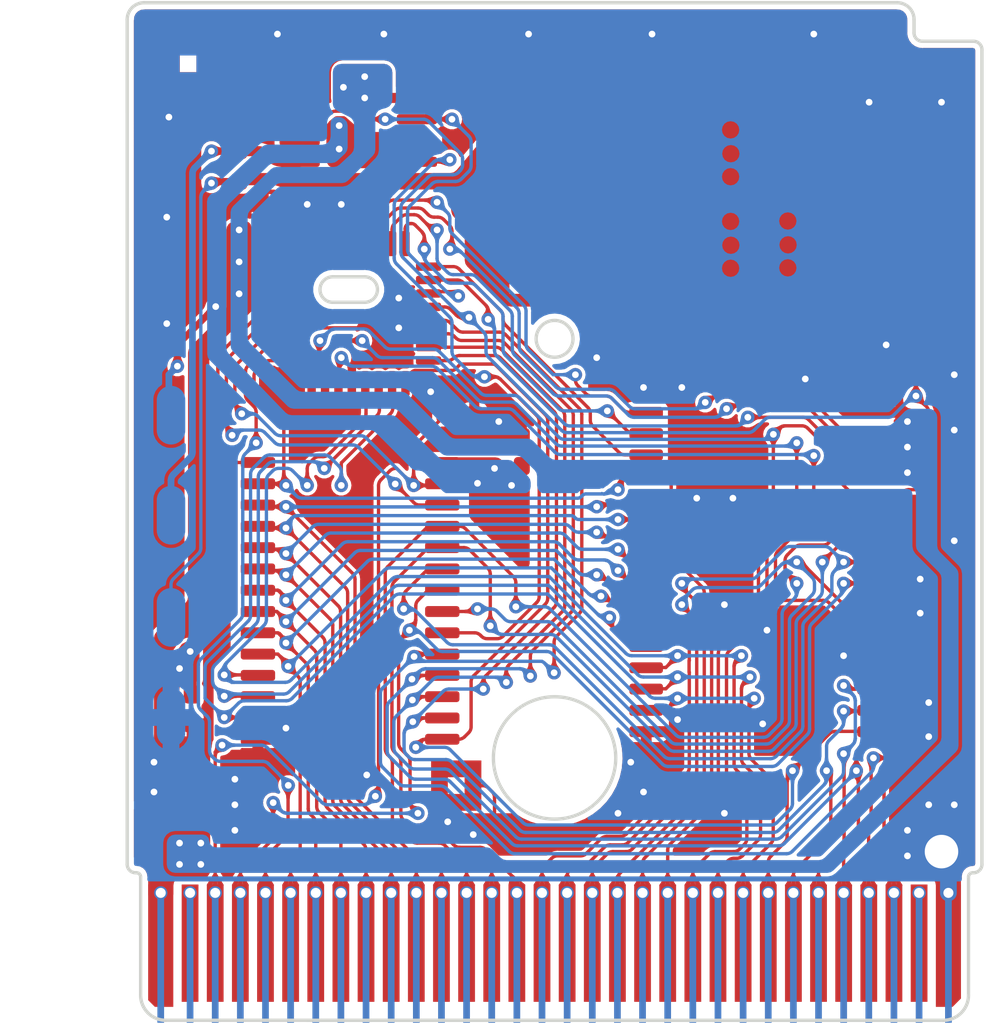
<source format=kicad_pcb>
(kicad_pcb (version 20211014) (generator pcbnew)
  (layers (0 "F.Cu" mixed) (31 "B.Cu" mixed) (34 "B.Paste" user) (35 "F.Paste" user) (36 "B.SilkS" user "B.Silkscreen") (37 "F.SilkS" user "F.Silkscreen") (38 "B.Mask" user) (39 "F.Mask" user) (44 "Edge.Cuts" user))
  (net 0 "")
  (net 1 "GND")
  (net 2 "VCC")
  (net 3 "Clock")
  (net 4 "Write")
  (net 5 "Read")
  (net 6 "CS")
  (net 7 "A00")
  (net 8 "A01")
  (net 9 "A02")
  (net 10 "A03")
  (net 11 "A04")
  (net 12 "A05")
  (net 13 "A06")
  (net 14 "A07")
  (net 15 "A08")
  (net 16 "A09")
  (net 17 "A10")
  (net 18 "A11")
  (net 19 "A12")
  (net 20 "A13")
  (net 21 "A14")
  (net 22 "A15")
  (net 23 "D0")
  (net 24 "D1")
  (net 25 "D2")
  (net 26 "D3")
  (net 27 "D4")
  (net 28 "D5")
  (net 29 "D6")
  (net 30 "D7")
  (net 31 "Reset")
  (net 32 "Audio")
  (net 33 "BT+")
  (net 34 "VOUT")
  (net 35 "VBATT")
  (net 36 "RAMCS")
  (net 37 "CS_EN")
  (net 38 "SA14")
  (net 39 "SA13")
  (net 40 "RA14")
  (net 41 "RA15")
  (net 42 "RA16")
  (net 43 "RA17")
  (net 44 "RA18")
  (net 45 "RA19")
  (footprint "Nintendo:GroundPad_Square_SMD_3mm" (layer "F.Cu") (at 159.258 103.251)
    (fp_text reference "G1" hide)
    (fp_text value "GroundPad_Square_SMD_3mm")
  )
  (footprint "Nintendo:R_0603_Pad_HandSolder" (layer "F.Cu") (at 146.304 66.294 90)
    (fp_text reference "R1")
    (fp_text value "1kΩ")
  )
  (footprint "Nintendo:C_0603_Pad_HandSolder" (layer "F.Cu") (at 163.173004 83.324771 90)
    (fp_text reference "C3")
    (fp_text value "0.1uF")
  )
  (footprint "Nintendo:SSOP-32_MROM" (layer "F.Cu") (at 177.392038 90.50772)
    (fp_text reference "U1")
    (fp_text value "SSOP-32_MROM")
  )
  (footprint "Nintendo:SO-8_SYSRST" (layer "F.Cu") (at 153.416 64.135)
    (fp_text reference "U4")
    (fp_text value "SO-8_SYSRST")
  )
  (footprint "Nintendo:SOIC-28_SRAM" (layer "F.Cu") (at 152.926447 92.231088)
    (fp_text reference "U3")
    (fp_text value "SOIC-28_SRAM")
  )
  (footprint "Connector_GameBoy:GameBoy_GamePak_CGB-002_P1.50mm_Edge" (layer "F.Cu") (at 165.127 117.25)
    (fp_text reference "U0" hide)
    (fp_text value "CartBus" hide)
  )
  (footprint "Nintendo:C_0603_Pad_HandSolder" (layer "F.Cu") (at 143.472151 98.679 90)
    (fp_text reference "C1")
    (fp_text value "0.1uF")
  )
  (footprint "Nintendo:C_0603_Pad_HandSolder" (layer "F.Cu") (at 186.682903 77.896408 90)
    (fp_text reference "C5")
    (fp_text value "0.1uF")
  )
  (footprint "Nintendo:LQFP-32_MBC" (layer "F.Cu") (at 153.426877 75.092593 90)
    (fp_text reference "U2")
    (fp_text value "LQFP-32_MBC")
  )
  (footprint "Nintendo:C_0603_Pad_HandSolder" (layer "F.Cu") (at 183.202972 77.796492 90)
    (fp_text reference "C2")
    (fp_text value "0.1uF")
  )
  (footprint "Nintendo:GroundPad_Square_SMD_3mm" (layer "F.Cu") (at 143.256 60.198)
    (fp_text reference "G2" hide)
    (fp_text value "GroundPad_Square_SMD_3mm")
  )
  (footprint "Nintendo:Batt_CR1616" (layer "F.Cu") (at 174.498 70.104)
    (fp_text reference "BATT1" hide)
    (fp_text value "Batt_CR1616")
  )
  (footprint "Nintendo:C_0603_Pad_HandSolder" (layer "F.Cu") (at 147.766624 69.596 90)
    (fp_text reference "C4")
    (fp_text value "0.1uF")
  )
  (footprint "Nintendo:C_0603_Pad_HandSolder" (layer "F.Cu") (at 159.475046 81.107552)
    (fp_text reference "C6")
    (fp_text value "0.1uF")
  )
  (footprint "Nintendo:TestPoint_3.5x1.7mm" (layer "B.Cu") (at 142.24 99.187 90)
    (fp_text reference "TP4")
    (fp_text value "TestPoint_3.5x1.7mm")
  )
  (footprint "Nintendo:TestPoint_3.5x1.7mm" (layer "B.Cu") (at 142.24 93.218 90)
    (fp_text reference "TP3")
    (fp_text value "TestPoint_3.5x1.7mm")
  )
  (footprint "Nintendo:TestPoint_3.5x1.7mm" (layer "B.Cu") (at 142.24 81.153 90)
    (fp_text reference "TP1")
    (fp_text value "TestPoint_3.5x1.7mm")
  )
  (footprint "Nintendo:TestPoint_3.5x1.7mm" (layer "B.Cu") (at 142.24 87.122 90)
    (fp_text reference "TP2")
    (fp_text value "TestPoint_3.5x1.7mm")
  )
  (gr_line (start 151.892 74.421999) (end 153.797 74.422) (layer "Edge.Cuts") (width 0.2))
  (gr_line (start 185.577 56.55) (end 140.626 56.55) (layer "Edge.Cuts") (width 0.2))
  (gr_arc (start 140.127 108.45) (mid 139.773447 108.303553) (end 139.627 107.95) (layer "Edge.Cuts") (width 0.2))
  (gr_arc (start 190.627 107.95) (mid 190.480553 108.303553) (end 190.127 108.45) (layer "Edge.Cuts") (width 0.2))
  (gr_arc (start 185.577 56.55) (mid 186.284107 56.842893) (end 186.577 57.55) (layer "Edge.Cuts") (width 0.2))
  (gr_arc (start 153.797 72.898) (mid 154.559 73.66) (end 153.797 74.422) (layer "Edge.Cuts") (width 0.2))
  (gr_arc (start 190.127 58.85) (mid 190.480553 58.996447) (end 190.627 59.35) (layer "Edge.Cuts") (width 0.2))
  (gr_line (start 140.427002 115.749998) (end 140.427 108.7) (layer "Edge.Cuts") (width 0.2))
  (gr_line (start 140.177 108.45) (end 140.127 108.45) (layer "Edge.Cuts") (width 0.2))
  (gr_line (start 141.927439 117.249559) (end 188.327441 117.250435) (layer "Edge.Cuts") (width 0.2))
  (gr_line (start 139.626 57.55) (end 139.627 107.95) (layer "Edge.Cuts") (width 0.2))
  (gr_arc (start 187.077 58.85) (mid 186.723447 58.703553) (end 186.577 58.35) (layer "Edge.Cuts") (width 0.2))
  (gr_line (start 153.797 72.898) (end 151.892 72.898001) (layer "Edge.Cuts") (width 0.2))
  (gr_line (start 189.827002 115.749998) (end 189.827 108.7) (layer "Edge.Cuts") (width 0.2))
  (gr_arc (start 141.927439 117.249559) (mid 140.866651 116.810529) (end 140.427002 115.749998) (layer "Edge.Cuts") (width 0.2))
  (gr_line (start 190.127 108.45) (end 190.077 108.45) (layer "Edge.Cuts") (width 0.2))
  (gr_circle (center 165.127 101.6) (end 168.777 101.6) (layer "Edge.Cuts") (width 0.2) (fill none))
  (gr_arc (start 189.827 108.7) (mid 189.900223 108.523223) (end 190.077 108.45) (layer "Edge.Cuts") (width 0.2))
  (gr_circle (center 165.127 76.6) (end 166.227 76.6) (layer "Edge.Cuts") (width 0.2) (fill none))
  (gr_arc (start 139.626 57.55) (mid 139.918893 56.842893) (end 140.626 56.55) (layer "Edge.Cuts") (width 0.2))
  (gr_arc (start 189.827002 115.749998) (mid 189.387972 116.810786) (end 188.327441 117.250435) (layer "Edge.Cuts") (width 0.2))
  (gr_line (start 186.577 57.55) (end 186.577 58.35) (layer "Edge.Cuts") (width 0.2))
  (gr_arc (start 151.892 74.421999) (mid 151.130001 73.66) (end 151.892 72.898001) (layer "Edge.Cuts") (width 0.2))
  (gr_line (start 190.127 58.85) (end 187.077 58.85) (layer "Edge.Cuts") (width 0.2))
  (gr_line (start 190.627 107.95) (end 190.627 59.35) (layer "Edge.Cuts") (width 0.2))
  (gr_arc (start 140.177 108.45) (mid 140.353777 108.523223) (end 140.427 108.7) (layer "Edge.Cuts") (width 0.2))
  (segment (start 161.798 81.534) (end 161.371552 81.107552) (width 0.4) (layer "F.Cu") (net 1))
  (segment (start 150.305406 78.047083) (end 150.305406 76.596701) (width 0.2) (layer "F.Cu") (net 1))
  (segment (start 149.987 78.613) (end 149.987 78.484188) (width 0.2) (layer "F.Cu") (net 1))
  (segment (start 161.397553 103.612553) (end 161.182446 103.397446) (width 0.2) (layer "F.Cu") (net 1))
  (segment (start 161.544 105.664) (end 161.544 103.966107) (width 0.2) (layer "F.Cu") (net 1))
  (segment (start 150.451852 76.243148) (end 150.602553 76.092447) (width 0.2) (layer "F.Cu") (net 1))
  (segment (start 161.036 106.172) (end 161.544 105.664) (width 0.2) (layer "F.Cu") (net 1))
  (segment (start 161.371552 81.107552) (end 160.337546 81.107552) (width 0.4) (layer "F.Cu") (net 1))
  (segment (start 154.305 75.946) (end 154.432 75.819) (width 0.2) (layer "F.Cu") (net 1))
  (segment (start 160.828893 103.251) (end 159.85802 103.251) (width 0.2) (layer "F.Cu") (net 1))
  (segment (start 160.274 106.172) (end 161.036 106.172) (width 0.2) (layer "F.Cu") (net 1))
  (segment (start 149.987 78.484188) (end 150.259968 78.21122) (width 0.2) (layer "F.Cu") (net 1))
  (segment (start 150.956107 75.946) (end 154.305 75.946) (width 0.2) (layer "F.Cu") (net 1))
  (via (at 170.434 79.502) (size 0.8) (drill 0.4) (layers "F.Cu" "B.Cu") (net 1))
  (via (at 163.576 58.42) (size 0.8) (drill 0.4) (layers "F.Cu" "B.Cu") (net 1))
  (via (at 182.372 95.504) (size 0.8) (drill 0.4) (layers "F.Cu" "B.Cu") (net 1))
  (via (at 177.546 99.568) (size 0.8) (drill 0.4) (layers "F.Cu" "B.Cu") (net 1))
  (via (at 155.829 74.168) (size 0.8) (drill 0.4) (layers "F.Cu" "B.Cu") (net 1))
  (via (at 188.214 107.188) (size 2.4) (drill 2) (layers "F.Cu" "B.Cu") (net 1))
  (via (at 175.768 86.106) (size 0.8) (drill 0.4) (layers "F.Cu" "B.Cu") (net 1))
  (via (at 142.748 96.266) (size 0.8) (drill 0.4) (layers "F.Cu" "B.Cu") (net 1))
  (via (at 161.798 81.534) (size 0.8) (drill 0.4) (layers "F.Cu" "B.Cu") (net 1))
  (via (at 186.944 90.932) (size 0.8) (drill 0.4) (layers "F.Cu" "B.Cu") (net 1))
  (via (at 175.26 104.902) (size 0.8) (drill 0.4) (layers "F.Cu" "B.Cu") (net 1))
  (via (at 150.368 68.58) (size 0.8) (drill 0.4) (layers "F.Cu" "B.Cu") (net 1))
  (via (at 160.274 106.172) (size 0.8) (drill 0.4) (layers "F.Cu" "B.Cu") (net 1))
  (via (at 154.94 58.42) (size 0.8) (drill 0.4) (layers "F.Cu" "B.Cu") (net 1))
  (via (at 173.609 86.106) (size 0.8) (drill 0.4) (layers "F.Cu" "B.Cu") (net 1))
  (via (at 184.912 76.962) (size 0.8) (drill 0.4) (layers "F.Cu" "B.Cu") (net 1))
  (via (at 157.734 79.756) (size 0.8) (drill 0.4) (layers "F.Cu" "B.Cu") (net 1))
  (via (at 187.452 98.298) (size 0.8) (drill 0.4) (layers "F.Cu" "B.Cu") (net 1))
  (via (at 180.086 78.994) (size 0.8) (drill 0.4) (layers "F.Cu" "B.Cu") (net 1))
  (via (at 143.383 95.25) (size 0.8) (drill 0.4) (layers "F.Cu" "B.Cu") (net 1))
  (via (at 177.8 93.98) (size 0.8) (drill 0.4) (layers "F.Cu" "B.Cu") (net 1))
  (via (at 168.91 104.902) (size 0.8) (drill 0.4) (layers "F.Cu" "B.Cu") (net 1))
  (via (at 172.466 99.314) (size 0.8) (drill 0.4) (layers "F.Cu" "B.Cu") (net 1))
  (via (at 188.976 104.394) (size 0.8) (drill 0.4) (layers "F.Cu" "B.Cu") (net 1))
  (via (at 152.4 68.58) (size 0.8) (drill 0.4) (layers "F.Cu" "B.Cu") (net 1))
  (via (at 188.976 78.74) (size 0.8) (drill 0.4) (layers "F.Cu" "B.Cu") (net 1))
  (via (at 146.05 102.87) (size 0.8) (drill 0.4) (layers "F.Cu" "B.Cu") (net 1))
  (via (at 188.976 88.646) (size 0.8) (drill 0.4) (layers "F.Cu" "B.Cu") (net 1))
  (via (at 153.918595 102.616) (size 0.8) (drill 0.4) (layers "F.Cu" "B.Cu") (net 1))
  (via (at 158.75 105.41) (size 0.8) (drill 0.4) (layers "F.Cu" "B.Cu") (net 1))
  (via (at 149.098 99.822) (size 0.8) (drill 0.4) (layers "F.Cu" "B.Cu") (net 1))
  (via (at 170.434 103.632) (size 0.8) (drill 0.4) (layers "F.Cu" "B.Cu") (net 1))
  (via (at 148.59 58.42) (size 0.8) (drill 0.4) (layers "F.Cu" "B.Cu") (net 1))
  (via (at 141.986 75.692) (size 0.8) (drill 0.4) (layers "F.Cu" "B.Cu") (net 1))
  (via (at 172.72 79.502) (size 0.8) (drill 0.4) (layers "F.Cu" "B.Cu") (net 1))
  (via (at 186.182 107.442) (size 0.8) (drill 0.4) (layers "F.Cu" "B.Cu") (net 1))
  (via (at 188.976 82.042) (size 0.8) (drill 0.4) (layers "F.Cu" "B.Cu") (net 1))
  (via (at 141.986 69.342) (size 0.8) (drill 0.4) (layers "F.Cu" "B.Cu") (net 1))
  (via (at 186.944 92.964) (size 0.8) (drill 0.4) (layers "F.Cu" "B.Cu") (net 1))
  (via (at 175.26 92.456) (size 0.8) (drill 0.4) (layers "F.Cu" "B.Cu") (net 1))
  (via (at 180.594 58.42) (size 0.8) (drill 0.4) (layers "F.Cu" "B.Cu") (net 1))
  (via (at 142.113 63.373) (size 0.8) (drill 0.4) (layers "F.Cu" "B.Cu") (net 1))
  (via (at 183.896 62.484) (size 0.8) (drill 0.4) (layers "F.Cu" "B.Cu") (net 1))
  (via (at 187.452 100.33) (size 0.8) (drill 0.4) (layers "F.Cu" "B.Cu") (net 1))
  (via (at 169.672 101.854) (size 0.8) (drill 0.4) (layers "F.Cu" "B.Cu") (net 1))
  (via (at 141.224 103.632) (size 0.8) (drill 0.4) (layers "F.Cu" "B.Cu") (net 1))
  (via (at 186.182 105.918) (size 0.8) (drill 0.4) (layers "F.Cu" "B.Cu") (net 1))
  (via (at 188.214 62.484) (size 0.8) (drill 0.4) (layers "F.Cu" "B.Cu") (net 1))
  (via (at 141.224 101.854) (size 0.8) (drill 0.4) (layers "F.Cu" "B.Cu") (net 1))
  (via (at 187.452 104.394) (size 0.8) (drill 0.4) (layers "F.Cu" "B.Cu") (net 1))
  (via (at 167.64 77.724) (size 0.8) (drill 0.4) (layers "F.Cu" "B.Cu") (net 1))
  (via (at 146.05 104.394) (size 0.8) (drill 0.4) (layers "F.Cu" "B.Cu") (net 1))
  (via (at 146.05 105.918) (size 0.8) (drill 0.4) (layers "F.Cu" "B.Cu") (net 1))
  (via (at 155.829 75.946) (size 0.8) (drill 0.4) (layers "F.Cu" "B.Cu") (net 1))
  (via (at 170.942 58.42) (size 0.8) (drill 0.4) (layers "F.Cu" "B.Cu") (net 1))
  (arc (start 150.305406 76.596701) (mid 150.343466 76.40536) (end 150.451852 76.243148) (width 0.2) (layer "F.Cu") (net 1))
  (arc (start 161.397553 103.612553) (mid 161.50594 103.774765) (end 161.544 103.966107) (width 0.2) (layer "F.Cu") (net 1))
  (arc (start 150.602553 76.092447) (mid 150.764765 75.98406) (end 150.956107 75.946) (width 0.2) (layer "F.Cu") (net 1))
  (arc (start 150.259968 78.21122) (mid 150.292773 78.131942) (end 150.305406 78.047083) (width 0.2) (layer "F.Cu") (net 1))
  (arc (start 161.182446 103.397446) (mid 161.020234 103.28906) (end 160.828893 103.251) (width 0.2) (layer "F.Cu") (net 1))
  (segment (start 188.627 109.65) (end 188.627 108.712) (width 1) (layer "B.Cu") (net 1))
  (segment (start 153.797 62.23) (end 156.538992 62.23) (width 0.6) (layer "F.Cu") (net 2))
  (via (at 152.527 61.595) (size 0.8) (drill 0.4) (layers "F.Cu" "B.Cu") (net 2))
  (via (at 146.304 70.104) (size 0.8) (drill 0.4) (layers "F.Cu" "B.Cu") (net 2))
  (via (at 146.304 72.009) (size 0.8) (drill 0.4) (layers "F.Cu" "B.Cu") (net 2))
  (via (at 142.748 106.68) (size 0.8) (drill 0.4) (layers "F.Cu" "B.Cu") (net 2))
  (via (at 186.182 83.058) (size 0.8) (drill 0.4) (layers "F.Cu" "B.Cu") (net 2))
  (via (at 153.797 60.96) (size 0.8) (drill 0.4) (layers "F.Cu" "B.Cu") (net 2))
  (via (at 186.182 84.582) (size 0.8) (drill 0.4) (layers "F.Cu" "B.Cu") (net 2))
  (via (at 144.018 107.95) (size 0.8) (drill 0.4) (layers "F.Cu" "B.Cu") (net 2))
  (via (at 153.797 62.23) (size 0.8) (drill 0.4) (layers "F.Cu" "B.Cu") (net 2))
  (via (at 142.748 107.95) (size 0.8) (drill 0.4) (layers "F.Cu" "B.Cu") (net 2))
  (via (at 186.182 81.534) (size 0.8) (drill 0.4) (layers "F.Cu" "B.Cu") (net 2))
  (via (at 146.304 73.914) (size 0.8) (drill 0.4) (layers "F.Cu" "B.Cu") (net 2))
  (via (at 144.018 106.68) (size 0.8) (drill 0.4) (layers "F.Cu" "B.Cu") (net 2))
  (segment (start 146.196447 78.085553) (end 147.835996 76.446004) (width 0.2) (layer "F.Cu") (net 4))
  (segment (start 156.718 85.344) (end 156.718 83.023006) (width 0.2) (layer "F.Cu") (net 4))
  (segment (start 146.05 80.310893) (end 146.05 78.439107) (width 0.2) (layer "F.Cu") (net 4))
  (segment (start 148.189549 76.299558) (end 149.30129 76.299558) (width 0.2) (layer "F.Cu") (net 4))
  (segment (start 144.877 101.249) (end 145.288 100.838) (width 0.2) (layer "F.Cu") (net 4))
  (segment (start 155.702 84.328) (end 155.655107 84.328) (width 0.2) (layer "F.Cu") (net 4))
  (segment (start 146.460343 80.928343) (end 146.196446 80.664446) (width 0.2) (layer "F.Cu") (net 4))
  (segment (start 156.718 85.344) (end 158.588592 85.344) (width 0.2) (layer "F.Cu") (net 4))
  (segment (start 146.460343 81.067618) (end 146.460343 80.928343) (width 0.2) (layer "F.Cu") (net 4))
  (segment (start 156.718 85.344) (end 155.702 84.328) (width 0.2) (layer "F.Cu") (net 4))
  (segment (start 144.877 109.65) (end 144.877 101.249) (width 0.2) (layer "F.Cu") (net 4))
  (segment (start 156.718 83.023006) (end 158.623 81.118006) (width 0.2) (layer "F.Cu") (net 4))
  (segment (start 154.623511 85.359596) (end 154.623511 103.423674) (width 0.2) (layer "F.Cu") (net 4))
  (segment (start 155.301553 84.474447) (end 154.769957 85.006043) (width 0.2) (layer "F.Cu") (net 4))
  (via (at 154.432 103.886) (size 0.8) (drill 0.4) (layers "F.Cu" "B.Cu") (net 4))
  (via (at 146.460343 81.067618) (size 0.8) (drill 0.4) (layers "F.Cu" "B.Cu") (net 4))
  (via (at 145.288 100.838) (size 0.8) (drill 0.4) (layers "F.Cu" "B.Cu") (net 4))
  (via (at 156.718 85.344) (size 0.8) (drill 0.4) (layers "F.Cu" "B.Cu") (net 4))
  (arc (start 155.301553 84.474447) (mid 155.463765 84.36606) (end 155.655107 84.328) (width 0.2) (layer "F.Cu") (net 4))
  (arc (start 154.623511 103.423674) (mid 154.573743 103.673874) (end 154.432 103.886) (width 0.2) (layer "F.Cu") (net 4))
  (arc (start 146.05 80.310893) (mid 146.08806 80.502234) (end 146.196446 80.664446) (width 0.2) (layer "F.Cu") (net 4))
  (arc (start 147.835996 76.446004) (mid 147.998208 76.337618) (end 148.189549 76.299558) (width 0.2) (layer "F.Cu") (net 4))
  (arc (start 146.196447 78.085553) (mid 146.08806 78.247765) (end 146.05 78.439107) (width 0.2) (layer "F.Cu") (net 4))
  (arc (start 154.623511 85.359596) (mid 154.661571 85.168255) (end 154.769957 85.006043) (width 0.2) (layer "F.Cu") (net 4))
  (segment (start 147.066675 81.067618) (end 146.460343 81.067618) (width 0.2) (layer "B.Cu") (net 4))
  (segment (start 154.432 103.886) (end 154.070446 104.247554) (width 0.2) (layer "B.Cu") (net 4))
  (segment (start 151.237553 104.247553) (end 147.974446 100.984446) (width 0.2) (layer "B.Cu") (net 4))
  (segment (start 156.718 85.344) (end 153.899527 82.525527) (width 0.2) (layer "B.Cu") (net 4))
  (segment (start 153.545974 82.379081) (end 148.792352 82.379081) (width 0.2) (layer "B.Cu") (net 4))
  (segment (start 147.620893 100.838) (end 145.288 100.838) (width 0.2) (layer "B.Cu") (net 4))
  (segment (start 153.716893 104.394) (end 151.591107 104.394) (width 0.2) (layer "B.Cu") (net 4))
  (segment (start 148.438798 82.232634) (end 147.420228 81.214064) (width 0.2) (layer "B.Cu") (net 4))
  (arc (start 153.899527 82.525527) (mid 153.737315 82.417141) (end 153.545974 82.379081) (width 0.2) (layer "B.Cu") (net 4))
  (arc (start 151.237553 104.247553) (mid 151.399765 104.35594) (end 151.591107 104.394) (width 0.2) (layer "B.Cu") (net 4))
  (arc (start 148.792352 82.379081) (mid 148.60101 82.341021) (end 148.438798 82.232634) (width 0.2) (layer "B.Cu") (net 4))
  (arc (start 147.974446 100.984446) (mid 147.812234 100.87606) (end 147.620893 100.838) (width 0.2) (layer "B.Cu") (net 4))
  (arc (start 154.070446 104.247554) (mid 153.908234 104.35594) (end 153.716893 104.394) (width 0.2) (layer "B.Cu") (net 4))
  (arc (start 147.066675 81.067618) (mid 147.258016 81.105678) (end 147.420228 81.214064) (width 0.2) (layer "B.Cu") (net 4))
  (segment (start 182.372 91.186) (end 184.007089 91.186) (width 0.2) (layer "F.Cu") (net 5))
  (segment (start 156.972 104.902) (end 156.650257 104.580257) (width 0.2) (layer "F.Cu") (net 5))
  (segment (start 148.336 104.267) (end 148.336 106.218893) (width 0.2) (layer "F.Cu") (net 5))
  (segment (start 155.968518 94.475482) (end 156.464 93.98) (width 0.2) (layer "F.Cu") (net 5))
  (segment (start 146.377 108.592107) (end 146.377 109.65) (width 0.2) (layer "F.Cu") (net 5))
  (segment (start 155.822071 100.724223) (end 155.822071 94.829036) (width 0.2) (layer "F.Cu") (net 5))
  (segment (start 156.357364 101.466623) (end 155.968517 101.077776) (width 0.2) (layer "F.Cu") (net 5))
  (segment (start 156.991447 92.182553) (end 157.580131 91.593869) (width 0.2) (layer "F.Cu") (net 5))
  (segment (start 156.845 93.391893) (end 156.845 92.536107) (width 0.2) (layer "F.Cu") (net 5))
  (segment (start 148.189553 106.572447) (end 146.523446 108.238554) (width 0.2) (layer "F.Cu") (net 5))
  (segment (start 156.464 93.98) (end 156.698554 93.745446) (width 0.2) (layer "F.Cu") (net 5))
  (segment (start 156.503811 104.226704) (end 156.503811 101.820177) (width 0.2) (layer "F.Cu") (net 5))
  (via (at 156.972 104.902) (size 0.8) (drill 0.4) (layers "F.Cu" "B.Cu") (net 5))
  (via (at 182.372 91.186) (size 0.8) (drill 0.4) (layers "F.Cu" "B.Cu") (net 5))
  (via (at 156.464 93.98) (size 0.8) (drill 0.4) (layers "F.Cu" "B.Cu") (net 5))
  (via (at 148.336 104.267) (size 0.8) (drill 0.4) (layers "F.Cu" "B.Cu") (net 5))
  (arc (start 148.336 106.218893) (mid 148.29794 106.410235) (end 148.189553 106.572447) (width 0.2) (layer "F.Cu") (net 5))
  (arc (start 156.845 92.536107) (mid 156.88306 92.344765) (end 156.991447 92.182553) (width 0.2) (layer "F.Cu") (net 5))
  (arc (start 156.698554 93.745446) (mid 156.80694 93.583234) (end 156.845 93.391893) (width 0.2) (layer "F.Cu") (net 5))
  (arc (start 146.377 108.592107) (mid 146.41506 108.400766) (end 146.523446 108.238554) (width 0.2) (layer "F.Cu") (net 5))
  (arc (start 155.822071 100.724223) (mid 155.860131 100.915564) (end 155.968517 101.077776) (width 0.2) (layer "F.Cu") (net 5))
  (arc (start 156.503811 101.820177) (mid 156.465751 101.628835) (end 156.357364 101.466623) (width 0.2) (layer "F.Cu") (net 5))
  (arc (start 156.503811 104.226704) (mid 156.541871 104.418045) (end 156.650257 104.580257) (width 0.2) (layer "F.Cu") (net 5))
  (arc (start 155.822071 94.829036) (mid 155.860131 94.637694) (end 155.968518 94.475482) (width 0.2) (layer "F.Cu") (net 5))
  (segment (start 180.486447 93.579553) (end 182.225554 91.840446) (width 0.2) (layer "B.Cu") (net 5))
  (segment (start 148.336 104.267) (end 148.824554 104.755554) (width 0.2) (layer "B.Cu") (net 5))
  (segment (start 149.178107 104.902) (end 156.972 104.902) (width 0.2) (layer "B.Cu") (net 5))
  (segment (start 158.449107 95.25) (end 164.638893 95.25) (width 0.2) (layer "B.Cu") (net 5))
  (segment (start 171.911107 102.108) (end 178.100893 102.108) (width 0.2) (layer "B.Cu") (net 5))
  (segment (start 178.454447 101.961553) (end 180.193554 100.222446) (width 0.2) (layer "B.Cu") (net 5))
  (segment (start 180.34 99.868893) (end 180.34 93.933107) (width 0.2) (layer "B.Cu") (net 5))
  (segment (start 156.464 93.98) (end 156.764893 93.98) (width 0.2) (layer "B.Cu") (net 5))
  (segment (start 164.992447 95.396447) (end 171.557554 101.961554) (width 0.2) (layer "B.Cu") (net 5))
  (segment (start 157.118447 94.126447) (end 158.095554 95.103554) (width 0.2) (layer "B.Cu") (net 5))
  (segment (start 182.372 91.486893) (end 182.372 91.186) (width 0.2) (layer "B.Cu") (net 5))
  (arc (start 178.100893 102.108) (mid 178.292235 102.06994) (end 178.454447 101.961553) (width 0.2) (layer "B.Cu") (net 5))
  (arc (start 180.486447 93.579553) (mid 180.37806 93.741765) (end 180.34 93.933107) (width 0.2) (layer "B.Cu") (net 5))
  (arc (start 156.764893 93.98) (mid 156.956235 94.01806) (end 157.118447 94.126447) (width 0.2) (layer "B.Cu") (net 5))
  (arc (start 158.449107 95.25) (mid 158.257766 95.21194) (end 158.095554 95.103554) (width 0.2) (layer "B.Cu") (net 5))
  (arc (start 180.193554 100.222446) (mid 180.30194 100.060234) (end 180.34 99.868893) (width 0.2) (layer "B.Cu") (net 5))
  (arc (start 171.911107 102.108) (mid 171.719766 102.06994) (end 171.557554 101.961554) (width 0.2) (layer "B.Cu") (net 5))
  (arc (start 148.824554 104.755554) (mid 148.986766 104.86394) (end 149.178107 104.902) (width 0.2) (layer "B.Cu") (net 5))
  (arc (start 182.225554 91.840446) (mid 182.33394 91.678234) (end 182.372 91.486893) (width 0.2) (layer "B.Cu") (net 5))
  (arc (start 164.638893 95.25) (mid 164.830235 95.28806) (end 164.992447 95.396447) (width 0.2) (layer "B.Cu") (net 5))
  (segment (start 146.685 79.929893) (end 146.685 78.566107) (width 0.2) (layer "F.Cu") (net 6))
  (segment (start 149.236669 103.235913) (end 149.225 103.247582) (width 0.2) (layer "F.Cu") (net 6))
  (segment (start 148.151549 77.099558) (end 149.30129 77.099558) (width 0.2) (layer "F.Cu") (net 6))
  (segment (start 146.831447 78.212553) (end 147.797996 77.246004) (width 0.2) (layer "F.Cu") (net 6))
  (segment (start 149.078553 106.318447) (end 148.023446 107.373554) (width 0.2) (layer "F.Cu") (net 6))
  (segment (start 149.225 103.247582) (end 149.225 105.964893) (width 0.2) (layer "F.Cu") (net 6))
  (segment (start 147.173553 80.625553) (end 146.831446 80.283446) (width 0.2) (layer "F.Cu") (net 6))
  (segment (start 147.32 82.804) (end 147.32 80.979107) (width 0.2) (layer "F.Cu") (net 6))
  (segment (start 147.877 107.727107) (end 147.877 109.65) (width 0.2) (layer "F.Cu") (net 6))
  (via (at 149.236669 103.235913) (size 0.8) (drill 0.4) (layers "F.Cu" "B.Cu") (net 6))
  (via (at 147.32 82.804) (size 0.8) (drill 0.4) (layers "F.Cu" "B.Cu") (net 6))
  (arc (start 146.685 78.566107) (mid 146.72306 78.374765) (end 146.831447 78.212553) (width 0.2) (layer "F.Cu") (net 6))
  (arc (start 148.151549 77.099558) (mid 147.960208 77.137618) (end 147.797996 77.246004) (width 0.2) (layer "F.Cu") (net 6))
  (arc (start 148.023446 107.373554) (mid 147.91506 107.535766) (end 147.877 107.727107) (width 0.2) (layer "F.Cu") (net 6))
  (arc (start 149.078553 106.318447) (mid 149.18694 106.156235) (end 149.225 105.964893) (width 0.2) (layer "F.Cu") (net 6))
  (arc (start 147.173553 80.625553) (mid 147.28194 80.787765) (end 147.32 80.979107) (width 0.2) (layer "F.Cu") (net 6))
  (arc (start 146.685 79.929893) (mid 146.72306 80.121234) (end 146.831446 80.283446) (width 0.2) (layer "F.Cu") (net 6))
  (segment (start 144.018928 95.700066) (end 146.374514 93.34448) (width 0.2) (layer "B.Cu") (net 6))
  (segment (start 144.838802 101.658802) (end 144.685149 101.505149) (width 0.2) (layer "B.Cu") (net 6))
  (segment (start 144.538703 101.151596) (end 144.538703 99.466901) (width 0.2) (layer "B.Cu") (net 6))
  (segment (start 144.392256 99.113347) (end 144.018927 98.740018) (width 0.2) (layer "B.Cu") (net 6))
  (segment (start 147.707092 101.805249) (end 145.192356 101.805249) (width 0.2) (layer "B.Cu") (net 6))
  (segment (start 149.236669 103.235913) (end 149.236669 103.127719) (width 0.2) (layer "B.Cu") (net 6))
  (segment (start 143.872481 98.386465) (end 143.872481 96.05362) (width 0.2) (layer "B.Cu") (net 6))
  (segment (start 146.52096 92.990927) (end 146.520961 83.810146) (width 0.2) (layer "B.Cu") (net 6))
  (segment (start 149.236669 103.127719) (end 148.060645 101.951695) (width 0.2) (layer "B.Cu") (net 6))
  (segment (start 146.667408 83.456592) (end 147.32 82.804) (width 0.2) (layer "B.Cu") (net 6))
  (arc (start 146.374514 93.34448) (mid 146.4829 93.182268) (end 146.52096 92.990927) (width 0.2) (layer "B.Cu") (net 6))
  (arc (start 144.538703 99.466901) (mid 144.500643 99.275559) (end 144.392256 99.113347) (width 0.2) (layer "B.Cu") (net 6))
  (arc (start 144.685149 101.505149) (mid 144.576763 101.342937) (end 144.538703 101.151596) (width 0.2) (layer "B.Cu") (net 6))
  (arc (start 144.018928 95.700066) (mid 143.910541 95.862278) (end 143.872481 96.05362) (width 0.2) (layer "B.Cu") (net 6))
  (arc (start 146.520961 83.810146) (mid 146.559021 83.618804) (end 146.667408 83.456592) (width 0.2) (layer "B.Cu") (net 6))
  (arc (start 147.707092 101.805249) (mid 147.898433 101.843309) (end 148.060645 101.951695) (width 0.2) (layer "B.Cu") (net 6))
  (arc (start 144.018927 98.740018) (mid 143.910541 98.577806) (end 143.872481 98.386465) (width 0.2) (layer "B.Cu") (net 6))
  (arc (start 144.838802 101.658802) (mid 145.001014 101.767189) (end 145.192356 101.805249) (width 0.2) (layer "B.Cu") (net 6))
  (segment (start 149.80034 107.62866) (end 149.523446 107.905554) (width 0.2) (layer "F.Cu") (net 7))
  (segment (start 149.225 96.139) (end 149.800341 96.714341) (width 0.2) (layer "F.Cu") (net 7))
  (segment (start 149.225 96.012) (end 148.616869 95.403869) (width 0.2) (layer "F.Cu") (net 7))
  (segment (start 168.402 93.218) (end 168.402 93.599) (width 0.2) (layer "F.Cu") (net 7))
  (segment (start 149.225 96.139) (end 149.225 96.012) (width 0.2) (layer "F.Cu") (net 7))
  (segment (start 149.946787 97.067894) (end 149.946787 107.275106) (width 0.2) (layer "F.Cu") (net 7))
  (segment (start 149.377 108.259107) (end 149.377 109.65) (width 0.2) (layer "F.Cu") (net 7))
  (segment (start 148.616869 95.403869) (end 147.258723 95.403869) (width 0.2) (layer "F.Cu") (net 7))
  (segment (start 168.402 93.599) (end 169.737791 94.934791) (width 0.2) (layer "F.Cu") (net 7))
  (via (at 168.402 93.218) (size 0.8) (drill 0.4) (layers "F.Cu" "B.Cu") (net 7))
  (via (at 149.225 96.139) (size 0.8) (drill 0.4) (layers "F.Cu" "B.Cu") (net 7))
  (arc (start 149.80034 107.62866) (mid 149.908727 107.466448) (end 149.946787 107.275106) (width 0.2) (layer "F.Cu") (net 7))
  (arc (start 149.800341 96.714341) (mid 149.908727 96.876553) (end 149.946787 97.067894) (width 0.2) (layer "F.Cu") (net 7))
  (arc (start 149.523446 107.905554) (mid 149.41506 108.067766) (end 149.377 108.259107) (width 0.2) (layer "F.Cu") (net 7))
  (segment (start 167.744894 93.071553) (end 164.935701 90.26236) (width 0.2) (layer "B.Cu") (net 7))
  (segment (start 154.955193 90.408807) (end 149.225 96.139) (width 0.2) (layer "B.Cu") (net 7))
  (segment (start 168.402 93.218) (end 168.098448 93.218) (width 0.2) (layer "B.Cu") (net 7))
  (segment (start 164.935701 90.26236) (end 155.308747 90.26236) (width 0.2) (layer "B.Cu") (net 7))
  (arc (start 154.955193 90.408807) (mid 155.117405 90.30042) (end 155.308747 90.26236) (width 0.2) (layer "B.Cu") (net 7))
  (arc (start 168.098448 93.218) (mid 167.907106 93.17994) (end 167.744894 93.071553) (width 0.2) (layer "B.Cu") (net 7))
  (segment (start 148.619088 94.136088) (end 147.126447 94.136088) (width 0.2) (layer "F.Cu") (net 8))
  (segment (start 149.098 94.615) (end 148.619088 94.136088) (width 0.2) (layer "F.Cu") (net 8))
  (segment (start 149.098 94.742) (end 150.281902 95.925902) (width 0.2) (layer "F.Cu") (net 8))
  (segment (start 150.574795 104.981795) (end 150.730554 105.137554) (width 0.2) (layer "F.Cu") (net 8))
  (segment (start 150.877 105.491107) (end 150.877 109.65) (width 0.2) (layer "F.Cu") (net 8))
  (segment (start 150.428348 96.279455) (end 150.428348 104.628241) (width 0.2) (layer "F.Cu") (net 8))
  (segment (start 168.148 91.948) (end 169.864791 93.664791) (width 0.2) (layer "F.Cu") (net 8))
  (segment (start 149.098 94.742) (end 149.098 94.615) (width 0.2) (layer "F.Cu") (net 8))
  (segment (start 167.894 91.948) (end 168.148 91.948) (width 0.2) (layer "F.Cu") (net 8))
  (via (at 167.894 91.948) (size 0.8) (drill 0.4) (layers "F.Cu" "B.Cu") (net 8))
  (via (at 149.098 94.742) (size 0.8) (drill 0.4) (layers "F.Cu" "B.Cu") (net 8))
  (arc (start 150.428348 104.628241) (mid 150.466408 104.819583) (end 150.574795 104.981795) (width 0.2) (layer "F.Cu") (net 8))
  (arc (start 150.730554 105.137554) (mid 150.83894 105.299766) (end 150.877 105.491107) (width 0.2) (layer "F.Cu") (net 8))
  (arc (start 150.428348 96.279455) (mid 150.390288 96.088114) (end 150.281902 95.925902) (width 0.2) (layer "F.Cu") (net 8))
  (segment (start 154.304292 89.742815) (end 165.1 89.742815) (width 0.2) (layer "B.Cu") (net 8))
  (segment (start 167.158738 91.801553) (end 165.1 89.742815) (width 0.2) (layer "B.Cu") (net 8))
  (segment (start 167.894 91.948) (end 167.512292 91.948) (width 0.2) (layer "B.Cu") (net 8))
  (segment (start 149.098 94.742) (end 153.950739 89.889261) (width 0.2) (layer "B.Cu") (net 8))
  (arc (start 167.512292 91.948) (mid 167.32095 91.90994) (end 167.158738 91.801553) (width 0.2) (layer "B.Cu") (net 8))
  (arc (start 154.304292 89.742815) (mid 154.112951 89.780875) (end 153.950739 89.889261) (width 0.2) (layer "B.Cu") (net 8))
  (segment (start 150.787242 95.161242) (end 149.098 93.472) (width 0.2) (layer "F.Cu") (net 9))
  (segment (start 149.098 93.472) (end 149.098 93.4085) (width 0.2) (layer "F.Cu") (net 9))
  (segment (start 152.230553 106.002553) (end 151.080135 104.852135) (width 0.2) (layer "F.Cu") (net 9))
  (segment (start 149.098 93.4085) (end 148.553369 92.863869) (width 0.2) (layer "F.Cu") (net 9))
  (segment (start 167.894 90.678) (end 169.464345 92.248345) (width 0.2) (layer "F.Cu") (net 9))
  (segment (start 148.553369 92.863869) (end 147.258723 92.863869) (width 0.2) (layer "F.Cu") (net 9))
  (segment (start 150.933689 104.498582) (end 150.933689 95.514796) (width 0.2) (layer "F.Cu") (net 9))
  (segment (start 152.377 109.65) (end 152.377 106.356107) (width 0.2) (layer "F.Cu") (net 9))
  (segment (start 167.64 90.678) (end 167.894 90.678) (width 0.2) (layer "F.Cu") (net 9))
  (via (at 167.64 90.678) (size 0.8) (drill 0.4) (layers "F.Cu" "B.Cu") (net 9))
  (via (at 149.098 93.472) (size 0.8) (drill 0.4) (layers "F.Cu" "B.Cu") (net 9))
  (arc (start 151.080135 104.852135) (mid 150.971749 104.689923) (end 150.933689 104.498582) (width 0.2) (layer "F.Cu") (net 9))
  (arc (start 152.230553 106.002553) (mid 152.33894 106.164765) (end 152.377 106.356107) (width 0.2) (layer "F.Cu") (net 9))
  (arc (start 169.464345 92.248345) (mid 169.626557 92.356731) (end 169.817898 92.394791) (width 0.2) (layer "F.Cu") (net 9))
  (arc (start 150.787242 95.161242) (mid 150.895629 95.323454) (end 150.933689 95.514796) (width 0.2) (layer "F.Cu") (net 9))
  (segment (start 166.535283 90.531553) (end 165.227 89.22327) (width 0.2) (layer "B.Cu") (net 9))
  (segment (start 165.227 89.22327) (end 153.553837 89.22327) (width 0.2) (layer "B.Cu") (net 9))
  (segment (start 167.64 90.678) (end 166.888837 90.678) (width 0.2) (layer "B.Cu") (net 9))
  (segment (start 153.200283 89.369717) (end 149.098 93.472) (width 0.2) (layer "B.Cu") (net 9))
  (arc (start 153.200283 89.369717) (mid 153.362495 89.26133) (end 153.553837 89.22327) (width 0.2) (layer "B.Cu") (net 9))
  (arc (start 166.535283 90.531553) (mid 166.697495 90.63994) (end 166.888837 90.678) (width 0.2) (layer "B.Cu") (net 9))
  (segment (start 168.91 90.424) (end 169.464345 90.978345) (width 0.2) (layer "F.Cu") (net 10))
  (segment (start 151.433085 104.235978) (end 151.433085 94.744192) (width 0.2) (layer "F.Cu") (net 10))
  (segment (start 151.286638 94.390638) (end 149.098 92.202) (width 0.2) (layer "F.Cu") (net 10))
  (segment (start 153.877 109.65) (end 153.877 107.094107) (width 0.2) (layer "F.Cu") (net 10))
  (segment (start 153.730553 106.740553) (end 151.579531 104.589531) (width 0.2) (layer "F.Cu") (net 10))
  (segment (start 148.616869 91.593869) (end 147.258723 91.593869) (width 0.2) (layer "F.Cu") (net 10))
  (segment (start 149.098 92.202) (end 149.098 92.075) (width 0.2) (layer "F.Cu") (net 10))
  (segment (start 149.098 92.075) (end 148.616869 91.593869) (width 0.2) (layer "F.Cu") (net 10))
  (via (at 168.91 90.424) (size 0.8) (drill 0.4) (layers "F.Cu" "B.Cu") (net 10))
  (via (at 149.098 92.202) (size 0.8) (drill 0.4) (layers "F.Cu" "B.Cu") (net 10))
  (arc (start 151.433085 104.235978) (mid 151.471145 104.427319) (end 151.579531 104.589531) (width 0.2) (layer "F.Cu") (net 10))
  (arc (start 153.877 107.094107) (mid 153.83894 106.902765) (end 153.730553 106.740553) (width 0.2) (layer "F.Cu") (net 10))
  (arc (start 169.464345 90.978345) (mid 169.626557 91.086731) (end 169.817898 91.124791) (width 0.2) (layer "F.Cu") (net 10))
  (arc (start 151.433085 94.744192) (mid 151.395025 94.55285) (end 151.286638 94.390638) (width 0.2) (layer "F.Cu") (net 10))
  (segment (start 152.449828 88.850172) (end 149.098 92.202) (width 0.2) (layer "B.Cu") (net 10))
  (segment (start 168.91 90.424) (end 168.421446 89.935446) (width 0.2) (layer "B.Cu") (net 10))
  (segment (start 168.067893 89.789) (end 166.564843 89.789) (width 0.2) (layer "B.Cu") (net 10))
  (segment (start 165.065354 88.703725) (end 152.803382 88.703725) (width 0.2) (layer "B.Cu") (net 10))
  (segment (start 166.211289 89.642553) (end 165.418907 88.850171) (width 0.2) (layer "B.Cu") (net 10))
  (arc (start 166.564843 89.789) (mid 166.373501 89.75094) (end 166.211289 89.642553) (width 0.2) (layer "B.Cu") (net 10))
  (arc (start 152.449828 88.850172) (mid 152.61204 88.741785) (end 152.803382 88.703725) (width 0.2) (layer "B.Cu") (net 10))
  (arc (start 165.418907 88.850171) (mid 165.256695 88.741785) (end 165.065354 88.703725) (width 0.2) (layer "B.Cu") (net 10))
  (arc (start 168.067893 89.789) (mid 168.259234 89.82706) (end 168.421446 89.935446) (width 0.2) (layer "B.Cu") (net 10))
  (segment (start 155.377 109.65) (end 155.377 108.029101) (width 0.2) (layer "F.Cu") (net 11))
  (segment (start 155.230553 107.675547) (end 152.038446 104.48344) (width 0.2) (layer "F.Cu") (net 11))
  (segment (start 151.892 104.129887) (end 151.892 93.679107) (width 0.2) (layer "F.Cu") (net 11))
  (segment (start 168.91 89.154) (end 169.482274 89.726274) (width 0.2) (layer "F.Cu") (net 11))
  (segment (start 149.098 90.678) (end 148.844 90.424) (width 0.2) (layer "F.Cu") (net 11))
  (segment (start 151.745553 93.325553) (end 149.098 90.678) (width 0.2) (layer "F.Cu") (net 11))
  (segment (start 148.844 90.424) (end 147.358854 90.424) (width 0.2) (layer "F.Cu") (net 11))
  (via (at 168.91 89.154) (size 0.8) (drill 0.4) (layers "F.Cu" "B.Cu") (net 11))
  (via (at 149.098 90.678) (size 0.8) (drill 0.4) (layers "F.Cu" "B.Cu") (net 11))
  (arc (start 155.377 108.029101) (mid 155.33894 107.837759) (end 155.230553 107.675547) (width 0.2) (layer "F.Cu") (net 11))
  (arc (start 169.482274 89.726274) (mid 169.644486 89.83466) (end 169.835827 89.87272) (width 0.2) (layer "F.Cu") (net 11))
  (arc (start 151.892 93.679107) (mid 151.85394 93.487765) (end 151.745553 93.325553) (width 0.2) (layer "F.Cu") (net 11))
  (arc (start 152.038446 104.48344) (mid 151.93006 104.321228) (end 151.892 104.129887) (width 0.2) (layer "F.Cu") (net 11))
  (segment (start 166.44905 89.007553) (end 165.772123 88.330626) (width 0.2) (layer "B.Cu") (net 11))
  (segment (start 165.41857 88.18418) (end 151.798927 88.18418) (width 0.2) (layer "B.Cu") (net 11))
  (segment (start 168.91 89.154) (end 166.802604 89.154) (width 0.2) (layer "B.Cu") (net 11))
  (segment (start 151.445373 88.330627) (end 149.098 90.678) (width 0.2) (layer "B.Cu") (net 11))
  (arc (start 151.798927 88.18418) (mid 151.607585 88.22224) (end 151.445373 88.330627) (width 0.2) (layer "B.Cu") (net 11))
  (arc (start 165.41857 88.18418) (mid 165.609911 88.22224) (end 165.772123 88.330626) (width 0.2) (layer "B.Cu") (net 11))
  (arc (start 166.44905 89.007553) (mid 166.611262 89.11594) (end 166.802604 89.154) (width 0.2) (layer "B.Cu") (net 11))
  (segment (start 155.923565 107.803553) (end 152.50698 104.386968) (width 0.2) (layer "F.Cu") (net 12))
  (segment (start 167.894 88.392) (end 170.381318 88.392) (width 0.2) (layer "F.Cu") (net 12))
  (segment (start 156.877 109.65) (end 156.877 108.316107) (width 0.2) (layer "F.Cu") (net 12))
  (segment (start 152.360534 104.033415) (end 152.360534 92.877641) (width 0.2) (layer "F.Cu") (net 12))
  (segment (start 156.730553 107.962553) (end 156.718 107.95) (width 0.2) (layer "F.Cu") (net 12))
  (segment (start 149.098 89.408) (end 148.844 89.154) (width 0.2) (layer "F.Cu") (net 12))
  (segment (start 148.844 89.154) (end 147.358854 89.154) (width 0.2) (layer "F.Cu") (net 12))
  (segment (start 152.214087 92.524087) (end 149.098 89.408) (width 0.2) (layer "F.Cu") (net 12))
  (segment (start 167.64 88.138) (end 167.894 88.392) (width 0.2) (layer "F.Cu") (net 12))
  (segment (start 156.718 107.95) (end 156.277119 107.95) (width 0.2) (layer "F.Cu") (net 12))
  (via (at 167.64 88.138) (size 0.8) (drill 0.4) (layers "F.Cu" "B.Cu") (net 12))
  (via (at 149.098 89.408) (size 0.8) (drill 0.4) (layers "F.Cu" "B.Cu") (net 12))
  (arc (start 152.360534 92.877641) (mid 152.322474 92.686299) (end 152.214087 92.524087) (width 0.2) (layer "F.Cu") (net 12))
  (arc (start 155.923565 107.803553) (mid 156.085777 107.91194) (end 156.277119 107.95) (width 0.2) (layer "F.Cu") (net 12))
  (arc (start 152.50698 104.386968) (mid 152.398594 104.224756) (end 152.360534 104.033415) (width 0.2) (layer "F.Cu") (net 12))
  (arc (start 156.877 108.316107) (mid 156.83894 108.124765) (end 156.730553 107.962553) (width 0.2) (layer "F.Cu") (net 12))
  (segment (start 149.098 89.408) (end 150.694919 87.811081) (width 0.2) (layer "B.Cu") (net 12))
  (segment (start 166.577107 88.138) (end 167.64 88.138) (width 0.2) (layer "B.Cu") (net 12))
  (segment (start 166.043082 87.811082) (end 166.223554 87.991554) (width 0.2) (layer "B.Cu") (net 12))
  (segment (start 151.048472 87.664635) (end 165.689528 87.664635) (width 0.2) (layer "B.Cu") (net 12))
  (arc (start 150.694919 87.811081) (mid 150.857131 87.702695) (end 151.048472 87.664635) (width 0.2) (layer "B.Cu") (net 12))
  (arc (start 166.223554 87.991554) (mid 166.385766 88.09994) (end 166.577107 88.138) (width 0.2) (layer "B.Cu") (net 12))
  (arc (start 166.043082 87.811082) (mid 165.88087 87.702695) (end 165.689528 87.664635) (width 0.2) (layer "B.Cu") (net 12))
  (segment (start 158.377 109.65) (end 158.377 108.546107) (width 0.2) (layer "F.Cu") (net 13))
  (segment (start 157.381373 107.55048) (end 156.442605 107.55048) (width 0.2) (layer "F.Cu") (net 13))
  (segment (start 158.230553 108.192553) (end 157.734926 107.696926) (width 0.2) (layer "F.Cu") (net 13))
  (segment (start 152.781 103.888875) (end 152.781 91.774107) (width 0.2) (layer "F.Cu") (net 13))
  (segment (start 152.634553 91.420553) (end 149.098 87.884) (width 0.2) (layer "F.Cu") (net 13))
  (segment (start 149.098 87.884) (end 147.358854 87.884) (width 0.2) (layer "F.Cu") (net 13))
  (segment (start 168.91 87.376) (end 170.548758 87.376) (width 0.2) (layer "F.Cu") (net 13))
  (segment (start 156.089051 107.404033) (end 152.927446 104.242428) (width 0.2) (layer "F.Cu") (net 13))
  (via (at 168.91 87.376) (size 0.8) (drill 0.4) (layers "F.Cu" "B.Cu") (net 13))
  (via (at 149.098 87.884) (size 0.8) (drill 0.4) (layers "F.Cu" "B.Cu") (net 13))
  (arc (start 152.781 91.774107) (mid 152.74294 91.582765) (end 152.634553 91.420553) (width 0.2) (layer "F.Cu") (net 13))
  (arc (start 158.377 108.546107) (mid 158.33894 108.354765) (end 158.230553 108.192553) (width 0.2) (layer "F.Cu") (net 13))
  (arc (start 156.442605 107.55048) (mid 156.251263 107.51242) (end 156.089051 107.404033) (width 0.2) (layer "F.Cu") (net 13))
  (arc (start 157.381373 107.55048) (mid 157.572714 107.58854) (end 157.734926 107.696926) (width 0.2) (layer "F.Cu") (net 13))
  (arc (start 152.781 103.888875) (mid 152.81906 104.080216) (end 152.927446 104.242428) (width 0.2) (layer "F.Cu") (net 13))
  (segment (start 166.575084 87.376) (end 168.91 87.376) (width 0.2) (layer "B.Cu") (net 13))
  (segment (start 149.098 87.884) (end 149.098 87.837107) (width 0.2) (layer "B.Cu") (net 13))
  (segment (start 149.244447 87.483553) (end 149.436464 87.291536) (width 0.2) (layer "B.Cu") (net 13))
  (segment (start 166.307778 87.232958) (end 166.362952 87.288132) (width 0.2) (layer "B.Cu") (net 13))
  (segment (start 149.790017 87.14509) (end 166.095646 87.14509) (width 0.2) (layer "B.Cu") (net 13))
  (arc (start 166.362952 87.288132) (mid 166.460279 87.353164) (end 166.575084 87.376) (width 0.2) (layer "B.Cu") (net 13))
  (arc (start 149.098 87.837107) (mid 149.13606 87.645765) (end 149.244447 87.483553) (width 0.2) (layer "B.Cu") (net 13))
  (arc (start 149.790017 87.14509) (mid 149.598676 87.18315) (end 149.436464 87.291536) (width 0.2) (layer "B.Cu") (net 13))
  (arc (start 166.307778 87.232958) (mid 166.210451 87.167926) (end 166.095646 87.14509) (width 0.2) (layer "B.Cu") (net 13))
  (segment (start 153.219095 103.698948) (end 153.219095 90.942202) (width 0.2) (layer "F.Cu") (net 14))
  (segment (start 169.437447 86.340553) (end 169.71528 86.06272) (width 0.2) (layer "F.Cu") (net 14))
  (segment (start 149.098 86.614) (end 147.358854 86.614) (width 0.2) (layer "F.Cu") (net 14))
  (segment (start 159.087932 107.733039) (end 158.740146 107.733039) (width 0.2) (layer "F.Cu") (net 14))
  (segment (start 153.072648 90.588648) (end 149.098 86.614) (width 0.2) (layer "F.Cu") (net 14))
  (segment (start 159.877 109.65) (end 159.877 108.522107) (width 0.2) (layer "F.Cu") (net 14))
  (segment (start 156.317553 107.004513) (end 153.365541 104.052501) (width 0.2) (layer "F.Cu") (net 14))
  (segment (start 157.743853 107.15096) (end 156.671107 107.15096) (width 0.2) (layer "F.Cu") (net 14))
  (segment (start 167.64 86.614) (end 167.767 86.487) (width 0.2) (layer "F.Cu") (net 14))
  (segment (start 158.386592 107.586592) (end 158.097406 107.297406) (width 0.2) (layer "F.Cu") (net 14))
  (segment (start 159.730553 108.168553) (end 159.441485 107.879485) (width 0.2) (layer "F.Cu") (net 14))
  (segment (start 167.767 86.487) (end 169.083893 86.487) (width 0.2) (layer "F.Cu") (net 14))
  (via (at 149.098 86.614) (size 0.8) (drill 0.4) (layers "F.Cu" "B.Cu") (net 14))
  (via (at 167.64 86.614) (size 0.8) (drill 0.4) (layers "F.Cu" "B.Cu") (net 14))
  (arc (start 156.317553 107.004513) (mid 156.479765 107.1129) (end 156.671107 107.15096) (width 0.2) (layer "F.Cu") (net 14))
  (arc (start 159.877 108.522107) (mid 159.83894 108.330765) (end 159.730553 108.168553) (width 0.2) (layer "F.Cu") (net 14))
  (arc (start 159.087932 107.733039) (mid 159.279273 107.771099) (end 159.441485 107.879485) (width 0.2) (layer "F.Cu") (net 14))
  (arc (start 157.743853 107.15096) (mid 157.935194 107.18902) (end 158.097406 107.297406) (width 0.2) (layer "F.Cu") (net 14))
  (arc (start 169.437447 86.340553) (mid 169.275235 86.44894) (end 169.083893 86.487) (width 0.2) (layer "F.Cu") (net 14))
  (arc (start 153.219095 103.698948) (mid 153.257155 103.890289) (end 153.365541 104.052501) (width 0.2) (layer "F.Cu") (net 14))
  (arc (start 158.740146 107.733039) (mid 158.548804 107.694979) (end 158.386592 107.586592) (width 0.2) (layer "F.Cu") (net 14))
  (arc (start 153.219095 90.942202) (mid 153.181035 90.75086) (end 153.072648 90.588648) (width 0.2) (layer "F.Cu") (net 14))
  (segment (start 149.098 86.625545) (end 167.64 86.625545) (width 0.2) (layer "B.Cu") (net 14))
  (segment (start 179.578 91.186) (end 179.024935 90.632935) (width 0.2) (layer "F.Cu") (net 15))
  (segment (start 183.148316 87.314791) (end 184.068298 87.314791) (width 0.2) (layer "F.Cu") (net 15))
  (segment (start 179.024936 89.479805) (end 179.458295 89.046446) (width 0.2) (layer "F.Cu") (net 15))
  (segment (start 161.377 108.498107) (end 161.377 109.65) (width 0.2) (layer "F.Cu") (net 15))
  (segment (start 155.169478 101.408749) (end 155.301554 101.540825) (width 0.2) (layer "F.Cu") (net 15))
  (segment (start 155.448 101.894378) (end 155.448 105.202893) (width 0.2) (layer "F.Cu") (net 15))
  (segment (start 159.29962 107.333519) (end 160.212413 107.33352) (width 0.2) (layer "F.Cu") (net 15))
  (segment (start 162.814 92.583) (end 162.814 91.139107) (width 0.2) (layer "F.Cu") (net 15))
  (segment (start 178.878489 90.279382) (end 178.878489 89.833359) (width 0.2) (layer "F.Cu") (net 15))
  (segment (start 179.811848 88.9) (end 181.148893 88.9) (width 0.2) (layer "F.Cu") (net 15))
  (segment (start 157.580131 87.783869) (end 155.169477 90.194523) (width 0.2) (layer "F.Cu") (net 15))
  (segment (start 162.667553 90.785553) (end 159.812315 87.930315) (width 0.2) (layer "F.Cu") (net 15))
  (segment (start 181.502447 88.753553) (end 182.794763 87.461237) (width 0.2) (layer "F.Cu") (net 15))
  (segment (start 159.458762 87.783869) (end 157.580131 87.783869) (width 0.2) (layer "F.Cu") (net 15))
  (segment (start 160.565967 107.479967) (end 161.230554 108.144554) (width 0.2) (layer "F.Cu") (net 15))
  (segment (start 155.023031 90.548076) (end 155.023031 101.055195) (width 0.2) (layer "F.Cu") (net 15))
  (segment (start 155.594447 105.556447) (end 156.571554 106.533554) (width 0.2) (layer "F.Cu") (net 15))
  (segment (start 156.925107 106.68) (end 158.231887 106.68) (width 0.2) (layer "F.Cu") (net 15))
  (segment (start 158.585441 106.826447) (end 158.946067 107.187073) (width 0.2) (layer "F.Cu") (net 15))
  (via (at 162.814 92.583) (size 0.8) (drill 0.4) (layers "F.Cu" "B.Cu") (net 15))
  (via (at 179.578 91.186) (size 0.8) (drill 0.4) (layers "F.Cu" "B.Cu") (net 15))
  (arc (start 155.448 101.894378) (mid 155.40994 101.703037) (end 155.301554 101.540825) (width 0.2) (layer "F.Cu") (net 15))
  (arc (start 162.667553 90.785553) (mid 162.77594 90.947765) (end 162.814 91.139107) (width 0.2) (layer "F.Cu") (net 15))
  (arc (start 179.024935 90.632935) (mid 178.916549 90.470723) (end 178.878489 90.279382) (width 0.2) (layer "F.Cu") (net 15))
  (arc (start 179.024936 89.479805) (mid 178.916549 89.642017) (end 178.878489 89.833359) (width 0.2) (layer "F.Cu") (net 15))
  (arc (start 155.023031 101.055195) (mid 155.061091 101.246537) (end 155.169478 101.408749) (width 0.2) (layer "F.Cu") (net 15))
  (arc (start 183.148316 87.314791) (mid 182.956975 87.352851) (end 182.794763 87.461237) (width 0.2) (layer "F.Cu") (net 15))
  (arc (start 155.448 105.202893) (mid 155.48606 105.394235) (end 155.594447 105.556447) (width 0.2) (layer "F.Cu") (net 15))
  (arc (start 160.565967 107.479967) (mid 160.403755 107.37158) (end 160.212413 107.33352) (width 0.2) (layer "F.Cu") (net 15))
  (arc (start 159.812315 87.930315) (mid 159.650103 87.821929) (end 159.458762 87.783869) (width 0.2) (layer "F.Cu") (net 15))
  (arc (start 156.925107 106.68) (mid 156.733766 106.64194) (end 156.571554 106.533554) (width 0.2) (layer "F.Cu") (net 15))
  (arc (start 155.023031 90.548076) (mid 155.061091 90.356735) (end 155.169477 90.194523) (width 0.2) (layer "F.Cu") (net 15))
  (arc (start 161.377 108.498107) (mid 161.33894 108.306766) (end 161.230554 108.144554) (width 0.2) (layer "F.Cu") (net 15))
  (arc (start 179.458295 89.046446) (mid 179.620507 88.93806) (end 179.811848 88.9) (width 0.2) (layer "F.Cu") (net 15))
  (arc (start 181.148893 88.9) (mid 181.340235 88.86194) (end 181.502447 88.753553) (width 0.2) (layer "F.Cu") (net 15))
  (arc (start 158.231887 106.68) (mid 158.423229 106.71806) (end 158.585441 106.826447) (width 0.2) (layer "F.Cu") (net 15))
  (arc (start 158.946067 107.187073) (mid 159.108279 107.295459) (end 159.29962 107.333519) (width 0.2) (layer "F.Cu") (net 15))
  (segment (start 177.929486 100.22649) (end 178.555542 99.600434) (width 0.2) (layer "B.Cu") (net 15))
  (segment (start 164.865447 92.729447) (end 172.362491 100.226491) (width 0.2) (layer "B.Cu") (net 15))
  (segment (start 178.701988 99.246881) (end 178.701988 93.031119) (width 0.2) (layer "B.Cu") (net 15))
  (segment (start 178.848435 92.677565) (end 179.431554 92.094446) (width 0.2) (layer "B.Cu") (net 15))
  (segment (start 172.716044 100.372937) (end 177.575932 100.372937) (width 0.2) (layer "B.Cu") (net 15))
  (segment (start 162.814 92.583) (end 164.511893 92.583) (width 0.2) (layer "B.Cu") (net 15))
  (segment (start 179.578 91.740893) (end 179.578 91.186) (width 0.2) (layer "B.Cu") (net 15))
  (arc (start 164.865447 92.729447) (mid 164.703235 92.62106) (end 164.511893 92.583) (width 0.2) (layer "B.Cu") (net 15))
  (arc (start 178.555542 99.600434) (mid 178.663928 99.438222) (end 178.701988 99.246881) (width 0.2) (layer "B.Cu") (net 15))
  (arc (start 179.431554 92.094446) (mid 179.53994 91.932234) (end 179.578 91.740893) (width 0.2) (layer "B.Cu") (net 15))
  (arc (start 178.701988 93.031119) (mid 178.740048 92.839777) (end 178.848435 92.677565) (width 0.2) (layer "B.Cu") (net 15))
  (arc (start 172.362491 100.226491) (mid 172.524703 100.334877) (end 172.716044 100.372937) (width 0.2) (layer "B.Cu") (net 15))
  (arc (start 177.929486 100.22649) (mid 177.767274 100.334877) (end 177.575932 100.372937) (width 0.2) (layer "B.Cu") (net 15))
  (segment (start 155.956 104.948893) (end 155.956 101.837372) (width 0.2) (layer "F.Cu") (net 16))
  (segment (start 155.809553 101.483818) (end 155.568997 101.243262) (width 0.2) (layer "F.Cu") (net 16))
  (segment (start 155.568998 91.077883) (end 157.593012 89.053869) (width 0.2) (layer "F.Cu") (net 16))
  (segment (start 161.29 90.631107) (end 161.29 93.726) (width 0.2) (layer "F.Cu") (net 16))
  (segment (start 181.102 89.916) (end 182.286763 88.731237) (width 0.2) (layer "F.Cu") (net 16))
  (segment (start 155.422551 100.889709) (end 155.422551 91.431437) (width 0.2) (layer "F.Cu") (net 16))
  (segment (start 160.066316 89.200316) (end 161.143554 90.277554) (width 0.2) (layer "F.Cu") (net 16))
  (segment (start 159.111552 106.787552) (end 158.750926 106.426926) (width 0.2) (layer "F.Cu") (net 16))
  (segment (start 162.877 109.65) (end 162.877 108.928271) (width 0.2) (layer "F.Cu") (net 16))
  (segment (start 157.593012 89.053869) (end 159.712762 89.053869) (width 0.2) (layer "F.Cu") (net 16))
  (segment (start 158.397373 106.28048) (end 157.287587 106.28048) (width 0.2) (layer "F.Cu") (net 16))
  (segment (start 160.675621 106.933999) (end 159.465106 106.933999) (width 0.2) (layer "F.Cu") (net 16))
  (segment (start 182.640316 88.584791) (end 184.068298 88.584791) (width 0.2) (layer "F.Cu") (net 16))
  (segment (start 162.877 108.928271) (end 161.029174 107.080445) (width 0.2) (layer "F.Cu") (net 16))
  (segment (start 156.934033 106.134033) (end 156.102446 105.302446) (width 0.2) (layer "F.Cu") (net 16))
  (via (at 161.29 93.726) (size 0.8) (drill 0.4) (layers "F.Cu" "B.Cu") (net 16))
  (via (at 181.102 89.916) (size 0.8) (drill 0.4) (layers "F.Cu" "B.Cu") (net 16))
  (arc (start 155.956 104.948893) (mid 155.99406 105.140234) (end 156.102446 105.302446) (width 0.2) (layer "F.Cu") (net 16))
  (arc (start 158.750926 106.426926) (mid 158.588714 106.31854) (end 158.397373 106.28048) (width 0.2) (layer "F.Cu") (net 16))
  (arc (start 155.956 101.837372) (mid 155.91794 101.64603) (end 155.809553 101.483818) (width 0.2) (layer "F.Cu") (net 16))
  (arc (start 159.111552 106.787552) (mid 159.273764 106.895939) (end 159.465106 106.933999) (width 0.2) (layer "F.Cu") (net 16))
  (arc (start 156.934033 106.134033) (mid 157.096245 106.24242) (end 157.287587 106.28048) (width 0.2) (layer "F.Cu") (net 16))
  (arc (start 155.568997 101.243262) (mid 155.460611 101.08105) (end 155.422551 100.889709) (width 0.2) (layer "F.Cu") (net 16))
  (arc (start 182.640316 88.584791) (mid 182.448975 88.622851) (end 182.286763 88.731237) (width 0.2) (layer "F.Cu") (net 16))
  (arc (start 161.29 90.631107) (mid 161.25194 90.439766) (end 161.143554 90.277554) (width 0.2) (layer "F.Cu") (net 16))
  (arc (start 159.712762 89.053869) (mid 159.904104 89.091929) (end 160.066316 89.200316) (width 0.2) (layer "F.Cu") (net 16))
  (arc (start 155.568998 91.077883) (mid 155.460611 91.240095) (end 155.422551 91.431437) (width 0.2) (layer "F.Cu") (net 16))
  (arc (start 160.675621 106.933999) (mid 160.866962 106.972059) (end 161.029174 107.080445) (width 0.2) (layer "F.Cu") (net 16))
  (segment (start 179.687409 93.248579) (end 180.955554 91.980434) (width 0.2) (layer "B.Cu") (net 16))
  (segment (start 179.540961 99.53792) (end 179.540962 93.602133) (width 0.2) (layer "B.Cu") (net 16))
  (segment (start 162.005107 94.234) (end 164.892893 94.234) (width 0.2) (layer "B.Cu") (net 16))
  (segment (start 172.279081 101.205974) (end 177.872907 101.205974) (width 0.2) (layer "B.Cu") (net 16))
  (segment (start 178.226461 101.059527) (end 179.394515 99.891473) (width 0.2) (layer "B.Cu") (net 16))
  (segment (start 181.102 91.626881) (end 181.102 89.916) (width 0.2) (layer "B.Cu") (net 16))
  (segment (start 165.246447 94.380447) (end 171.925528 101.059528) (width 0.2) (layer "B.Cu") (net 16))
  (segment (start 161.29 93.726) (end 161.651554 94.087554) (width 0.2) (layer "B.Cu") (net 16))
  (arc (start 179.540961 99.53792) (mid 179.502901 99.729261) (end 179.394515 99.891473) (width 0.2) (layer "B.Cu") (net 16))
  (arc (start 162.005107 94.234) (mid 161.813766 94.19594) (end 161.651554 94.087554) (width 0.2) (layer "B.Cu") (net 16))
  (arc (start 178.226461 101.059527) (mid 178.064249 101.167914) (end 177.872907 101.205974) (width 0.2) (layer "B.Cu") (net 16))
  (arc (start 165.246447 94.380447) (mid 165.084235 94.27206) (end 164.892893 94.234) (width 0.2) (layer "B.Cu") (net 16))
  (arc (start 180.955554 91.980434) (mid 181.06394 91.818222) (end 181.102 91.626881) (width 0.2) (layer "B.Cu") (net 16))
  (arc (start 172.279081 101.205974) (mid 172.08774 101.167914) (end 171.925528 101.059528) (width 0.2) (layer "B.Cu") (net 16))
  (arc (start 179.540962 93.602133) (mid 179.579022 93.410791) (end 179.687409 93.248579) (width 0.2) (layer "B.Cu") (net 16))
  (segment (start 182.517898 92.394791) (end 184.068298 92.394791) (width 0.2) (layer "F.Cu") (net 17))
  (segment (start 158.688723 92.863869) (end 160.374131 92.863869) (width 0.2) (layer "F.Cu") (net 17))
  (segment (start 167.024447 107.295553) (end 167.893074 106.426926) (width 0.2) (layer "F.Cu") (net 17))
  (segment (start 173.165511 102.173629) (end 173.165511 96.484252) (width 0.2) (layer "F.Cu") (net 17))
  (segment (start 160.374131 92.863869) (end 160.528 92.71) (width 0.2) (layer "F.Cu") (net 17))
  (segment (start 173.165511 96.484252) (end 173.152593 96.471334) (width 0.2) (layer "F.Cu") (net 17))
  (segment (start 179.978447 90.062447) (end 182.164345 92.248345) (width 0.2) (layer "F.Cu") (net 17))
  (segment (start 173.165511 95.793748) (end 173.165511 93.108618) (width 0.2) (layer "F.Cu") (net 17))
  (segment (start 169.412214 106.134033) (end 173.019065 102.527182) (width 0.2) (layer "F.Cu") (net 17))
  (segment (start 165.307107 107.442) (end 166.670893 107.442) (width 0.2) (layer "F.Cu") (net 17))
  (segment (start 164.523447 108.018553) (end 164.953554 107.588446) (width 0.2) (layer "F.Cu") (net 17))
  (segment (start 173.019064 92.755064) (end 172.72 92.456) (width 0.2) (layer "F.Cu") (net 17))
  (segment (start 179.578 89.916) (end 179.624893 89.916) (width 0.2) (layer "F.Cu") (net 17))
  (segment (start 168.246627 106.28048) (end 169.05866 106.28048) (width 0.2) (layer "F.Cu") (net 17))
  (segment (start 173.152593 96.471334) (end 173.152593 95.806666) (width 0.2) (layer "F.Cu") (net 17))
  (segment (start 164.377 109.65) (end 164.377 108.372107) (width 0.2) (layer "F.Cu") (net 17))
  (segment (start 173.152593 95.806666) (end 173.165511 95.793748) (width 0.2) (layer "F.Cu") (net 17))
  (via (at 160.528 92.71) (size 0.8) (drill 0.4) (layers "F.Cu" "B.Cu") (net 17))
  (via (at 172.72 92.456) (size 0.8) (drill 0.4) (layers "F.Cu" "B.Cu") (net 17))
  (via (at 179.578 89.916) (size 0.8) (drill 0.4) (layers "F.Cu" "B.Cu") (net 17))
  (arc (start 167.024447 107.295553) (mid 166.862235 107.40394) (end 166.670893 107.442) (width 0.2) (layer "F.Cu") (net 17))
  (arc (start 173.165511 93.108618) (mid 173.127451 92.917276) (end 173.019064 92.755064) (width 0.2) (layer "F.Cu") (net 17))
  (arc (start 165.307107 107.442) (mid 165.115766 107.48006) (end 164.953554 107.588446) (width 0.2) (layer "F.Cu") (net 17))
  (arc (start 173.165511 102.173629) (mid 173.127451 102.36497) (end 173.019065 102.527182) (width 0.2) (layer "F.Cu") (net 17))
  (arc (start 164.377 108.372107) (mid 164.41506 108.180765) (end 164.523447 108.018553) (width 0.2) (layer "F.Cu") (net 17))
  (arc (start 179.978447 90.062447) (mid 179.816235 89.95406) (end 179.624893 89.916) (width 0.2) (layer "F.Cu") (net 17))
  (arc (start 182.517898 92.394791) (mid 182.326557 92.356731) (end 182.164345 92.248345) (width 0.2) (layer "F.Cu") (net 17))
  (arc (start 169.412214 106.134033) (mid 169.250002 106.24242) (end 169.05866 106.28048) (width 0.2) (layer "F.Cu") (net 17))
  (arc (start 167.893074 106.426926) (mid 168.055286 106.31854) (end 168.246627 106.28048) (width 0.2) (layer "F.Cu") (net 17))
  (segment (start 160.528 92.71) (end 161.336893 92.71) (width 0.2) (layer "B.Cu") (net 17))
  (segment (start 180.635491 91.528384) (end 180.635491 91.180598) (width 0.2) (layer "B.Cu") (net 17))
  (segment (start 162.513107 93.472) (end 164.695899 93.472) (width 0.2) (layer "B.Cu") (net 17))
  (segment (start 172.41057 100.772457) (end 177.741418 100.772457) (width 0.2) (layer "B.Cu") (net 17))
  (segment (start 180.489044 90.827044) (end 179.578 89.916) (width 0.2) (layer "B.Cu") (net 17))
  (segment (start 177.084893 91.44) (end 173.689107 91.44) (width 0.2) (layer "B.Cu") (net 17))
  (segment (start 165.049453 93.618447) (end 172.057017 100.626011) (width 0.2) (layer "B.Cu") (net 17))
  (segment (start 179.578 89.916) (end 179.023107 89.916) (width 0.2) (layer "B.Cu") (net 17))
  (segment (start 161.690447 92.856447) (end 162.159554 93.325554) (width 0.2) (layer "B.Cu") (net 17))
  (segment (start 173.335553 91.586447) (end 172.866446 92.055554) (width 0.2) (layer "B.Cu") (net 17))
  (segment (start 172.72 92.409107) (end 172.72 92.456) (width 0.2) (layer "B.Cu") (net 17))
  (segment (start 179.141443 99.372432) (end 179.141443 93.436646) (width 0.2) (layer "B.Cu") (net 17))
  (segment (start 178.669553 90.062447) (end 177.438446 91.293554) (width 0.2) (layer "B.Cu") (net 17))
  (segment (start 178.094972 100.62601) (end 178.994997 99.725985) (width 0.2) (layer "B.Cu") (net 17))
  (segment (start 179.28789 93.083092) (end 180.489045 91.881937) (width 0.2) (layer "B.Cu") (net 17))
  (arc (start 179.023107 89.916) (mid 178.831765 89.95406) (end 178.669553 90.062447) (width 0.2) (layer "B.Cu") (net 17))
  (arc (start 177.741418 100.772457) (mid 177.93276 100.734397) (end 178.094972 100.62601) (width 0.2) (layer "B.Cu") (net 17))
  (arc (start 164.695899 93.472) (mid 164.887241 93.51006) (end 165.049453 93.618447) (width 0.2) (layer "B.Cu") (net 17))
  (arc (start 172.41057 100.772457) (mid 172.219229 100.734397) (end 172.057017 100.626011) (width 0.2) (layer "B.Cu") (net 17))
  (arc (start 180.635491 91.180598) (mid 180.597431 90.989256) (end 180.489044 90.827044) (width 0.2) (layer "B.Cu") (net 17))
  (arc (start 179.141443 99.372432) (mid 179.103383 99.563773) (end 178.994997 99.725985) (width 0.2) (layer "B.Cu") (net 17))
  (arc (start 179.141443 93.436646) (mid 179.179503 93.245304) (end 179.28789 93.083092) (width 0.2) (layer "B.Cu") (net 17))
  (arc (start 172.866446 92.055554) (mid 172.75806 92.217766) (end 172.72 92.409107) (width 0.2) (layer "B.Cu") (net 17))
  (arc (start 177.084893 91.44) (mid 177.276234 91.40194) (end 177.438446 91.293554) (width 0.2) (layer "B.Cu") (net 17))
  (arc (start 161.336893 92.71) (mid 161.528235 92.74806) (end 161.690447 92.856447) (width 0.2) (layer "B.Cu") (net 17))
  (arc (start 180.635491 91.528384) (mid 180.597431 91.719725) (end 180.489045 91.881937) (width 0.2) (layer "B.Cu") (net 17))
  (arc (start 162.513107 93.472) (mid 162.321766 93.43394) (end 162.159554 93.325554) (width 0.2) (layer "B.Cu") (net 17))
  (arc (start 173.689107 91.44) (mid 173.497765 91.47806) (end 173.335553 91.586447) (width 0.2) (layer "B.Cu") (net 17))
  (segment (start 173.609 92.536107) (end 173.609 102.346024) (width 0.2) (layer "F.Cu") (net 18))
  (segment (start 168.090066 106.934928) (end 167.22144 107.803554) (width 0.2) (layer "F.Cu") (net 18))
  (segment (start 172.866447 91.586447) (end 173.462554 92.182554) (width 0.2) (layer "F.Cu") (net 18))
  (segment (start 173.462553 102.699578) (end 169.520096 106.642035) (width 0.2) (layer "F.Cu") (net 18))
  (segment (start 165.877 108.650107) (end 165.877 109.65) (width 0.2) (layer "F.Cu") (net 18))
  (segment (start 156.268498 91.635502) (end 157.580131 90.323869) (width 0.2) (layer "F.Cu") (net 18))
  (segment (start 166.223553 108.096447) (end 166.023446 108.296554) (width 0.2) (layer "F.Cu") (net 18))
  (segment (start 156.122051 92.71) (end 156.122051 91.989056) (width 0.2) (layer "F.Cu") (net 18))
  (segment (start 166.867887 107.95) (end 166.577107 107.95) (width 0.2) (layer "F.Cu") (net 18))
  (segment (start 169.166543 106.788481) (end 168.44362 106.788481) (width 0.2) (layer "F.Cu") (net 18))
  (segment (start 182.372 89.916) (end 184.007089 89.916) (width 0.2) (layer "F.Cu") (net 18))
  (segment (start 172.72 91.186) (end 172.72 91.232893) (width 0.2) (layer "F.Cu") (net 18))
  (via (at 172.72 91.186) (size 0.8) (drill 0.4) (layers "F.Cu" "B.Cu") (net 18))
  (via (at 156.122051 92.71) (size 0.8) (drill 0.4) (layers "F.Cu" "B.Cu") (net 18))
  (via (at 182.372 89.916) (size 0.8) (drill 0.4) (layers "F.Cu" "B.Cu") (net 18))
  (arc (start 172.866447 91.586447) (mid 172.75806 91.424235) (end 172.72 91.232893) (width 0.2) (layer "F.Cu") (net 18))
  (arc (start 169.520096 106.642035) (mid 169.357884 106.750421) (end 169.166543 106.788481) (width 0.2) (layer "F.Cu") (net 18))
  (arc (start 167.22144 107.803554) (mid 167.059228 107.91194) (end 166.867887 107.95) (width 0.2) (layer "F.Cu") (net 18))
  (arc (start 165.877 108.650107) (mid 165.91506 108.458766) (end 166.023446 108.296554) (width 0.2) (layer "F.Cu") (net 18))
  (arc (start 156.268498 91.635502) (mid 156.160111 91.797714) (end 156.122051 91.989056) (width 0.2) (layer "F.Cu") (net 18))
  (arc (start 166.223553 108.096447) (mid 166.385765 107.98806) (end 166.577107 107.95) (width 0.2) (layer "F.Cu") (net 18))
  (arc (start 173.609 92.536107) (mid 173.57094 92.344766) (end 173.462554 92.182554) (width 0.2) (layer "F.Cu") (net 18))
  (arc (start 173.609 102.346024) (mid 173.57094 102.537366) (end 173.462553 102.699578) (width 0.2) (layer "F.Cu") (net 18))
  (arc (start 168.090066 106.934928) (mid 168.252278 106.826541) (end 168.44362 106.788481) (width 0.2) (layer "F.Cu") (net 18))
  (segment (start 178.351523 101.499471) (end 179.794035 100.056959) (width 0.2) (layer "B.Cu") (net 18))
  (segment (start 180.086928 93.414066) (end 181.526043 91.974951) (width 0.2) (layer "B.Cu") (net 18))
  (segment (start 179.191185 88.985922) (end 181.234815 88.985922) (width 0.2) (layer "B.Cu") (net 18))
  (segment (start 156.122051 92.71) (end 156.510893 92.71) (width 0.2) (layer "B.Cu") (net 18))
  (segment (start 165.157934 94.996928) (end 171.660478 101.499472) (width 0.2) (layer "B.Cu") (net 18))
  (segment (start 172.72 91.186) (end 172.974 90.932) (width 0.2) (layer "B.Cu") (net 18))
  (segment (start 179.940481 99.703406) (end 179.940481 93.76762) (width 0.2) (layer "B.Cu") (net 18))
  (segment (start 181.818936 90.469064) (end 182.372 89.916) (width 0.2) (layer "B.Cu") (net 18))
  (segment (start 156.864447 92.856447) (end 158.712034 94.704034) (width 0.2) (layer "B.Cu") (net 18))
  (segment (start 172.974 90.932) (end 176.830893 90.932) (width 0.2) (layer "B.Cu") (net 18))
  (segment (start 172.014031 101.645918) (end 177.997969 101.645918) (width 0.2) (layer "B.Cu") (net 18))
  (segment (start 181.672489 91.621398) (end 181.672489 90.822618) (width 0.2) (layer "B.Cu") (net 18))
  (segment (start 159.065587 94.85048) (end 164.80438 94.850481) (width 0.2) (layer "B.Cu") (net 18))
  (segment (start 177.184447 90.785553) (end 178.837632 89.132368) (width 0.2) (layer "B.Cu") (net 18))
  (segment (start 181.588369 89.132369) (end 182.372 89.916) (width 0.2) (layer "B.Cu") (net 18))
  (arc (start 181.234815 88.985922) (mid 181.426157 89.023982) (end 181.588369 89.132369) (width 0.2) (layer "B.Cu") (net 18))
  (arc (start 180.086928 93.414066) (mid 179.978541 93.576278) (end 179.940481 93.76762) (width 0.2) (layer "B.Cu") (net 18))
  (arc (start 181.818936 90.469064) (mid 181.710549 90.631276) (end 181.672489 90.822618) (width 0.2) (layer "B.Cu") (net 18))
  (arc (start 156.510893 92.71) (mid 156.702235 92.74806) (end 156.864447 92.856447) (width 0.2) (layer "B.Cu") (net 18))
  (arc (start 181.526043 91.974951) (mid 181.634429 91.812739) (end 181.672489 91.621398) (width 0.2) (layer "B.Cu") (net 18))
  (arc (start 165.157934 94.996928) (mid 164.995722 94.888541) (end 164.80438 94.850481) (width 0.2) (layer "B.Cu") (net 18))
  (arc (start 171.660478 101.499472) (mid 171.82269 101.607858) (end 172.014031 101.645918) (width 0.2) (layer "B.Cu") (net 18))
  (arc (start 179.191185 88.985922) (mid 178.999844 89.023982) (end 178.837632 89.132368) (width 0.2) (layer "B.Cu") (net 18))
  (arc (start 177.997969 101.645918) (mid 178.189311 101.607858) (end 178.351523 101.499471) (width 0.2) (layer "B.Cu") (net 18))
  (arc (start 179.940481 99.703406) (mid 179.902421 99.894747) (end 179.794035 100.056959) (width 0.2) (layer "B.Cu") (net 18))
  (arc (start 159.065587 94.85048) (mid 158.874246 94.81242) (end 158.712034 94.704034) (width 0.2) (layer "B.Cu") (net 18))
  (arc (start 176.830893 90.932) (mid 177.022235 90.89394) (end 177.184447 90.785553) (width 0.2) (layer "B.Cu") (net 18))
  (segment (start 148.113549 77.899558) (end 149.30129 77.899558) (width 0.2) (layer "F.Cu") (net 19))
  (segment (start 147.339447 78.466553) (end 147.759996 78.046004) (width 0.2) (layer "F.Cu") (net 19))
  (segment (start 169.395225 107.188) (end 168.609107 107.188) (width 0.2) (layer "F.Cu") (net 19))
  (segment (start 172.231447 89.708188) (end 173.912864 91.389605) (width 0.2) (layer "F.Cu") (net 19))
  (segment (start 167.377 108.420107) (end 167.377 109.65) (width 0.2) (layer "F.Cu") (net 19))
  (segment (start 168.91 85.598) (end 168.91 85.424107) (width 0.2) (layer "F.Cu") (net 19))
  (segment (start 173.912863 102.877469) (end 169.748778 107.041554) (width 0.2) (layer "F.Cu") (net 19))
  (segment (start 148.824553 81.562024) (end 147.339446 80.076917) (width 0.2) (layer "F.Cu") (net 19))
  (segment (start 174.05931 91.743158) (end 174.05931 102.523915) (width 0.2) (layer "F.Cu") (net 19))
  (segment (start 172.085 85.424107) (end 172.085 89.354634) (width 0.2) (layer "F.Cu") (net 19))
  (segment (start 147.193 79.723364) (end 147.193 78.820107) (width 0.2) (layer "F.Cu") (net 19))
  (segment (start 148.971 85.217) (end 149.098 85.344) (width 0.2) (layer "F.Cu") (net 19))
  (segment (start 148.997869 85.243869) (end 147.258723 85.243869) (width 0.2) (layer "F.Cu") (net 19))
  (segment (start 169.056447 85.070553) (end 169.205763 84.921237) (width 0.2) (layer "F.Cu") (net 19))
  (segment (start 168.255553 107.334447) (end 167.523446 108.066554) (width 0.2) (layer "F.Cu") (net 19))
  (segment (start 171.642791 84.774791) (end 171.938554 85.070554) (width 0.2) (layer "F.Cu") (net 19))
  (segment (start 169.559316 84.774791) (end 169.733209 84.774791) (width 0.2) (layer "F.Cu") (net 19))
  (segment (start 148.971 85.217) (end 148.971 81.915578) (width 0.2) (layer "F.Cu") (net 19))
  (segment (start 170.968298 84.774791) (end 171.642791 84.774791) (width 0.2) (layer "F.Cu") (net 19))
  (via (at 168.91 85.598) (size 0.8) (drill 0.4) (layers "F.Cu" "B.Cu") (net 19))
  (via (at 149.098 85.344) (size 0.8) (drill 0.4) (layers "F.Cu" "B.Cu") (net 19))
  (arc (start 167.377 108.420107) (mid 167.41506 108.228766) (end 167.523446 108.066554) (width 0.2) (layer "F.Cu") (net 19))
  (arc (start 169.559316 84.774791) (mid 169.367975 84.812851) (end 169.205763 84.921237) (width 0.2) (layer "F.Cu") (net 19))
  (arc (start 172.085 85.424107) (mid 172.04694 85.232766) (end 171.938554 85.070554) (width 0.2) (layer "F.Cu") (net 19))
  (arc (start 168.609107 107.188) (mid 168.417765 107.22606) (end 168.255553 107.334447) (width 0.2) (layer "F.Cu") (net 19))
  (arc (start 147.339447 78.466553) (mid 147.23106 78.628765) (end 147.193 78.820107) (width 0.2) (layer "F.Cu") (net 19))
  (arc (start 169.395225 107.188) (mid 169.586566 107.14994) (end 169.748778 107.041554) (width 0.2) (layer "F.Cu") (net 19))
  (arc (start 172.231447 89.708188) (mid 172.12306 89.545976) (end 172.085 89.354634) (width 0.2) (layer "F.Cu") (net 19))
  (arc (start 169.056447 85.070553) (mid 168.94806 85.232765) (end 168.91 85.424107) (width 0.2) (layer "F.Cu") (net 19))
  (arc (start 173.912864 91.389605) (mid 174.02125 91.551817) (end 174.05931 91.743158) (width 0.2) (layer "F.Cu") (net 19))
  (arc (start 147.339446 80.076917) (mid 147.23106 79.914705) (end 147.193 79.723364) (width 0.2) (layer "F.Cu") (net 19))
  (arc (start 148.824553 81.562024) (mid 148.93294 81.724236) (end 148.971 81.915578) (width 0.2) (layer "F.Cu") (net 19))
  (arc (start 148.113549 77.899558) (mid 147.922208 77.937618) (end 147.759996 78.046004) (width 0.2) (layer "F.Cu") (net 19))
  (arc (start 173.912863 102.877469) (mid 174.02125 102.715257) (end 174.05931 102.523915) (width 0.2) (layer "F.Cu") (net 19))
  (segment (start 149.098 85.344) (end 149.713554 85.959554) (width 0.2) (layer "B.Cu") (net 19))
  (segment (start 168.526264 85.598) (end 168.91 85.598) (width 0.2) (layer "B.Cu") (net 19))
  (segment (start 166.711868 86.018132) (end 166.790132 85.939868) (width 0.2) (layer "B.Cu") (net 19))
  (segment (start 150.067107 86.106) (end 166.499736 86.106) (width 0.2) (layer "B.Cu") (net 19))
  (segment (start 167.002264 85.852) (end 168.023736 85.852) (width 0.2) (layer "B.Cu") (net 19))
  (segment (start 168.235868 85.764132) (end 168.314132 85.685868) (width 0.2) (layer "B.Cu") (net 19))
  (arc (start 168.023736 85.852) (mid 168.138541 85.829164) (end 168.235868 85.764132) (width 0.2) (layer "B.Cu") (net 19))
  (arc (start 166.711868 86.018132) (mid 166.614541 86.083164) (end 166.499736 86.106) (width 0.2) (layer "B.Cu") (net 19))
  (arc (start 149.713554 85.959554) (mid 149.875766 86.06794) (end 150.067107 86.106) (width 0.2) (layer "B.Cu") (net 19))
  (arc (start 168.526264 85.598) (mid 168.411459 85.620836) (end 168.314132 85.685868) (width 0.2) (layer "B.Cu") (net 19))
  (arc (start 166.790132 85.939868) (mid 166.887459 85.874836) (end 167.002264 85.852) (width 0.2) (layer "B.Cu") (net 19))
  (segment (start 181.756447 84.728447) (end 182.926345 85.898345) (width 0.2) (layer "F.Cu") (net 20))
  (segment (start 181.61 83.519107) (end 181.61 84.374893) (width 0.2) (layer "F.Cu") (net 20))
  (segment (start 151.07677 76.76123) (end 151.07677 77.754129) (width 0.2) (layer "F.Cu") (net 20))
  (segment (start 174.351553 103.154811) (end 169.023446 108.482918) (width 0.2) (layer "F.Cu") (net 20))
  (segment (start 151.13 76.708) (end 151.07677 76.76123) (width 0.2) (layer "F.Cu") (net 20))
  (segment (start 183.279898 86.044791) (end 184.068298 86.044791) (width 0.2) (layer "F.Cu") (net 20))
  (segment (start 177.292 89.361107) (end 177.292 91.994893) (width 0.2) (layer "F.Cu") (net 20))
  (segment (start 178.034553 88.411447) (end 177.438446 89.007554) (width 0.2) (layer "F.Cu") (net 20))
  (segment (start 178.181 82.296) (end 178.542554 81.934446) (width 0.2) (layer "F.Cu") (net 20))
  (segment (start 177.145553 92.348447) (end 174.644446 94.849554) (width 0.2) (layer "F.Cu") (net 20))
  (segment (start 180.232447 81.934447) (end 181.463554 83.165554) (width 0.2) (layer "F.Cu") (net 20))
  (segment (start 150.749 78.496113) (end 150.749 79.201848) (width 0.2) (layer "F.Cu") (net 20))
  (segment (start 178.896107 81.788) (end 179.878893 81.788) (width 0.2) (layer "F.Cu") (net 20))
  (segment (start 174.498 95.203107) (end 174.498 102.801257) (width 0.2) (layer "F.Cu") (net 20))
  (segment (start 178.181 82.296) (end 178.181 88.057893) (width 0.2) (layer "F.Cu") (net 20))
  (segment (start 168.877 108.836471) (end 168.877 109.65) (width 0.2) (layer "F.Cu") (net 20))
  (segment (start 150.930323 78.107683) (end 150.895446 78.14256) (width 0.2) (layer "F.Cu") (net 20))
  (via (at 151.13 76.708) (size 0.8) (drill 0.4) (layers "F.Cu" "B.Cu") (net 20))
  (via (at 178.181 82.296) (size 0.8) (drill 0.4) (layers "F.Cu" "B.Cu") (net 20))
  (arc (start 177.292 91.994893) (mid 177.25394 92.186235) (end 177.145553 92.348447) (width 0.2) (layer "F.Cu") (net 20))
  (arc (start 177.292 89.361107) (mid 177.33006 89.169766) (end 177.438446 89.007554) (width 0.2) (layer "F.Cu") (net 20))
  (arc (start 178.181 88.057893) (mid 178.14294 88.249235) (end 178.034553 88.411447) (width 0.2) (layer "F.Cu") (net 20))
  (arc (start 174.498 95.203107) (mid 174.53606 95.011766) (end 174.644446 94.849554) (width 0.2) (layer "F.Cu") (net 20))
  (arc (start 150.749 78.496113) (mid 150.78706 78.304772) (end 150.895446 78.14256) (width 0.2) (layer "F.Cu") (net 20))
  (arc (start 150.930323 78.107683) (mid 151.03871 77.945471) (end 151.07677 77.754129) (width 0.2) (layer "F.Cu") (net 20))
  (arc (start 174.498 102.801257) (mid 174.45994 102.992599) (end 174.351553 103.154811) (width 0.2) (layer "F.Cu") (net 20))
  (arc (start 181.756447 84.728447) (mid 181.64806 84.566235) (end 181.61 84.374893) (width 0.2) (layer "F.Cu") (net 20))
  (arc (start 181.61 83.519107) (mid 181.57194 83.327766) (end 181.463554 83.165554) (width 0.2) (layer "F.Cu") (net 20))
  (arc (start 179.878893 81.788) (mid 180.070235 81.82606) (end 180.232447 81.934447) (width 0.2) (layer "F.Cu") (net 20))
  (arc (start 178.896107 81.788) (mid 178.704766 81.82606) (end 178.542554 81.934446) (width 0.2) (layer "F.Cu") (net 20))
  (arc (start 182.926345 85.898345) (mid 183.088557 86.006731) (end 183.279898 86.044791) (width 0.2) (layer "F.Cu") (net 20))
  (arc (start 168.877 108.836471) (mid 168.91506 108.64513) (end 169.023446 108.482918) (width 0.2) (layer "F.Cu") (net 20))
  (segment (start 161.06608 79.972961) (end 162.683866 79.972961) (width 0.2) (layer "B.Cu") (net 20))
  (segment (start 165.72111 82.595991) (end 177.881009 82.595991) (width 0.2) (layer "B.Cu") (net 20))
  (segment (start 151.13 76.708) (end 151.683065 76.154935) (width 0.2) (layer "B.Cu") (net 20))
  (segment (start 163.03742 80.119408) (end 165.367557 82.449545) (width 0.2) (layer "B.Cu") (net 20))
  (segment (start 155.350204 77.216) (end 157.894905 77.216) (width 0.2) (layer "B.Cu") (net 20))
  (segment (start 177.881009 82.595991) (end 178.181 82.296) (width 0.2) (layer "B.Cu") (net 20))
  (segment (start 152.036618 76.008489) (end 153.728479 76.008489) (width 0.2) (layer "B.Cu") (net 20))
  (segment (start 154.082033 76.154936) (end 154.996651 77.069554) (width 0.2) (layer "B.Cu") (net 20))
  (segment (start 158.248459 77.362447) (end 160.712527 79.826515) (width 0.2) (layer "B.Cu") (net 20))
  (arc (start 157.894905 77.216) (mid 158.086247 77.25406) (end 158.248459 77.362447) (width 0.2) (layer "B.Cu") (net 20))
  (arc (start 153.728479 76.008489) (mid 153.919821 76.046549) (end 154.082033 76.154936) (width 0.2) (layer "B.Cu") (net 20))
  (arc (start 161.06608 79.972961) (mid 160.874739 79.934901) (end 160.712527 79.826515) (width 0.2) (layer "B.Cu") (net 20))
  (arc (start 155.350204 77.216) (mid 155.158863 77.17794) (end 154.996651 77.069554) (width 0.2) (layer "B.Cu") (net 20))
  (arc (start 165.72111 82.595991) (mid 165.529769 82.557931) (end 165.367557 82.449545) (width 0.2) (layer "B.Cu") (net 20))
  (arc (start 162.683866 79.972961) (mid 162.875208 80.011021) (end 163.03742 80.119408) (width 0.2) (layer "B.Cu") (net 20))
  (arc (start 151.683065 76.154935) (mid 151.845277 76.046549) (end 152.036618 76.008489) (width 0.2) (layer "B.Cu") (net 20))
  (segment (start 152.280294 76.854447) (end 151.622736 77.512005) (width 0.2) (layer "F.Cu") (net 21))
  (segment (start 174.89752 102.966743) (end 174.89752 95.368593) (width 0.2) (layer "F.Cu") (net 21))
  (segment (start 170.377 109.65) (end 170.377 107.901477) (width 0.2) (layer "F.Cu") (net 21))
  (segment (start 179.578 87.225899) (end 179.578 82.804) (width 0.2) (layer "F.Cu") (net 21))
  (segment (start 177.946447 89.064559) (end 179.431554 87.579452) (width 0.2) (layer "F.Cu") (net 21))
  (segment (start 151.47629 77.865558) (end 151.47629 79.274558) (width 0.2) (layer "F.Cu") (net 21))
  (segment (start 177.8 92.051899) (end 177.8 89.418113) (width 0.2) (layer "F.Cu") (net 21))
  (segment (start 153.645838 76.708) (end 152.633848 76.708) (width 0.2) (layer "F.Cu") (net 21))
  (segment (start 175.043967 95.015039) (end 177.653554 92.405452) (width 0.2) (layer "F.Cu") (net 21))
  (segment (start 170.523447 107.547923) (end 174.751074 103.320296) (width 0.2) (layer "F.Cu") (net 21))
  (via (at 179.578 82.804) (size 0.8) (drill 0.4) (layers "F.Cu" "B.Cu") (net 21))
  (via (at 153.645838 76.708) (size 0.8) (drill 0.4) (layers "F.Cu" "B.Cu") (net 21))
  (arc (start 170.377 107.901477) (mid 170.41506 107.710135) (end 170.523447 107.547923) (width 0.2) (layer "F.Cu") (net 21))
  (arc (start 177.8 92.051899) (mid 177.76194 92.24324) (end 177.653554 92.405452) (width 0.2) (layer "F.Cu") (net 21))
  (arc (start 152.280294 76.854447) (mid 152.442506 76.74606) (end 152.633848 76.708) (width 0.2) (layer "F.Cu") (net 21))
  (arc (start 174.89752 102.966743) (mid 174.85946 103.158084) (end 174.751074 103.320296) (width 0.2) (layer "F.Cu") (net 21))
  (arc (start 179.578 87.225899) (mid 179.53994 87.41724) (end 179.431554 87.579452) (width 0.2) (layer "F.Cu") (net 21))
  (arc (start 177.946447 89.064559) (mid 177.83806 89.226771) (end 177.8 89.418113) (width 0.2) (layer "F.Cu") (net 21))
  (arc (start 174.89752 95.368593) (mid 174.93558 95.177251) (end 175.043967 95.015039) (width 0.2) (layer "F.Cu") (net 21))
  (arc (start 151.622736 77.512005) (mid 151.51435 77.674217) (end 151.47629 77.865558) (width 0.2) (layer "F.Cu") (net 21))
  (segment (start 153.645838 76.708) (end 154.515392 77.577554) (width 0.2) (layer "B.Cu") (net 21))
  (segment (start 160.900593 80.37248) (end 162.51838 80.372481) (width 0.2) (layer "B.Cu") (net 21))
  (segment (start 179.386489 82.995511) (end 179.578 82.804) (width 0.2) (layer "B.Cu") (net 21))
  (segment (start 165.555624 82.995511) (end 179.386489 82.995511) (width 0.2) (layer "B.Cu") (net 21))
  (segment (start 154.868945 77.724) (end 157.837899 77.724) (width 0.2) (layer "B.Cu") (net 21))
  (segment (start 158.191453 77.870447) (end 160.54704 80.226034) (width 0.2) (layer "B.Cu") (net 21))
  (segment (start 162.871934 80.518928) (end 165.202071 82.849065) (width 0.2) (layer "B.Cu") (net 21))
  (arc (start 165.555624 82.995511) (mid 165.364283 82.957451) (end 165.202071 82.849065) (width 0.2) (layer "B.Cu") (net 21))
  (arc (start 157.837899 77.724) (mid 158.029241 77.76206) (end 158.191453 77.870447) (width 0.2) (layer "B.Cu") (net 21))
  (arc (start 162.51838 80.372481) (mid 162.709722 80.410541) (end 162.871934 80.518928) (width 0.2) (layer "B.Cu") (net 21))
  (arc (start 160.900593 80.37248) (mid 160.709252 80.33442) (end 160.54704 80.226034) (width 0.2) (layer "B.Cu") (net 21))
  (arc (start 154.515392 77.577554) (mid 154.677604 77.68594) (end 154.868945 77.724) (width 0.2) (layer "B.Cu") (net 21))
  (segment (start 180.447553 87.268447) (end 178.454446 89.261554) (width 0.2) (layer "F.Cu") (net 22))
  (segment (start 178.308 89.615107) (end 178.308 92.202) (width 0.2) (layer "F.Cu") (net 22))
  (segment (start 181.148893 92.202) (end 178.308 92.202) (width 0.2) (layer "F.Cu") (net 22))
  (segment (start 175.387 95.584107) (end 175.387 103.170893) (width 0.2) (layer "F.Cu") (net 22))
  (segment (start 178.308 92.202) (end 178.308 92.248893) (width 0.2) (layer "F.Cu") (net 22))
  (segment (start 182.672344 93.518344) (end 181.502446 92.348446) (width 0.2) (layer "F.Cu") (net 22))
  (segment (start 178.161553 92.602447) (end 175.533446 95.230554) (width 0.2) (layer "F.Cu") (net 22))
  (segment (start 152.4 77.724) (end 152.27629 77.84771) (width 0.2) (layer "F.Cu") (net 22))
  (segment (start 152.27629 77.84771) (end 152.27629 79.274558) (width 0.2) (layer "F.Cu") (net 22))
  (segment (start 175.240553 103.524447) (end 172.023446 106.741554) (width 0.2) (layer "F.Cu") (net 22))
  (segment (start 171.877 107.095107) (end 171.877 109.65) (width 0.2) (layer "F.Cu") (net 22))
  (segment (start 180.594 83.566) (end 180.594 86.914893) (width 0.2) (layer "F.Cu") (net 22))
  (segment (start 184.068298 93.664791) (end 183.025898 93.664791) (width 0.2) (layer "F.Cu") (net 22))
  (via (at 152.4 77.724) (size 0.8) (drill 0.4) (layers "F.Cu" "B.Cu") (net 22))
  (via (at 180.594 83.566) (size 0.8) (drill 0.4) (layers "F.Cu" "B.Cu") (net 22))
  (arc (start 182.672344 93.518344) (mid 182.834556 93.626731) (end 183.025898 93.664791) (width 0.2) (layer "F.Cu") (net 22))
  (arc (start 181.148893 92.202) (mid 181.340234 92.24006) (end 181.502446 92.348446) (width 0.2) (layer "F.Cu") (net 22))
  (arc (start 175.387 95.584107) (mid 175.42506 95.392766) (end 175.533446 95.230554) (width 0.2) (layer "F.Cu") (net 22))
  (arc (start 178.454446 89.261554) (mid 178.34606 89.423766) (end 178.308 89.615107) (width 0.2) (layer "F.Cu") (net 22))
  (arc (start 178.308 92.248893) (mid 178.26994 92.440235) (end 178.161553 92.602447) (width 0.2) (layer "F.Cu") (net 22))
  (arc (start 180.447553 87.268447) (mid 180.55594 87.106235) (end 180.594 86.914893) (width 0.2) (layer "F.Cu") (net 22))
  (arc (start 175.387 103.170893) (mid 175.34894 103.362235) (end 175.240553 103.524447) (width 0.2) (layer "F.Cu") (net 22))
  (arc (start 172.023446 106.741554) (mid 171.91506 106.903766) (end 171.877 107.095107) (width 0.2) (layer "F.Cu") (net 22))
  (segment (start 180.594 83.566) (end 180.531511 83.503511) (width 0.2) (layer "B.Cu") (net 22))
  (segment (start 157.780893 78.232) (end 153.115107 78.232) (width 0.2) (layer "B.Cu") (net 22))
  (segment (start 162.352893 80.772) (end 160.735107 80.772) (width 0.2) (layer "B.Cu") (net 22))
  (segment (start 152.761553 78.085553) (end 152.4 77.724) (width 0.2) (layer "B.Cu") (net 22))
  (segment (start 180.531511 83.503511) (end 165.498618 83.503511) (width 0.2) (layer "B.Cu") (net 22))
  (segment (start 165.145064 83.357064) (end 162.706446 80.918446) (width 0.2) (layer "B.Cu") (net 22))
  (segment (start 160.381553 80.625553) (end 158.134446 78.378446) (width 0.2) (layer "B.Cu") (net 22))
  (arc (start 153.115107 78.232) (mid 152.923765 78.19394) (end 152.761553 78.085553) (width 0.2) (layer "B.Cu") (net 22))
  (arc (start 165.498618 83.503511) (mid 165.307276 83.465451) (end 165.145064 83.357064) (width 0.2) (layer "B.Cu") (net 22))
  (arc (start 160.735107 80.772) (mid 160.543765 80.73394) (end 160.381553 80.625553) (width 0.2) (layer "B.Cu") (net 22))
  (arc (start 157.780893 78.232) (mid 157.972234 78.27006) (end 158.134446 78.378446) (width 0.2) (layer "B.Cu") (net 22))
  (arc (start 162.352893 80.772) (mid 162.544234 80.81006) (end 162.706446 80.918446) (width 0.2) (layer "B.Cu") (net 22))
  (segment (start 171.765209 96.204791) (end 170.968298 96.204791) (width 0.2) (layer "F.Cu") (net 23))
  (segment (start 175.814893 107.188) (end 174.705107 107.188) (width 0.2) (layer "F.Cu") (net 23))
  (segment (start 153.87629 81.059456) (end 153.87629 79.274558) (width 0.2) (layer "F.Cu") (net 23))
  (segment (start 173.377 108.516107) (end 173.377 109.65) (width 0.2) (layer "F.Cu") (net 23))
  (segment (start 174.351553 107.334447) (end 173.523446 108.162554) (width 0.2) (layer "F.Cu") (net 23))
  (segment (start 175.838529 96.148578) (end 175.838529 101.971422) (width 0.2) (layer "F.Cu") (net 23))
  (segment (start 150.368 85.344) (end 150.368 84.347902) (width 0.2) (layer "F.Cu") (net 23))
  (segment (start 145.415 96.647) (end 147.097359 96.647) (width 0.2) (layer "F.Cu") (net 23))
  (segment (start 172.466 95.504) (end 171.765209 96.204791) (width 0.2) (layer "F.Cu") (net 23))
  (segment (start 176.59983 103.146937) (end 176.59983 106.403063) (width 0.2) (layer "F.Cu") (net 23))
  (segment (start 175.984976 102.324976) (end 176.453384 102.793384) (width 0.2) (layer "F.Cu") (net 23))
  (segment (start 176.276 95.504) (end 175.984975 95.795025) (width 0.2) (layer "F.Cu") (net 23))
  (segment (start 151.660811 83.482042) (end 153.729844 81.413009) (width 0.2) (layer "F.Cu") (net 23))
  (segment (start 151.087413 83.628489) (end 151.307257 83.628489) (width 0.2) (layer "F.Cu") (net 23))
  (segment (start 176.453383 106.756617) (end 176.168446 107.041554) (width 0.2) (layer "F.Cu") (net 23))
  (segment (start 150.514447 83.994348) (end 150.73386 83.774935) (width 0.2) (layer "F.Cu") (net 23))
  (via (at 176.276 95.504) (size 0.8) (drill 0.4) (layers "F.Cu" "B.Cu") (net 23))
  (via (at 150.368 85.344) (size 0.8) (drill 0.4) (layers "F.Cu" "B.Cu") (net 23))
  (via (at 172.466 95.504) (size 0.8) (drill 0.4) (layers "F.Cu" "B.Cu") (net 23))
  (via (at 145.415 96.647) (size 0.8) (drill 0.4) (layers "F.Cu" "B.Cu") (net 23))
  (arc (start 151.087413 83.628489) (mid 150.896072 83.666549) (end 150.73386 83.774935) (width 0.2) (layer "F.Cu") (net 23))
  (arc (start 173.377 108.516107) (mid 173.41506 108.324766) (end 173.523446 108.162554) (width 0.2) (layer "F.Cu") (net 23))
  (arc (start 175.838529 96.148578) (mid 175.876589 95.957237) (end 175.984975 95.795025) (width 0.2) (layer "F.Cu") (net 23))
  (arc (start 176.59983 103.146937) (mid 176.56177 102.955596) (end 176.453384 102.793384) (width 0.2) (layer "F.Cu") (net 23))
  (arc (start 153.87629 81.059456) (mid 153.83823 81.250797) (end 153.729844 81.413009) (width 0.2) (layer "F.Cu") (net 23))
  (arc (start 151.660811 83.482042) (mid 151.498599 83.590429) (end 151.307257 83.628489) (width 0.2) (layer "F.Cu") (net 23))
  (arc (start 175.814893 107.188) (mid 176.006234 107.14994) (end 176.168446 107.041554) (width 0.2) (layer "F.Cu") (net 23))
  (arc (start 150.368 84.347902) (mid 150.40606 84.15656) (end 150.514447 83.994348) (width 0.2) (layer "F.Cu") (net 23))
  (arc (start 176.59983 106.403063) (mid 176.56177 106.594405) (end 176.453383 106.756617) (width 0.2) (layer "F.Cu") (net 23))
  (arc (start 174.705107 107.188) (mid 174.513765 107.22606) (end 174.351553 107.334447) (width 0.2) (layer "F.Cu") (net 23))
  (arc (start 175.838529 101.971422) (mid 175.876589 102.162764) (end 175.984976 102.324976) (width 0.2) (layer "F.Cu") (net 23))
  (segment (start 148.663025 84.328) (end 149.144893 84.328) (width 0.2) (layer "B.Cu") (net 23))
  (segment (start 145.858489 97.090489) (end 145.415 96.647) (width 0.2) (layer "B.Cu") (net 23))
  (segment (start 145.415 96.647) (end 145.415 96.268272) (width 0.2) (layer "B.Cu") (net 23))
  (segment (start 176.276 95.504) (end 172.466 95.504) (width 0.2) (layer "B.Cu") (net 23))
  (segment (start 149.498447 84.474447) (end 150.368 85.344) (width 0.2) (layer "B.Cu") (net 23))
  (segment (start 169.380033 95.357553) (end 164.804385 90.781905) (width 0.2) (layer "B.Cu") (net 23))
  (segment (start 148.078955 84.704963) (end 148.309472 84.474446) (width 0.2) (layer "B.Cu") (net 23))
  (segment (start 149.055663 97.090489) (end 145.858489 97.090489) (width 0.2) (layer "B.Cu") (net 23))
  (segment (start 155.424907 90.928352) (end 149.409216 96.944043) (width 0.2) (layer "B.Cu") (net 23))
  (segment (start 147.932508 93.33655) (end 147.932508 85.058517) (width 0.2) (layer "B.Cu") (net 23))
  (segment (start 172.466 95.504) (end 169.733587 95.504) (width 0.2) (layer "B.Cu") (net 23))
  (segment (start 145.561447 95.914718) (end 147.786062 93.690103) (width 0.2) (layer "B.Cu") (net 23))
  (segment (start 164.804385 90.781905) (end 155.778461 90.781905) (width 0.2) (layer "B.Cu") (net 23))
  (arc (start 169.733587 95.504) (mid 169.542245 95.46594) (end 169.380033 95.357553) (width 0.2) (layer "B.Cu") (net 23))
  (arc (start 145.415 96.268272) (mid 145.45306 96.07693) (end 145.561447 95.914718) (width 0.2) (layer "B.Cu") (net 23))
  (arc (start 148.078955 84.704963) (mid 147.970568 84.867175) (end 147.932508 85.058517) (width 0.2) (layer "B.Cu") (net 23))
  (arc (start 147.786062 93.690103) (mid 147.894448 93.527891) (end 147.932508 93.33655) (width 0.2) (layer "B.Cu") (net 23))
  (arc (start 155.424907 90.928352) (mid 155.587119 90.819965) (end 155.778461 90.781905) (width 0.2) (layer "B.Cu") (net 23))
  (arc (start 148.309472 84.474446) (mid 148.471684 84.36606) (end 148.663025 84.328) (width 0.2) (layer "B.Cu") (net 23))
  (arc (start 149.055663 97.090489) (mid 149.247004 97.052429) (end 149.409216 96.944043) (width 0.2) (layer "B.Cu") (net 23))
  (arc (start 149.498447 84.474447) (mid 149.336235 84.36606) (end 149.144893 84.328) (width 0.2) (layer "B.Cu") (net 23))
  (segment (start 175.980379 107.58752) (end 175.829587 107.58752) (width 0.2) (layer "F.Cu") (net 24))
  (segment (start 172.466 96.774) (end 171.765209 97.474791) (width 0.2) (layer "F.Cu") (net 24))
  (segment (start 176.278575 97.486532) (end 176.278575 101.649468) (width 0.2) (layer "F.Cu") (net 24))
  (segment (start 151.384 84.328) (end 154.529844 81.182156) (width 0.2) (layer "F.Cu") (net 24))
  (segment (start 177.272553 106.502453) (end 176.333932 107.441074) (width 0.2) (layer "F.Cu") (net 24))
  (segment (start 154.67629 80.828603) (end 154.67629 79.274558) (width 0.2) (layer "F.Cu") (net 24))
  (segment (start 176.425022 102.003022) (end 177.272554 102.850554) (width 0.2) (layer "F.Cu") (net 24))
  (segment (start 174.877 108.540107) (end 174.877 109.65) (width 0.2) (layer "F.Cu") (net 24))
  (segment (start 177.419 103.204107) (end 177.419 106.148899) (width 0.2) (layer "F.Cu") (net 24))
  (segment (start 145.415 97.917) (end 147.097359 97.917) (width 0.2) (layer "F.Cu") (net 24))
  (segment (start 175.476033 107.733967) (end 175.023446 108.186554) (width 0.2) (layer "F.Cu") (net 24))
  (segment (start 171.765209 97.474791) (end 170.968298 97.474791) (width 0.2) (layer "F.Cu") (net 24))
  (segment (start 176.784 96.774) (end 176.425021 97.132979) (width 0.2) (layer "F.Cu") (net 24))
  (via (at 176.784 96.774) (size 0.8) (drill 0.4) (layers "F.Cu" "B.Cu") (net 24))
  (via (at 172.466 96.774) (size 0.8) (drill 0.4) (layers "F.Cu" "B.Cu") (net 24))
  (via (at 145.415 97.917) (size 0.8) (drill 0.4) (layers "F.Cu" "B.Cu") (net 24))
  (via (at 151.384 84.328) (size 0.8) (drill 0.4) (layers "F.Cu" "B.Cu") (net 24))
  (arc (start 154.529844 81.182156) (mid 154.63823 81.019944) (end 154.67629 80.828603) (width 0.2) (layer "F.Cu") (net 24))
  (arc (start 176.278575 97.486532) (mid 176.316635 97.295191) (end 176.425021 97.132979) (width 0.2) (layer "F.Cu") (net 24))
  (arc (start 177.272553 106.502453) (mid 177.38094 106.340241) (end 177.419 106.148899) (width 0.2) (layer "F.Cu") (net 24))
  (arc (start 175.829587 107.58752) (mid 175.638245 107.62558) (end 175.476033 107.733967) (width 0.2) (layer "F.Cu") (net 24))
  (arc (start 176.278575 101.649468) (mid 176.316635 101.84081) (end 176.425022 102.003022) (width 0.2) (layer "F.Cu") (net 24))
  (arc (start 175.980379 107.58752) (mid 176.17172 107.54946) (end 176.333932 107.441074) (width 0.2) (layer "F.Cu") (net 24))
  (arc (start 174.877 108.540107) (mid 174.91506 108.348766) (end 175.023446 108.186554) (width 0.2) (layer "F.Cu") (net 24))
  (arc (start 177.272554 102.850554) (mid 177.38094 103.012766) (end 177.419 103.204107) (width 0.2) (layer "F.Cu") (net 24))
  (segment (start 176.784 96.774) (end 172.466 96.774) (width 0.2) (layer "B.Cu") (net 24))
  (segment (start 144.715489 97.010382) (end 144.715489 96.402777) (width 0.2) (layer "B.Cu") (net 24))
  (segment (start 144.861936 96.049223) (end 147.300554 93.610605) (width 0.2) (layer "B.Cu") (net 24))
  (segment (start 151.130928 84.074928) (end 151.384 84.328) (width 0.2) (layer "B.Cu") (net 24))
  (segment (start 148.947899 97.79) (end 145.542 97.79) (width 0.2) (layer "B.Cu") (net 24))
  (segment (start 147.593447 84.505547) (end 148.024067 84.074927) (width 0.2) (layer "B.Cu") (net 24))
  (segment (start 155.497109 91.447897) (end 149.301452 97.643554) (width 0.2) (layer "B.Cu") (net 24))
  (segment (start 147.447 93.257052) (end 147.447 84.859101) (width 0.2) (layer "B.Cu") (net 24))
  (segment (start 164.758924 91.30145) (end 155.850663 91.30145) (width 0.2) (layer "B.Cu") (net 24))
  (segment (start 145.415 97.917) (end 144.861935 97.363935) (width 0.2) (layer "B.Cu") (net 24))
  (segment (start 148.37762 83.928481) (end 150.777374 83.928481) (width 0.2) (layer "B.Cu") (net 24))
  (segment (start 170.085027 96.627553) (end 164.758924 91.30145) (width 0.2) (layer "B.Cu") (net 24))
  (segment (start 172.466 96.774) (end 170.438581 96.774) (width 0.2) (layer "B.Cu") (net 24))
  (segment (start 145.542 97.79) (end 145.415 97.917) (width 0.2) (layer "B.Cu") (net 24))
  (arc (start 170.085027 96.627553) (mid 170.247239 96.73594) (end 170.438581 96.774) (width 0.2) (layer "B.Cu") (net 24))
  (arc (start 147.593447 84.505547) (mid 147.48506 84.667759) (end 147.447 84.859101) (width 0.2) (layer "B.Cu") (net 24))
  (arc (start 144.861935 97.363935) (mid 144.753549 97.201723) (end 144.715489 97.010382) (width 0.2) (layer "B.Cu") (net 24))
  (arc (start 147.300554 93.610605) (mid 147.40894 93.448393) (end 147.447 93.257052) (width 0.2) (layer "B.Cu") (net 24))
  (arc (start 144.715489 96.402777) (mid 144.753549 96.211435) (end 144.861936 96.049223) (width 0.2) (layer "B.Cu") (net 24))
  (arc (start 148.37762 83.928481) (mid 148.186279 83.966541) (end 148.024067 84.074927) (width 0.2) (layer "B.Cu") (net 24))
  (arc (start 151.130928 84.074928) (mid 150.968716 83.966541) (end 150.777374 83.928481) (width 0.2) (layer "B.Cu") (net 24))
  (arc (start 148.947899 97.79) (mid 149.13924 97.75194) (end 149.301452 97.643554) (width 0.2) (layer "B.Cu") (net 24))
  (arc (start 155.850663 91.30145) (mid 155.659321 91.33951) (end 155.497109 91.447897) (width 0.2) (layer "B.Cu") (net 24))
  (segment (start 178.02683 102.84283) (end 176.874585 101.690585) (width 0.2) (layer "F.Cu") (net 25))
  (segment (start 145.415 99.187) (end 147.097359 99.187) (width 0.2) (layer "F.Cu") (net 25))
  (segment (start 152.4 85.344) (end 152.4 84.001363) (width 0.2) (layer "F.Cu") (net 25))
  (segment (start 176.874586 98.207414) (end 177.038 98.044) (width 0.2) (layer "F.Cu") (net 25))
  (segment (start 176.523447 108.210553) (end 178.026831 106.707169) (width 0.2) (layer "F.Cu") (net 25))
  (segment (start 152.4 84.001363) (end 155.329844 81.071519) (width 0.2) (layer "F.Cu") (net 25))
  (segment (start 176.377 109.65) (end 176.377 108.564107) (width 0.2) (layer "F.Cu") (net 25))
  (segment (start 155.47629 80.717966) (end 155.47629 79.274558) (width 0.2) (layer "F.Cu") (net 25))
  (segment (start 171.765209 98.744791) (end 170.968298 98.744791) (width 0.2) (layer "F.Cu") (net 25))
  (segment (start 172.466 98.044) (end 171.765209 98.744791) (width 0.2) (layer "F.Cu") (net 25))
  (segment (start 176.728139 101.337032) (end 176.728139 98.560968) (width 0.2) (layer "F.Cu") (net 25))
  (segment (start 178.173277 106.353616) (end 178.173277 103.196384) (width 0.2) (layer "F.Cu") (net 25))
  (via (at 177.038 98.044) (size 0.8) (drill 0.4) (layers "F.Cu" "B.Cu") (net 25))
  (via (at 172.466 98.044) (size 0.8) (drill 0.4) (layers "F.Cu" "B.Cu") (net 25))
  (via (at 145.415 99.187) (size 0.8) (drill 0.4) (layers "F.Cu" "B.Cu") (net 25))
  (via (at 152.4 85.344) (size 0.8) (drill 0.4) (layers "F.Cu" "B.Cu") (net 25))
  (arc (start 178.026831 106.707169) (mid 178.135217 106.544957) (end 178.173277 106.353616) (width 0.2) (layer "F.Cu") (net 25))
  (arc (start 176.874586 98.207414) (mid 176.766199 98.369626) (end 176.728139 98.560968) (width 0.2) (layer "F.Cu") (net 25))
  (arc (start 176.523447 108.210553) (mid 176.41506 108.372765) (end 176.377 108.564107) (width 0.2) (layer "F.Cu") (net 25))
  (arc (start 176.874585 101.690585) (mid 176.766199 101.528373) (end 176.728139 101.337032) (width 0.2) (layer "F.Cu") (net 25))
  (arc (start 178.02683 102.84283) (mid 178.135217 103.005042) (end 178.173277 103.196384) (width 0.2) (layer "F.Cu") (net 25))
  (arc (start 155.329844 81.071519) (mid 155.43823 80.909307) (end 155.47629 80.717966) (width 0.2) (layer "F.Cu") (net 25))
  (segment (start 155.542565 91.967447) (end 149.466938 98.043074) (width 0.2) (layer "B.Cu") (net 25))
  (segment (start 149.113385 98.18952) (end 146.619587 98.18952) (width 0.2) (layer "B.Cu") (net 25))
  (segment (start 145.415 99.187) (end 144.272 98.044) (width 0.2) (layer "B.Cu") (net 25))
  (segment (start 144.272 98.044) (end 144.272 96.219107) (width 0.2) (layer "B.Cu") (net 25))
  (segment (start 146.986118 93.090775) (end 146.986118 84.677941) (width 0.2) (layer "B.Cu") (net 25))
  (segment (start 172.466 98.044) (end 171.143575 98.044) (width 0.2) (layer "B.Cu") (net 25))
  (segment (start 177.038 98.044) (end 172.466 98.044) (width 0.2) (layer "B.Cu") (net 25))
  (segment (start 148.135098 83.528961) (end 151.393854 83.528961) (width 0.2) (layer "B.Cu") (net 25))
  (segment (start 170.790021 97.897553) (end 164.713468 91.821) (width 0.2) (layer "B.Cu") (net 25))
  (segment (start 146.266033 98.335967) (end 145.415 99.187) (width 0.2) (layer "B.Cu") (net 25))
  (segment (start 144.418447 95.865553) (end 146.839672 93.444328) (width 0.2) (layer "B.Cu") (net 25))
  (segment (start 152.4 84.535107) (end 152.4 85.344) (width 0.2) (layer "B.Cu") (net 25))
  (segment (start 151.747408 83.675408) (end 152.253554 84.181554) (width 0.2) (layer "B.Cu") (net 25))
  (segment (start 164.713468 91.821) (end 155.896119 91.821) (width 0.2) (layer "B.Cu") (net 25))
  (segment (start 147.132565 84.324387) (end 147.781545 83.675407) (width 0.2) (layer "B.Cu") (net 25))
  (arc (start 146.266033 98.335967) (mid 146.428245 98.22758) (end 146.619587 98.18952) (width 0.2) (layer "B.Cu") (net 25))
  (arc (start 171.143575 98.044) (mid 170.952233 98.00594) (end 170.790021 97.897553) (width 0.2) (layer "B.Cu") (net 25))
  (arc (start 151.393854 83.528961) (mid 151.585196 83.567021) (end 151.747408 83.675408) (width 0.2) (layer "B.Cu") (net 25))
  (arc (start 147.132565 84.324387) (mid 147.024178 84.486599) (end 146.986118 84.677941) (width 0.2) (layer "B.Cu") (net 25))
  (arc (start 146.839672 93.444328) (mid 146.948058 93.282116) (end 146.986118 93.090775) (width 0.2) (layer "B.Cu") (net 25))
  (arc (start 155.542565 91.967447) (mid 155.704777 91.85906) (end 155.896119 91.821) (width 0.2) (layer "B.Cu") (net 25))
  (arc (start 148.135098 83.528961) (mid 147.943757 83.567021) (end 147.781545 83.675407) (width 0.2) (layer "B.Cu") (net 25))
  (arc (start 144.272 96.219107) (mid 144.31006 96.027765) (end 144.418447 95.865553) (width 0.2) (layer "B.Cu") (net 25))
  (arc (start 152.253554 84.181554) (mid 152.36194 84.343766) (end 152.4 84.535107) (width 0.2) (layer "B.Cu") (net 25))
  (arc (start 149.113385 98.18952) (mid 149.304726 98.15146) (end 149.466938 98.043074) (width 0.2) (layer "B.Cu") (net 25))
  (segment (start 157.050465 100.632535) (end 156.845 100.838) (width 0.2) (layer "F.Cu") (net 26))
  (segment (start 156.845 100.838) (end 156.845 100.965) (width 0.2) (layer "F.Cu") (net 26))
  (segment (start 158.426447 100.486088) (end 157.404019 100.486088) (width 0.2) (layer "F.Cu") (net 26))
  (segment (start 156.231145 78.961072) (end 156.618349 78.573868) (width 0.2) (layer "F.Cu") (net 26))
  (segment (start 161.642714 78.192868) (end 164.572553 81.122707) (width 0.2) (layer "F.Cu") (net 26))
  (segment (start 160.147 97.057663) (end 160.147 99.741893) (width 0.2) (layer "F.Cu") (net 26))
  (segment (start 181.878316 100.014791) (end 184.068298 100.014791) (width 0.2) (layer "F.Cu") (net 26))
  (segment (start 179.003317 106.285576) (end 179.003317 102.88979) (width 0.2) (layer "F.Cu") (net 26))
  (segment (start 177.877 109.65) (end 177.877 107.826107) (width 0.2) (layer "F.Cu") (net 26))
  (segment (start 160.000554 100.095446) (end 159.758578 100.337422) (width 0.2) (layer "F.Cu") (net 26))
  (segment (start 159.636264 78.105) (end 161.430582 78.105) (width 0.2) (layer "F.Cu") (net 26))
  (segment (start 159.218868 78.398132) (end 159.424132 78.192868) (width 0.2) (layer "F.Cu") (net 26))
  (segment (start 178.023447 107.472553) (end 178.856871 106.639129) (width 0.2) (layer "F.Cu") (net 26))
  (segment (start 179.324 102.362) (end 181.524763 100.161237) (width 0.2) (layer "F.Cu") (net 26))
  (segment (start 164.572554 92.425002) (end 160.293447 96.704109) (width 0.2) (layer "F.Cu") (net 26))
  (segment (start 179.149764 102.536236) (end 179.324 102.362) (width 0.2) (layer "F.Cu") (net 26))
  (segment (start 156.830481 78.486) (end 159.006736 78.486) (width 0.2) (layer "F.Cu") (net 26))
  (segment (start 159.405024 100.483869) (end 157.533238 100.483869) (width 0.2) (layer "F.Cu") (net 26))
  (segment (start 164.719 81.476941) (end 164.719 92.071449) (width 0.2) (layer "F.Cu") (net 26))
  (segment (start 164.572553 81.122707) (end 164.572553 81.123387) (width 0.2) (layer "F.Cu") (net 26))
  (via (at 179.324 102.362) (size 0.8) (drill 0.4) (layers "F.Cu" "B.Cu") (net 26))
  (via (at 156.845 100.965) (size 0.8) (drill 0.4) (layers "F.Cu" "B.Cu") (net 26))
  (arc (start 179.003317 106.285576) (mid 178.965257 106.476917) (end 178.856871 106.639129) (width 0.2) (layer "F.Cu") (net 26))
  (arc (start 160.293447 96.704109) (mid 160.18506 96.866321) (end 160.147 97.057663) (width 0.2) (layer "F.Cu") (net 26))
  (arc (start 161.430582 78.105) (mid 161.545387 78.127836) (end 161.642714 78.192868) (width 0.2) (layer "F.Cu") (net 26))
  (arc (start 177.877 107.826107) (mid 177.91506 107.634765) (end 178.023447 107.472553) (width 0.2) (layer "F.Cu") (net 26))
  (arc (start 181.878316 100.014791) (mid 181.686975 100.052851) (end 181.524763 100.161237) (width 0.2) (layer "F.Cu") (net 26))
  (arc (start 157.404019 100.486088) (mid 157.212677 100.524148) (end 157.050465 100.632535) (width 0.2) (layer "F.Cu") (net 26))
  (arc (start 156.618349 78.573868) (mid 156.715676 78.508836) (end 156.830481 78.486) (width 0.2) (layer "F.Cu") (net 26))
  (arc (start 159.006736 78.486) (mid 159.121541 78.463164) (end 159.218868 78.398132) (width 0.2) (layer "F.Cu") (net 26))
  (arc (start 179.003317 102.88979) (mid 179.041377 102.698448) (end 179.149764 102.536236) (width 0.2) (layer "F.Cu") (net 26))
  (arc (start 164.572553 81.123387) (mid 164.680941 81.285602) (end 164.719 81.476941) (width 0.2) (layer "F.Cu") (net 26))
  (arc (start 160.147 99.741893) (mid 160.10894 99.933234) (end 160.000554 100.095446) (width 0.2) (layer "F.Cu") (net 26))
  (arc (start 164.719 92.071449) (mid 164.68094 92.26279) (end 164.572554 92.425002) (width 0.2) (layer "F.Cu") (net 26))
  (arc (start 159.758578 100.337422) (mid 159.596366 100.445809) (end 159.405024 100.483869) (width 0.2) (layer "F.Cu") (net 26))
  (arc (start 159.424132 78.192868) (mid 159.521459 78.127836) (end 159.636264 78.105) (width 0.2) (layer "F.Cu") (net 26))
  (segment (start 179.177553 104.667447) (end 178.389935 105.455065) (width 0.2) (layer "B.Cu") (net 26))
  (segment (start 163.240064 105.455064) (end 158.896446 101.111446) (width 0.2) (layer "B.Cu") (net 26))
  (segment (start 158.542893 100.965) (end 156.845 100.965) (width 0.2) (layer "B.Cu") (net 26))
  (segment (start 179.324 102.362) (end 179.324 104.313893) (width 0.2) (layer "B.Cu") (net 26))
  (segment (start 178.036382 105.601511) (end 163.593618 105.601511) (width 0.2) (layer "B.Cu") (net 26))
  (arc (start 163.240064 105.455064) (mid 163.402276 105.563451) (end 163.593618 105.601511) (width 0.2) (layer "B.Cu") (net 26))
  (arc (start 178.389935 105.455065) (mid 178.227723 105.563451) (end 178.036382 105.601511) (width 0.2) (layer "B.Cu") (net 26))
  (arc (start 179.177553 104.667447) (mid 179.28594 104.505235) (end 179.324 104.313893) (width 0.2) (layer "B.Cu") (net 26))
  (arc (start 158.896446 101.111446) (mid 158.734234 101.00306) (end 158.542893 100.965) (width 0.2) (layer "B.Cu") (net 26))
  (segment (start 182.372 98.806) (end 184.148758 98.806) (width 0.2) (layer "F.Cu") (net 27))
  (segment (start 165.239327 92.280546) (end 165.239327 81.289452) (width 0.2) (layer "F.Cu") (net 27))
  (segment (start 157.099219 99.216088) (end 158.426447 99.216088) (width 0.2) (layer "F.Cu") (net 27))
  (segment (start 181.356 102.362) (end 181.463554 102.469554) (width 0.2) (layer "F.Cu") (net 27))
  (segment (start 181.61 102.823107) (end 181.61 105.964893) (width 0.2) (layer "F.Cu") (net 27))
  (segment (start 165.09288 80.935898) (end 161.900428 77.743446) (width 0.2) (layer "F.Cu") (net 27))
  (segment (start 179.377 108.612107) (end 179.377 109.65) (width 0.2) (layer "F.Cu") (net 27))
  (segment (start 156.6672 99.441) (end 156.745666 99.362534) (width 0.2) (layer "F.Cu") (net 27))
  (segment (start 160.872282 97.491029) (end 160.872282 97.061805) (width 0.2) (layer "F.Cu") (net 27))
  (segment (start 161.018729 96.708251) (end 165.092881 92.634099) (width 0.2) (layer "F.Cu") (net 27))
  (segment (start 161.546875 77.597) (end 159.465107 77.597) (width 0.2) (layer "F.Cu") (net 27))
  (segment (start 181.463553 106.318447) (end 179.523446 108.258554) (width 0.2) (layer "F.Cu") (net 27))
  (segment (start 159.111553 77.743447) (end 159.101888 77.753112) (width 0.2) (layer "F.Cu") (net 27))
  (segment (start 158.748335 77.899558) (end 157.65129 77.899558) (width 0.2) (layer "F.Cu") (net 27))
  (via (at 160.872282 97.491029) (size 0.8) (drill 0.4) (layers "F.Cu" "B.Cu") (net 27))
  (via (at 182.372 98.806) (size 0.8) (drill 0.4) (layers "F.Cu" "B.Cu") (net 27))
  (via (at 156.6672 99.441) (size 0.8) (drill 0.4) (layers "F.Cu" "B.Cu") (net 27))
  (via (at 181.356 102.362) (size 0.8) (drill 0.4) (layers "F.Cu" "B.Cu") (net 27))
  (arc (start 157.099219 99.216088) (mid 156.907878 99.254148) (end 156.745666 99.362534) (width 0.2) (layer "F.Cu") (net 27))
  (arc (start 181.61 105.964893) (mid 181.57194 106.156235) (end 181.463553 106.318447) (width 0.2) (layer "F.Cu") (net 27))
  (arc (start 165.092881 92.634099) (mid 165.201267 92.471887) (end 165.239327 92.280546) (width 0.2) (layer "F.Cu") (net 27))
  (arc (start 181.463554 102.469554) (mid 181.57194 102.631766) (end 181.61 102.823107) (width 0.2) (layer "F.Cu") (net 27))
  (arc (start 161.018729 96.708251) (mid 160.910342 96.870463) (end 160.872282 97.061805) (width 0.2) (layer "F.Cu") (net 27))
  (arc (start 179.377 108.612107) (mid 179.41506 108.420766) (end 179.523446 108.258554) (width 0.2) (layer "F.Cu") (net 27))
  (arc (start 159.465107 77.597) (mid 159.273765 77.63506) (end 159.111553 77.743447) (width 0.2) (layer "F.Cu") (net 27))
  (arc (start 165.09288 80.935898) (mid 165.201267 81.09811) (end 165.239327 81.289452) (width 0.2) (layer "F.Cu") (net 27))
  (arc (start 161.546875 77.597) (mid 161.738216 77.63506) (end 161.900428 77.743446) (width 0.2) (layer "F.Cu") (net 27))
  (arc (start 159.101888 77.753112) (mid 158.939676 77.861498) (end 158.748335 77.899558) (width 0.2) (layer "F.Cu") (net 27))
  (segment (start 158.994995 101.844995) (end 163.048553 105.898553) (width 0.2) (layer "B.Cu") (net 27))
  (segment (start 181.356 102.846899) (end 181.356 102.362) (width 0.2) (layer "B.Cu") (net 27))
  (segment (start 182.372 98.806) (end 182.372 99.487893) (width 0.2) (layer "B.Cu") (net 27))
  (segment (start 163.402107 106.045) (end 178.157899 106.045) (width 0.2) (layer "B.Cu") (net 27))
  (segment (start 178.511452 105.898554) (end 181.209553 103.200453) (width 0.2) (layer "B.Cu") (net 27))
  (segment (start 156.6672 99.441) (end 156.291935 99.816265) (width 0.2) (layer "B.Cu") (net 27))
  (segment (start 156.796396 101.698549) (end 158.641442 101.698549) (width 0.2) (layer "B.Cu") (net 27))
  (segment (start 156.145489 100.169818) (end 156.145489 101.047642) (width 0.2) (layer "B.Cu") (net 27))
  (segment (start 156.6672 99.441) (end 158.470725 97.637475) (width 0.2) (layer "B.Cu") (net 27))
  (segment (start 181.356 100.918107) (end 181.356 102.362) (width 0.2) (layer "B.Cu") (net 27))
  (segment (start 158.824278 97.491029) (end 160.872282 97.491029) (width 0.2) (layer "B.Cu") (net 27))
  (segment (start 156.291936 101.401196) (end 156.442843 101.552103) (width 0.2) (layer "B.Cu") (net 27))
  (segment (start 182.225553 99.841447) (end 181.502446 100.564554) (width 0.2) (layer "B.Cu") (net 27))
  (arc (start 181.209553 103.200453) (mid 181.31794 103.038241) (end 181.356 102.846899) (width 0.2) (layer "B.Cu") (net 27))
  (arc (start 158.641442 101.698549) (mid 158.832783 101.736609) (end 158.994995 101.844995) (width 0.2) (layer "B.Cu") (net 27))
  (arc (start 178.157899 106.045) (mid 178.34924 106.00694) (end 178.511452 105.898554) (width 0.2) (layer "B.Cu") (net 27))
  (arc (start 156.145489 101.047642) (mid 156.183549 101.238984) (end 156.291936 101.401196) (width 0.2) (layer "B.Cu") (net 27))
  (arc (start 156.291935 99.816265) (mid 156.183549 99.978477) (end 156.145489 100.169818) (width 0.2) (layer "B.Cu") (net 27))
  (arc (start 181.356 100.918107) (mid 181.39406 100.726766) (end 181.502446 100.564554) (width 0.2) (layer "B.Cu") (net 27))
  (arc (start 163.048553 105.898553) (mid 163.210765 106.00694) (end 163.402107 106.045) (width 0.2) (layer "B.Cu") (net 27))
  (arc (start 182.372 99.487893) (mid 182.33394 99.679235) (end 182.225553 99.841447) (width 0.2) (layer "B.Cu") (net 27))
  (arc (start 156.796396 101.698549) (mid 156.605055 101.660489) (end 156.442843 101.552103) (width 0.2) (layer "B.Cu") (net 27))
  (arc (start 158.470725 97.637475) (mid 158.632937 97.529089) (end 158.824278 97.491029) (width 0.2) (layer "B.Cu") (net 27))
  (segment (start 165.735 81.220119) (end 165.735 92.515881) (width 0.2) (layer "F.Cu") (net 28))
  (segment (start 161.967993 77.246005) (end 165.588554 80.866566) (width 0.2) (layer "F.Cu") (net 28))
  (segment (start 182.436273 97.346273) (end 182.372 97.282) (width 0.2) (layer "F.Cu") (net 28))
  (segment (start 157.048419 97.946088) (end 158.426447 97.946088) (width 0.2) (layer "F.Cu") (net 28))
  (segment (start 180.877 108.382107) (end 180.877 109.65) (width 0.2) (layer "F.Cu") (net 28))
  (segment (start 182.372 101.346) (end 182.403801 101.377801) (width 0.2) (layer "F.Cu") (net 28))
  (segment (start 162.246828 96.418267) (end 162.246828 97.09261) (width 0.2) (layer "F.Cu") (net 28))
  (segment (start 157.65129 77.099558) (end 161.614439 77.099558) (width 0.2) (layer "F.Cu") (net 28))
  (segment (start 184.192038 97.49272) (end 182.789827 97.49272) (width 0.2) (layer "F.Cu") (net 28))
  (segment (start 156.6418 98.1456) (end 156.694866 98.092534) (width 0.2) (layer "F.Cu") (net 28))
  (segment (start 182.257354 106.794646) (end 181.023446 108.028554) (width 0.2) (layer "F.Cu") (net 28))
  (segment (start 182.403801 101.377801) (end 182.403801 106.441092) (width 0.2) (layer "F.Cu") (net 28))
  (segment (start 165.588553 92.869435) (end 162.393274 96.064714) (width 0.2) (layer "F.Cu") (net 28))
  (via (at 182.372 101.346) (size 0.8) (drill 0.4) (layers "F.Cu" "B.Cu") (net 28))
  (via (at 162.246828 97.09261) (size 0.8) (drill 0.4) (layers "F.Cu" "B.Cu") (net 28))
  (via (at 156.6418 98.1456) (size 0.8) (drill 0.4) (layers "F.Cu" "B.Cu") (net 28))
  (via (at 182.372 97.282) (size 0.8) (drill 0.4) (layers "F.Cu" "B.Cu") (net 28))
  (arc (start 165.735 81.220119) (mid 165.69694 81.028778) (end 165.588554 80.866566) (width 0.2) (layer "F.Cu") (net 28))
  (arc (start 162.246828 96.418267) (mid 162.284888 96.226926) (end 162.393274 96.064714) (width 0.2) (layer "F.Cu") (net 28))
  (arc (start 182.257354 106.794646) (mid 182.365741 106.632434) (end 182.403801 106.441092) (width 0.2) (layer "F.Cu") (net 28))
  (arc (start 182.436273 97.346273) (mid 182.598485 97.45466) (end 182.789827 97.49272) (width 0.2) (layer "F.Cu") (net 28))
  (arc (start 161.967993 77.246005) (mid 161.805781 77.137618) (end 161.614439 77.099558) (width 0.2) (layer "F.Cu") (net 28))
  (arc (start 180.877 108.382107) (mid 180.91506 108.190766) (end 181.023446 108.028554) (width 0.2) (layer "F.Cu") (net 28))
  (arc (start 165.735 92.515881) (mid 165.69694 92.707223) (end 165.588553 92.869435) (width 0.2) (layer "F.Cu") (net 28))
  (arc (start 156.694866 98.092534) (mid 156.857078 97.984148) (end 157.048419 97.946088) (width 0.2) (layer "F.Cu") (net 28))
  (segment (start 156.796421 102.263579) (end 158.571472 102.263579) (width 0.2) (layer "B.Cu") (net 28))
  (segment (start 156.6418 98.1456) (end 157.856461 96.930939) (width 0.2) (layer "B.Cu") (net 28))
  (segment (start 182.372 102.395905) (end 182.372 101.346) (width 0.2) (layer "B.Cu") (net 28))
  (segment (start 156.6418 98.1456) (end 155.682286 99.105114) (width 0.2) (layer "B.Cu") (net 28))
  (segment (start 182.925064 100.792936) (end 182.372 101.346) (width 0.2) (layer "B.Cu") (net 28))
  (segment (start 155.682287 101.356552) (end 156.442867 102.117132) (width 0.2) (layer "B.Cu") (net 28))
  (segment (start 155.53584 99.458667) (end 155.53584 101.002998) (width 0.2) (layer "B.Cu") (net 28))
  (segment (start 158.925025 102.410025) (end 162.813073 106.298073) (width 0.2) (layer "B.Cu") (net 28))
  (segment (start 182.372 97.282) (end 182.925065 97.835065) (width 0.2) (layer "B.Cu") (net 28))
  (segment (start 183.071511 98.188618) (end 183.071511 100.439382) (width 0.2) (layer "B.Cu") (net 28))
  (segment (start 162.085158 96.93094) (end 162.246828 97.09261) (width 0.2) (layer "B.Cu") (net 28))
  (segment (start 178.676938 106.298074) (end 182.225553 102.749459) (width 0.2) (layer "B.Cu") (net 28))
  (segment (start 163.166627 106.44452) (end 178.323385 106.44452) (width 0.2) (layer "B.Cu") (net 28))
  (segment (start 158.210014 96.784493) (end 161.731604 96.784493) (width 0.2) (layer "B.Cu") (net 28))
  (arc (start 161.731604 96.784493) (mid 161.922946 96.822553) (end 162.085158 96.93094) (width 0.2) (layer "B.Cu") (net 28))
  (arc (start 182.925064 100.792936) (mid 183.033451 100.630724) (end 183.071511 100.439382) (width 0.2) (layer "B.Cu") (net 28))
  (arc (start 178.323385 106.44452) (mid 178.514726 106.40646) (end 178.676938 106.298074) (width 0.2) (layer "B.Cu") (net 28))
  (arc (start 155.53584 99.458667) (mid 155.5739 99.267326) (end 155.682286 99.105114) (width 0.2) (layer "B.Cu") (net 28))
  (arc (start 158.571472 102.263579) (mid 158.762813 102.301639) (end 158.925025 102.410025) (width 0.2) (layer "B.Cu") (net 28))
  (arc (start 157.856461 96.930939) (mid 158.018673 96.822553) (end 158.210014 96.784493) (width 0.2) (layer "B.Cu") (net 28))
  (arc (start 162.813073 106.298073) (mid 162.975285 106.40646) (end 163.166627 106.44452) (width 0.2) (layer "B.Cu") (net 28))
  (arc (start 182.225553 102.749459) (mid 182.33394 102.587247) (end 182.372 102.395905) (width 0.2) (layer "B.Cu") (net 28))
  (arc (start 156.442867 102.117132) (mid 156.605079 102.225519) (end 156.796421 102.263579) (width 0.2) (layer "B.Cu") (net 28))
  (arc (start 155.53584 101.002998) (mid 155.5739 101.19434) (end 155.682287 101.356552) (width 0.2) (layer "B.Cu") (net 28))
  (arc (start 182.925065 97.835065) (mid 183.033451 97.997277) (end 183.071511 98.188618) (width 0.2) (layer "B.Cu") (net 28))
  (segment (start 183.280447 101.199553) (end 183.495554 100.984446) (width 0.2) (layer "F.Cu") (net 29))
  (segment (start 183.134 102.362) (end 183.134 101.553107) (width 0.2) (layer "F.Cu") (net 29))
  (segment (start 157.048419 96.676088) (end 158.426447 96.676088) (width 0.2) (layer "F.Cu") (net 29))
  (segment (start 157.65129 76.299558) (end 158.782439 76.299558) (width 0.2) (layer "F.Cu") (net 29))
  (segment (start 159.135993 76.446005) (end 159.24358 76.553592) (width 0.2) (layer "F.Cu") (net 29))
  (segment (start 159.597133 76.700038) (end 161.779925 76.700038) (width 0.2) (layer "F.Cu") (net 29))
  (segment (start 183.25372 102.48172) (end 183.134 102.362) (width 0.2) (layer "F.Cu") (net 29))
  (segment (start 166.096553 92.926441) (end 163.827583 95.195411) (width 0.2) (layer "F.Cu") (net 29))
  (segment (start 185.586132 96.381332) (end 185.573966 96.369166) (width 0.2) (layer "F.Cu") (net 29))
  (segment (start 156.6164 96.901) (end 156.694866 96.822534) (width 0.2) (layer "F.Cu") (net 29))
  (segment (start 163.681137 95.548964) (end 163.681137 96.714112) (width 0.2) (layer "F.Cu") (net 29))
  (segment (start 162.133479 76.846485) (end 166.096554 80.80956) (width 0.2) (layer "F.Cu") (net 29))
  (segment (start 185.220413 96.22272) (end 184.192038 96.22272) (width 0.2) (layer "F.Cu") (net 29))
  (segment (start 185.674 100.138467) (end 185.674 96.593464) (width 0.2) (layer "F.Cu") (net 29))
  (segment (start 183.25372 106.353173) (end 183.25372 102.48172) (width 0.2) (layer "F.Cu") (net 29))
  (segment (start 183.849107 100.838) (end 184.974467 100.838) (width 0.2) (layer "F.Cu") (net 29))
  (segment (start 182.523447 107.290553) (end 183.107274 106.706726) (width 0.2) (layer "F.Cu") (net 29))
  (segment (start 182.377 109.65) (end 182.377 107.644107) (width 0.2) (layer "F.Cu") (net 29))
  (segment (start 185.328021 100.691553) (end 185.527554 100.49202) (width 0.2) (layer "F.Cu") (net 29))
  (segment (start 166.243 81.163113) (end 166.243 92.572887) (width 0.2) (layer "F.Cu") (net 29))
  (via (at 163.681137 96.714112) (size 0.8) (drill 0.4) (layers "F.Cu" "B.Cu") (net 29))
  (via (at 183.134 102.362) (size 0.8) (drill 0.4) (layers "F.Cu" "B.Cu") (net 29))
  (via (at 156.6164 96.901) (size 0.8) (drill 0.4) (layers "F.Cu" "B.Cu") (net 29))
  (arc (start 166.096553 92.926441) (mid 166.20494 92.764229) (end 166.243 92.572887) (width 0.2) (layer "F.Cu") (net 29))
  (arc (start 183.495554 100.984446) (mid 183.657766 100.87606) (end 183.849107 100.838) (width 0.2) (layer "F.Cu") (net 29))
  (arc (start 166.096554 80.80956) (mid 166.20494 80.971772) (end 166.243 81.163113) (width 0.2) (layer "F.Cu") (net 29))
  (arc (start 185.527554 100.49202) (mid 185.63594 100.329808) (end 185.674 100.138467) (width 0.2) (layer "F.Cu") (net 29))
  (arc (start 163.827583 95.195411) (mid 163.719197 95.357623) (end 163.681137 95.548964) (width 0.2) (layer "F.Cu") (net 29))
  (arc (start 183.134 101.553107) (mid 183.17206 101.361765) (end 183.280447 101.199553) (width 0.2) (layer "F.Cu") (net 29))
  (arc (start 161.779925 76.700038) (mid 161.971267 76.738098) (end 162.133479 76.846485) (width 0.2) (layer "F.Cu") (net 29))
  (arc (start 158.782439 76.299558) (mid 158.973781 76.337618) (end 159.135993 76.446005) (width 0.2) (layer "F.Cu") (net 29))
  (arc (start 185.586132 96.381332) (mid 185.651164 96.478659) (end 185.674 96.593464) (width 0.2) (layer "F.Cu") (net 29))
  (arc (start 184.974467 100.838) (mid 185.165809 100.79994) (end 185.328021 100.691553) (width 0.2) (layer "F.Cu") (net 29))
  (arc (start 157.048419 96.676088) (mid 156.857078 96.714148) (end 156.694866 96.822534) (width 0.2) (layer "F.Cu") (net 29))
  (arc (start 182.523447 107.290553) (mid 182.41506 107.452765) (end 182.377 107.644107) (width 0.2) (layer "F.Cu") (net 29))
  (arc (start 159.24358 76.553592) (mid 159.405792 76.661978) (end 159.597133 76.700038) (width 0.2) (layer "F.Cu") (net 29))
  (arc (start 185.220413 96.22272) (mid 185.411754 96.26078) (end 185.573966 96.369166) (width 0.2) (layer "F.Cu") (net 29))
  (arc (start 183.25372 106.353173) (mid 183.21566 106.544514) (end 183.107274 106.706726) (width 0.2) (layer "F.Cu") (net 29))
  (segment (start 156.837836 102.87) (end 158.542893 102.87) (width 0.2) (layer "B.Cu") (net 29))
  (segment (start 163.392861 96.425836) (end 163.681137 96.714112) (width 0.2) (layer "B.Cu") (net 29))
  (segment (start 157.445118 96.279389) (end 163.039307 96.279389) (width 0.2) (layer "B.Cu") (net 29))
  (segment (start 156.6164 96.901) (end 157.091565 96.425835) (width 0.2) (layer "B.Cu") (net 29))
  (segment (start 158.896446 103.016446) (end 162.577593 106.697593) (width 0.2) (layer "B.Cu") (net 29))
  (segment (start 155.13632 98.588187) (end 155.13632 101.168484) (width 0.2) (layer "B.Cu") (net 29))
  (segment (start 156.6164 96.901) (end 155.282766 98.234634) (width 0.2) (layer "B.Cu") (net 29))
  (segment (start 162.931147 106.84404) (end 178.488871 106.84404) (width 0.2) (layer "B.Cu") (net 29))
  (segment (start 178.842424 106.697594) (end 183.134 102.406018) (width 0.2) (layer "B.Cu") (net 29))
  (segment (start 183.134 102.406018) (end 183.134 102.362) (width 0.2) (layer "B.Cu") (net 29))
  (segment (start 155.282767 101.522038) (end 156.484282 102.723553) (width 0.2) (layer "B.Cu") (net 29))
  (arc (start 156.484282 102.723553) (mid 156.646494 102.83194) (end 156.837836 102.87) (width 0.2) (layer "B.Cu") (net 29))
  (arc (start 155.282766 98.234634) (mid 155.17438 98.396846) (end 155.13632 98.588187) (width 0.2) (layer "B.Cu") (net 29))
  (arc (start 163.039307 96.279389) (mid 163.230649 96.317449) (end 163.392861 96.425836) (width 0.2) (layer "B.Cu") (net 29))
  (arc (start 157.091565 96.425835) (mid 157.253777 96.317449) (end 157.445118 96.279389) (width 0.2) (layer "B.Cu") (net 29))
  (arc (start 158.542893 102.87) (mid 158.734234 102.90806) (end 158.896446 103.016446) (width 0.2) (layer "B.Cu") (net 29))
  (arc (start 178.488871 106.84404) (mid 178.680212 106.80598) (end 178.842424 106.697594) (width 0.2) (layer "B.Cu") (net 29))
  (arc (start 162.577593 106.697593) (mid 162.739805 106.80598) (end 162.931147 106.84404) (width 0.2) (layer "B.Cu") (net 29))
  (arc (start 155.13632 101.168484) (mid 155.17438 101.359826) (end 155.282767 101.522038) (width 0.2) (layer "B.Cu") (net 29))
  (segment (start 165.246447 94.341553) (end 166.604554 92.983446) (width 0.2) (layer "F.Cu") (net 30))
  (segment (start 159.308547 76.053553) (end 158.900998 75.646004) (width 0.2) (layer "F.Cu") (net 30))
  (segment (start 184.15 101.6) (end 184.016363 101.733637) (width 0.2) (layer "F.Cu") (net 30))
  (segment (start 165.1 96.52) (end 165.1 94.695107) (width 0.2) (layer "F.Cu") (net 30))
  (segment (start 156.892112 95.406088) (end 156.7434 95.5548) (width 0.2) (layer "F.Cu") (net 30))
  (segment (start 161.844893 76.2) (end 159.662101 76.2) (width 0.2) (layer "F.Cu") (net 30))
  (segment (start 158.547445 75.499558) (end 157.65129 75.499558) (width 0.2) (layer "F.Cu") (net 30))
  (segment (start 183.866077 105.598966) (end 183.866077 109.358245) (width 0.2) (layer "F.Cu") (net 30))
  (segment (start 158.426447 95.406088) (end 156.892112 95.406088) (width 0.2) (layer "F.Cu") (net 30))
  (segment (start 166.604553 80.752553) (end 162.198446 76.346446) (width 0.2) (layer "F.Cu") (net 30))
  (segment (start 185.278684 94.934791) (end 184.068298 94.934791) (width 0.2) (layer "F.Cu") (net 30))
  (segment (start 166.751 92.629893) (end 166.751 81.106107) (width 0.2) (layer "F.Cu") (net 30))
  (segment (start 186.273328 100.539565) (end 186.273328 95.929435) (width 0.2) (layer "F.Cu") (net 30))
  (segment (start 185.566447 101.453553) (end 186.126882 100.893118) (width 0.2) (layer "F.Cu") (net 30))
  (segment (start 184.016363 101.733637) (end 184.016363 105.241573) (width 0.2) (layer "F.Cu") (net 30))
  (segment (start 183.928495 105.453705) (end 183.924655 105.457545) (width 0.2) (layer "F.Cu") (net 30))
  (segment (start 186.126881 95.575881) (end 185.632237 95.081237) (width 0.2) (layer "F.Cu") (net 30))
  (segment (start 184.15 101.6) (end 185.212893 101.6) (width 0.2) (layer "F.Cu") (net 30))
  (via (at 184.15 101.6) (size 0.8) (drill 0.4) (layers "F.Cu" "B.Cu") (net 30))
  (via (at 156.7434 95.5548) (size 0.8) (drill 0.4) (layers "F.Cu" "B.Cu") (net 30))
  (via (at 165.1 96.52) (size 0.8) (drill 0.4) (layers "F.Cu" "B.Cu") (net 30))
  (arc (start 186.126881 95.575881) (mid 186.235268 95.738093) (end 186.273328 95.929435) (width 0.2) (layer "F.Cu") (net 30))
  (arc (start 185.632237 95.081237) (mid 185.470025 94.972851) (end 185.278684 94.934791) (width 0.2) (layer "F.Cu") (net 30))
  (arc (start 161.844893 76.2) (mid 162.036234 76.23806) (end 162.198446 76.346446) (width 0.2) (layer "F.Cu") (net 30))
  (arc (start 185.212893 101.6) (mid 185.404235 101.56194) (end 185.566447 101.453553) (width 0.2) (layer "F.Cu") (net 30))
  (arc (start 159.308547 76.053553) (mid 159.470759 76.16194) (end 159.662101 76.2) (width 0.2) (layer "F.Cu") (net 30))
  (arc (start 186.126882 100.893118) (mid 186.235268 100.730906) (end 186.273328 100.539565) (width 0.2) (layer "F.Cu") (net 30))
  (arc (start 183.928495 105.453705) (mid 183.993527 105.356378) (end 184.016363 105.241573) (width 0.2) (layer "F.Cu") (net 30))
  (arc (start 166.604553 80.752553) (mid 166.71294 80.914765) (end 166.751 81.106107) (width 0.2) (layer "F.Cu") (net 30))
  (arc (start 166.604554 92.983446) (mid 166.71294 92.821234) (end 166.751 92.629893) (width 0.2) (layer "F.Cu") (net 30))
  (arc (start 183.924655 105.457545) (mid 183.881301 105.52243) (end 183.866077 105.598966) (width 0.2) (layer "F.Cu") (net 30))
  (arc (start 158.900998 75.646004) (mid 158.738786 75.537618) (end 158.547445 75.499558) (width 0.2) (layer "F.Cu") (net 30))
  (arc (start 165.246447 94.341553) (mid 165.13806 94.503765) (end 165.1 94.695107) (width 0.2) (layer "F.Cu") (net 30))
  (segment (start 158.660966 103.415966) (end 162.413553 107.168553) (width 0.2) (layer "B.Cu") (net 30))
  (segment (start 156.7434 95.5548) (end 156.878012 95.689412) (width 0.2) (layer "B.Cu") (net 30))
  (segment (start 179.316705 107.168554) (end 184.003553 102.481706) (width 0.2) (layer "B.Cu") (net 30))
  (segment (start 162.767107 107.315) (end 178.963152 107.315) (width 0.2) (layer "B.Cu") (net 30))
  (segment (start 154.883247 102.178247) (end 155.828073 103.123073) (width 0.2) (layer "B.Cu") (net 30))
  (segment (start 164.526416 95.946416) (end 165.1 96.52) (width 0.2) (layer "B.Cu") (net 30))
  (segment (start 154.7368 97.768507) (end 154.7368 101.824693) (width 0.2) (layer "B.Cu") (net 30))
  (segment (start 184.15 102.128152) (end 184.15 101.6) (width 0.2) (layer "B.Cu") (net 30))
  (segment (start 156.7434 95.5548) (end 154.883246 97.414954) (width 0.2) (layer "B.Cu") (net 30))
  (segment (start 156.181627 103.26952) (end 158.307413 103.26952) (width 0.2) (layer "B.Cu") (net 30))
  (segment (start 157.231565 95.835858) (end 164.365104 95.835858) (width 0.2) (layer "B.Cu") (net 30))
  (arc (start 154.7368 97.768507) (mid 154.77486 97.577166) (end 154.883246 97.414954) (width 0.2) (layer "B.Cu") (net 30))
  (arc (start 178.963152 107.315) (mid 179.154493 107.27694) (end 179.316705 107.168554) (width 0.2) (layer "B.Cu") (net 30))
  (arc (start 158.307413 103.26952) (mid 158.498754 103.30758) (end 158.660966 103.415966) (width 0.2) (layer "B.Cu") (net 30))
  (arc (start 155.828073 103.123073) (mid 155.990285 103.23146) (end 156.181627 103.26952) (width 0.2) (layer "B.Cu") (net 30))
  (arc (start 157.231565 95.835858) (mid 157.040224 95.797798) (end 156.878012 95.689412) (width 0.2) (layer "B.Cu") (net 30))
  (arc (start 164.365104 95.835858) (mid 164.450541 95.884161) (end 164.526416 95.946416) (width 0.2) (layer "B.Cu") (net 30))
  (arc (start 162.413553 107.168553) (mid 162.575765 107.27694) (end 162.767107 107.315) (width 0.2) (layer "B.Cu") (net 30))
  (arc (start 184.003553 102.481706) (mid 184.11194 102.319494) (end 184.15 102.128152) (width 0.2) (layer "B.Cu") (net 30))
  (arc (start 154.7368 101.824693) (mid 154.77486 102.016035) (end 154.883247 102.178247) (width 0.2) (layer "B.Cu") (net 30))
  (segment (start 160.02 75.323093) (end 159.6042 75.323093) (width 0.2) (layer "F.Cu") (net 31))
  (segment (start 158.566451 74.699558) (end 157.65129 74.699558) (width 0.2) (layer "F.Cu") (net 31))
  (segment (start 187.344447 85.451553) (end 187.452 85.344) (width 0.2) (layer "F.Cu") (net 31))
  (segment (start 186.543553 94.341553) (end 185.820446 93.618446) (width 0.2) (layer "F.Cu") (net 31))
  (segment (start 159.250646 75.176646) (end 158.920004 74.846004) (width 0.2) (layer "F.Cu") (net 31))
  (segment (start 186.69 100.687899) (end 186.69 94.695107) (width 0.2) (layer "F.Cu") (net 31))
  (segment (start 153.142554 63.353554) (end 152.951133 63.162133) (width 0.2) (layer "F.Cu") (net 31))
  (segment (start 184.931447 102.653559) (end 186.543554 101.041452) (width 0.2) (layer "F.Cu") (net 31))
  (segment (start 151.721868 63.162132) (end 151.537953 63.346047) (width 0.2) (layer "F.Cu") (net 31))
  (segment (start 187.305553 80.625553) (end 186.69 80.01) (width 0.2) (layer "F.Cu") (net 31))
  (segment (start 186.69 80.01) (end 186.69 78.766005) (width 0.2) (layer "F.Cu") (net 31))
  (segment (start 185.230553 108.268553) (end 184.931446 107.969446) (width 0.2) (layer "F.Cu") (net 31))
  (segment (start 155.0165 63.5) (end 155.014788 63.498288) (width 0.2) (layer "F.Cu") (net 31))
  (segment (start 151.184399 63.492494) (end 150.111498 63.492494) (width 0.2) (layer "F.Cu") (net 31))
  (segment (start 185.820447 85.832553) (end 185.908554 85.744446) (width 0.2) (layer "F.Cu") (net 31))
  (segment (start 185.377 109.65) (end 185.377 108.622107) (width 0.2) (layer "F.Cu") (net 31))
  (segment (start 186.262107 85.598) (end 186.990893 85.598) (width 0.2) (layer "F.Cu") (net 31))
  (segment (start 184.785 107.615893) (end 184.785 103.007113) (width 0.2) (layer "F.Cu") (net 31))
  (segment (start 187.452 85.344) (end 187.452 80.979107) (width 0.2) (layer "F.Cu") (net 31))
  (segment (start 152.597579 63.015686) (end 152.075421 63.015686) (width 0.2) (layer "F.Cu") (net 31))
  (segment (start 155.014788 63.498288) (end 153.430506 63.498288) (width 0.2) (layer "F.Cu") (net 31))
  (segment (start 185.674 93.264893) (end 185.674 86.186107) (width 0.2) (layer "F.Cu") (net 31))
  (via (at 186.69 80.01) (size 0.8) (drill 0.4) (layers "F.Cu" "B.Cu") (net 31))
  (via (at 160.02 75.323093) (size 0.8) (drill 0.4) (layers "F.Cu" "B.Cu") (net 31))
  (via (at 155.0165 63.5) (size 0.8) (drill 0.4) (layers "F.Cu" "B.Cu") (net 31))
  (arc (start 152.951133 63.162133) (mid 152.788921 63.053746) (end 152.597579 63.015686) (width 0.2) (layer "F.Cu") (net 31))
  (arc (start 159.6042 75.323093) (mid 159.412858 75.285033) (end 159.250646 75.176646) (width 0.2) (layer "F.Cu") (net 31))
  (arc (start 187.452 80.979107) (mid 187.41394 80.787765) (end 187.305553 80.625553) (width 0.2) (layer "F.Cu") (net 31))
  (arc (start 186.543554 101.041452) (mid 186.65194 100.87924) (end 186.69 100.687899) (width 0.2) (layer "F.Cu") (net 31))
  (arc (start 158.566451 74.699558) (mid 158.757792 74.737618) (end 158.920004 74.846004) (width 0.2) (layer "F.Cu") (net 31))
  (arc (start 186.69 94.695107) (mid 186.65194 94.503765) (end 186.543553 94.341553) (width 0.2) (layer "F.Cu") (net 31))
  (arc (start 151.537953 63.346047) (mid 151.375741 63.454434) (end 151.184399 63.492494) (width 0.2) (layer "F.Cu") (net 31))
  (arc (start 185.674 86.186107) (mid 185.71206 85.994765) (end 185.820447 85.832553) (width 0.2) (layer "F.Cu") (net 31))
  (arc (start 186.990893 85.598) (mid 187.182235 85.55994) (end 187.344447 85.451553) (width 0.2) (layer "F.Cu") (net 31))
  (arc (start 152.075421 63.015686) (mid 151.88408 63.053746) (end 151.721868 63.162132) (width 0.2) (layer "F.Cu") (net 31))
  (arc (start 185.820446 93.618446) (mid 185.71206 93.456234) (end 185.674 93.264893) (width 0.2) (layer "F.Cu") (net 31))
  (arc (start 184.931446 107.969446) (mid 184.82306 107.807234) (end 184.785 107.615893) (width 0.2) (layer "F.Cu") (net 31))
  (arc (start 184.785 103.007113) (mid 184.82306 102.815771) (end 184.931447 102.653559) (width 0.2) (layer "F.Cu") (net 31))
  (arc (start 185.908554 85.744446) (mid 186.070766 85.63606) (end 186.262107 85.598) (width 0.2) (layer "F.Cu") (net 31))
  (arc (start 153.430506 63.498288) (mid 153.274963 63.448436) (end 153.142554 63.353554) (width 0.2) (layer "F.Cu") (net 31))
  (arc (start 185.377 108.622107) (mid 185.33894 108.430765) (end 185.230553 108.268553) (width 0.2) (layer "F.Cu") (net 31))
  (segment (start 178.007107 81.28) (end 185.02309 81.28) (width 0.2) (layer "B.Cu") (net 31))
  (segment (start 155.956 68.787107) (end 155.956 71.420893) (width 0.2) (layer "B.Cu") (net 31))
  (segment (start 177.029976 82.050024) (end 177.653554 81.426446) (width 0.2) (layer "B.Cu") (net 31))
  (segment (start 155.018212 63.501712) (end 157.338494 63.501712) (width 0.2) (layer "B.Cu") (net 31))
  (segment (start 157.626446 63.646446) (end 159.492553 65.512553) (width 0.2) (layer "B.Cu") (net 31))
  (segment (start 159.492554 66.567446) (end 159.392368 66.667632) (width 0.2) (layer "B.Cu") (net 31))
  (segment (start 165.886596 82.196471) (end 176.676422 82.196471) (width 0.2) (layer "B.Cu") (net 31))
  (segment (start 156.102446 71.774446) (end 159.504646 75.176646) (width 0.2) (layer "B.Cu") (net 31))
  (segment (start 155.0165 63.5) (end 155.018212 63.501712) (width 0.2) (layer "B.Cu") (net 31))
  (segment (start 160.02 75.323093) (end 160.889554 76.192647) (width 0.2) (layer "B.Cu") (net 31))
  (segment (start 159.639 65.866107) (end 159.639 66.213893) (width 0.2) (layer "B.Cu") (net 31))
  (segment (start 157.575475 66.960525) (end 156.102447 68.433553) (width 0.2) (layer "B.Cu") (net 31))
  (segment (start 161.036 76.5462) (end 161.036 77.345875) (width 0.2) (layer "B.Cu") (net 31))
  (segment (start 185.376644 81.133553) (end 186.500197 80.01) (width 0.2) (layer "B.Cu") (net 31))
  (segment (start 159.038814 66.814079) (end 157.929028 66.814079) (width 0.2) (layer "B.Cu") (net 31))
  (segment (start 186.500197 80.01) (end 186.69 80.01) (width 0.2) (layer "B.Cu") (net 31))
  (segment (start 161.182447 77.699429) (end 165.533043 82.050025) (width 0.2) (layer "B.Cu") (net 31))
  (segment (start 159.8582 75.323093) (end 160.02 75.323093) (width 0.2) (layer "B.Cu") (net 31))
  (arc (start 165.886596 82.196471) (mid 165.695255 82.158411) (end 165.533043 82.050025) (width 0.2) (layer "B.Cu") (net 31))
  (arc (start 157.338494 63.501712) (mid 157.494037 63.551564) (end 157.626446 63.646446) (width 0.2) (layer "B.Cu") (net 31))
  (arc (start 156.102447 68.433553) (mid 155.99406 68.595765) (end 155.956 68.787107) (width 0.2) (layer "B.Cu") (net 31))
  (arc (start 159.392368 66.667632) (mid 159.230156 66.776019) (end 159.038814 66.814079) (width 0.2) (layer "B.Cu") (net 31))
  (arc (start 159.639 66.213893) (mid 159.60094 66.405234) (end 159.492554 66.567446) (width 0.2) (layer "B.Cu") (net 31))
  (arc (start 159.504646 75.176646) (mid 159.666858 75.285033) (end 159.8582 75.323093) (width 0.2) (layer "B.Cu") (net 31))
  (arc (start 159.492553 65.512553) (mid 159.60094 65.674765) (end 159.639 65.866107) (width 0.2) (layer "B.Cu") (net 31))
  (arc (start 160.889554 76.192647) (mid 160.99794 76.354859) (end 161.036 76.5462) (width 0.2) (layer "B.Cu") (net 31))
  (arc (start 157.929028 66.814079) (mid 157.737687 66.852139) (end 157.575475 66.960525) (width 0.2) (layer "B.Cu") (net 31))
  (arc (start 161.036 77.345875) (mid 161.07406 77.537217) (end 161.182447 77.699429) (width 0.2) (layer "B.Cu") (net 31))
  (arc (start 185.02309 81.28) (mid 185.214432 81.24194) (end 185.376644 81.133553) (width 0.2) (layer "B.Cu") (net 31))
  (arc (start 178.007107 81.28) (mid 177.815766 81.31806) (end 177.653554 81.426446) (width 0.2) (layer "B.Cu") (net 31))
  (arc (start 155.956 71.420893) (mid 155.99406 71.612234) (end 156.102446 71.774446) (width 0.2) (layer "B.Cu") (net 31))
  (arc (start 177.029976 82.050024) (mid 176.867764 82.158411) (end 176.676422 82.196471) (width 0.2) (layer "B.Cu") (net 31))
  (segment (start 144.7565 67.2065) (end 146.304 67.2065) (width 0.4) (layer "F.Cu") (net 33))
  (segment (start 144.653 67.31) (end 144.7565 67.2065) (width 0.4) (layer "F.Cu") (net 33))
  (via (at 144.653 67.31) (size 0.8) (drill 0.4) (layers "F.Cu" "B.Cu") (net 33))
  (segment (start 143.871553 89.427447) (end 142.386446 90.912554) (width 0.2) (layer "B.Cu") (net 33))
  (segment (start 144.018 68.152107) (end 144.018 89.073893) (width 0.2) (layer "B.Cu") (net 33))
  (segment (start 142.24 91.266107) (end 142.24 93.218) (width 0.2) (layer "B.Cu") (net 33))
  (segment (start 144.653 67.31) (end 144.164446 67.798554) (width 0.2) (layer "B.Cu") (net 33))
  (arc (start 144.018 68.152107) (mid 144.05606 67.960766) (end 144.164446 67.798554) (width 0.2) (layer "B.Cu") (net 33))
  (arc (start 142.386446 90.912554) (mid 142.27806 91.074766) (end 142.24 91.266107) (width 0.2) (layer "B.Cu") (net 33))
  (arc (start 143.871553 89.427447) (mid 143.97994 89.265235) (end 144.018 89.073893) (width 0.2) (layer "B.Cu") (net 33))
  (segment (start 142.621 77.169107) (end 142.621 78.232) (width 0.4) (layer "F.Cu") (net 34))
  (segment (start 144.907 74.676) (end 142.767446 76.815554) (width 0.4) (layer "F.Cu") (net 34))
  (via (at 142.621 78.232) (size 0.8) (drill 0.4) (layers "F.Cu" "B.Cu") (net 34))
  (via (at 144.907 74.676) (size 0.8) (drill 0.4) (layers "F.Cu" "B.Cu") (net 34))
  (via (at 160.528 85.217) (size 0.8) (drill 0.4) (layers "F.Cu" "B.Cu") (net 34))
  (via (at 152.273 65.278) (size 0.8) (drill 0.4) (layers "F.Cu" "B.Cu") (net 34))
  (via (at 152.273 63.881) (size 0.8) (drill 0.4) (layers "F.Cu" "B.Cu") (net 34))
  (via (at 162.56 85.344) (size 0.8) (drill 0.4) (layers "F.Cu" "B.Cu") (net 34))
  (via (at 161.544 84.328) (size 0.8) (drill 0.4) (layers "F.Cu" "B.Cu") (net 34))
  (arc (start 142.621 77.169107) (mid 142.65906 76.977766) (end 142.767446 76.815554) (width 0.4) (layer "F.Cu") (net 34))
  (segment (start 142.621 78.232) (end 142.113 78.74) (width 0.4) (layer "B.Cu") (net 34))
  (segment (start 142.113 78.74) (end 142.113 81.026) (width 0.4) (layer "B.Cu") (net 34))
  (segment (start 148.120893 65.697893) (end 148.170107 65.747107) (width 0.6) (layer "F.Cu") (net 35))
  (segment (start 146.304 65.405) (end 147.413786 65.405) (width 0.6) (layer "F.Cu") (net 35))
  (segment (start 148.877214 66.04) (end 149.916 66.04) (width 0.6) (layer "F.Cu") (net 35))
  (segment (start 144.653 65.405) (end 146.304 65.405) (width 0.4) (layer "F.Cu") (net 35))
  (via (at 144.653 65.405) (size 0.8) (drill 0.4) (layers "F.Cu" "B.Cu") (net 35))
  (arc (start 148.120893 65.697893) (mid 147.79647 65.48112) (end 147.413786 65.405) (width 0.6) (layer "F.Cu") (net 35))
  (arc (start 148.170107 65.747107) (mid 148.49453 65.96388) (end 148.877214 66.04) (width 0.6) (layer "F.Cu") (net 35))
  (segment (start 143.372034 83.703966) (end 142.386446 84.689554) (width 0.4) (layer "B.Cu") (net 35))
  (segment (start 143.518481 66.746626) (end 143.518481 83.350412) (width 0.4) (layer "B.Cu") (net 35))
  (segment (start 142.24 85.043107) (end 142.24 87.122) (width 0.4) (layer "B.Cu") (net 35))
  (segment (start 144.653 65.405) (end 143.664927 66.393073) (width 0.4) (layer "B.Cu") (net 35))
  (arc (start 143.372034 83.703966) (mid 143.480421 83.541754) (end 143.518481 83.350412) (width 0.4) (layer "B.Cu") (net 35))
  (arc (start 143.518481 66.746626) (mid 143.556541 66.555285) (end 143.664927 66.393073) (width 0.4) (layer "B.Cu") (net 35))
  (arc (start 142.386446 84.689554) (mid 142.27806 84.851766) (end 142.24 85.043107) (width 0.4) (layer "B.Cu") (net 35))
  (segment (start 158.75 66.04) (end 158.877 65.913) (width 0.2) (layer "F.Cu") (net 36))
  (segment (start 164.211 81.533947) (end 164.211 91.968152) (width 0.2) (layer "F.Cu") (net 36))
  (segment (start 160.349981 94.136088) (end 158.726447 94.136088) (width 0.2) (layer "F.Cu") (net 36))
  (segment (start 160.762553 94.341553) (end 160.703534 94.282534) (width 0.2) (layer "F.Cu") (net 36))
  (segment (start 160.94144 78.862776) (end 161.539829 78.862776) (width 0.2) (layer "F.Cu") (net 36))
  (segment (start 164.064553 92.321706) (end 162.044705 94.341554) (width 0.2) (layer "F.Cu") (net 36))
  (segment (start 161.691152 94.488) (end 161.116107 94.488) (width 0.2) (layer "F.Cu") (net 36))
  (segment (start 161.893383 79.009223) (end 164.064554 81.180394) (width 0.2) (layer "F.Cu") (net 36))
  (segment (start 156.916 66.04) (end 158.75 66.04) (width 0.2) (layer "F.Cu") (net 36))
  (via (at 160.94144 78.862776) (size 0.8) (drill 0.4) (layers "F.Cu" "B.Cu") (net 36))
  (via (at 158.877 65.913) (size 0.8) (drill 0.4) (layers "F.Cu" "B.Cu") (net 36))
  (arc (start 162.044705 94.341554) (mid 161.882493 94.44994) (end 161.691152 94.488) (width 0.2) (layer "F.Cu") (net 36))
  (arc (start 161.539829 78.862776) (mid 161.731171 78.900836) (end 161.893383 79.009223) (width 0.2) (layer "F.Cu") (net 36))
  (arc (start 164.211 81.533947) (mid 164.17294 81.342606) (end 164.064554 81.180394) (width 0.2) (layer "F.Cu") (net 36))
  (arc (start 160.762553 94.341553) (mid 160.924765 94.44994) (end 161.116107 94.488) (width 0.2) (layer "F.Cu") (net 36))
  (arc (start 164.211 91.968152) (mid 164.17294 92.159494) (end 164.064553 92.321706) (width 0.2) (layer "F.Cu") (net 36))
  (arc (start 160.349981 94.136088) (mid 160.541322 94.174148) (end 160.703534 94.282534) (width 0.2) (layer "F.Cu") (net 36))
  (segment (start 160.94144 78.862776) (end 160.520901 78.862776) (width 0.2) (layer "B.Cu") (net 36))
  (segment (start 159.004 77.345875) (end 159.004 75.645107) (width 0.2) (layer "B.Cu") (net 36))
  (segment (start 155.55648 71.783373) (end 155.55648 68.621621) (width 0.2) (layer "B.Cu") (net 36))
  (segment (start 158.265101 65.913) (end 158.877 65.913) (width 0.2) (layer "B.Cu") (net 36))
  (segment (start 158.857553 75.291553) (end 155.702926 72.136926) (width 0.2) (layer "B.Cu") (net 36))
  (segment (start 155.702927 68.268067) (end 157.911548 66.059446) (width 0.2) (layer "B.Cu") (net 36))
  (segment (start 160.167347 78.716329) (end 159.150446 77.699428) (width 0.2) (layer "B.Cu") (net 36))
  (arc (start 160.520901 78.862776) (mid 160.329559 78.824716) (end 160.167347 78.716329) (width 0.2) (layer "B.Cu") (net 36))
  (arc (start 159.004 77.345875) (mid 159.04206 77.537216) (end 159.150446 77.699428) (width 0.2) (layer "B.Cu") (net 36))
  (arc (start 155.55648 68.621621) (mid 155.59454 68.430279) (end 155.702927 68.268067) (width 0.2) (layer "B.Cu") (net 36))
  (arc (start 158.265101 65.913) (mid 158.07376 65.95106) (end 157.911548 66.059446) (width 0.2) (layer "B.Cu") (net 36))
  (arc (start 155.55648 71.783373) (mid 155.59454 71.974714) (end 155.702926 72.136926) (width 0.2) (layer "B.Cu") (net 36))
  (arc (start 159.004 75.645107) (mid 158.96594 75.453765) (end 158.857553 75.291553) (width 0.2) (layer "B.Cu") (net 36))
  (segment (start 156.916 63.5) (end 159.004 63.5) (width 0.2) (layer "F.Cu") (net 37))
  (segment (start 159.131 74.041) (end 159.023446 73.933446) (width 0.2) (layer "F.Cu") (net 37))
  (segment (start 159.385 74.041) (end 159.131 74.041) (width 0.2) (layer "F.Cu") (net 37))
  (segment (start 158.669893 73.787) (end 157.71206 73.787) (width 0.2) (layer "F.Cu") (net 37))
  (via (at 159.385 74.041) (size 0.8) (drill 0.4) (layers "F.Cu" "B.Cu") (net 37))
  (via (at 159.004 63.5) (size 0.8) (drill 0.4) (layers "F.Cu" "B.Cu") (net 37))
  (arc (start 158.669893 73.787) (mid 158.861234 73.82506) (end 159.023446 73.933446) (width 0.2) (layer "F.Cu") (net 37))
  (segment (start 160.147 66.270899) (end 160.147 64.850107) (width 0.2) (layer "B.Cu") (net 37))
  (segment (start 156.35552 71.255407) (end 156.35552 69.022587) (width 0.2) (layer "B.Cu") (net 37))
  (segment (start 160.000553 64.496553) (end 159.004 63.5) (width 0.2) (layer "B.Cu") (net 37))
  (segment (start 159.557855 67.067151) (end 160.000554 66.624452) (width 0.2) (layer "B.Cu") (net 37))
  (segment (start 158.164508 67.213599) (end 159.204301 67.213598) (width 0.2) (layer "B.Cu") (net 37))
  (segment (start 159.385 74.041) (end 159.141113 74.041) (width 0.2) (layer "B.Cu") (net 37))
  (segment (start 158.787559 73.894553) (end 156.501966 71.60896) (width 0.2) (layer "B.Cu") (net 37))
  (segment (start 156.501967 68.669033) (end 157.810955 67.360045) (width 0.2) (layer "B.Cu") (net 37))
  (arc (start 156.35552 69.022587) (mid 156.39358 68.831245) (end 156.501967 68.669033) (width 0.2) (layer "B.Cu") (net 37))
  (arc (start 160.147 64.850107) (mid 160.10894 64.658765) (end 160.000553 64.496553) (width 0.2) (layer "B.Cu") (net 37))
  (arc (start 159.141113 74.041) (mid 158.949771 74.00294) (end 158.787559 73.894553) (width 0.2) (layer "B.Cu") (net 37))
  (arc (start 159.557855 67.067151) (mid 159.395643 67.175538) (end 159.204301 67.213598) (width 0.2) (layer "B.Cu") (net 37))
  (arc (start 160.147 66.270899) (mid 160.10894 66.46224) (end 160.000554 66.624452) (width 0.2) (layer "B.Cu") (net 37))
  (arc (start 158.164508 67.213599) (mid 157.973167 67.251659) (end 157.810955 67.360045) (width 0.2) (layer "B.Cu") (net 37))
  (arc (start 156.35552 71.255407) (mid 156.39358 71.446748) (end 156.501966 71.60896) (width 0.2) (layer "B.Cu") (net 37))
  (segment (start 148.145192 74.692915) (end 149.256145 74.692915) (width 0.2) (layer "F.Cu") (net 38))
  (segment (start 145.180447 77.450553) (end 147.791639 74.839361) (width 0.2) (layer "F.Cu") (net 38))
  (segment (start 147.126447 83.976088) (end 146.159195 83.976088) (width 0.2) (layer "F.Cu") (net 38))
  (segment (start 145.034 82.850893) (end 145.034 77.804107) (width 0.2) (layer "F.Cu") (net 38))
  (segment (start 145.805641 83.829641) (end 145.180446 83.204446) (width 0.2) (layer "F.Cu") (net 38))
  (arc (start 148.145192 74.692915) (mid 147.953851 74.730975) (end 147.791639 74.839361) (width 0.2) (layer "F.Cu") (net 38))
  (arc (start 145.034 82.850893) (mid 145.07206 83.042234) (end 145.180446 83.204446) (width 0.2) (layer "F.Cu") (net 38))
  (arc (start 146.159195 83.976088) (mid 145.967853 83.938028) (end 145.805641 83.829641) (width 0.2) (layer "F.Cu") (net 38))
  (arc (start 145.180447 77.450553) (mid 145.07206 77.612765) (end 145.034 77.804107) (width 0.2) (layer "F.Cu") (net 38))
  (segment (start 156.729097 86.369641) (end 155.617722 85.258266) (width 0.2) (layer "F.Cu") (net 39))
  (segment (start 145.740314 81.986314) (end 145.688446 81.934446) (width 0.2) (layer "F.Cu") (net 39))
  (segment (start 158.726447 86.516088) (end 157.082651 86.516088) (width 0.2) (layer "F.Cu") (net 39))
  (segment (start 148.107192 75.492915) (end 149.256145 75.492915) (width 0.2) (layer "F.Cu") (net 39))
  (segment (start 145.886761 82.353349) (end 145.886761 82.339868) (width 0.2) (layer "F.Cu") (net 39))
  (segment (start 145.688447 77.704553) (end 147.753639 75.639361) (width 0.2) (layer "F.Cu") (net 39))
  (segment (start 145.542 81.580893) (end 145.542 78.058107) (width 0.2) (layer "F.Cu") (net 39))
  (via (at 145.886761 82.353349) (size 0.8) (drill 0.4) (layers "F.Cu" "B.Cu") (net 39))
  (via (at 155.617722 85.258266) (size 0.8) (drill 0.4) (layers "F.Cu" "B.Cu") (net 39))
  (arc (start 145.688447 77.704553) (mid 145.58006 77.866765) (end 145.542 78.058107) (width 0.2) (layer "F.Cu") (net 39))
  (arc (start 145.688446 81.934446) (mid 145.58006 81.772234) (end 145.542 81.580893) (width 0.2) (layer "F.Cu") (net 39))
  (arc (start 156.729097 86.369641) (mid 156.891309 86.478028) (end 157.082651 86.516088) (width 0.2) (layer "F.Cu") (net 39))
  (arc (start 145.740314 81.986314) (mid 145.848701 82.148526) (end 145.886761 82.339868) (width 0.2) (layer "F.Cu") (net 39))
  (arc (start 148.107192 75.492915) (mid 147.915851 75.530975) (end 147.753639 75.639361) (width 0.2) (layer "F.Cu") (net 39))
  (segment (start 147.829605 82.188447) (end 148.425712 82.784554) (width 0.2) (layer "B.Cu") (net 39))
  (segment (start 148.779265 82.931) (end 153.083349 82.931) (width 0.2) (layer "B.Cu") (net 39))
  (segment (start 146.384107 82.042) (end 147.476051 82.042) (width 0.2) (layer "B.Cu") (net 39))
  (segment (start 153.436903 83.077447) (end 155.617722 85.258266) (width 0.2) (layer "B.Cu") (net 39))
  (segment (start 145.886761 82.353349) (end 145.886761 82.332239) (width 0.2) (layer "B.Cu") (net 39))
  (segment (start 145.886761 82.332239) (end 146.030554 82.188446) (width 0.2) (layer "B.Cu") (net 39))
  (arc (start 153.083349 82.931) (mid 153.274691 82.96906) (end 153.436903 83.077447) (width 0.2) (layer "B.Cu") (net 39))
  (arc (start 148.425712 82.784554) (mid 148.587924 82.89294) (end 148.779265 82.931) (width 0.2) (layer "B.Cu") (net 39))
  (arc (start 147.829605 82.188447) (mid 147.667393 82.08006) (end 147.476051 82.042) (width 0.2) (layer "B.Cu") (net 39))
  (arc (start 146.384107 82.042) (mid 146.192766 82.08006) (end 146.030554 82.188446) (width 0.2) (layer "B.Cu") (net 39))
  (segment (start 161.016553 74.586559) (end 159.669355 73.239361) (width 0.2) (layer "F.Cu") (net 40))
  (segment (start 181.863073 83.000067) (end 180.289452 81.426446) (width 0.2) (layer "F.Cu") (net 40))
  (segment (start 161.163 75.438) (end 161.163 74.940113) (width 0.2) (layer "F.Cu") (net 40))
  (segment (start 182.00952 83.504413) (end 182.00952 83.353621) (width 0.2) (layer "F.Cu") (net 40))
  (segment (start 159.315802 73.092915) (end 157.606145 73.092915) (width 0.2) (layer "F.Cu") (net 40))
  (segment (start 182.944273 84.646273) (end 182.155966 83.857966) (width 0.2) (layer "F.Cu") (net 40))
  (segment (start 179.935899 81.28) (end 176.657 81.28) (width 0.2) (layer "F.Cu") (net 40))
  (via (at 161.163 75.438) (size 0.8) (drill 0.4) (layers "F.Cu" "B.Cu") (net 40))
  (via (at 176.657 81.28) (size 0.8) (drill 0.4) (layers "F.Cu" "B.Cu") (net 40))
  (arc (start 180.289452 81.426446) (mid 180.12724 81.31806) (end 179.935899 81.28) (width 0.2) (layer "F.Cu") (net 40))
  (arc (start 183.297827 84.79272) (mid 183.106485 84.75466) (end 182.944273 84.646273) (width 0.2) (layer "F.Cu") (net 40))
  (arc (start 182.00952 83.504413) (mid 182.04758 83.695754) (end 182.155966 83.857966) (width 0.2) (layer "F.Cu") (net 40))
  (arc (start 161.016553 74.586559) (mid 161.12494 74.748771) (end 161.163 74.940113) (width 0.2) (layer "F.Cu") (net 40))
  (arc (start 159.669355 73.239361) (mid 159.507143 73.130975) (end 159.315802 73.092915) (width 0.2) (layer "F.Cu") (net 40))
  (arc (start 181.863073 83.000067) (mid 181.97146 83.162279) (end 182.00952 83.353621) (width 0.2) (layer "F.Cu") (net 40))
  (segment (start 176.657 81.28) (end 176.286495 81.650505) (width 0.2) (layer "B.Cu") (net 40))
  (segment (start 165.698528 81.650504) (end 161.690446 77.642422) (width 0.2) (layer "B.Cu") (net 40))
  (segment (start 175.932942 81.796951) (end 166.052082 81.796951) (width 0.2) (layer "B.Cu") (net 40))
  (segment (start 161.397553 75.672553) (end 161.163 75.438) (width 0.2) (layer "B.Cu") (net 40))
  (segment (start 161.544 77.288869) (end 161.544 76.026107) (width 0.2) (layer "B.Cu") (net 40))
  (arc (start 161.690446 77.642422) (mid 161.58206 77.48021) (end 161.544 77.288869) (width 0.2) (layer "B.Cu") (net 40))
  (arc (start 165.698528 81.650504) (mid 165.86074 81.758891) (end 166.052082 81.796951) (width 0.2) (layer "B.Cu") (net 40))
  (arc (start 161.397553 75.672553) (mid 161.50594 75.834765) (end 161.544 76.026107) (width 0.2) (layer "B.Cu") (net 40))
  (arc (start 176.286495 81.650505) (mid 176.124283 81.758891) (end 175.932942 81.796951) (width 0.2) (layer "B.Cu") (net 40))
  (segment (start 167.112553 80.695547) (end 162.198446 75.78144) (width 0.2) (layer "F.Cu") (net 41))
  (segment (start 161.905553 74.910553) (end 159.434361 72.439361) (width 0.2) (layer "F.Cu") (net 41))
  (segment (start 170.592038 83.52272) (end 169.327827 83.52272) (width 0.2) (layer "F.Cu") (net 41))
  (segment (start 159.080808 72.292915) (end 157.606145 72.292915) (width 0.2) (layer "F.Cu") (net 41))
  (segment (start 167.259 81.453893) (end 167.259 81.049101) (width 0.2) (layer "F.Cu") (net 41))
  (segment (start 162.052 75.427887) (end 162.052 75.264107) (width 0.2) (layer "F.Cu") (net 41))
  (segment (start 168.974273 83.376273) (end 167.405446 81.807446) (width 0.2) (layer "F.Cu") (net 41))
  (arc (start 167.259 81.453893) (mid 167.29706 81.645234) (end 167.405446 81.807446) (width 0.2) (layer "F.Cu") (net 41))
  (arc (start 169.327827 83.52272) (mid 169.136485 83.48466) (end 168.974273 83.376273) (width 0.2) (layer "F.Cu") (net 41))
  (arc (start 167.112553 80.695547) (mid 167.22094 80.857759) (end 167.259 81.049101) (width 0.2) (layer "F.Cu") (net 41))
  (arc (start 159.434361 72.439361) (mid 159.272149 72.330975) (end 159.080808 72.292915) (width 0.2) (layer "F.Cu") (net 41))
  (arc (start 162.198446 75.78144) (mid 162.09006 75.619228) (end 162.052 75.427887) (width 0.2) (layer "F.Cu") (net 41))
  (arc (start 161.905553 74.910553) (mid 162.01394 75.072765) (end 162.052 75.264107) (width 0.2) (layer "F.Cu") (net 41))
  (segment (start 156.310728 69.810868) (end 156.297868 69.823728) (width 0.2) (layer "F.Cu") (net 42))
  (segment (start 169.482273 82.106273) (end 168.275 80.899) (width 0.2) (layer "F.Cu") (net 42))
  (segment (start 157.206553 70.211553) (end 156.805868 69.810868) (width 0.2) (layer "F.Cu") (net 42))
  (segment (start 157.353 71.247) (end 157.353 70.565107) (width 0.2) (layer "F.Cu") (net 42))
  (segment (start 156.21 70.03586) (end 156.21 70.89677) (width 0.2) (layer "F.Cu") (net 42))
  (segment (start 156.593736 69.723) (end 156.52286 69.723) (width 0.2) (layer "F.Cu") (net 42))
  (via (at 157.353 71.247) (size 0.8) (drill 0.4) (layers "F.Cu" "B.Cu") (net 42))
  (via (at 168.275 80.899) (size 0.8) (drill 0.4) (layers "F.Cu" "B.Cu") (net 42))
  (arc (start 157.353 70.565107) (mid 157.31494 70.373765) (end 157.206553 70.211553) (width 0.2) (layer "F.Cu") (net 42))
  (arc (start 156.593736 69.723) (mid 156.708541 69.745836) (end 156.805868 69.810868) (width 0.2) (layer "F.Cu") (net 42))
  (arc (start 169.482273 82.106273) (mid 169.644485 82.21466) (end 169.835827 82.25272) (width 0.2) (layer "F.Cu") (net 42))
  (arc (start 156.52286 69.723) (mid 156.408055 69.745836) (end 156.310728 69.810868) (width 0.2) (layer "F.Cu") (net 42))
  (arc (start 156.21 70.03586) (mid 156.232836 69.921055) (end 156.297868 69.823728) (width 0.2) (layer "F.Cu") (net 42))
  (segment (start 158.944119 73.279) (end 160.066893 73.279) (width 0.2) (layer "B.Cu") (net 42))
  (segment (start 157.499447 72.041435) (end 158.590566 73.132554) (width 0.2) (layer "B.Cu") (net 42))
  (segment (start 160.420447 73.425447) (end 161.905554 74.910554) (width 0.2) (layer "B.Cu") (net 42))
  (segment (start 162.198447 77.585417) (end 165.365584 80.752554) (width 0.2) (layer "B.Cu") (net 42))
  (segment (start 157.353 71.247) (end 157.353 71.687881) (width 0.2) (layer "B.Cu") (net 42))
  (segment (start 162.052 75.264107) (end 162.052 77.231863) (width 0.2) (layer "B.Cu") (net 42))
  (segment (start 165.719137 80.899) (end 168.275 80.899) (width 0.2) (layer "B.Cu") (net 42))
  (arc (start 160.066893 73.279) (mid 160.258235 73.31706) (end 160.420447 73.425447) (width 0.2) (layer "B.Cu") (net 42))
  (arc (start 162.198447 77.585417) (mid 162.09006 77.423205) (end 162.052 77.231863) (width 0.2) (layer "B.Cu") (net 42))
  (arc (start 157.499447 72.041435) (mid 157.39106 71.879223) (end 157.353 71.687881) (width 0.2) (layer "B.Cu") (net 42))
  (arc (start 161.905554 74.910554) (mid 162.01394 75.072766) (end 162.052 75.264107) (width 0.2) (layer "B.Cu") (net 42))
  (arc (start 165.365584 80.752554) (mid 165.527796 80.86094) (end 165.719137 80.899) (width 0.2) (layer "B.Cu") (net 42))
  (arc (start 158.944119 73.279) (mid 158.752778 73.24094) (end 158.590566 73.132554) (width 0.2) (layer "B.Cu") (net 42))
  (segment (start 155.955072 69.342928) (end 155.577591 69.720409) (width 0.2) (layer "F.Cu") (net 43))
  (segment (start 158.115 70.104) (end 158.068107 70.104) (width 0.2) (layer "F.Cu") (net 43))
  (segment (start 175.432064 80.726936) (end 175.387 80.772) (width 0.2) (layer "F.Cu") (net 43))
  (segment (start 179.941382 80.580489) (end 175.785618 80.580489) (width 0.2) (layer "F.Cu") (net 43))
  (segment (start 182.944273 83.376273) (end 180.294935 80.726935) (width 0.2) (layer "F.Cu") (net 43))
  (segment (start 156.746374 69.196481) (end 156.308626 69.196481) (width 0.2) (layer "F.Cu") (net 43))
  (segment (start 155.431145 70.073962) (end 155.431145 70.917915) (width 0.2) (layer "F.Cu") (net 43))
  (segment (start 157.714553 69.957553) (end 157.099927 69.342927) (width 0.2) (layer "F.Cu") (net 43))
  (via (at 175.387 80.772) (size 0.8) (drill 0.4) (layers "F.Cu" "B.Cu") (net 43))
  (via (at 158.115 70.104) (size 0.8) (drill 0.4) (layers "F.Cu" "B.Cu") (net 43))
  (arc (start 183.297827 83.52272) (mid 183.106485 83.48466) (end 182.944273 83.376273) (width 0.2) (layer "F.Cu") (net 43))
  (arc (start 155.955072 69.342928) (mid 156.117284 69.234541) (end 156.308626 69.196481) (width 0.2) (layer "F.Cu") (net 43))
  (arc (start 158.068107 70.104) (mid 157.876765 70.06594) (end 157.714553 69.957553) (width 0.2) (layer "F.Cu") (net 43))
  (arc (start 156.746374 69.196481) (mid 156.937715 69.234541) (end 157.099927 69.342927) (width 0.2) (layer "F.Cu") (net 43))
  (arc (start 179.941382 80.580489) (mid 180.132723 80.618549) (end 180.294935 80.726935) (width 0.2) (layer "F.Cu") (net 43))
  (arc (start 175.432064 80.726936) (mid 175.594276 80.618549) (end 175.785618 80.580489) (width 0.2) (layer "F.Cu") (net 43))
  (arc (start 155.577591 69.720409) (mid 155.469205 69.882621) (end 155.431145 70.073962) (width 0.2) (layer "F.Cu") (net 43))
  (segment (start 158.730553 72.624553) (end 158.261446 72.155446) (width 0.2) (layer "B.Cu") (net 43))
  (segment (start 162.604018 77.218875) (end 162.604018 75.251119) (width 0.2) (layer "B.Cu") (net 43))
  (segment (start 168.194893 80.01) (end 165.395143 80.01) (width 0.2) (layer "B.Cu") (net 43))
  (segment (start 169.525553 81.133553) (end 168.548446 80.156446) (width 0.2) (layer "B.Cu") (net 43))
  (segment (start 160.123899 72.771) (end 159.084107 72.771) (width 0.2) (layer "B.Cu") (net 43))
  (segment (start 162.457571 74.897565) (end 160.477452 72.917446) (width 0.2) (layer "B.Cu") (net 43))
  (segment (start 175.387 80.772) (end 175.025446 81.133554) (width 0.2) (layer "B.Cu") (net 43))
  (segment (start 174.671893 81.28) (end 169.879107 81.28) (width 0.2) (layer "B.Cu") (net 43))
  (segment (start 158.115 71.801893) (end 158.115 70.104) (width 0.2) (layer "B.Cu") (net 43))
  (segment (start 165.041589 79.863553) (end 162.750464 77.572428) (width 0.2) (layer "B.Cu") (net 43))
  (arc (start 160.123899 72.771) (mid 160.31524 72.80906) (end 160.477452 72.917446) (width 0.2) (layer "B.Cu") (net 43))
  (arc (start 168.194893 80.01) (mid 168.386234 80.04806) (end 168.548446 80.156446) (width 0.2) (layer "B.Cu") (net 43))
  (arc (start 175.025446 81.133554) (mid 174.863234 81.24194) (end 174.671893 81.28) (width 0.2) (layer "B.Cu") (net 43))
  (arc (start 162.750464 77.572428) (mid 162.642078 77.410216) (end 162.604018 77.218875) (width 0.2) (layer "B.Cu") (net 43))
  (arc (start 158.115 71.801893) (mid 158.15306 71.993234) (end 158.261446 72.155446) (width 0.2) (layer "B.Cu") (net 43))
  (arc (start 162.604018 75.251119) (mid 162.565958 75.059777) (end 162.457571 74.897565) (width 0.2) (layer "B.Cu") (net 43))
  (arc (start 165.041589 79.863553) (mid 165.203801 79.97194) (end 165.395143 80.01) (width 0.2) (layer "B.Cu") (net 43))
  (arc (start 169.879107 81.28) (mid 169.687765 81.24194) (end 169.525553 81.133553) (width 0.2) (layer "B.Cu") (net 43))
  (arc (start 158.730553 72.624553) (mid 158.892765 72.73294) (end 159.084107 72.771) (width 0.2) (layer "B.Cu") (net 43))
  (segment (start 154.631145 70.111962) (end 154.631145 70.917915) (width 0.2) (layer "F.Cu") (net 44))
  (segment (start 158.857553 69.830553) (end 158.515446 69.488446) (width 0.2) (layer "F.Cu") (net 44))
  (segment (start 158.877 71.247) (end 159.004 71.12) (width 0.2) (layer "F.Cu") (net 44))
  (segment (start 184.192038 82.25272) (end 182.662827 82.25272) (width 0.2) (layer "F.Cu") (net 44))
  (segment (start 182.309273 82.106273) (end 180.421935 80.218935) (width 0.2) (layer "F.Cu") (net 44))
  (segment (start 174.289064 80.218936) (end 174.117 80.391) (width 0.2) (layer "F.Cu") (net 44))
  (segment (start 159.004 71.12) (end 159.004 70.184107) (width 0.2) (layer "F.Cu") (net 44))
  (segment (start 180.068382 80.072489) (end 174.642618 80.072489) (width 0.2) (layer "F.Cu") (net 44))
  (segment (start 155.592592 68.943408) (end 154.777591 69.758409) (width 0.2) (layer "F.Cu") (net 44))
  (segment (start 156.981855 68.796962) (end 155.946146 68.796961) (width 0.2) (layer "F.Cu") (net 44))
  (segment (start 157.587553 69.195553) (end 157.335408 68.943408) (width 0.2) (layer "F.Cu") (net 44))
  (segment (start 158.161893 69.342) (end 157.941107 69.342) (width 0.2) (layer "F.Cu") (net 44))
  (via (at 158.877 71.247) (size 0.8) (drill 0.4) (layers "F.Cu" "B.Cu") (net 44))
  (via (at 174.117 80.391) (size 0.8) (drill 0.4) (layers "F.Cu" "B.Cu") (net 44))
  (arc (start 180.421935 80.218935) (mid 180.259723 80.110549) (end 180.068382 80.072489) (width 0.2) (layer "F.Cu") (net 44))
  (arc (start 157.587553 69.195553) (mid 157.749765 69.30394) (end 157.941107 69.342) (width 0.2) (layer "F.Cu") (net 44))
  (arc (start 174.289064 80.218936) (mid 174.451276 80.110549) (end 174.642618 80.072489) (width 0.2) (layer "F.Cu") (net 44))
  (arc (start 156.981855 68.796962) (mid 157.173196 68.835022) (end 157.335408 68.943408) (width 0.2) (layer "F.Cu") (net 44))
  (arc (start 154.631145 70.111962) (mid 154.669205 69.920621) (end 154.777591 69.758409) (width 0.2) (layer "F.Cu") (net 44))
  (arc (start 155.592592 68.943408) (mid 155.754804 68.835021) (end 155.946146 68.796961) (width 0.2) (layer "F.Cu") (net 44))
  (arc (start 158.515446 69.488446) (mid 158.353234 69.38006) (end 158.161893 69.342) (width 0.2) (layer "F.Cu") (net 44))
  (arc (start 158.857553 69.830553) (mid 158.96594 69.992765) (end 159.004 70.184107) (width 0.2) (layer "F.Cu") (net 44))
  (arc (start 182.662827 82.25272) (mid 182.471485 82.21466) (end 182.309273 82.106273) (width 0.2) (layer "F.Cu") (net 44))
  (segment (start 159.164905 71.247) (end 158.877 71.247) (width 0.2) (layer "B.Cu") (net 44))
  (segment (start 174.117 80.391) (end 173.882446 80.625554) (width 0.2) (layer "B.Cu") (net 44))
  (segment (start 173.528893 80.772) (end 169.936113 80.772) (width 0.2) (layer "B.Cu") (net 44))
  (segment (start 162.867074 74.742062) (end 159.518458 71.393446) (width 0.2) (layer "B.Cu") (net 44))
  (segment (start 165.207075 79.464033) (end 163.159967 77.416925) (width 0.2) (layer "B.Cu") (net 44))
  (segment (start 168.360379 79.61048) (end 165.560629 79.61048) (width 0.2) (layer "B.Cu") (net 44))
  (segment (start 169.582559 80.625553) (end 168.713932 79.756926) (width 0.2) (layer "B.Cu") (net 44))
  (segment (start 163.013521 77.063372) (end 163.013521 75.095616) (width 0.2) (layer "B.Cu") (net 44))
  (arc (start 162.867074 74.742062) (mid 162.975461 74.904274) (end 163.013521 75.095616) (width 0.2) (layer "B.Cu") (net 44))
  (arc (start 173.882446 80.625554) (mid 173.720234 80.73394) (end 173.528893 80.772) (width 0.2) (layer "B.Cu") (net 44))
  (arc (start 159.164905 71.247) (mid 159.356246 71.28506) (end 159.518458 71.393446) (width 0.2) (layer "B.Cu") (net 44))
  (arc (start 169.936113 80.772) (mid 169.744771 80.73394) (end 169.582559 80.625553) (width 0.2) (layer "B.Cu") (net 44))
  (arc (start 168.360379 79.61048) (mid 168.55172 79.64854) (end 168.713932 79.756926) (width 0.2) (layer "B.Cu") (net 44))
  (arc (start 163.159967 77.416925) (mid 163.051581 77.254713) (end 163.013521 77.063372) (width 0.2) (layer "B.Cu") (net 44))
  (arc (start 165.207075 79.464033) (mid 165.369287 79.57242) (end 165.560629 79.61048) (width 0.2) (layer "B.Cu") (net 44))
  (segment (start 157.988 68.326) (end 155.528107 68.326) (width 0.2) (layer "F.Cu") (net 45))
  (segment (start 158.115 68.453) (end 157.988 68.326) (width 0.2) (layer "F.Cu") (net 45))
  (segment (start 155.174553 68.472447) (end 153.977591 69.669409) (width 0.2) (layer "F.Cu") (net 45))
  (segment (start 153.831145 70.022962) (end 153.831145 70.917915) (width 0.2) (layer "F.Cu") (net 45))
  (segment (start 166.985553 79.863553) (end 166.516446 79.394446) (width 0.2) (layer "F.Cu") (net 45))
  (segment (start 166.37 79.040893) (end 166.37 78.74) (width 0.2) (layer "F.Cu") (net 45))
  (segment (start 169.228273 80.836273) (end 168.548446 80.156446) (width 0.2) (layer "F.Cu") (net 45))
  (segment (start 168.194893 80.01) (end 167.339107 80.01) (width 0.2) (layer "F.Cu") (net 45))
  (segment (start 170.592038 80.98272) (end 169.581827 80.98272) (width 0.2) (layer "F.Cu") (net 45))
  (via (at 166.37 78.74) (size 0.8) (drill 0.4) (layers "F.Cu" "B.Cu") (net 45))
  (via (at 158.115 68.453) (size 0.8) (drill 0.4) (layers "F.Cu" "B.Cu") (net 45))
  (arc (start 155.528107 68.326) (mid 155.336765 68.36406) (end 155.174553 68.472447) (width 0.2) (layer "F.Cu") (net 45))
  (arc (start 166.37 79.040893) (mid 166.40806 79.232234) (end 166.516446 79.394446) (width 0.2) (layer "F.Cu") (net 45))
  (arc (start 169.228273 80.836273) (mid 169.390485 80.94466) (end 169.581827 80.98272) (width 0.2) (layer "F.Cu") (net 45))
  (arc (start 153.977591 69.669409) (mid 153.869205 69.831621) (end 153.831145 70.022962) (width 0.2) (layer "F.Cu") (net 45))
  (arc (start 168.548446 80.156446) (mid 168.386234 80.04806) (end 168.194893 80.01) (width 0.2) (layer "F.Cu") (net 45))
  (arc (start 167.339107 80.01) (mid 167.147765 79.97194) (end 166.985553 79.863553) (width 0.2) (layer "F.Cu") (net 45))
  (segment (start 166.37 78.74) (end 165.048048 78.74) (width 0.2) (layer "B.Cu") (net 45))
  (segment (start 163.423024 76.907869) (end 163.423024 74.940113) (width 0.2) (layer "B.Cu") (net 45))
  (segment (start 158.730553 69.068553) (end 158.115 68.453) (width 0.2) (layer "B.Cu") (net 45))
  (segment (start 163.276577 74.586559) (end 159.023446 70.333428) (width 0.2) (layer "B.Cu") (net 45))
  (segment (start 165.048048 78.74) (end 163.56947 77.261422) (width 0.2) (layer "B.Cu") (net 45))
  (segment (start 158.877 69.979875) (end 158.877 69.422107) (width 0.2) (layer "B.Cu") (net 45))
  (arc (start 158.730553 69.068553) (mid 158.83894 69.230765) (end 158.877 69.422107) (width 0.2) (layer "B.Cu") (net 45))
  (arc (start 163.423024 74.940113) (mid 163.384964 74.748771) (end 163.276577 74.586559) (width 0.2) (layer "B.Cu") (net 45))
  (arc (start 159.023446 70.333428) (mid 158.91506 70.171216) (end 158.877 69.979875) (width 0.2) (layer "B.Cu") (net 45))
  (arc (start 163.423024 76.907869) (mid 163.461084 77.09921) (end 163.56947 77.261422) (width 0.2) (layer "B.Cu") (net 45))
  (zone (net 7) (net_name "A00") (layer "F.Cu") (priority 2) (connect_pads yes (clearance 0.1)) (min_thickness 0.1) (fill yes (thermal_gap 0.1) (thermal_bridge_width 0.1))
    (polygon (pts (xy 149.873212 109.152966) (xy 149.873212 109.254566) (xy 148.882612 109.254566) (xy 148.882612 109.152966) (xy 149.277638 108.507695) (xy 149.478572 108.50534)))
  )
  (zone (net 0) (net_name "") (layer "F.Cu") (connect_pads yes (clearance 0)) (min_thickness 0.2)
    (keepout (tracks allowed) (vias allowed) (pads allowed) (copperpour not_allowed) (footprints allowed))
    (fill (thermal_gap 0.2) (thermal_bridge_width 0.2))
    (polygon (pts (xy 150.130864 77.90853) (xy 150.579877 78.357543) (xy 150.34621 78.59121) (xy 149.897197 78.142197)))
  )
  (zone (net 24) (net_name "D1") (layer "F.Cu") (priority 16962) (connect_pads yes (clearance 0)) (min_thickness 0.0254) (fill yes (thermal_gap 0.508) (thermal_bridge_width 0.508))
    (polygon (pts (xy 151.871903 83.698676) (xy 151.713946 83.824284) (xy 151.576295 83.87738) (xy 151.431655 83.903993) (xy 151.25273 83.950154) (xy 151.242579 84.469421) (xy 151.761846 84.45927) (xy 151.808006 84.280344) (xy 151.834619 84.135704) (xy 151.887715 83.998053) (xy 152.013324 83.840097)))
  )
  (zone (net 24) (net_name "D1") (layer "F.Cu") (priority 16962) (connect_pads yes (clearance 0)) (min_thickness 0.0254) (fill yes (thermal_gap 0.508) (thermal_bridge_width 0.508))
    (polygon (pts (xy 146.205 97.817) (xy 146.004488 97.794126) (xy 145.86961 97.734336) (xy 145.748515 97.650878) (xy 145.589355 97.557) (xy 145.215 97.917) (xy 145.589355 98.277) (xy 145.748515 98.183121) (xy 145.86961 98.099663) (xy 146.004488 98.039873) (xy 146.205 98.017)))
  )
  (zone (net 4) (net_name "Write") (layer "F.Cu") (priority 16962) (connect_pads yes (clearance 0)) (min_thickness 0.0254) (fill yes (thermal_gap 0.508) (thermal_bridge_width 0.508))
    (polygon (pts (xy 144.977 101.467758) (xy 145.016806 101.331212) (xy 145.120006 101.273511) (xy 145.26227 101.249955) (xy 145.41927 101.215846) (xy 145.429421 100.696579) (xy 144.888001 100.838) (xy 144.870657 101.008339) (xy 144.8325 101.136892) (xy 144.794343 101.273438) (xy 144.777 101.467758)))
  )
  (zone (net 27) (net_name "D4") (layer "F.Cu") (priority 16962) (connect_pads yes (clearance 0)) (min_thickness 0.0254) (fill yes (thermal_gap 0.508) (thermal_bridge_width 0.508))
    (polygon (pts (xy 160.954258 96.631392) (xy 160.825079 96.791604) (xy 160.761791 96.929527) (xy 160.704572 97.061555) (xy 160.5936 97.204086) (xy 160.872282 97.691029) (xy 161.232282 97.316674) (xy 161.137836 97.167394) (xy 161.048099 97.037033) (xy 161.015783 96.911039) (xy 161.093598 96.774862)))
  )
  (zone (net 16) (net_name "A09") (layer "F.Cu") (priority 2) (connect_pads yes (clearance 0.1)) (min_thickness 0.1) (fill yes (thermal_gap 0.1) (thermal_bridge_width 0.1))
    (polygon (pts (xy 163.371495 109.155005) (xy 163.371495 109.256605) (xy 162.380895 109.256605) (xy 162.380895 109.155005) (xy 162.466196 108.653198) (xy 162.6616 108.572376)))
  )
  (zone (net 6) (net_name "CS") (layer "F.Cu") (priority 16962) (connect_pads yes (clearance 0)) (min_thickness 0.0254) (fill yes (thermal_gap 0.508) (thermal_bridge_width 0.508))
    (polygon (pts (xy 149.325 104.037582) (xy 149.34772 103.835754) (xy 149.407792 103.699971) (xy 149.493082 103.578759) (xy 149.591454 103.420649) (xy 149.242476 103.035998) (xy 148.871758 103.399741) (xy 148.962711 103.565603) (xy 149.044054 103.691721) (xy 149.102559 103.831309) (xy 149.125 104.037582)))
  )
  (zone (net 5) (net_name "Read") (layer "F.Cu") (priority 16962) (connect_pads yes (clearance 0)) (min_thickness 0.0254) (fill yes (thermal_gap 0.508) (thermal_bridge_width 0.508))
    (polygon (pts (xy 156.403875 104.217942) (xy 156.42862 104.428715) (xy 156.487703 104.574518) (xy 156.546914 104.711586) (xy 156.572043 104.89616) (xy 157.113421 105.043421) (xy 157.10327 104.524154) (xy 156.923735 104.482789) (xy 156.762272 104.450892) (xy 156.646453 104.379803) (xy 156.603853 104.220862)))
  )
  (zone (net 21) (net_name "A14") (layer "F.Cu") (priority 16962) (connect_pads yes (clearance 0)) (min_thickness 0.0254) (fill yes (thermal_gap 0.508) (thermal_bridge_width 0.508))
    (polygon (pts (xy 179.678 83.594) (xy 179.700873 83.393488) (xy 179.760663 83.25861) (xy 179.844121 83.137515) (xy 179.938 82.978355) (xy 179.578 82.604) (xy 179.218 82.978355) (xy 179.311878 83.137515) (xy 179.395336 83.25861) (xy 179.455126 83.393488) (xy 179.478 83.594)))
  )
  (zone (net 7) (net_name "A00") (layer "F.Cu") (priority 16962) (connect_pads yes (clearance 0)) (min_thickness 0.0254) (fill yes (thermal_gap 0.508) (thermal_bridge_width 0.508))
    (polygon (pts (xy 149.854324 96.626903) (xy 149.728715 96.468946) (xy 149.675619 96.331295) (xy 149.649006 96.186655) (xy 149.602846 96.00773) (xy 149.083579 95.997579) (xy 149.09373 96.516846) (xy 149.272655 96.563006) (xy 149.417295 96.589619) (xy 149.554946 96.642715) (xy 149.712903 96.768324)))
  )
  (zone (net 40) (net_name "RA14") (layer "F.Cu") (priority 16962) (connect_pads yes (clearance 0)) (min_thickness 0.0254) (fill yes (thermal_gap 0.508) (thermal_bridge_width 0.508))
    (polygon (pts (xy 160.941683 74.65317) (xy 161.031371 74.806224) (xy 161.000888 74.94863) (xy 160.906131 75.095924) (xy 160.803 75.263645) (xy 161.163 75.638) (xy 161.441682 75.151057) (xy 161.325947 74.993172) (xy 161.274548 74.843194) (xy 161.216551 74.686808) (xy 161.081023 74.5097)))
  )
  (zone (net 27) (net_name "D4") (layer "F.Cu") (priority 16962) (connect_pads yes (clearance 0)) (min_thickness 0.0254) (fill yes (thermal_gap 0.508) (thermal_bridge_width 0.508))
    (polygon (pts (xy 179.277 108.86) (xy 179.254126 109.060511) (xy 179.194336 109.195389) (xy 179.110878 109.316484) (xy 179.017 109.475645) (xy 179.377 109.85) (xy 179.737 109.475645) (xy 179.643121 109.316484) (xy 179.559663 109.195389) (xy 179.499873 109.060511) (xy 179.477 108.86)))
  )
  (zone (net 12) (net_name "A05") (layer "F.Cu") (priority 16962) (connect_pads yes (clearance 0)) (min_thickness 0.0254) (fill yes (thermal_gap 0.508) (thermal_bridge_width 0.508))
    (polygon (pts (xy 156.777 108.86) (xy 156.754126 109.060511) (xy 156.694336 109.195389) (xy 156.610878 109.316484) (xy 156.517 109.475645) (xy 156.877 109.85) (xy 157.237 109.475645) (xy 157.143121 109.316484) (xy 157.059663 109.195389) (xy 156.999873 109.060511) (xy 156.977 108.86)))
  )
  (zone (net 0) (net_name "") (layer "F.Cu") (name "BATT_THERMAL") (connect_pads yes (clearance 0)) (min_thickness 0.2)
    (keepout (tracks allowed) (vias allowed) (pads allowed) (copperpour not_allowed) (footprints allowed))
    (fill (thermal_gap 0.2) (thermal_bridge_width 0.2))
    (polygon (pts (xy 164.084 67.31) (xy 162.433 67.31) (xy 162.433 66.294) (xy 164.084 66.294)))
  )
  (zone (net 20) (net_name "A13") (layer "F.Cu") (priority 16962) (connect_pads yes (clearance 0)) (min_thickness 0.0254) (fill yes (thermal_gap 0.508) (thermal_bridge_width 0.508))
    (polygon (pts (xy 178.281 83.086) (xy 178.303873 82.885488) (xy 178.363663 82.75061) (xy 178.447121 82.629515) (xy 178.541 82.470355) (xy 178.181 82.096) (xy 177.821 82.470355) (xy 177.914878 82.629515) (xy 177.998336 82.75061) (xy 178.058126 82.885488) (xy 178.081 83.086)))
  )
  (zone (net 4) (net_name "Write") (layer "F.Cu") (priority 16962) (connect_pads yes (clearance 0)) (min_thickness 0.0254) (fill yes (thermal_gap 0.508) (thermal_bridge_width 0.508))
    (polygon (pts (xy 154.523511 103.137194) (xy 154.498301 103.298452) (xy 154.428747 103.400103) (xy 154.323959 103.477306) (xy 154.193046 103.565219) (xy 154.339728 104.063442) (xy 154.831999 103.886) (xy 154.815047 103.683879) (xy 154.777755 103.530512) (xy 154.740462 103.367688) (xy 154.723511 103.137194)))
  )
  (zone (net 24) (net_name "D1") (layer "F.Cu") (priority 16962) (connect_pads yes (clearance 0)) (min_thickness 0.0254) (fill yes (thermal_gap 0.508) (thermal_bridge_width 0.508))
    (polygon (pts (xy 176.378617 97.492373) (xy 176.423926 97.317823) (xy 176.547642 97.236846) (xy 176.721009 97.1985) (xy 176.91527 97.151846) (xy 176.925421 96.632579) (xy 176.384043 96.77984) (xy 176.353171 96.97536) (xy 176.281068 97.118959) (xy 176.209102 97.271862) (xy 176.178639 97.495293)))
  )
  (zone (net 45) (net_name "RA19") (layer "F.Cu") (priority 16962) (connect_pads yes (clearance 0)) (min_thickness 0.0254) (fill yes (thermal_gap 0.508) (thermal_bridge_width 0.508))
    (polygon (pts (xy 157.328 68.426) (xy 157.507559 68.44983) (xy 157.624813 68.515772) (xy 157.720932 68.615499) (xy 157.837087 68.740687) (xy 158.305029 68.515361) (xy 158.061587 68.056583) (xy 157.863496 68.101433) (xy 157.714711 68.157628) (xy 157.555968 68.205655) (xy 157.328 68.226)))
  )
  (zone (net 0) (net_name "") (layer "F.Cu") (connect_pads yes (clearance 0)) (min_thickness 0.2)
    (keepout (tracks allowed) (vias allowed) (pads allowed) (copperpour not_allowed) (footprints allowed))
    (fill (thermal_gap 0.2) (thermal_bridge_width 0.2))
    (polygon (pts (xy 181.964417 99.722186) (xy 181.761289 99.722186) (xy 181.761289 97.180619) (xy 181.964417 97.180619)))
  )
  (zone (net 14) (net_name "A07") (layer "F.Cu") (priority 16962) (connect_pads yes (clearance 0)) (min_thickness 0.0254) (fill yes (thermal_gap 0.508) (thermal_bridge_width 0.508))
    (polygon (pts (xy 149.727324 87.101903) (xy 149.601715 86.943946) (xy 149.548619 86.806295) (xy 149.522006 86.661655) (xy 149.475846 86.48273) (xy 148.956579 86.472579) (xy 148.96673 86.991846) (xy 149.145655 87.038006) (xy 149.290295 87.064619) (xy 149.427946 87.117715) (xy 149.585903 87.243324)))
  )
  (zone (net 20) (net_name "A13") (layer "F.Cu") (priority 16962) (connect_pads yes (clearance 0)) (min_thickness 0.0254) (fill yes (thermal_gap 0.508) (thermal_bridge_width 0.508))
    (polygon (pts (xy 168.777 108.86) (xy 168.754126 109.060511) (xy 168.694336 109.195389) (xy 168.610878 109.316484) (xy 168.517 109.475645) (xy 168.877 109.85) (xy 169.237 109.475645) (xy 169.143121 109.316484) (xy 169.059663 109.195389) (xy 168.999873 109.060511) (xy 168.977 108.86)))
  )
  (zone (net 4) (net_name "Write") (layer "F.Cu") (priority 2) (connect_pads yes (clearance 0.1)) (min_thickness 0.1) (fill yes (thermal_gap 0.1) (thermal_bridge_width 0.1))
    (polygon (pts (xy 145.372156 109.152716) (xy 145.372156 109.254316) (xy 144.381556 109.254316) (xy 144.381556 109.152716) (xy 144.776582 108.507445) (xy 144.977516 108.50509)))
  )
  (zone (net 5) (net_name "Read") (layer "F.Cu") (priority 16962) (connect_pads yes (clearance 0)) (min_thickness 0.0254) (fill yes (thermal_gap 0.508) (thermal_bridge_width 0.508))
    (polygon (pts (xy 156.745 93.304592) (xy 156.706183 93.45325) (xy 156.604753 93.524921) (xy 156.463237 93.563609) (xy 156.304165 93.613322) (xy 156.333831 94.131841) (xy 156.864 93.98) (xy 156.876656 93.797939) (xy 156.9045 93.659302) (xy 156.932343 93.512161) (xy 156.945 93.304592)))
  )
  (zone (net 33) (net_name "BT+") (layer "F.Cu") (priority 16962) (connect_pads yes (clearance 0)) (min_thickness 0.0254) (fill yes (thermal_gap 0.508) (thermal_bridge_width 0.508))
    (polygon (pts (xy 145.4465 67.0065) (xy 145.222115 67.000414) (xy 145.059171 66.982854) (xy 144.910778 66.954865) (xy 144.730046 66.917491) (xy 144.459579 67.360874) (xy 144.913194 67.613806) (xy 145.029626 67.518606) (xy 145.13775 67.454323) (xy 145.266921 67.417955) (xy 145.4465 67.4065)))
  )
  (zone (net 15) (net_name "A08") (layer "F.Cu") (priority 2) (connect_pads yes (clearance 0.1)) (min_thickness 0.1) (fill yes (thermal_gap 0.1) (thermal_bridge_width 0.1))
    (polygon (pts (xy 161.872561 109.153488) (xy 161.872561 109.255088) (xy 160.881961 109.255088) (xy 160.881961 109.153488) (xy 161.276987 108.508217) (xy 161.477921 108.505862)))
  )
  (zone (net 39) (net_name "SA13") (layer "F.Cu") (priority 16962) (connect_pads yes (clearance 0)) (min_thickness 0.0254) (fill yes (thermal_gap 0.508) (thermal_bridge_width 0.508))
    (polygon (pts (xy 156.247046 85.746169) (xy 156.121437 85.588212) (xy 156.068341 85.450561) (xy 156.041728 85.305921) (xy 155.995568 85.126996) (xy 155.476301 85.116845) (xy 155.486452 85.636112) (xy 155.665377 85.682272) (xy 155.810017 85.708885) (xy 155.947668 85.761981) (xy 156.105625 85.88759)))
  )
  (zone (net 11) (net_name "A04") (layer "F.Cu") (priority 16962) (connect_pads yes (clearance 0)) (min_thickness 0.0254) (fill yes (thermal_gap 0.508) (thermal_bridge_width 0.508))
    (polygon (pts (xy 155.277 108.86) (xy 155.254126 109.060511) (xy 155.194336 109.195389) (xy 155.110878 109.316484) (xy 155.017 109.475645) (xy 155.377 109.85) (xy 155.737 109.475645) (xy 155.643121 109.316484) (xy 155.559663 109.195389) (xy 155.499873 109.060511) (xy 155.477 108.86)))
  )
  (zone (net 27) (net_name "D4") (layer "F.Cu") (priority 16962) (connect_pads yes (clearance 0)) (min_thickness 0.0254) (fill yes (thermal_gap 0.508) (thermal_bridge_width 0.508))
    (polygon (pts (xy 157.40652 99.116088) (xy 157.179532 99.104355) (xy 157.018281 99.078544) (xy 156.86632 99.052732) (xy 156.6672 99.041) (xy 156.490963 99.535552) (xy 156.991035 99.675799) (xy 157.076287 99.538257) (xy 157.148155 99.423644) (xy 157.245334 99.34518) (xy 157.40652 99.316088)))
  )
  (zone (net 28) (net_name "D5") (layer "F.Cu") (priority 16962) (connect_pads yes (clearance 0)) (min_thickness 0.0254) (fill yes (thermal_gap 0.508) (thermal_bridge_width 0.508))
    (polygon (pts (xy 182.503801 102.147801) (xy 182.525942 101.937447) (xy 182.582915 101.794351) (xy 182.660539 101.663882) (xy 182.744634 101.491408) (xy 182.356221 101.146624) (xy 182.026879 101.548216) (xy 182.131185 101.699636) (xy 182.219595 101.816773) (xy 182.280877 101.949527) (xy 182.303801 102.147801)))
  )
  (zone (net 9) (net_name "A02") (layer "F.Cu") (priority 16962) (connect_pads yes (clearance 0)) (min_thickness 0.0254) (fill yes (thermal_gap 0.508) (thermal_bridge_width 0.508))
    (polygon (pts (xy 149.727324 93.959903) (xy 149.601715 93.801946) (xy 149.548619 93.664295) (xy 149.522006 93.519655) (xy 149.475846 93.34073) (xy 148.956579 93.330579) (xy 148.96673 93.849846) (xy 149.145655 93.896006) (xy 149.290295 93.922619) (xy 149.427946 93.975715) (xy 149.585903 94.101324)))
  )
  (zone (net 2) (net_name "VCC") (layer "F.Cu") (name "SYS_RESET_VCC") (priority 1) (connect_pads (clearance 0.2)) (min_thickness 0.2) (fill yes (thermal_gap 0.2) (thermal_bridge_width 0.2) (smoothing fillet) (radius 0.5))
    (polygon (pts (xy 155.448 62.738) (xy 151.997011 62.738) (xy 151.997011 60.198) (xy 155.448 60.198)))
  )
  (zone (net 5) (net_name "Read") (layer "F.Cu") (priority 16962) (connect_pads yes (clearance 0)) (min_thickness 0.0254) (fill yes (thermal_gap 0.508) (thermal_bridge_width 0.508))
    (polygon (pts (xy 155.922113 94.834875) (xy 155.977261 94.602824) (xy 156.129788 94.485679) (xy 156.346767 94.423875) (xy 156.59527 94.357846) (xy 156.605421 93.838579) (xy 156.064043 93.98584) (xy 156.012127 94.222222) (xy 155.892753 94.388869) (xy 155.773547 94.566991) (xy 155.722135 94.837795)))
  )
  (zone (net 0) (net_name "") (layer "F.Cu") (connect_pads yes (clearance 0)) (min_thickness 0.2)
    (keepout (tracks allowed) (vias allowed) (pads allowed) (copperpour not_allowed) (footprints allowed))
    (fill (thermal_gap 0.2) (thermal_bridge_width 0.2))
    (polygon (pts (xy 149.934394 75.692) (xy 150.876 75.692) (xy 150.876 76.2) (xy 150.495 77.089) (xy 150.495 78.054455) (xy 149.934394 78.054455)))
  )
  (zone (net 8) (net_name "A01") (layer "F.Cu") (priority 2) (connect_pads yes (clearance 0.1)) (min_thickness 0.1) (fill yes (thermal_gap 0.1) (thermal_bridge_width 0.1))
    (polygon (pts (xy 151.372017 109.155731) (xy 151.372017 109.257331) (xy 150.381417 109.257331) (xy 150.381417 109.155731) (xy 150.776443 108.51046) (xy 150.977377 108.508105)))
  )
  (zone (net 0) (net_name "") (layer "F.Cu") (name "CLEAR") (connect_pads yes (clearance 0)) (min_thickness 0.2)
    (keepout (tracks allowed) (vias allowed) (pads allowed) (copperpour not_allowed) (footprints allowed))
    (fill (thermal_gap 0.2) (thermal_bridge_width 0.2))
    (polygon (pts (xy 166.751 75.311) (xy 166.751 77.724) (xy 167.132 78.359) (xy 167.132 79.756) (xy 166.878 80.01) (xy 161.925 75.692) (xy 162.052 74.803) (xy 166.116 74.676)))
  )
  (zone (net 17) (net_name "A10") (layer "F.Cu") (priority 16962) (connect_pads yes (clearance 0)) (min_thickness 0.0254) (fill yes (thermal_gap 0.508) (thermal_bridge_width 0.508))
    (polygon (pts (xy 173.265446 93.117377) (xy 173.244184 92.914236) (xy 173.192946 92.772822) (xy 173.141586 92.639801) (xy 173.119957 92.46184) (xy 172.578579 92.314579) (xy 172.58873 92.833846) (xy 172.759317 92.871987) (xy 172.913528 92.899939) (xy 173.024524 92.964997) (xy 173.065468 93.114457)))
  )
  (zone (net 25) (net_name "D2") (layer "F.Cu") (priority 16962) (connect_pads yes (clearance 0)) (min_thickness 0.0254) (fill yes (thermal_gap 0.508) (thermal_bridge_width 0.508))
    (polygon (pts (xy 176.277 108.86) (xy 176.254126 109.060511) (xy 176.194336 109.195389) (xy 176.110878 109.316484) (xy 176.017 109.475645) (xy 176.377 109.85) (xy 176.737 109.475645) (xy 176.643121 109.316484) (xy 176.559663 109.195389) (xy 176.499873 109.060511) (xy 176.477 108.86)))
  )
  (zone (net 37) (net_name "CS_EN") (layer "F.Cu") (priority 16962) (connect_pads yes (clearance 0)) (min_thickness 0.0254) (fill yes (thermal_gap 0.508) (thermal_bridge_width 0.508))
    (polygon (pts (xy 158.632592 73.887) (xy 158.81683 73.929717) (xy 158.917715 74.038197) (xy 158.996178 74.182935) (xy 159.113151 74.334424) (xy 159.576289 74.099381) (xy 159.323325 73.645784) (xy 159.139065 73.671728) (xy 158.996602 73.683729) (xy 158.844817 73.687061) (xy 158.632592 73.687)))
  )
  (zone (net 9) (net_name "A02") (layer "F.Cu") (priority 16962) (connect_pads yes (clearance 0)) (min_thickness 0.0254) (fill yes (thermal_gap 0.508) (thermal_bridge_width 0.508))
    (polygon (pts (xy 148.489889 92.94181) (xy 148.612978 93.097427) (xy 148.66227 93.234344) (xy 148.679896 93.379747) (xy 148.707987 93.560824) (xy 149.222972 93.628147) (xy 149.270116 93.110924) (xy 149.088403 93.041844) (xy 148.940694 93.000163) (xy 148.797995 92.936228) (xy 148.63131 92.800389)))
  )
  (zone (net 37) (net_name "CS_EN") (layer "F.Cu") (priority 16962) (connect_pads yes (clearance 0)) (min_thickness 0.0254) (fill yes (thermal_gap 0.508) (thermal_bridge_width 0.508))
    (polygon (pts (xy 158.214 63.6) (xy 158.414511 63.622873) (xy 158.549389 63.682663) (xy 158.670484 63.766121) (xy 158.829645 63.86) (xy 159.204 63.5) (xy 158.829645 63.14) (xy 158.670484 63.233878) (xy 158.549389 63.317336) (xy 158.414511 63.377126) (xy 158.214 63.4)))
  )
  (zone (net 16) (net_name "A09") (layer "F.Cu") (priority 16962) (connect_pads yes (clearance 0)) (min_thickness 0.0254) (fill yes (thermal_gap 0.508) (thermal_bridge_width 0.508))
    (polygon (pts (xy 161.19 92.936) (xy 161.167126 93.136511) (xy 161.107336 93.271389) (xy 161.023878 93.392484) (xy 160.93 93.551645) (xy 161.29 93.926) (xy 161.65 93.551645) (xy 161.556121 93.392484) (xy 161.472663 93.271389) (xy 161.412873 93.136511) (xy 161.39 92.936)))
  )
  (zone (net 24) (net_name "D1") (layer "F.Cu") (priority 16962) (connect_pads yes (clearance 0)) (min_thickness 0.0254) (fill yes (thermal_gap 0.508) (thermal_bridge_width 0.508))
    (polygon (pts (xy 174.777 108.86) (xy 174.754126 109.060511) (xy 174.694336 109.195389) (xy 174.610878 109.316484) (xy 174.517 109.475645) (xy 174.877 109.85) (xy 175.237 109.475645) (xy 175.143121 109.316484) (xy 175.059663 109.195389) (xy 174.999873 109.060511) (xy 174.977 108.86)))
  )
  (zone (net 20) (net_name "A13") (layer "F.Cu") (priority 16962) (connect_pads yes (clearance 0)) (min_thickness 0.0254) (fill yes (thermal_gap 0.508) (thermal_bridge_width 0.508))
    (polygon (pts (xy 151.17677 77.51123) (xy 151.199874 77.316038) (xy 151.262325 77.185934) (xy 151.353826 77.072663) (xy 151.464085 76.92797) (xy 151.156174 76.509721) (xy 150.750278 76.833741) (xy 150.826719 77.013342) (xy 150.900014 77.148742) (xy 150.955064 77.296013) (xy 150.97677 77.51123)))
  )
  (zone (net 19) (net_name "A12") (layer "F.Cu") (priority 16962) (connect_pads yes (clearance 0)) (min_thickness 0.0254) (fill yes (thermal_gap 0.508) (thermal_bridge_width 0.508))
    (polygon (pts (xy 169.568077 84.674855) (xy 169.340756 84.754771) (xy 169.221056 84.936143) (xy 169.111808 85.117668) (xy 168.91584 85.198043) (xy 168.863945 85.792624) (xy 169.300475 85.511231) (xy 169.266041 85.288083) (xy 169.2793 85.081809) (xy 169.369317 84.931146) (xy 169.565157 84.874833)))
  )
  (zone (net 0) (net_name "") (layer "F.Cu") (connect_pads yes (clearance 0)) (min_thickness 0.2)
    (keepout (tracks allowed) (vias allowed) (pads allowed) (copperpour not_allowed) (footprints allowed))
    (fill (thermal_gap 0.2) (thermal_bridge_width 0.2))
    (polygon (pts (xy 171.949784 99.693032) (xy 171.647207 99.693032) (xy 171.647207 98.923769) (xy 171.949784 98.923769)))
  )
  (zone (net 21) (net_name "A14") (layer "F.Cu") (priority 2) (connect_pads yes (clearance 0.1)) (min_thickness 0.1) (fill yes (thermal_gap 0.1) (thermal_bridge_width 0.1))
    (polygon (pts (xy 170.86787 109.172924) (xy 170.86787 109.274524) (xy 169.87727 109.274524) (xy 169.87727 109.172924) (xy 170.272296 108.527653) (xy 170.47323 108.525298)))
  )
  (zone (net 25) (net_name "D2") (layer "F.Cu") (priority 16962) (connect_pads yes (clearance 0)) (min_thickness 0.0254) (fill yes (thermal_gap 0.508) (thermal_bridge_width 0.508))
    (polygon (pts (xy 171.978097 98.673324) (xy 172.136053 98.547715) (xy 172.273704 98.494619) (xy 172.418344 98.468006) (xy 172.59727 98.421846) (xy 172.607421 97.902579) (xy 172.088154 97.91273) (xy 172.041993 98.091655) (xy 172.01538 98.236295) (xy 171.962284 98.373946) (xy 171.836676 98.531903)))
  )
  (zone (net 11) (net_name "A04") (layer "F.Cu") (priority 16962) (connect_pads yes (clearance 0)) (min_thickness 0.0254) (fill yes (thermal_gap 0.508) (thermal_bridge_width 0.508))
    (polygon (pts (xy 148.384 90.524) (xy 148.527547 90.54827) (xy 148.616655 90.61574) (xy 148.677443 90.718399) (xy 148.736034 90.848236) (xy 149.253495 90.803782) (xy 149.098 90.278) (xy 148.905945 90.285187) (xy 148.758887 90.301) (xy 148.602884 90.316812) (xy 148.384 90.324)))
  )
  (zone (net 30) (net_name "D7") (layer "F.Cu") (priority 16962) (connect_pads yes (clearance 0)) (min_thickness 0.0254) (fill yes (thermal_gap 0.508) (thermal_bridge_width 0.508))
    (polygon (pts (xy 183.766077 108.848245) (xy 183.743628 109.054396) (xy 183.685074 109.193878) (xy 183.603601 109.319856) (xy 183.512395 109.485493) (xy 183.882435 109.849926) (xy 184.232128 109.465925) (xy 184.133977 109.307544) (xy 184.048809 109.186158) (xy 183.988787 109.050236) (xy 183.966077 108.848245)))
  )
  (zone (net 26) (net_name "D3") (layer "F.Cu") (priority 16962) (connect_pads yes (clearance 0)) (min_thickness 0.0254) (fill yes (thermal_gap 0.508) (thermal_bridge_width 0.508))
    (polygon (pts (xy 157.431319 100.386088) (xy 157.247755 100.414043) (xy 157.122834 100.475544) (xy 157.005575 100.537045) (xy 156.845 100.565) (xy 156.734966 101.13201) (xy 157.241544 101.017465) (xy 157.24936 100.864651) (xy 157.258112 100.725855) (xy 157.306023 100.62502) (xy 157.431319 100.586088)))
  )
  (zone (net 39) (net_name "SA13") (layer "F.Cu") (priority 16962) (connect_pads yes (clearance 0)) (min_thickness 0.0254) (fill yes (thermal_gap 0.508) (thermal_bridge_width 0.508))
    (polygon (pts (xy 145.442064 81.572131) (xy 145.449676 81.80411) (xy 145.470302 81.969591) (xy 145.488173 82.125487) (xy 145.487521 82.328716) (xy 145.962688 82.538376) (xy 146.153617 82.055377) (xy 145.977399 81.944077) (xy 145.810963 81.870699) (xy 145.687959 81.769578) (xy 145.642042 81.575051)))
  )
  (zone (net 28) (net_name "D5") (layer "F.Cu") (priority 16962) (connect_pads yes (clearance 0)) (min_thickness 0.0254) (fill yes (thermal_gap 0.508) (thermal_bridge_width 0.508))
    (polygon (pts (xy 183.117126 97.39272) (xy 182.954329 97.364612) (xy 182.854675 97.288448) (xy 182.77976 97.176467) (xy 182.691177 97.040908) (xy 182.193946 97.190915) (xy 182.372 97.682) (xy 182.572852 97.66805) (xy 182.725801 97.63736) (xy 182.888131 97.60667) (xy 183.117126 97.59272)))
  )
  (zone (net 0) (net_name "") (layer "F.Cu") (connect_pads yes (clearance 0)) (min_thickness 0.2)
    (keepout (tracks allowed) (vias allowed) (pads allowed) (copperpour not_allowed) (footprints allowed))
    (fill (thermal_gap 0.2) (thermal_bridge_width 0.2))
    (polygon (pts (xy 146.382378 101.111113) (xy 145.79805 101.111113) (xy 145.79805 100.152766) (xy 146.382378 100.152766)))
  )
  (zone (net 10) (net_name "A03") (layer "F.Cu") (priority 16962) (connect_pads yes (clearance 0)) (min_thickness 0.0254) (fill yes (thermal_gap 0.508) (thermal_bridge_width 0.508))
    (polygon (pts (xy 153.777 108.86) (xy 153.754126 109.060511) (xy 153.694336 109.195389) (xy 153.610878 109.316484) (xy 153.517 109.475645) (xy 153.877 109.85) (xy 154.237 109.475645) (xy 154.143121 109.316484) (xy 154.059663 109.195389) (xy 153.999873 109.060511) (xy 153.977 108.86)))
  )
  (zone (net 5) (net_name "Read") (layer "F.Cu") (priority 16962) (connect_pads yes (clearance 0)) (min_thickness 0.0254) (fill yes (thermal_gap 0.508) (thermal_bridge_width 0.508))
    (polygon (pts (xy 183.162 91.086) (xy 182.961488 91.063126) (xy 182.82661 91.003336) (xy 182.705515 90.919878) (xy 182.546355 90.826) (xy 182.172 91.186) (xy 182.546355 91.546) (xy 182.705515 91.452121) (xy 182.82661 91.368663) (xy 182.961488 91.308873) (xy 183.162 91.286)))
  )
  (zone (net 18) (net_name "A11") (layer "F.Cu") (priority 16962) (connect_pads yes (clearance 0)) (min_thickness 0.0254) (fill yes (thermal_gap 0.508) (thermal_bridge_width 0.508))
    (polygon (pts (xy 173.196877 91.775456) (xy 173.098295 91.640103) (xy 173.075021 91.516188) (xy 173.092993 91.384157) (xy 173.118147 91.224455) (xy 172.650531 90.998453) (xy 172.442977 91.474544) (xy 172.600745 91.601749) (xy 172.73761 91.680568) (xy 172.880278 91.766959) (xy 173.055456 91.916877)))
  )
  (zone (net 5) (net_name "Read") (layer "F.Cu") (priority 16962) (connect_pads yes (clearance 0)) (min_thickness 0.0254) (fill yes (thermal_gap 0.508) (thermal_bridge_width 0.508))
    (polygon (pts (xy 148.436 105.057) (xy 148.458873 104.856488) (xy 148.518663 104.72161) (xy 148.602121 104.600515) (xy 148.696 104.441355) (xy 148.336 104.067) (xy 147.976 104.441355) (xy 148.069878 104.600515) (xy 148.153336 104.72161) (xy 148.213126 104.856488) (xy 148.236 105.057)))
  )
  (zone (net 26) (net_name "D3") (layer "F.Cu") (priority 16962) (connect_pads yes (clearance 0)) (min_thickness 0.0254) (fill yes (thermal_gap 0.508) (thermal_bridge_width 0.508))
    (polygon (pts (xy 179.811903 101.732676) (xy 179.653946 101.858284) (xy 179.516295 101.91138) (xy 179.371655 101.937993) (xy 179.19273 101.984154) (xy 179.182579 102.503421) (xy 179.701846 102.49327) (xy 179.748006 102.314344) (xy 179.774619 102.169704) (xy 179.827715 102.032053) (xy 179.953324 101.874097)))
  )
  (zone (net 0) (net_name "") (layer "F.Cu") (connect_pads yes (clearance 0)) (min_thickness 0.2)
    (keepout (tracks allowed) (vias allowed) (pads allowed) (copperpour not_allowed) (footprints allowed))
    (fill (thermal_gap 0.2) (thermal_bridge_width 0.2))
    (polygon (pts (xy 173.94048 107.428341) (xy 173.94048 107.631469) (xy 161.492913 107.631469) (xy 161.492913 107.428341)))
  )
  (zone (net 16) (net_name "A09") (layer "F.Cu") (priority 16962) (connect_pads yes (clearance 0)) (min_thickness 0.0254) (fill yes (thermal_gap 0.508) (thermal_bridge_width 0.508))
    (polygon (pts (xy 162.750944 108.943635) (xy 162.816512 109.081573) (xy 162.752191 109.201696) (xy 162.62876 109.325792) (xy 162.517 109.475645) (xy 162.877 109.85) (xy 163.159842 109.367158) (xy 163.068325 109.229162) (xy 163.037152 109.095736) (xy 163.000455 108.956785) (xy 162.892364 108.802215)))
  )
  (zone (net 29) (net_name "D6") (layer "F.Cu") (priority 16962) (connect_pads yes (clearance 0)) (min_thickness 0.0254) (fill yes (thermal_gap 0.508) (thermal_bridge_width 0.508))
    (polygon (pts (xy 183.034 101.572) (xy 183.011126 101.772511) (xy 182.951336 101.907389) (xy 182.867878 102.028484) (xy 182.774 102.187645) (xy 183.134 102.562) (xy 183.494 102.187645) (xy 183.400121 102.028484) (xy 183.316663 101.907389) (xy 183.256873 101.772511) (xy 183.234 101.572)))
  )
  (zone (net 23) (net_name "D0") (layer "F.Cu") (priority 16962) (connect_pads yes (clearance 0)) (min_thickness 0.0254) (fill yes (thermal_gap 0.508) (thermal_bridge_width 0.508))
    (polygon (pts (xy 146.205 96.547) (xy 146.004488 96.524126) (xy 145.86961 96.464336) (xy 145.748515 96.380878) (xy 145.589355 96.287) (xy 145.215 96.647) (xy 145.589355 97.007) (xy 145.748515 96.913121) (xy 145.86961 96.829663) (xy 146.004488 96.769873) (xy 146.205 96.747)))
  )
  (zone (net 17) (net_name "A10") (layer "F.Cu") (priority 16962) (connect_pads yes (clearance 0)) (min_thickness 0.0254) (fill yes (thermal_gap 0.508) (thermal_bridge_width 0.508))
    (polygon (pts (xy 159.754131 92.963869) (xy 159.985891 92.983769) (xy 160.148272 93.029052) (xy 160.300994 93.078093) (xy 160.503777 93.109265) (xy 160.712949 92.633883) (xy 160.229754 92.44345) (xy 160.125898 92.571685) (xy 160.03737 92.673144) (xy 159.926129 92.73986) (xy 159.754131 92.763869)))
  )
  (zone (net 29) (net_name "D6") (layer "F.Cu") (priority 2) (connect_pads yes (clearance 0.1)) (min_thickness 0.1) (fill yes (thermal_gap 0.1) (thermal_bridge_width 0.1))
    (polygon (pts (xy 182.875721 109.191126) (xy 182.875721 109.292726) (xy 181.885121 109.292726) (xy 181.885121 109.191126) (xy 182.278247 108.529399) (xy 182.469321 108.530726)))
  )
  (zone (net 13) (net_name "A06") (layer "F.Cu") (priority 16962) (connect_pads yes (clearance 0)) (min_thickness 0.0254) (fill yes (thermal_gap 0.508) (thermal_bridge_width 0.508))
    (polygon (pts (xy 158.277 108.86) (xy 158.254126 109.060511) (xy 158.194336 109.195389) (xy 158.110878 109.316484) (xy 158.017 109.475645) (xy 158.377 109.85) (xy 158.737 109.475645) (xy 158.643121 109.316484) (xy 158.559663 109.195389) (xy 158.499873 109.060511) (xy 158.477 108.86)))
  )
  (zone (net 0) (net_name "") (layer "F.Cu") (connect_pads yes (clearance 0)) (min_thickness 0.2)
    (keepout (tracks allowed) (vias allowed) (pads allowed) (copperpour not_allowed) (footprints allowed))
    (fill (thermal_gap 0.2) (thermal_bridge_width 0.2))
    (polygon (pts (xy 176.612239 103.301872) (xy 176.612239 103.505) (xy 175.340672 103.505) (xy 175.340672 103.301872)))
  )
  (zone (net 13) (net_name "A06") (layer "F.Cu") (priority 16962) (connect_pads yes (clearance 0)) (min_thickness 0.0254) (fill yes (thermal_gap 0.508) (thermal_bridge_width 0.508))
    (polygon (pts (xy 149.727324 88.371903) (xy 149.601715 88.213946) (xy 149.548619 88.076295) (xy 149.522006 87.931655) (xy 149.475846 87.75273) (xy 148.956579 87.742579) (xy 148.96673 88.261846) (xy 149.145655 88.308006) (xy 149.290295 88.334619) (xy 149.427946 88.387715) (xy 149.585903 88.513324)))
  )
  (zone (net 0) (net_name "") (layer "F.Cu") (name "BAT+") (connect_pads yes (clearance 0)) (min_thickness 0.2)
    (keepout (tracks allowed) (vias allowed) (pads allowed) (copperpour not_allowed) (footprints allowed))
    (fill (thermal_gap 0.2) (thermal_bridge_width 0.2))
    (polygon (pts (xy 187.706 73.152) (xy 185.039 73.152) (xy 185.039 71.755) (xy 187.706 71.755)))
  )
  (zone (net 29) (net_name "D6") (layer "F.Cu") (priority 16962) (connect_pads yes (clearance 0)) (min_thickness 0.0254) (fill yes (thermal_gap 0.508) (thermal_bridge_width 0.508))
    (polygon (pts (xy 182.277 108.86) (xy 182.254126 109.060511) (xy 182.194336 109.195389) (xy 182.110878 109.316484) (xy 182.017 109.475645) (xy 182.377 109.85) (xy 182.737 109.475645) (xy 182.643121 109.316484) (xy 182.559663 109.195389) (xy 182.499873 109.060511) (xy 182.477 108.86)))
  )
  (zone (net 27) (net_name "D4") (layer "F.Cu") (priority 16962) (connect_pads yes (clearance 0)) (min_thickness 0.0254) (fill yes (thermal_gap 0.508) (thermal_bridge_width 0.508))
    (polygon (pts (xy 183.162 98.706) (xy 182.961488 98.683126) (xy 182.82661 98.623336) (xy 182.705515 98.539878) (xy 182.546355 98.446) (xy 182.172 98.806) (xy 182.546355 99.166) (xy 182.705515 99.072121) (xy 182.82661 98.988663) (xy 182.961488 98.928873) (xy 183.162 98.906)))
  )
  (zone (net 1) (net_name "GND") (layer "F.Cu") (name "GND_FRONT") (connect_pads yes (clearance 0.2)) (min_thickness 0.2) (fill yes (thermal_gap 0.2) (thermal_bridge_width 0.2) (smoothing fillet) (radius 0.5))
    (polygon (pts (xy 191.008 108.712) (xy 189.374327 108.712) (xy 189.374327 110.236) (xy 187.882086 110.236001) (xy 187.882086 108.712001) (xy 139.192 108.712) (xy 139.192 56.388) (xy 191.008 56.388)))
  )
  (zone (net 0) (net_name "") (layer "F.Cu") (name "BAT+") (connect_pads yes (clearance 0)) (min_thickness 0.2)
    (keepout (tracks allowed) (vias allowed) (pads allowed) (copperpour not_allowed) (footprints allowed))
    (fill (thermal_gap 0.2) (thermal_bridge_width 0.2))
    (polygon (pts (xy 187.706 68.453) (xy 185.039 68.453) (xy 185.039 67.056) (xy 187.706 67.056)))
  )
  (zone (net 42) (net_name "RA16") (layer "F.Cu") (priority 16962) (connect_pads yes (clearance 0)) (min_thickness 0.0254) (fill yes (thermal_gap 0.508) (thermal_bridge_width 0.508))
    (polygon (pts (xy 157.131683 70.278164) (xy 157.253472 70.476593) (xy 157.227944 70.662808) (xy 157.119614 70.855321) (xy 156.993 71.072645) (xy 157.353 71.447) (xy 157.631681 70.960057) (xy 157.502637 70.760496) (xy 157.467505 70.563064) (xy 157.424296 70.357787) (xy 157.271023 70.134694)))
  )
  (zone (net 28) (net_name "D5") (layer "F.Cu") (priority 16962) (connect_pads yes (clearance 0)) (min_thickness 0.0254) (fill yes (thermal_gap 0.508) (thermal_bridge_width 0.508))
    (polygon (pts (xy 157.38572 97.846088) (xy 157.156881 97.830386) (xy 156.994993 97.795844) (xy 156.842488 97.761301) (xy 156.6418 97.7456) (xy 156.462456 98.234118) (xy 156.957482 98.391251) (xy 157.047471 98.257963) (xy 157.123361 98.148131) (xy 157.223371 98.073567) (xy 157.38572 98.046088)))
  )
  (zone (net 18) (net_name "A11") (layer "F.Cu") (priority 16962) (connect_pads yes (clearance 0)) (min_thickness 0.0254) (fill yes (thermal_gap 0.508) (thermal_bridge_width 0.508))
    (polygon (pts (xy 165.777 108.86) (xy 165.754126 109.060511) (xy 165.694336 109.195389) (xy 165.610878 109.316484) (xy 165.517 109.475645) (xy 165.877 109.85) (xy 166.237 109.475645) (xy 166.143121 109.316484) (xy 166.059663 109.195389) (xy 165.999873 109.060511) (xy 165.977 108.86)))
  )
  (zone (net 4) (net_name "Write") (layer "F.Cu") (priority 16962) (connect_pads yes (clearance 0)) (min_thickness 0.0254) (fill yes (thermal_gap 0.508) (thermal_bridge_width 0.508))
    (polygon (pts (xy 156.618 84.554) (xy 156.595126 84.754511) (xy 156.535336 84.889389) (xy 156.451878 85.010484) (xy 156.358 85.169645) (xy 156.718 85.544) (xy 157.078 85.169645) (xy 156.984121 85.010484) (xy 156.900663 84.889389) (xy 156.840873 84.754511) (xy 156.818 84.554)))
  )
  (zone (net 5) (net_name "Read") (layer "F.Cu") (priority 2) (connect_pads yes (clearance 0.1)) (min_thickness 0.1) (fill yes (thermal_gap 0.1) (thermal_bridge_width 0.1))
    (polygon (pts (xy 146.871833 109.153755) (xy 146.871833 109.255355) (xy 145.881233 109.255355) (xy 145.881233 109.153755) (xy 146.276259 108.508484) (xy 146.477193 108.506129)))
  )
  (zone (net 0) (net_name "") (layer "F.Cu") (connect_pads yes (clearance 0)) (min_thickness 0.2)
    (keepout (tracks allowed) (vias allowed) (pads allowed) (copperpour not_allowed) (footprints allowed))
    (fill (thermal_gap 0.2) (thermal_bridge_width 0.2))
    (polygon (pts (xy 149.621159 98.760469) (xy 149.621159 99.344797) (xy 148.408812 99.344797) (xy 148.408812 98.760469)))
  )
  (zone (net 22) (net_name "A15") (layer "F.Cu") (priority 2) (connect_pads yes (clearance 0.1)) (min_thickness 0.1) (fill yes (thermal_gap 0.1) (thermal_bridge_width 0.1))
    (polygon (pts (xy 172.370223 109.187259) (xy 172.370223 109.288859) (xy 171.379623 109.288859) (xy 171.379623 109.187259) (xy 171.774649 108.541988) (xy 171.975583 108.539633)))
  )
  (zone (net 27) (net_name "D4") (layer "F.Cu") (priority 2) (connect_pads yes (clearance 0.1)) (min_thickness 0.1) (fill yes (thermal_gap 0.1) (thermal_bridge_width 0.1))
    (polygon (pts (xy 179.868436 109.179581) (xy 179.868436 109.281181) (xy 178.877836 109.281181) (xy 178.877836 109.179581) (xy 179.282168 108.542816) (xy 179.479805 108.56922)))
  )
  (zone (net 17) (net_name "A10") (layer "F.Cu") (priority 16962) (connect_pads yes (clearance 0)) (min_thickness 0.0254) (fill yes (thermal_gap 0.508) (thermal_bridge_width 0.508))
    (polygon (pts (xy 164.277 108.86) (xy 164.254126 109.060511) (xy 164.194336 109.195389) (xy 164.110878 109.316484) (xy 164.017 109.475645) (xy 164.377 109.85) (xy 164.737 109.475645) (xy 164.643121 109.316484) (xy 164.559663 109.195389) (xy 164.499873 109.060511) (xy 164.477 108.86)))
  )
  (zone (net 20) (net_name "A13") (layer "F.Cu") (priority 2) (connect_pads yes (clearance 0.1)) (min_thickness 0.1) (fill yes (thermal_gap 0.1) (thermal_bridge_width 0.1))
    (polygon (pts (xy 169.376985 109.170057) (xy 169.376985 109.271657) (xy 168.386385 109.271657) (xy 168.386385 109.170057) (xy 168.841532 108.559241) (xy 169.054462 108.607634)))
  )
  (zone (net 19) (net_name "A12") (layer "F.Cu") (priority 16962) (connect_pads yes (clearance 0)) (min_thickness 0.0254) (fill yes (thermal_gap 0.508) (thermal_bridge_width 0.508))
    (polygon (pts (xy 148.871 84.557) (xy 148.850655 84.784968) (xy 148.802628 84.943711) (xy 148.746433 85.092496) (xy 148.701583 85.290587) (xy 149.160361 85.534029) (xy 149.385687 85.066087) (xy 149.260499 84.949932) (xy 149.160772 84.853813) (xy 149.09483 84.736559) (xy 149.071 84.557)))
  )
  (zone (net 9) (net_name "A02") (layer "F.Cu") (priority 2) (connect_pads yes (clearance 0.1)) (min_thickness 0.1) (fill yes (thermal_gap 0.1) (thermal_bridge_width 0.1))
    (polygon (pts (xy 152.873587 109.152966) (xy 152.873587 109.254566) (xy 151.882987 109.254566) (xy 151.882987 109.152966) (xy 152.278013 108.507695) (xy 152.478947 108.50534)))
  )
  (zone (net 26) (net_name "D3") (layer "F.Cu") (priority 2) (connect_pads yes (clearance 0.1)) (min_thickness 0.1) (fill yes (thermal_gap 0.1) (thermal_bridge_width 0.1))
    (polygon (pts (xy 178.37244 109.156426) (xy 178.37244 109.258026) (xy 177.38184 109.258026) (xy 177.38184 109.156426) (xy 177.776866 108.511155) (xy 177.9778 108.5088)))
  )
  (zone (net 9) (net_name "A02") (layer "F.Cu") (priority 16962) (connect_pads yes (clearance 0)) (min_thickness 0.0254) (fill yes (thermal_gap 0.508) (thermal_bridge_width 0.508))
    (polygon (pts (xy 168.374832 91.017411) (xy 168.222634 90.838609) (xy 168.135241 90.692688) (xy 168.054645 90.553565) (xy 167.922842 90.395158) (xy 167.450292 90.614672) (xy 167.691392 91.074684) (xy 167.848254 91.047677) (xy 167.978072 91.032583) (xy 168.100054 91.059575) (xy 168.233411 91.158832)))
  )
  (zone (net 19) (net_name "A12") (layer "F.Cu") (priority 16962) (connect_pads yes (clearance 0)) (min_thickness 0.0254) (fill yes (thermal_gap 0.508) (thermal_bridge_width 0.508))
    (polygon (pts (xy 148.307869 85.343869) (xy 148.491786 85.367461) (xy 148.612656 85.432239) (xy 148.714072 85.529203) (xy 148.839622 85.649352) (xy 149.291721 85.39372) (xy 149.018615 84.951957) (xy 148.827415 85.008653) (xy 148.684026 85.071655) (xy 148.530245 85.122786) (xy 148.307869 85.143869)))
  )
  (zone (net 0) (net_name "") (layer "F.Cu") (connect_pads yes (clearance 0)) (min_thickness 0.2)
    (keepout (tracks allowed) (vias allowed) (pads allowed) (copperpour not_allowed) (footprints allowed))
    (fill (thermal_gap 0.2) (thermal_bridge_width 0.2))
    (polygon (pts (xy 148.739764 100.148477) (xy 148.437187 100.148477) (xy 148.437187 99.339931) (xy 148.739764 99.339931)))
  )
  (zone (net 28) (net_name "D5") (layer "F.Cu") (priority 16962) (connect_pads yes (clearance 0)) (min_thickness 0.0254) (fill yes (thermal_gap 0.508) (thermal_bridge_width 0.508))
    (polygon (pts (xy 180.777 108.86) (xy 180.754126 109.060511) (xy 180.694336 109.195389) (xy 180.610878 109.316484) (xy 180.517 109.475645) (xy 180.877 109.85) (xy 181.237 109.475645) (xy 181.143121 109.316484) (xy 181.059663 109.195389) (xy 180.999873 109.060511) (xy 180.977 108.86)))
  )
  (zone (net 11) (net_name "A04") (layer "F.Cu") (priority 16962) (connect_pads yes (clearance 0)) (min_thickness 0.0254) (fill yes (thermal_gap 0.508) (thermal_bridge_width 0.508))
    (polygon (pts (xy 169.539324 89.641903) (xy 169.413715 89.483946) (xy 169.360619 89.346295) (xy 169.334006 89.201655) (xy 169.287846 89.02273) (xy 168.768579 89.012579) (xy 168.77873 89.531846) (xy 168.957655 89.578006) (xy 169.102295 89.604619) (xy 169.239946 89.657715) (xy 169.397903 89.783324)))
  )
  (zone (net 4) (net_name "Write") (layer "F.Cu") (priority 16962) (connect_pads yes (clearance 0)) (min_thickness 0.0254) (fill yes (thermal_gap 0.508) (thermal_bridge_width 0.508))
    (polygon (pts (xy 156.088676 84.856097) (xy 156.214284 85.014053) (xy 156.26738 85.151704) (xy 156.293993 85.296344) (xy 156.340154 85.47527) (xy 156.859421 85.485421) (xy 156.84927 84.966154) (xy 156.670344 84.919993) (xy 156.525704 84.89338) (xy 156.388053 84.840284) (xy 156.230097 84.714676)))
  )
  (zone (net 4) (net_name "Write") (layer "F.Cu") (priority 16962) (connect_pads yes (clearance 0)) (min_thickness 0.0254) (fill yes (thermal_gap 0.508) (thermal_bridge_width 0.508))
    (polygon (pts (xy 157.508 85.244) (xy 157.307488 85.221126) (xy 157.17261 85.161336) (xy 157.051515 85.077878) (xy 156.892355 84.984) (xy 156.518 85.344) (xy 156.892355 85.704) (xy 157.051515 85.610121) (xy 157.17261 85.526663) (xy 157.307488 85.466873) (xy 157.508 85.444)))
  )
  (zone (net 0) (net_name "") (layer "F.Cu") (connect_pads yes (clearance 0)) (min_thickness 0.2)
    (keepout (tracks allowed) (vias allowed) (pads allowed) (copperpour not_allowed) (footprints allowed))
    (fill (thermal_gap 0.2) (thermal_bridge_width 0.2))
    (polygon (pts (xy 169.672 100.660455) (xy 167.767 100.660455) (xy 167.767 99.695) (xy 169.672 99.695)))
  )
  (zone (net 24) (net_name "D1") (layer "F.Cu") (priority 2) (connect_pads yes (clearance 0.1)) (min_thickness 0.1) (fill yes (thermal_gap 0.1) (thermal_bridge_width 0.1))
    (polygon (pts (xy 175.371299 109.170359) (xy 175.371299 109.271959) (xy 174.380699 109.271959) (xy 174.380699 109.170359) (xy 174.775725 108.525088) (xy 174.976659 108.522733)))
  )
  (zone (net 0) (net_name "") (layer "F.Cu") (connect_pads yes (clearance 0)) (min_thickness 0.2)
    (keepout (tracks allowed) (vias allowed) (pads allowed) (copperpour not_allowed) (footprints allowed))
    (fill (thermal_gap 0.2) (thermal_bridge_width 0.2))
    (polygon (pts (xy 171.889489 84.553645) (xy 171.118993 84.553645) (xy 171.118993 80.89502) (xy 171.889489 80.89502)))
  )
  (zone (net 20) (net_name "A13") (layer "F.Cu") (priority 16962) (connect_pads yes (clearance 0)) (min_thickness 0.0254) (fill yes (thermal_gap 0.508) (thermal_bridge_width 0.508))
    (polygon (pts (xy 178.904868 81.688064) (xy 178.680556 81.718923) (xy 178.527167 81.79178) (xy 178.383121 81.864773) (xy 178.18684 81.896043) (xy 178.039579 82.437421) (xy 178.558846 82.42727) (xy 178.605865 82.231989) (xy 178.644656 82.057799) (xy 178.726317 81.933537) (xy 178.901948 81.888042)))
  )
  (zone (net 34) (net_name "VOUT") (layer "F.Cu") (priority 16962) (connect_pads yes (clearance 0)) (min_thickness 0.0254) (fill yes (thermal_gap 0.508) (thermal_bridge_width 0.508))
    (polygon (pts (xy 144.489808 75.376035) (xy 144.636583 75.242558) (xy 144.758244 75.161918) (xy 144.882802 75.107789) (xy 145.03827 75.053846) (xy 145.048421 74.534579) (xy 144.529154 74.54473) (xy 144.47521 74.700197) (xy 144.421081 74.824755) (xy 144.340441 74.946416) (xy 144.206965 75.093192)))
  )
  (zone (net 40) (net_name "RA14") (layer "F.Cu") (priority 16962) (connect_pads yes (clearance 0)) (min_thickness 0.0254) (fill yes (thermal_gap 0.508) (thermal_bridge_width 0.508))
    (polygon (pts (xy 177.447 81.18) (xy 177.246488 81.157126) (xy 177.11161 81.097336) (xy 176.990515 81.013878) (xy 176.831355 80.92) (xy 176.457 81.28) (xy 176.831355 81.64) (xy 176.990515 81.546121) (xy 177.11161 81.462663) (xy 177.246488 81.402873) (xy 177.447 81.38)))
  )
  (zone (net 42) (net_name "RA16") (layer "F.Cu") (priority 16962) (connect_pads yes (clearance 0)) (min_thickness 0.0254) (fill yes (thermal_gap 0.508) (thermal_bridge_width 0.508))
    (polygon (pts (xy 168.904324 81.386903) (xy 168.778715 81.228946) (xy 168.725619 81.091295) (xy 168.699006 80.946655) (xy 168.652846 80.76773) (xy 168.133579 80.757579) (xy 168.14373 81.276846) (xy 168.322655 81.323006) (xy 168.467295 81.349619) (xy 168.604946 81.402715) (xy 168.762903 81.528324)))
  )
  (zone (net 2) (net_name "VCC") (layer "F.Cu") (name "VCC_FRONT") (priority 1) (connect_pads yes (clearance 0.2)) (min_thickness 0.2) (fill yes (thermal_gap 0.2) (thermal_bridge_width 0.2) (smoothing fillet) (radius 0.5))
    (polygon (pts (xy 150.876 71.628) (xy 147.828 71.628) (xy 147.828 74.168) (xy 144.526 77.47) (xy 144.526 83.058) (xy 145.796 84.582) (xy 145.796 95.25) (xy 144.78 96.266) (xy 144.78 108.712) (xy 142.378721 108.712) (xy 142.378721 110.236) (xy 140.877561 110.236001) (xy 140.877561 108.712001) (xy 139.954 107.442) (xy 139.954 104.394) (xy 141.986 104.394) (xy 141.986 101.092) (xy 141.224 100.838) (xy 141.224 94.234) (xy 143.256 92.202) (xy 143.256 77.216) (xy 145.542 74.93) (xy 145.542 69.596) (xy 147.030276 69.596) (xy 147.030277 70.243204) (xy 148.492793 70.243205) (xy 148.492792 69.342001) (xy 150.876 69.342)))
  )
  (zone (net 28) (net_name "D5") (layer "F.Cu") (priority 2) (connect_pads yes (clearance 0.1)) (min_thickness 0.1) (fill yes (thermal_gap 0.1) (thermal_bridge_width 0.1))
    (polygon (pts (xy 181.371509 109.19993) (xy 181.371509 109.30153) (xy 180.380909 109.30153) (xy 180.380909 109.19993) (xy 180.761909 108.53953) (xy 180.965109 108.53953)))
  )
  (zone (net 2) (net_name "VCC") (layer "F.Cu") (name "VCC_FRONT2") (priority 1) (connect_pads yes (clearance 0.2)) (min_thickness 0.2) (fill yes (thermal_gap 0.2) (thermal_bridge_width 0.2) (smoothing fillet) (radius 0.5))
    (polygon (pts (xy 185.928 80.772) (xy 187.198 80.772) (xy 187.198 85.344) (xy 185.42 85.344) (xy 185.42 81.28) (xy 182.372 81.28) (xy 181.356 80.264) (xy 181.356 78.232) (xy 185.928 78.232)))
  )
  (zone (net 22) (net_name "A15") (layer "F.Cu") (priority 16962) (connect_pads yes (clearance 0)) (min_thickness 0.0254) (fill yes (thermal_gap 0.508) (thermal_bridge_width 0.508))
    (polygon (pts (xy 171.777 108.86) (xy 171.754126 109.060511) (xy 171.694336 109.195389) (xy 171.610878 109.316484) (xy 171.517 109.475645) (xy 171.877 109.85) (xy 172.237 109.475645) (xy 172.143121 109.316484) (xy 172.059663 109.195389) (xy 171.999873 109.060511) (xy 171.977 108.86)))
  )
  (zone (net 12) (net_name "A05") (layer "F.Cu") (priority 16962) (connect_pads yes (clearance 0)) (min_thickness 0.0254) (fill yes (thermal_gap 0.508) (thermal_bridge_width 0.508))
    (polygon (pts (xy 168.354 88.292) (xy 168.210452 88.267729) (xy 168.121344 88.200259) (xy 168.060556 88.0976) (xy 168.001966 87.967764) (xy 167.484505 88.012218) (xy 167.64 88.538) (xy 167.832054 88.530812) (xy 167.979112 88.515) (xy 168.135115 88.499187) (xy 168.354 88.492)))
  )
  (zone (net 14) (net_name "A07") (layer "F.Cu") (priority 16962) (connect_pads yes (clearance 0)) (min_thickness 0.0254) (fill yes (thermal_gap 0.508) (thermal_bridge_width 0.508))
    (polygon (pts (xy 159.777 108.86) (xy 159.754126 109.060511) (xy 159.694336 109.195389) (xy 159.610878 109.316484) (xy 159.517 109.475645) (xy 159.877 109.85) (xy 160.237 109.475645) (xy 160.143121 109.316484) (xy 160.059663 109.195389) (xy 159.999873 109.060511) (xy 159.977 108.86)))
  )
  (zone (net 6) (net_name "CS") (layer "F.Cu") (priority 2) (connect_pads yes (clearance 0.1)) (min_thickness 0.1) (fill yes (thermal_gap 0.1) (thermal_bridge_width 0.1))
    (polygon (pts (xy 148.371149 109.151801) (xy 148.371149 109.253401) (xy 147.380549 109.253401) (xy 147.380549 109.151801) (xy 147.775575 108.50653) (xy 147.976509 108.504175)))
  )
  (zone (net 25) (net_name "D2") (layer "F.Cu") (priority 16962) (connect_pads yes (clearance 0)) (min_thickness 0.0254) (fill yes (thermal_gap 0.508) (thermal_bridge_width 0.508))
    (polygon (pts (xy 146.205 99.087) (xy 146.004488 99.064126) (xy 145.86961 99.004336) (xy 145.748515 98.920878) (xy 145.589355 98.827) (xy 145.215 99.187) (xy 145.589355 99.547) (xy 145.748515 99.453121) (xy 145.86961 99.369663) (xy 146.004488 99.309873) (xy 146.205 99.287)))
  )
  (zone (net 0) (net_name "") (layer "F.Cu") (name "BATT_THERMAL") (connect_pads yes (clearance 0)) (min_thickness 0.2)
    (keepout (tracks allowed) (vias allowed) (pads allowed) (copperpour not_allowed) (footprints allowed))
    (fill (thermal_gap 0.2) (thermal_bridge_width 0.2))
    (polygon (pts (xy 161.289999 69.215) (xy 161.29 70.993) (xy 160.274 70.993) (xy 160.274 69.215)))
  )
  (zone (net 34) (net_name "VOUT") (layer "F.Cu") (name "VOUT") (priority 1) (connect_pads yes (clearance 0.2)) (min_thickness 0.2) (fill yes (thermal_gap 0.2) (thermal_bridge_width 0.2) (smoothing fillet) (radius 0.5))
    (polygon (pts (xy 162.179 84.963) (xy 162.814895 84.963) (xy 162.814895 84.328) (xy 163.641397 84.328001) (xy 163.641397 90.297001) (xy 163.068 90.297) (xy 160.02 87.249) (xy 160.02 84.2702) (xy 158.877 84.2702) (xy 158.877001 83.667423) (xy 162.052001 83.667423)))
  )
  (zone (net 44) (net_name "RA18") (layer "F.Cu") (priority 16962) (connect_pads yes (clearance 0)) (min_thickness 0.0254) (fill yes (thermal_gap 0.508) (thermal_bridge_width 0.508))
    (polygon (pts (xy 174.819917 79.972489) (xy 174.604612 79.975381) (xy 174.450879 79.981744) (xy 174.305936 79.988107) (xy 174.117 79.991) (xy 173.954382 80.507426) (xy 174.468335 80.582215) (xy 174.53249 80.431503) (xy 174.584835 80.300293) (xy 174.666825 80.207611) (xy 174.819917 80.172489)))
  )
  (zone (net 22) (net_name "A15") (layer "F.Cu") (priority 16962) (connect_pads yes (clearance 0)) (min_thickness 0.0254) (fill yes (thermal_gap 0.508) (thermal_bridge_width 0.508))
    (polygon (pts (xy 180.694 84.356) (xy 180.716873 84.155488) (xy 180.776663 84.02061) (xy 180.860121 83.899515) (xy 180.954 83.740355) (xy 180.594 83.366) (xy 180.234 83.740355) (xy 180.327878 83.899515) (xy 180.411336 84.02061) (xy 180.471126 84.155488) (xy 180.494 84.356)))
  )
  (zone (net 31) (net_name "Reset") (layer "F.Cu") (priority 16962) (connect_pads yes (clearance 0)) (min_thickness 0.0254) (fill yes (thermal_gap 0.508) (thermal_bridge_width 0.508))
    (polygon (pts (xy 154.224788 63.598288) (xy 154.425476 63.621136) (xy 154.560476 63.680962) (xy 154.681577 63.764687) (xy 154.840573 63.859234) (xy 155.216498 63.500874) (xy 154.84372 63.139242) (xy 154.683562 63.2327) (xy 154.561724 63.31586) (xy 154.42615 63.375472) (xy 154.224788 63.398288)))
  )
  (zone (net 17) (net_name "A10") (layer "F.Cu") (priority 16962) (connect_pads yes (clearance 0)) (min_thickness 0.0254) (fill yes (thermal_gap 0.508) (thermal_bridge_width 0.508))
    (polygon (pts (xy 180.308877 90.251456) (xy 180.158959 90.076278) (xy 180.072568 89.93361) (xy 179.993749 89.796745) (xy 179.866544 89.638977) (xy 179.390453 89.846531) (xy 179.616455 90.314147) (xy 179.776157 90.288993) (xy 179.908188 90.271021) (xy 180.032103 90.294295) (xy 180.167456 90.392877)))
  )
  (zone (net 30) (net_name "D7") (layer "F.Cu") (priority 2) (connect_pads yes (clearance 0.1)) (min_thickness 0.1) (fill yes (thermal_gap 0.1) (thermal_bridge_width 0.1))
    (polygon (pts (xy 184.373695 109.213262) (xy 184.373695 109.314862) (xy 183.383095 109.314862) (xy 183.383095 109.213262) (xy 183.764095 108.552862) (xy 183.967295 108.552862)))
  )
  (zone (net 4) (net_name "Write") (layer "F.Cu") (priority 16962) (connect_pads yes (clearance 0)) (min_thickness 0.0254) (fill yes (thermal_gap 0.508) (thermal_bridge_width 0.508))
    (polygon (pts (xy 145.950064 80.302131) (xy 145.96562 80.535956) (xy 146.004944 80.701142) (xy 146.044408 80.856735) (xy 146.060386 81.061778) (xy 146.562676 81.239454) (xy 146.680437 80.733615) (xy 146.49277 80.646) (xy 146.320846 80.586204) (xy 146.196118 80.492972) (xy 146.150042 80.305051)))
  )
  (zone (net 11) (net_name "A04") (layer "F.Cu") (priority 2) (connect_pads yes (clearance 0.1)) (min_thickness 0.1) (fill yes (thermal_gap 0.1) (thermal_bridge_width 0.1))
    (polygon (pts (xy 155.874594 109.156883) (xy 155.874594 109.258483) (xy 154.883994 109.258483) (xy 154.883994 109.156883) (xy 155.27902 108.511612) (xy 155.479954 108.509257)))
  )
  (zone (net 9) (net_name "A02") (layer "F.Cu") (priority 16962) (connect_pads yes (clearance 0)) (min_thickness 0.0254) (fill yes (thermal_gap 0.508) (thermal_bridge_width 0.508))
    (polygon (pts (xy 152.277 108.86) (xy 152.254126 109.060511) (xy 152.194336 109.195389) (xy 152.110878 109.316484) (xy 152.017 109.475645) (xy 152.377 109.85) (xy 152.737 109.475645) (xy 152.643121 109.316484) (xy 152.559663 109.195389) (xy 152.499873 109.060511) (xy 152.477 108.86)))
  )
  (zone (net 8) (net_name "A01") (layer "F.Cu") (priority 16962) (connect_pads yes (clearance 0)) (min_thickness 0.0254) (fill yes (thermal_gap 0.508) (thermal_bridge_width 0.508))
    (polygon (pts (xy 168.628832 92.287411) (xy 168.476634 92.108609) (xy 168.389241 91.962688) (xy 168.308645 91.823565) (xy 168.176842 91.665158) (xy 167.704292 91.884672) (xy 167.945392 92.344684) (xy 168.102254 92.317677) (xy 168.232072 92.302583) (xy 168.354054 92.329575) (xy 168.487411 92.428832)))
  )
  (zone (net 0) (net_name "") (layer "F.Cu") (connect_pads yes (clearance 0)) (min_thickness 0.2)
    (keepout (tracks allowed) (vias allowed) (pads allowed) (copperpour not_allowed) (footprints allowed))
    (fill (thermal_gap 0.2) (thermal_bridge_width 0.2))
    (polygon (pts (xy 151.214875 62.534967) (xy 151.849875 62.534967) (xy 151.849875 62.865422) (xy 151.214875 62.865422)))
  )
  (zone (net 30) (net_name "D7") (layer "F.Cu") (priority 16962) (connect_pads yes (clearance 0)) (min_thickness 0.0254) (fill yes (thermal_gap 0.508) (thermal_bridge_width 0.508))
    (polygon (pts (xy 165 95.73) (xy 164.977126 95.930511) (xy 164.917336 96.065389) (xy 164.833878 96.186484) (xy 164.74 96.345645) (xy 165.1 96.72) (xy 165.46 96.345645) (xy 165.366121 96.186484) (xy 165.282663 96.065389) (xy 165.222873 95.930511) (xy 165.2 95.73)))
  )
  (zone (net 4) (net_name "Write") (layer "F.Cu") (priority 16962) (connect_pads yes (clearance 0)) (min_thickness 0.0254) (fill yes (thermal_gap 0.508) (thermal_bridge_width 0.508))
    (polygon (pts (xy 144.777 108.86) (xy 144.754126 109.060511) (xy 144.694336 109.195389) (xy 144.610878 109.316484) (xy 144.517 109.475645) (xy 144.877 109.85) (xy 145.237 109.475645) (xy 145.143121 109.316484) (xy 145.059663 109.195389) (xy 144.999873 109.060511) (xy 144.977 108.86)))
  )
  (zone (net 36) (net_name "RAMCS") (layer "F.Cu") (priority 16962) (connect_pads yes (clearance 0)) (min_thickness 0.0254) (fill yes (thermal_gap 0.508) (thermal_bridge_width 0.508))
    (polygon (pts (xy 158.09 66.14) (xy 158.317968 66.160344) (xy 158.476711 66.208371) (xy 158.625496 66.264566) (xy 158.823587 66.309417) (xy 159.067029 65.850639) (xy 158.599087 65.625313) (xy 158.482932 65.7505) (xy 158.386813 65.850227) (xy 158.269559 65.916169) (xy 158.09 65.94)))
  )
  (zone (net 0) (net_name "") (layer "F.Cu") (connect_pads yes (clearance 0)) (min_thickness 0.2)
    (keepout (tracks allowed) (vias allowed) (pads allowed) (copperpour not_allowed) (footprints allowed))
    (fill (thermal_gap 0.2) (thermal_bridge_width 0.2))
    (polygon (pts (xy 149.987 84.328) (xy 149.352 84.328) (xy 149.352 83.997545) (xy 149.987 83.997545)))
  )
  (zone (net 33) (net_name "BT+") (layer "F.Cu") (name "BAT+") (priority 1) (connect_pads yes (clearance 0.25)) (min_thickness 0.2) (fill yes (thermal_gap 0.2) (thermal_bridge_width 0.2) (smoothing fillet) (radius 0.5))
    (polygon (pts (xy 172.72 61.214) (xy 175.26 61.468) (xy 176.784 61.849) (xy 178.689 62.738) (xy 179.832 63.627) (xy 180.975 64.897) (xy 181.737 66.04) (xy 181.737 74.168) (xy 181.356 74.803) (xy 180.467 75.946) (xy 179.578 76.835) (xy 178.879141 77.324686) (xy 178.103611 77.79908) (xy 176.53 78.613) (xy 170.053 78.613) (xy 166.243 74.676) (xy 162.306 74.676) (xy 159.766 72.136) (xy 159.766 69.977) (xy 159.004 69.215) (xy 158.75 67.691) (xy 149.225 67.691) (xy 148.463 67.437) (xy 147.066 67.437) (xy 146.177001 67.437) (xy 146.177001 66.711171) (xy 159.131001 66.711171) (xy 162.052 63.246) (xy 162.052 61.087) (xy 170.307 61.087)))
  )
  (zone (net 12) (net_name "A05") (layer "F.Cu") (priority 16962) (connect_pads yes (clearance 0)) (min_thickness 0.0254) (fill yes (thermal_gap 0.508) (thermal_bridge_width 0.508))
    (polygon (pts (xy 148.384 89.254) (xy 148.527547 89.27827) (xy 148.616655 89.34574) (xy 148.677443 89.448399) (xy 148.736034 89.578236) (xy 149.253495 89.533782) (xy 149.098 89.008) (xy 148.905945 89.015187) (xy 148.758887 89.031) (xy 148.602884 89.046812) (xy 148.384 89.054)))
  )
  (zone (net 25) (net_name "D2") (layer "F.Cu") (priority 16962) (connect_pads yes (clearance 0)) (min_thickness 0.0254) (fill yes (thermal_gap 0.508) (thermal_bridge_width 0.508))
    (polygon (pts (xy 152.3 84.554) (xy 152.277126 84.754511) (xy 152.217336 84.889389) (xy 152.133878 85.010484) (xy 152.04 85.169645) (xy 152.4 85.544) (xy 152.76 85.169645) (xy 152.666121 85.010484) (xy 152.582663 84.889389) (xy 152.522873 84.754511) (xy 152.5 84.554)))
  )
  (zone (net 0) (net_name "") (layer "F.Cu") (connect_pads yes (clearance 0)) (min_thickness 0.2)
    (keepout (tracks allowed) (vias allowed) (pads allowed) (copperpour not_allowed) (footprints allowed))
    (fill (thermal_gap 0.2) (thermal_bridge_width 0.2))
    (polygon (pts (xy 162.618123 83.474985) (xy 158.833985 83.475009) (xy 158.833984 83.346197) (xy 162.618122 83.346173)))
  )
  (zone (net 21) (net_name "A14") (layer "F.Cu") (priority 16962) (connect_pads yes (clearance 0)) (min_thickness 0.0254) (fill yes (thermal_gap 0.508) (thermal_bridge_width 0.508))
    (polygon (pts (xy 152.855838 76.808) (xy 153.056349 76.830873) (xy 153.191227 76.890663) (xy 153.312322 76.974121) (xy 153.471483 77.068) (xy 153.845838 76.708) (xy 153.471483 76.348) (xy 153.312322 76.441878) (xy 153.191227 76.525336) (xy 153.056349 76.585126) (xy 152.855838 76.608)))
  )
  (zone (net 0) (net_name "") (layer "F.Cu") (connect_pads yes (clearance 0)) (min_thickness 0.2)
    (keepout (tracks allowed) (vias allowed) (pads allowed) (copperpour not_allowed) (footprints allowed))
    (fill (thermal_gap 0.2) (thermal_bridge_width 0.2))
    (polygon (pts (xy 162.814 104.902) (xy 157.607 104.902) (xy 157.607 101.092) (xy 162.814 101.092)))
  )
  (zone (net 7) (net_name "A00") (layer "F.Cu") (priority 16962) (connect_pads yes (clearance 0)) (min_thickness 0.0254) (fill yes (thermal_gap 0.508) (thermal_bridge_width 0.508))
    (polygon (pts (xy 148.659315 95.587736) (xy 148.773637 95.73531) (xy 148.814398 95.86702) (xy 148.81962 96.007676) (xy 148.827329 96.182093) (xy 149.331062 96.30856) (xy 149.437745 95.800269) (xy 149.261627 95.710339) (xy 149.115577 95.656926) (xy 148.971358 95.586697) (xy 148.800736 95.446315)))
  )
  (zone (net 14) (net_name "A07") (layer "F.Cu") (priority 16962) (connect_pads yes (clearance 0)) (min_thickness 0.0254) (fill yes (thermal_gap 0.508) (thermal_bridge_width 0.508))
    (polygon (pts (xy 148.308 86.714) (xy 148.508511 86.736873) (xy 148.643389 86.796663) (xy 148.764484 86.880121) (xy 148.923645 86.974) (xy 149.298 86.614) (xy 148.923645 86.254) (xy 148.764484 86.347878) (xy 148.643389 86.431336) (xy 148.508511 86.491126) (xy 148.308 86.514)))
  )
  (zone (net 34) (net_name "VOUT") (layer "F.Cu") (name "VOUT") (priority 1) (connect_pads yes (clearance 0.2)) (min_thickness 0.2) (fill yes (thermal_gap 0.2) (thermal_bridge_width 0.2) (smoothing fillet) (radius 0.5))
    (polygon (pts (xy 153.67 64.262) (xy 155.448 64.262) (xy 155.6766 64.389) (xy 156.206017 64.475753) (xy 156.208008 65.061116) (xy 155.6766 65.151) (xy 155.448 65.278) (xy 155.448 66.421) (xy 151.511 66.421) (xy 151.511 63.754) (xy 152.146 63.246) (xy 152.527 63.246)))
  )
  (zone (net 24) (net_name "D1") (layer "F.Cu") (priority 16962) (connect_pads yes (clearance 0)) (min_thickness 0.0254) (fill yes (thermal_gap 0.508) (thermal_bridge_width 0.508))
    (polygon (pts (xy 171.978097 97.403324) (xy 172.136053 97.277715) (xy 172.273704 97.224619) (xy 172.418344 97.198006) (xy 172.59727 97.151846) (xy 172.607421 96.632579) (xy 172.088154 96.64273) (xy 172.041993 96.821655) (xy 172.01538 96.966295) (xy 171.962284 97.103946) (xy 171.836676 97.261903)))
  )
  (zone (net 15) (net_name "A08") (layer "F.Cu") (priority 16962) (connect_pads yes (clearance 0)) (min_thickness 0.0254) (fill yes (thermal_gap 0.508) (thermal_bridge_width 0.508))
    (polygon (pts (xy 161.277 108.86) (xy 161.254126 109.060511) (xy 161.194336 109.195389) (xy 161.110878 109.316484) (xy 161.017 109.475645) (xy 161.377 109.85) (xy 161.737 109.475645) (xy 161.643121 109.316484) (xy 161.559663 109.195389) (xy 161.499873 109.060511) (xy 161.477 108.86)))
  )
  (zone (net 23) (net_name "D0") (layer "F.Cu") (priority 16962) (connect_pads yes (clearance 0)) (min_thickness 0.0254) (fill yes (thermal_gap 0.508) (thermal_bridge_width 0.508))
    (polygon (pts (xy 175.938571 96.154419) (xy 175.978925 96.008315) (xy 176.088209 95.945396) (xy 176.239848 95.918845) (xy 176.40727 95.881846) (xy 176.417421 95.362579) (xy 175.876043 95.50984) (xy 175.855653 95.68547) (xy 175.807076 95.817042) (xy 175.758619 95.956888) (xy 175.738593 96.157339)))
  )
  (zone (net 15) (net_name "A08") (layer "F.Cu") (priority 16962) (connect_pads yes (clearance 0)) (min_thickness 0.0254) (fill yes (thermal_gap 0.508) (thermal_bridge_width 0.508))
    (polygon (pts (xy 162.714 91.793) (xy 162.691126 91.993511) (xy 162.631336 92.128389) (xy 162.547878 92.249484) (xy 162.454 92.408645) (xy 162.814 92.783) (xy 163.174 92.408645) (xy 163.080121 92.249484) (xy 162.996663 92.128389) (xy 162.936873 91.993511) (xy 162.914 91.793)))
  )
  (zone (net 19) (net_name "A12") (layer "F.Cu") (priority 2) (connect_pads yes (clearance 0.1)) (min_thickness 0.1) (fill yes (thermal_gap 0.1) (thermal_bridge_width 0.1))
    (polygon (pts (xy 167.870771 109.157708) (xy 167.870771 109.259308) (xy 166.880171 109.259308) (xy 166.880171 109.157708) (xy 167.275197 108.512437) (xy 167.476131 108.510082)))
  )
  (zone (net 11) (net_name "A04") (layer "F.Cu") (priority 16962) (connect_pads yes (clearance 0)) (min_thickness 0.0254) (fill yes (thermal_gap 0.508) (thermal_bridge_width 0.508))
    (polygon (pts (xy 149.727324 91.165903) (xy 149.601715 91.007946) (xy 149.548619 90.870295) (xy 149.522006 90.725655) (xy 149.475846 90.54673) (xy 148.956579 90.536579) (xy 148.96673 91.055846) (xy 149.145655 91.102006) (xy 149.290295 91.128619) (xy 149.427946 91.181715) (xy 149.585903 91.307324)))
  )
  (zone (net 35) (net_name "VBATT") (layer "F.Cu") (priority 16962) (connect_pads yes (clearance 0)) (min_thickness 0.0254) (fill yes (thermal_gap 0.508) (thermal_bridge_width 0.508))
    (polygon (pts (xy 145.443 65.205) (xy 145.244831 65.195596) (xy 145.101782 65.166589) (xy 144.975431 65.116788) (xy 144.827355 65.045) (xy 144.453 65.405) (xy 144.827355 65.765) (xy 144.975431 65.693211) (xy 145.101782 65.64341) (xy 145.244831 65.614403) (xy 145.443 65.605)))
  )
  (zone (net 31) (net_name "Reset") (layer "F.Cu") (priority 16962) (connect_pads yes (clearance 0)) (min_thickness 0.0254) (fill yes (thermal_gap 0.508) (thermal_bridge_width 0.508))
    (polygon (pts (xy 159.173787 75.241116) (xy 159.330718 75.369076) (xy 159.465013 75.433379) (xy 159.593511 75.491715) (xy 159.733057 75.601774) (xy 160.22 75.323093) (xy 159.845645 74.963093) (xy 159.699964 75.055847) (xy 159.572919 75.144606) (xy 159.450139 75.177279) (xy 159.317257 75.101776)))
  )
  (zone (net 10) (net_name "A03") (layer "F.Cu") (priority 16962) (connect_pads yes (clearance 0)) (min_thickness 0.0254) (fill yes (thermal_gap 0.508) (thermal_bridge_width 0.508))
    (polygon (pts (xy 149.727324 92.689903) (xy 149.601715 92.531946) (xy 149.548619 92.394295) (xy 149.522006 92.249655) (xy 149.475846 92.07073) (xy 148.956579 92.060579) (xy 148.96673 92.579846) (xy 149.145655 92.626006) (xy 149.290295 92.652619) (xy 149.427946 92.705715) (xy 149.585903 92.831324)))
  )
  (zone (net 7) (net_name "A00") (layer "F.Cu") (priority 16962) (connect_pads yes (clearance 0)) (min_thickness 0.0254) (fill yes (thermal_gap 0.508) (thermal_bridge_width 0.508))
    (polygon (pts (xy 168.776766 93.832345) (xy 168.696463 93.717892) (xy 168.683892 93.610645) (xy 168.716237 93.499449) (xy 168.770683 93.373153) (xy 168.391467 93.018278) (xy 168.119158 93.500842) (xy 168.255502 93.630426) (xy 168.364875 93.724928) (xy 168.480436 93.825617) (xy 168.635345 93.973766)))
  )
  (zone (net 0) (net_name "") (layer "F.Cu") (name "CLEAR") (connect_pads yes (clearance 0)) (min_thickness 0.2)
    (keepout (tracks allowed) (vias allowed) (pads allowed) (copperpour not_allowed) (footprints allowed))
    (fill (thermal_gap 0.2) (thermal_bridge_width 0.2))
    (polygon (pts (xy 156.718 73.406) (xy 155.702 73.406) (xy 153.416 75.692) (xy 153.035 76.454) (xy 152.781 76.454) (xy 149.987 75.692) (xy 149.987 71.628) (xy 156.845 71.501)))
  )
  (zone (net 34) (net_name "VOUT") (layer "F.Cu") (priority 16962) (connect_pads yes (clearance 0)) (min_thickness 0.0254) (fill yes (thermal_gap 0.508) (thermal_bridge_width 0.508))
    (polygon (pts (xy 142.421 77.442) (xy 142.411596 77.640168) (xy 142.382589 77.783217) (xy 142.332788 77.909568) (xy 142.261 78.057645) (xy 142.621 78.432) (xy 142.981 78.057645) (xy 142.909211 77.909568) (xy 142.85941 77.783217) (xy 142.830403 77.640168) (xy 142.821 77.442)))
  )
  (zone (net 10) (net_name "A03") (layer "F.Cu") (priority 16962) (connect_pads yes (clearance 0)) (min_thickness 0.0254) (fill yes (thermal_gap 0.508) (thermal_bridge_width 0.508))
    (polygon (pts (xy 148.597291 91.693869) (xy 148.727996 91.746024) (xy 148.744137 91.878886) (xy 148.712614 92.057045) (xy 148.700329 92.245093) (xy 149.204062 92.37156) (xy 149.098 91.802) (xy 148.953622 91.753854) (xy 148.862343 91.647934) (xy 148.763715 91.542014) (xy 148.597291 91.493869)))
  )
  (zone (net 18) (net_name "A11") (layer "F.Cu") (priority 16962) (connect_pads yes (clearance 0)) (min_thickness 0.0254) (fill yes (thermal_gap 0.508) (thermal_bridge_width 0.508))
    (polygon (pts (xy 183.162 89.816) (xy 182.961488 89.793126) (xy 182.82661 89.733336) (xy 182.705515 89.649878) (xy 182.546355 89.556) (xy 182.172 89.916) (xy 182.546355 90.276) (xy 182.705515 90.182121) (xy 182.82661 90.098663) (xy 182.961488 90.038873) (xy 183.162 90.016)))
  )
  (zone (net 30) (net_name "D7") (layer "F.Cu") (priority 16962) (connect_pads yes (clearance 0)) (min_thickness 0.0254) (fill yes (thermal_gap 0.508) (thermal_bridge_width 0.508))
    (polygon (pts (xy 184.116363 102.383637) (xy 184.140242 102.206021) (xy 184.206395 102.090317) (xy 184.306593 101.996132) (xy 184.432609 101.883076) (xy 184.215791 101.411131) (xy 183.752681 101.646228) (xy 183.794215 101.8455) (xy 183.848707 101.995225) (xy 183.896107 102.154804) (xy 183.916363 102.383637)))
  )
  (zone (net 17) (net_name "A10") (layer "F.Cu") (priority 2) (connect_pads yes (clearance 0.1)) (min_thickness 0.1) (fill yes (thermal_gap 0.1) (thermal_bridge_width 0.1))
    (polygon (pts (xy 164.875547 109.147947) (xy 164.875547 109.249547) (xy 163.884947 109.249547) (xy 163.884947 109.147947) (xy 164.279973 108.502676) (xy 164.480907 108.500321)))
  )
  (zone (net 13) (net_name "A06") (layer "F.Cu") (priority 16962) (connect_pads yes (clearance 0)) (min_thickness 0.0254) (fill yes (thermal_gap 0.508) (thermal_bridge_width 0.508))
    (polygon (pts (xy 148.308 87.984) (xy 148.508511 88.006873) (xy 148.643389 88.066663) (xy 148.764484 88.150121) (xy 148.923645 88.244) (xy 149.298 87.884) (xy 148.923645 87.524) (xy 148.764484 87.617878) (xy 148.643389 87.701336) (xy 148.508511 87.761126) (xy 148.308 87.784)))
  )
  (zone (net 12) (net_name "A05") (layer "F.Cu") (priority 2) (connect_pads yes (clearance 0.1)) (min_thickness 0.1) (fill yes (thermal_gap 0.1) (thermal_bridge_width 0.1))
    (polygon (pts (xy 157.372418 109.160168) (xy 157.372418 109.261768) (xy 156.381818 109.261768) (xy 156.381818 109.160168) (xy 156.776844 108.514897) (xy 156.977778 108.512542)))
  )
  (zone (net 29) (net_name "D6") (layer "F.Cu") (priority 16962) (connect_pads yes (clearance 0)) (min_thickness 0.0254) (fill yes (thermal_gap 0.508) (thermal_bridge_width 0.508))
    (polygon (pts (xy 157.35572 96.576088) (xy 157.128732 96.564355) (xy 156.967481 96.538544) (xy 156.81552 96.512732) (xy 156.6164 96.501) (xy 156.440163 96.995552) (xy 156.940235 97.135799) (xy 157.025487 96.998257) (xy 157.097355 96.883644) (xy 157.194534 96.80518) (xy 157.35572 96.776088)))
  )
  (zone (net 8) (net_name "A01") (layer "F.Cu") (priority 16962) (connect_pads yes (clearance 0)) (min_thickness 0.0254) (fill yes (thermal_gap 0.508) (thermal_bridge_width 0.508))
    (polygon (pts (xy 149.727324 95.229903) (xy 149.601715 95.071946) (xy 149.548619 94.934295) (xy 149.522006 94.789655) (xy 149.475846 94.61073) (xy 148.956579 94.600579) (xy 148.96673 95.119846) (xy 149.145655 95.166006) (xy 149.290295 95.192619) (xy 149.427946 95.245715) (xy 149.585903 95.371324)))
  )
  (zone (net 7) (net_name "A00") (layer "F.Cu") (priority 16962) (connect_pads yes (clearance 0)) (min_thickness 0.0254) (fill yes (thermal_gap 0.508) (thermal_bridge_width 0.508))
    (polygon (pts (xy 149.277 108.86) (xy 149.254126 109.060511) (xy 149.194336 109.195389) (xy 149.110878 109.316484) (xy 149.017 109.475645) (xy 149.377 109.85) (xy 149.737 109.475645) (xy 149.643121 109.316484) (xy 149.559663 109.195389) (xy 149.499873 109.060511) (xy 149.477 108.86)))
  )
  (zone (net 29) (net_name "D6") (layer "F.Cu") (priority 16962) (connect_pads yes (clearance 0)) (min_thickness 0.0254) (fill yes (thermal_gap 0.508) (thermal_bridge_width 0.508))
    (polygon (pts (xy 163.581137 95.924112) (xy 163.558263 96.124623) (xy 163.498473 96.259501) (xy 163.415015 96.380596) (xy 163.321137 96.539757) (xy 163.681137 96.914112) (xy 164.041137 96.539757) (xy 163.947258 96.380596) (xy 163.8638 96.259501) (xy 163.80401 96.124623) (xy 163.781137 95.924112)))
  )
  (zone (net 31) (net_name "Reset") (layer "F.Cu") (priority 16962) (connect_pads yes (clearance 0)) (min_thickness 0.0254) (fill yes (thermal_gap 0.508) (thermal_bridge_width 0.508))
    (polygon (pts (xy 187.319324 80.497903) (xy 187.193715 80.339946) (xy 187.140619 80.202295) (xy 187.114006 80.057655) (xy 187.067846 79.87873) (xy 186.548579 79.868579) (xy 186.55873 80.387846) (xy 186.737655 80.434006) (xy 186.882295 80.460619) (xy 187.019946 80.513715) (xy 187.177903 80.639324)))
  )
  (zone (net 0) (net_name "") (layer "F.Cu") (connect_pads yes (clearance 0)) (min_thickness 0.2)
    (keepout (tracks allowed) (vias allowed) (pads allowed) (copperpour not_allowed) (footprints allowed))
    (fill (thermal_gap 0.2) (thermal_bridge_width 0.2))
    (polygon (pts (xy 179.787239 101.478671) (xy 179.787239 101.681799) (xy 177.118672 101.681799) (xy 177.118672 101.478671)))
  )
  (zone (net 28) (net_name "D5") (layer "F.Cu") (priority 16962) (connect_pads yes (clearance 0)) (min_thickness 0.0254) (fill yes (thermal_gap 0.508) (thermal_bridge_width 0.508))
    (polygon (pts (xy 162.328804 95.987853) (xy 162.176274 96.209045) (xy 162.132444 96.412329) (xy 162.09663 96.607828) (xy 161.968145 96.805669) (xy 162.246828 97.29261) (xy 162.606828 96.918255) (xy 162.481181 96.70297) (xy 162.37341 96.51231) (xy 162.347677 96.327889) (xy 162.468144 96.131323)))
  )
  (zone (net 23) (net_name "D0") (layer "F.Cu") (priority 2) (connect_pads yes (clearance 0.1)) (min_thickness 0.1) (fill yes (thermal_gap 0.1) (thermal_bridge_width 0.1))
    (polygon (pts (xy 173.873246 109.16797) (xy 173.873246 109.26957) (xy 172.882646 109.26957) (xy 172.882646 109.16797) (xy 173.277672 108.522699) (xy 173.478606 108.520344)))
  )
  (zone (net 1) (net_name "GND") (layer "F.Cu") (name "GND_VCC_DECAP") (priority 2) (connect_pads yes (clearance 0.2)) (min_thickness 0.2) (fill yes (thermal_gap 0.2) (thermal_bridge_width 0.2) (smoothing chamfer) (radius 0.2))
    (polygon (pts (xy 143.9418 97.9424) (xy 143.002 97.9424) (xy 143.002 97.028) (xy 142.24 97.028) (xy 142.24 95.7326) (xy 143.002 94.6404) (xy 143.9418 94.6404)))
  )
  (zone (net 21) (net_name "A14") (layer "F.Cu") (priority 16962) (connect_pads yes (clearance 0)) (min_thickness 0.0254) (fill yes (thermal_gap 0.508) (thermal_bridge_width 0.508))
    (polygon (pts (xy 170.277 108.86) (xy 170.254126 109.060511) (xy 170.194336 109.195389) (xy 170.110878 109.316484) (xy 170.017 109.475645) (xy 170.377 109.85) (xy 170.737 109.475645) (xy 170.643121 109.316484) (xy 170.559663 109.195389) (xy 170.499873 109.060511) (xy 170.477 108.86)))
  )
  (zone (net 0) (net_name "") (layer "F.Cu") (connect_pads yes (clearance 0)) (min_thickness 0.2)
    (keepout (tracks allowed) (vias allowed) (pads allowed) (copperpour not_allowed) (footprints allowed))
    (fill (thermal_gap 0.2) (thermal_bridge_width 0.2))
    (polygon (pts (xy 144.044923 67.316886) (xy 144.044923 65.284886) (xy 144.375378 65.284886) (xy 144.375378 67.316886)))
  )
  (zone (net 23) (net_name "D0") (layer "F.Cu") (priority 16962) (connect_pads yes (clearance 0)) (min_thickness 0.0254) (fill yes (thermal_gap 0.508) (thermal_bridge_width 0.508))
    (polygon (pts (xy 150.268 84.554) (xy 150.245126 84.754511) (xy 150.185336 84.889389) (xy 150.101878 85.010484) (xy 150.008 85.169645) (xy 150.368 85.544) (xy 150.728 85.169645) (xy 150.634121 85.010484) (xy 150.550663 84.889389) (xy 150.490873 84.754511) (xy 150.468 84.554)))
  )
  (zone (net 0) (net_name "") (layer "F.Cu") (name "BATT_THERMAL") (connect_pads yes (clearance 0)) (min_thickness 0.2)
    (keepout (tracks allowed) (vias allowed) (pads allowed) (copperpour not_allowed) (footprints allowed))
    (fill (thermal_gap 0.2) (thermal_bridge_width 0.2))
    (polygon (pts (xy 166.496999 69.215) (xy 166.497 70.993) (xy 165.481 70.993) (xy 165.481 69.215)))
  )
  (zone (net 18) (net_name "A11") (layer "F.Cu") (priority 16962) (connect_pads yes (clearance 0)) (min_thickness 0.0254) (fill yes (thermal_gap 0.508) (thermal_bridge_width 0.508))
    (polygon (pts (xy 156.204027 91.558643) (xy 156.046888 91.791591) (xy 156.0069 92.007163) (xy 155.97531 92.214579) (xy 155.843369 92.423057) (xy 156.122051 92.91) (xy 156.482051 92.535645) (xy 156.350427 92.307771) (xy 156.239201 92.105682) (xy 156.214729 91.91019) (xy 156.343367 91.702113)))
  )
  (zone (net 25) (net_name "D2") (layer "F.Cu") (priority 16962) (connect_pads yes (clearance 0)) (min_thickness 0.0254) (fill yes (thermal_gap 0.508) (thermal_bridge_width 0.508))
    (polygon (pts (xy 176.828139 98.748267) (xy 176.862746 98.595211) (xy 176.954162 98.512454) (xy 177.083777 98.458851) (xy 177.232983 98.393258) (xy 177.15267 97.880139) (xy 176.638 98.044) (xy 176.636459 98.233279) (xy 176.633069 98.378525) (xy 176.629679 98.532574) (xy 176.628139 98.748267)))
  )
  (zone (net 13) (net_name "A06") (layer "F.Cu") (priority 16962) (connect_pads yes (clearance 0)) (min_thickness 0.0254) (fill yes (thermal_gap 0.508) (thermal_bridge_width 0.508))
    (polygon (pts (xy 169.7 87.276) (xy 169.499488 87.253126) (xy 169.36461 87.193336) (xy 169.243515 87.109878) (xy 169.084355 87.016) (xy 168.71 87.376) (xy 169.084355 87.736) (xy 169.243515 87.642121) (xy 169.36461 87.558663) (xy 169.499488 87.498873) (xy 169.7 87.476)))
  )
  (zone (net 27) (net_name "D4") (layer "F.Cu") (priority 16962) (connect_pads yes (clearance 0)) (min_thickness 0.0254) (fill yes (thermal_gap 0.508) (thermal_bridge_width 0.508))
    (polygon (pts (xy 181.71 103.090408) (xy 181.717187 102.867115) (xy 181.733 102.707957) (xy 181.748812 102.557922) (xy 181.756 102.362) (xy 181.254485 102.18968) (xy 181.134322 102.694954) (xy 181.276023 102.773653) (xy 181.39594 102.83953) (xy 181.478967 102.931982) (xy 181.51 103.090408)))
  )
  (zone (net 25) (net_name "D2") (layer "F.Cu") (priority 2) (connect_pads yes (clearance 0.1)) (min_thickness 0.1) (fill yes (thermal_gap 0.1) (thermal_bridge_width 0.1))
    (polygon (pts (xy 176.87174 109.16797) (xy 176.87174 109.26957) (xy 175.88114 109.26957) (xy 175.88114 109.16797) (xy 176.276166 108.522699) (xy 176.4771 108.520344)))
  )
  (zone (net 26) (net_name "D3") (layer "F.Cu") (priority 16962) (connect_pads yes (clearance 0)) (min_thickness 0.0254) (fill yes (thermal_gap 0.508) (thermal_bridge_width 0.508))
    (polygon (pts (xy 179.103317 103.06709) (xy 179.138553 102.91319) (xy 179.23157 102.83066) (xy 179.363327 102.777965) (xy 179.514783 102.71357) (xy 179.440626 102.199525) (xy 178.924 102.362) (xy 178.920768 102.551527) (xy 178.913658 102.69691) (xy 178.906548 102.85111) (xy 178.903317 103.06709)))
  )
  (zone (net 19) (net_name "A12") (layer "F.Cu") (priority 16962) (connect_pads yes (clearance 0)) (min_thickness 0.0254) (fill yes (thermal_gap 0.508) (thermal_bridge_width 0.508))
    (polygon (pts (xy 167.277 108.86) (xy 167.254126 109.060511) (xy 167.194336 109.195389) (xy 167.110878 109.316484) (xy 167.017 109.475645) (xy 167.377 109.85) (xy 167.737 109.475645) (xy 167.643121 109.316484) (xy 167.559663 109.195389) (xy 167.499873 109.060511) (xy 167.477 108.86)))
  )
  (zone (net 14) (net_name "A07") (layer "F.Cu") (priority 16962) (connect_pads yes (clearance 0)) (min_thickness 0.0254) (fill yes (thermal_gap 0.508) (thermal_bridge_width 0.508))
    (polygon (pts (xy 168.427 86.387) (xy 168.199031 86.366655) (xy 168.040288 86.318628) (xy 167.891503 86.262433) (xy 167.693413 86.217583) (xy 167.449971 86.676361) (xy 167.917913 86.901687) (xy 168.034067 86.776499) (xy 168.130186 86.676772) (xy 168.24744 86.61083) (xy 168.427 86.587)))
  )
  (zone (net 31) (net_name "Reset") (layer "F.Cu") (priority 16962) (connect_pads yes (clearance 0)) (min_thickness 0.0254) (fill yes (thermal_gap 0.508) (thermal_bridge_width 0.508))
    (polygon (pts (xy 186.59 79.22) (xy 186.567126 79.420511) (xy 186.507336 79.555389) (xy 186.423878 79.676484) (xy 186.33 79.835645) (xy 186.69 80.21) (xy 187.05 79.835645) (xy 186.956121 79.676484) (xy 186.872663 79.555389) (xy 186.812873 79.420511) (xy 186.79 79.22)))
  )
  (zone (net 8) (net_name "A01") (layer "F.Cu") (priority 16962) (connect_pads yes (clearance 0)) (min_thickness 0.0254) (fill yes (thermal_gap 0.508) (thermal_bridge_width 0.508))
    (polygon (pts (xy 148.596372 94.236088) (xy 148.72681 94.288018) (xy 148.743336 94.42032) (xy 148.712368 94.597757) (xy 148.700329 94.785093) (xy 149.204062 94.91156) (xy 149.098 94.342) (xy 148.953521 94.294201) (xy 148.861874 94.189044) (xy 148.762883 94.083886) (xy 148.596372 94.036088)))
  )
  (zone (net 0) (net_name "") (layer "F.Cu") (connect_pads yes (clearance 0)) (min_thickness 0.2)
    (keepout (tracks allowed) (vias allowed) (pads allowed) (copperpour not_allowed) (footprints allowed))
    (fill (thermal_gap 0.2) (thermal_bridge_width 0.2))
    (polygon (pts (xy 154.762455 67.945) (xy 154.762455 68.707) (xy 154.432 68.707) (xy 154.432 67.945)))
  )
  (zone (net 10) (net_name "A03") (layer "F.Cu") (priority 16962) (connect_pads yes (clearance 0)) (min_thickness 0.0254) (fill yes (thermal_gap 0.508) (thermal_bridge_width 0.508))
    (polygon (pts (xy 169.823739 91.024748) (xy 169.566803 90.965386) (xy 169.434088 90.800479) (xy 169.362225 90.564703) (xy 169.287846 90.29273) (xy 168.768579 90.282579) (xy 168.915841 90.823957) (xy 169.170091 90.884942) (xy 169.346375 91.024704) (xy 169.535095 91.164285) (xy 169.826659 91.224726)))
  )
  (zone (net 12) (net_name "A05") (layer "F.Cu") (priority 16962) (connect_pads yes (clearance 0)) (min_thickness 0.0254) (fill yes (thermal_gap 0.508) (thermal_bridge_width 0.508))
    (polygon (pts (xy 149.727324 89.895903) (xy 149.601715 89.737946) (xy 149.548619 89.600295) (xy 149.522006 89.455655) (xy 149.475846 89.27673) (xy 148.956579 89.266579) (xy 148.96673 89.785846) (xy 149.145655 89.832006) (xy 149.290295 89.858619) (xy 149.427946 89.911715) (xy 149.585903 90.037324)))
  )
  (zone (net 31) (net_name "Reset") (layer "F.Cu") (priority 2) (connect_pads yes (clearance 0.1)) (min_thickness 0.1) (fill yes (thermal_gap 0.1) (thermal_bridge_width 0.1))
    (polygon (pts (xy 185.8772 109.1692) (xy 185.8772 109.2708) (xy 184.8866 109.2708) (xy 184.8866 109.1692) (xy 185.2676 108.5088) (xy 185.4708 108.5088)))
  )
  (zone (net 10) (net_name "A03") (layer "F.Cu") (priority 2) (connect_pads yes (clearance 0.1)) (min_thickness 0.1) (fill yes (thermal_gap 0.1) (thermal_bridge_width 0.1))
    (polygon (pts (xy 154.371982 109.150713) (xy 154.371982 109.252313) (xy 153.381382 109.252313) (xy 153.381382 109.150713) (xy 153.776408 108.505442) (xy 153.977342 108.503087)))
  )
  (zone (net 31) (net_name "Reset") (layer "F.Cu") (priority 16962) (connect_pads yes (clearance 0)) (min_thickness 0.0254) (fill yes (thermal_gap 0.508) (thermal_bridge_width 0.508))
    (polygon (pts (xy 185.277 108.86) (xy 185.254126 109.060511) (xy 185.194336 109.195389) (xy 185.110878 109.316484) (xy 185.017 109.475645) (xy 185.377 109.85) (xy 185.737 109.475645) (xy 185.643121 109.316484) (xy 185.559663 109.195389) (xy 185.499873 109.060511) (xy 185.477 108.86)))
  )
  (zone (net 43) (net_name "RA17") (layer "F.Cu") (priority 16962) (connect_pads yes (clearance 0)) (min_thickness 0.0254) (fill yes (thermal_gap 0.508) (thermal_bridge_width 0.508))
    (polygon (pts (xy 157.384122 69.768544) (xy 157.53404 69.943721) (xy 157.62043 70.086389) (xy 157.69925 70.223254) (xy 157.826456 70.381023) (xy 158.302547 70.173469) (xy 158.076545 69.705853) (xy 157.916842 69.731006) (xy 157.784811 69.748977) (xy 157.660896 69.725703) (xy 157.525544 69.627122)))
  )
  (zone (net 30) (net_name "D7") (layer "F.Cu") (priority 16962) (connect_pads yes (clearance 0)) (min_thickness 0.0254) (fill yes (thermal_gap 0.508) (thermal_bridge_width 0.508))
    (polygon (pts (xy 184.94 101.5) (xy 184.739488 101.477126) (xy 184.60461 101.417336) (xy 184.483515 101.333878) (xy 184.324355 101.24) (xy 183.95 101.6) (xy 184.324355 101.96) (xy 184.483515 101.866121) (xy 184.60461 101.782663) (xy 184.739488 101.722873) (xy 184.94 101.7)))
  )
  (zone (net 0) (net_name "") (layer "F.Cu") (name "BATT_THERMAL") (connect_pads yes (clearance 0)) (min_thickness 0.2)
    (keepout (tracks allowed) (vias allowed) (pads allowed) (copperpour not_allowed) (footprints allowed))
    (fill (thermal_gap 0.2) (thermal_bridge_width 0.2))
    (polygon (pts (xy 164.084 73.914) (xy 162.433 73.914) (xy 162.433 72.898) (xy 164.084 72.898)))
  )
  (zone (net 29) (net_name "D6") (layer "F.Cu") (priority 16962) (connect_pads yes (clearance 0)) (min_thickness 0.0254) (fill yes (thermal_gap 0.508) (thermal_bridge_width 0.508))
    (polygon (pts (xy 183.35372 103.15172) (xy 183.374197 102.924872) (xy 183.422961 102.767173) (xy 183.481006 102.619555) (xy 183.529328 102.422954) (xy 183.07527 102.170818) (xy 182.841072 102.634383) (xy 182.965172 102.75364) (xy 183.064284 102.851646) (xy 183.129951 102.970355) (xy 183.15372 103.15172)))
  )
  (zone (net 23) (net_name "D0") (layer "F.Cu") (priority 16962) (connect_pads yes (clearance 0)) (min_thickness 0.0254) (fill yes (thermal_gap 0.508) (thermal_bridge_width 0.508))
    (polygon (pts (xy 173.277 108.86) (xy 173.254126 109.060511) (xy 173.194336 109.195389) (xy 173.110878 109.316484) (xy 173.017 109.475645) (xy 173.377 109.85) (xy 173.737 109.475645) (xy 173.643121 109.316484) (xy 173.559663 109.195389) (xy 173.499873 109.060511) (xy 173.477 108.86)))
  )
  (zone (net 43) (net_name "RA17") (layer "F.Cu") (priority 16962) (connect_pads yes (clearance 0)) (min_thickness 0.0254) (fill yes (thermal_gap 0.508) (thermal_bridge_width 0.508))
    (polygon (pts (xy 176.142917 80.480489) (xy 175.910861 80.463769) (xy 175.74691 80.426863) (xy 175.59248 80.389648) (xy 175.388991 80.372005) (xy 175.206569 80.85828) (xy 175.699602 81.021559) (xy 175.793337 80.888355) (xy 175.873091 80.779991) (xy 175.976929 80.707143) (xy 176.142917 80.680489)))
  )
  (zone (net 26) (net_name "D3") (layer "F.Cu") (priority 16962) (connect_pads yes (clearance 0)) (min_thickness 0.0254) (fill yes (thermal_gap 0.508) (thermal_bridge_width 0.508))
    (polygon (pts (xy 177.777 108.86) (xy 177.754126 109.060511) (xy 177.694336 109.195389) (xy 177.610878 109.316484) (xy 177.517 109.475645) (xy 177.877 109.85) (xy 178.237 109.475645) (xy 178.143121 109.316484) (xy 178.059663 109.195389) (xy 177.999873 109.060511) (xy 177.977 108.86)))
  )
  (zone (net 15) (net_name "A08") (layer "F.Cu") (priority 16962) (connect_pads yes (clearance 0)) (min_thickness 0.0254) (fill yes (thermal_gap 0.508) (thermal_bridge_width 0.508))
    (polygon (pts (xy 178.778553 90.27062) (xy 178.838797 90.56173) (xy 178.977935 90.750222) (xy 179.117254 90.926297) (xy 179.178043 91.180159) (xy 179.719421 91.327421) (xy 179.70927 90.808154) (xy 179.437807 90.733955) (xy 179.202438 90.66231) (xy 179.037801 90.529934) (xy 178.978531 90.27354)))
  )
  (zone (net 44) (net_name "RA18") (layer "F.Cu") (priority 16962) (connect_pads yes (clearance 0)) (min_thickness 0.0254) (fill yes (thermal_gap 0.508) (thermal_bridge_width 0.508))
    (polygon (pts (xy 158.904 70.46) (xy 158.880169 70.639559) (xy 158.814227 70.756813) (xy 158.7145 70.852932) (xy 158.589313 70.969087) (xy 158.814639 71.437029) (xy 159.273417 71.193587) (xy 159.228566 70.995496) (xy 159.172371 70.846711) (xy 159.124344 70.687968) (xy 159.104 70.46)))
  )
  (zone (net 22) (net_name "A15") (layer "F.Cu") (priority 16962) (connect_pads yes (clearance 0)) (min_thickness 0.0254) (fill yes (thermal_gap 0.508) (thermal_bridge_width 0.508))
    (polygon (pts (xy 152.37629 78.50771) (xy 152.400073 78.328977) (xy 152.465783 78.212316) (xy 152.564957 78.116527) (xy 152.689131 78.000411) (xy 152.46137 77.533649) (xy 152.003866 77.779478) (xy 152.049782 77.976133) (xy 152.106944 78.123709) (xy 152.155673 78.281228) (xy 152.17629 78.50771)))
  )
  (zone (net 14) (net_name "A07") (layer "F.Cu") (priority 2) (connect_pads yes (clearance 0.1)) (min_thickness 0.1) (fill yes (thermal_gap 0.1) (thermal_bridge_width 0.1))
    (polygon (pts (xy 160.37224 109.15519) (xy 160.37224 109.25679) (xy 159.38164 109.25679) (xy 159.38164 109.15519) (xy 159.776666 108.509919) (xy 159.9776 108.507564)))
  )
  (zone (net 6) (net_name "CS") (layer "F.Cu") (priority 16962) (connect_pads yes (clearance 0)) (min_thickness 0.0254) (fill yes (thermal_gap 0.508) (thermal_bridge_width 0.508))
    (polygon (pts (xy 147.22 82.014) (xy 147.197126 82.214511) (xy 147.137336 82.349389) (xy 147.053878 82.470484) (xy 146.96 82.629645) (xy 147.32 83.004) (xy 147.68 82.629645) (xy 147.586121 82.470484) (xy 147.502663 82.349389) (xy 147.442873 82.214511) (xy 147.42 82.014)))
  )
  (zone (net 36) (net_name "RAMCS") (layer "F.Cu") (priority 16962) (connect_pads yes (clearance 0)) (min_thickness 0.0254) (fill yes (thermal_gap 0.508) (thermal_bridge_width 0.508))
    (polygon (pts (xy 161.970241 78.944752) (xy 161.76812 78.799639) (xy 161.584944 78.74963) (xy 161.408951 78.707017) (xy 161.228383 78.584095) (xy 160.74144 78.862776) (xy 161.115795 79.222776) (xy 161.310582 79.106847) (xy 161.482596 79.004693) (xy 161.648953 78.976909) (xy 161.826771 79.084092)))
  )
  (zone (net 23) (net_name "D0") (layer "F.Cu") (priority 16962) (connect_pads yes (clearance 0)) (min_thickness 0.0254) (fill yes (thermal_gap 0.508) (thermal_bridge_width 0.508))
    (polygon (pts (xy 171.978097 96.133324) (xy 172.136053 96.007715) (xy 172.273704 95.954619) (xy 172.418344 95.928006) (xy 172.59727 95.881846) (xy 172.607421 95.362579) (xy 172.088154 95.37273) (xy 172.041993 95.551655) (xy 172.01538 95.696295) (xy 171.962284 95.833946) (xy 171.836676 95.991903)))
  )
  (zone (net 5) (net_name "Read") (layer "F.Cu") (priority 16962) (connect_pads yes (clearance 0)) (min_thickness 0.0254) (fill yes (thermal_gap 0.508) (thermal_bridge_width 0.508))
    (polygon (pts (xy 146.277 108.86) (xy 146.254126 109.060511) (xy 146.194336 109.195389) (xy 146.110878 109.316484) (xy 146.017 109.475645) (xy 146.377 109.85) (xy 146.737 109.475645) (xy 146.643121 109.316484) (xy 146.559663 109.195389) (xy 146.499873 109.060511) (xy 146.477 108.86)))
  )
  (zone (net 13) (net_name "A06") (layer "F.Cu") (priority 2) (connect_pads yes (clearance 0.1)) (min_thickness 0.1) (fill yes (thermal_gap 0.1) (thermal_bridge_width 0.1))
    (polygon (pts (xy 158.872329 109.15685) (xy 158.872329 109.25845) (xy 157.881729 109.25845) (xy 157.881729 109.15685) (xy 158.276755 108.511579) (xy 158.477689 108.509224)))
  )
  (zone (net 8) (net_name "A01") (layer "F.Cu") (priority 16962) (connect_pads yes (clearance 0)) (min_thickness 0.0254) (fill yes (thermal_gap 0.508) (thermal_bridge_width 0.508))
    (polygon (pts (xy 150.777 108.86) (xy 150.754126 109.060511) (xy 150.694336 109.195389) (xy 150.610878 109.316484) (xy 150.517 109.475645) (xy 150.877 109.85) (xy 151.237 109.475645) (xy 151.143121 109.316484) (xy 151.059663 109.195389) (xy 150.999873 109.060511) (xy 150.977 108.86)))
  )
  (zone (net 30) (net_name "D7") (layer "F.Cu") (priority 16962) (connect_pads yes (clearance 0)) (min_thickness 0.0254) (fill yes (thermal_gap 0.508) (thermal_bridge_width 0.508))
    (polygon (pts (xy 157.522112 95.306088) (xy 157.290661 95.286202) (xy 157.128671 95.240551) (xy 156.976399 95.190142) (xy 156.774108 95.155981) (xy 156.557239 95.627901) (xy 157.037274 95.826162) (xy 157.144232 95.698121) (xy 157.234808 95.596766) (xy 157.347826 95.53009) (xy 157.522112 95.506088)))
  )
  (zone (net 16) (net_name "A09") (layer "F.Cu") (priority 16962) (connect_pads yes (clearance 0)) (min_thickness 0.0254) (fill yes (thermal_gap 0.508) (thermal_bridge_width 0.508))
    (polygon (pts (xy 181.589903 89.286676) (xy 181.431946 89.412284) (xy 181.294295 89.46538) (xy 181.149655 89.491993) (xy 180.97073 89.538154) (xy 180.960579 90.057421) (xy 181.479846 90.04727) (xy 181.526006 89.868344) (xy 181.552619 89.723704) (xy 181.605715 89.586053) (xy 181.731324 89.428097)))
  )
  (zone (net 18) (net_name "A11") (layer "F.Cu") (priority 2) (connect_pads yes (clearance 0.1)) (min_thickness 0.1) (fill yes (thermal_gap 0.1) (thermal_bridge_width 0.1))
    (polygon (pts (xy 166.374178 109.164345) (xy 166.374178 109.265945) (xy 165.383578 109.265945) (xy 165.383578 109.164345) (xy 165.789717 108.514996) (xy 165.989435 108.549562)))
  )
  (zone (net 0) (net_name "") (layer "F.Cu") (name "BAT+") (connect_pads yes (clearance 0)) (min_thickness 0.2)
    (keepout (tracks allowed) (vias allowed) (pads allowed) (copperpour not_allowed) (footprints allowed))
    (fill (thermal_gap 0.2) (thermal_bridge_width 0.2))
    (polygon (pts (xy 183.769 71.12) (xy 182.626 71.12) (xy 182.626 68.961) (xy 183.769 68.961)))
  )
  (zone (net 4) (net_name "Write") (layer "B.Cu") (priority 16962) (connect_pads yes (clearance 0)) (min_thickness 0.0254) (fill yes (thermal_gap 0.508) (thermal_bridge_width 0.508))
    (polygon (pts (xy 146.078 100.738) (xy 145.877488 100.715126) (xy 145.74261 100.655336) (xy 145.621515 100.571878) (xy 145.462355 100.478) (xy 145.088 100.838) (xy 145.462355 101.198) (xy 145.621515 101.104121) (xy 145.74261 101.020663) (xy 145.877488 100.960873) (xy 146.078 100.938)))
  )
  (zone (net 36) (net_name "RAMCS") (layer "B.Cu") (priority 16962) (connect_pads yes (clearance 0)) (min_thickness 0.0254) (fill yes (thermal_gap 0.508) (thermal_bridge_width 0.508))
    (polygon (pts (xy 160.090488 78.780799) (xy 160.248577 78.909188) (xy 160.384153 78.973134) (xy 160.513898 79.031076) (xy 160.654497 79.141457) (xy 161.14144 78.862776) (xy 160.767085 78.502776) (xy 160.620134 78.596127) (xy 160.491918 78.685231) (xy 160.368003 78.717778) (xy 160.233958 78.641459)))
  )
  (zone (net 17) (net_name "A10") (layer "B.Cu") (priority 16962) (connect_pads yes (clearance 0)) (min_thickness 0.0254) (fill yes (thermal_gap 0.508) (thermal_bridge_width 0.508))
    (polygon (pts (xy 178.736164 90.137316) (xy 178.903257 90.037718) (xy 179.059257 90.066672) (xy 179.22058 90.165619) (xy 179.403645 90.276) (xy 179.778 89.916) (xy 179.291057 89.637319) (xy 179.120332 89.757103) (xy 178.955565 89.803551) (xy 178.783954 89.857047) (xy 178.592694 89.997976)))
  )
  (zone (net 24) (net_name "D1") (layer "B.Cu") (priority 16962) (connect_pads yes (clearance 0)) (min_thickness 0.0254) (fill yes (thermal_gap 0.508) (thermal_bridge_width 0.508))
    (polygon (pts (xy 173.256 96.674) (xy 173.055488 96.651126) (xy 172.92061 96.591336) (xy 172.799515 96.507878) (xy 172.640355 96.414) (xy 172.266 96.774) (xy 172.640355 97.134) (xy 172.799515 97.040121) (xy 172.92061 96.956663) (xy 173.055488 96.896873) (xy 173.256 96.874)))
  )
  (zone (net 45) (net_name "RA19") (layer "B.Cu") (priority 16962) (connect_pads yes (clearance 0)) (min_thickness 0.0254) (fill yes (thermal_gap 0.508) (thermal_bridge_width 0.508))
    (polygon (pts (xy 158.744324 68.940903) (xy 158.618715 68.782946) (xy 158.565619 68.645295) (xy 158.539006 68.500655) (xy 158.492846 68.32173) (xy 157.973579 68.311579) (xy 157.98373 68.830846) (xy 158.162655 68.877006) (xy 158.307295 68.903619) (xy 158.444946 68.956715) (xy 158.602903 69.082324)))
  )
  (zone (net 30) (net_name "D7") (layer "B.Cu") (priority 16962) (connect_pads yes (clearance 0)) (min_thickness 0.0254) (fill yes (thermal_gap 0.508) (thermal_bridge_width 0.508))
    (polygon (pts (xy 156.255497 96.184124) (xy 156.413453 96.058515) (xy 156.551104 96.005419) (xy 156.695744 95.978806) (xy 156.87467 95.932646) (xy 156.884821 95.413379) (xy 156.365554 95.42353) (xy 156.319393 95.602455) (xy 156.29278 95.747095) (xy 156.239684 95.884746) (xy 156.114076 96.042703)))
  )
  (zone (net 23) (net_name "D0") (layer "B.Cu") (priority 16962) (connect_pads yes (clearance 0)) (min_thickness 0.0254) (fill yes (thermal_gap 0.508) (thermal_bridge_width 0.508))
    (polygon (pts (xy 149.738676 84.856097) (xy 149.864284 85.014053) (xy 149.91738 85.151704) (xy 149.943993 85.296344) (xy 149.990154 85.47527) (xy 150.509421 85.485421) (xy 150.49927 84.966154) (xy 150.320344 84.919993) (xy 150.175704 84.89338) (xy 150.038053 84.840284) (xy 149.880097 84.714676)))
  )
  (zone (net 25) (net_name "D2") (layer "B.Cu") (priority 16962) (connect_pads yes (clearance 0)) (min_thickness 0.0254) (fill yes (thermal_gap 0.508) (thermal_bridge_width 0.508))
    (polygon (pts (xy 145.902903 98.557676) (xy 145.744946 98.683284) (xy 145.607295 98.73638) (xy 145.462655 98.762993) (xy 145.28373 98.809154) (xy 145.273579 99.328421) (xy 145.792846 99.31827) (xy 145.839006 99.139344) (xy 145.865619 98.994704) (xy 145.918715 98.857053) (xy 146.044324 98.699097)))
  )
  (zone (net 28) (net_name "D5") (layer "B.Cu") (priority 16962) (connect_pads yes (clearance 0)) (min_thickness 0.0254) (fill yes (thermal_gap 0.508) (thermal_bridge_width 0.508))
    (polygon (pts (xy 157.129703 97.516276) (xy 156.971746 97.641884) (xy 156.834095 97.69498) (xy 156.689455 97.721593) (xy 156.51053 97.767754) (xy 156.500379 98.287021) (xy 157.019646 98.27687) (xy 157.065806 98.097944) (xy 157.092419 97.953304) (xy 157.145515 97.815653) (xy 157.271124 97.657697)))
  )
  (zone (net 17) (net_name "A10") (layer "B.Cu") (priority 16962) (connect_pads yes (clearance 0)) (min_thickness 0.0254) (fill yes (thermal_gap 0.508) (thermal_bridge_width 0.508))
    (polygon (pts (xy 180.207324 90.403903) (xy 180.081715 90.245946) (xy 180.028619 90.108295) (xy 180.002006 89.963655) (xy 179.955846 89.78473) (xy 179.436579 89.774579) (xy 179.44673 90.293846) (xy 179.625655 90.340006) (xy 179.770295 90.366619) (xy 179.907946 90.419715) (xy 180.065903 90.545324)))
  )
  (zone (net 20) (net_name "A13") (layer "B.Cu") (priority 16962) (connect_pads yes (clearance 0)) (min_thickness 0.0254) (fill yes (thermal_gap 0.508) (thermal_bridge_width 0.508))
    (polygon (pts (xy 152.045379 75.908553) (xy 151.754268 75.968797) (xy 151.565777 76.107935) (xy 151.389702 76.247254) (xy 151.135841 76.308043) (xy 150.988579 76.849421) (xy 151.507846 76.83927) (xy 151.582043 76.567807) (xy 151.653688 76.332439) (xy 151.786065 76.167801) (xy 152.042459 76.108531)))
  )
  (zone (net 23) (net_name "D0") (layer "B.Cu") (priority 16962) (connect_pads yes (clearance 0)) (min_thickness 0.0254) (fill yes (thermal_gap 0.508) (thermal_bridge_width 0.508))
    (polygon (pts (xy 145.517112 95.817633) (xy 145.386058 95.973931) (xy 145.312817 96.102713) (xy 145.245484 96.225585) (xy 145.132158 96.364158) (xy 145.409253 96.846917) (xy 145.779861 96.483062) (xy 145.693861 96.338236) (xy 145.612061 96.212643) (xy 145.583829 96.091258) (xy 145.658532 95.959053)))
  )
  (zone (net 45) (net_name "RA19") (layer "B.Cu") (priority 16962) (connect_pads yes (clearance 0)) (min_thickness 0.0254) (fill yes (thermal_gap 0.508) (thermal_bridge_width 0.508))
    (polygon (pts (xy 165.58 78.84) (xy 165.780511 78.862873) (xy 165.915389 78.922663) (xy 166.036484 79.006121) (xy 166.195645 79.1) (xy 166.57 78.74) (xy 166.195645 78.38) (xy 166.036484 78.473878) (xy 165.915389 78.557336) (xy 165.780511 78.617126) (xy 165.58 78.64)))
  )
  (zone (net 0) (net_name "") (layer "B.Cu") (connect_pads (clearance 0)) (min_thickness 0.254)
    (keepout (tracks allowed) (vias allowed) (pads allowed) (copperpour not_allowed) (footprints allowed))
    (fill (thermal_gap 0.508) (thermal_bridge_width 0.508))
    (polygon (pts (xy 179.563247 72.365295) (xy 179.52382 72.167083) (xy 179.411542 71.999048) (xy 179.243507 71.88677) (xy 179.045295 71.847343) (xy 178.847083 71.88677) (xy 178.679048 71.999048) (xy 178.56677 72.167083) (xy 178.527343 72.365295) (xy 178.56677 72.563507) (xy 178.679048 72.731542) (xy 178.847083 72.84382) (xy 179.045295 72.883247) (xy 179.243507 72.84382) (xy 179.411542 72.731542) (xy 179.52382 72.563507)))
  )
  (zone (net 12) (net_name "A05") (layer "B.Cu") (priority 16962) (connect_pads yes (clearance 0)) (min_thickness 0.0254) (fill yes (thermal_gap 0.508) (thermal_bridge_width 0.508))
    (polygon (pts (xy 166.85 88.238) (xy 167.050511 88.260873) (xy 167.185389 88.320663) (xy 167.306484 88.404121) (xy 167.465645 88.498) (xy 167.84 88.138) (xy 167.465645 87.778) (xy 167.306484 87.871878) (xy 167.185389 87.955336) (xy 167.050511 88.015126) (xy 166.85 88.038)))
  )
  (zone (net 16) (net_name "A09") (layer "B.Cu") (priority 16962) (connect_pads yes (clearance 0)) (min_thickness 0.0254) (fill yes (thermal_gap 0.508) (thermal_bridge_width 0.508))
    (polygon (pts (xy 162.010948 94.133957) (xy 161.835317 94.088461) (xy 161.753656 93.964199) (xy 161.714865 93.790009) (xy 161.667846 93.59473) (xy 161.148579 93.584579) (xy 161.29584 94.125957) (xy 161.492121 94.157225) (xy 161.636167 94.230219) (xy 161.789556 94.303075) (xy 162.013868 94.333935)))
  )
  (zone (net 24) (net_name "D1") (layer "B.Cu") (priority 16962) (connect_pads yes (clearance 0)) (min_thickness 0.0254) (fill yes (thermal_gap 0.508) (thermal_bridge_width 0.508))
    (polygon (pts (xy 146.202 97.69) (xy 145.974031 97.669655) (xy 145.815288 97.621628) (xy 145.666503 97.565433) (xy 145.468413 97.520583) (xy 145.224971 97.979361) (xy 145.692913 98.204687) (xy 145.809067 98.079499) (xy 145.905186 97.979772) (xy 146.02244 97.91383) (xy 146.202 97.89)))
  )
  (zone (net 25) (net_name "D2") (layer "B.Cu") (priority 16962) (connect_pads yes (clearance 0)) (min_thickness 0.0254) (fill yes (thermal_gap 0.508) (thermal_bridge_width 0.508))
    (polygon (pts (xy 152.3 84.554) (xy 152.277126 84.754511) (xy 152.217336 84.889389) (xy 152.133878 85.010484) (xy 152.04 85.169645) (xy 152.4 85.544) (xy 152.76 85.169645) (xy 152.666121 85.010484) (xy 152.582663 84.889389) (xy 152.522873 84.754511) (xy 152.5 84.554)))
  )
  (zone (net 8) (net_name "A01") (layer "B.Cu") (priority 16962) (connect_pads yes (clearance 0)) (min_thickness 0.0254) (fill yes (thermal_gap 0.508) (thermal_bridge_width 0.508))
    (polygon (pts (xy 167.068724 91.852959) (xy 167.223597 91.982121) (xy 167.351627 92.053587) (xy 167.473814 92.119209) (xy 167.611158 92.230842) (xy 168.093962 91.951892) (xy 167.726683 91.584676) (xy 167.584097 91.671616) (xy 167.460425 91.75478) (xy 167.340747 91.784608) (xy 167.210144 91.711539)))
  )
  (zone (net 25) (net_name "D2") (layer "B.Cu") (priority 16962) (connect_pads yes (clearance 0)) (min_thickness 0.0254) (fill yes (thermal_gap 0.508) (thermal_bridge_width 0.508))
    (polygon (pts (xy 171.676 98.144) (xy 171.876511 98.166873) (xy 172.011389 98.226663) (xy 172.132484 98.310121) (xy 172.291645 98.404) (xy 172.666 98.044) (xy 172.291645 97.684) (xy 172.132484 97.777878) (xy 172.011389 97.861336) (xy 171.876511 97.921126) (xy 171.676 97.944)))
  )
  (zone (net 14) (net_name "A07") (layer "B.Cu") (priority 16962) (connect_pads yes (clearance 0)) (min_thickness 0.0254) (fill yes (thermal_gap 0.508) (thermal_bridge_width 0.508))
    (polygon (pts (xy 166.85 86.725545) (xy 167.052829 86.748303) (xy 167.189686 86.807356) (xy 167.313293 86.888867) (xy 167.476373 86.979001) (xy 167.839912 86.608083) (xy 167.455069 86.259317) (xy 167.29985 86.356786) (xy 167.18123 86.442094) (xy 167.048263 86.50257) (xy 166.85 86.525545)))
  )
  (zone (net 39) (net_name "SA13") (layer "B.Cu") (priority 16962) (connect_pads yes (clearance 0)) (min_thickness 0.0254) (fill yes (thermal_gap 0.508) (thermal_bridge_width 0.508))
    (polygon (pts (xy 154.988398 84.770363) (xy 155.114006 84.928319) (xy 155.167102 85.06597) (xy 155.193715 85.21061) (xy 155.239876 85.389536) (xy 155.759143 85.399687) (xy 155.748992 84.88042) (xy 155.570066 84.834259) (xy 155.425426 84.807646) (xy 155.287775 84.75455) (xy 155.129819 84.628942)))
  )
  (zone (net 28) (net_name "D5") (layer "B.Cu") (priority 16962) (connect_pads yes (clearance 0)) (min_thickness 0.0254) (fill yes (thermal_gap 0.508) (thermal_bridge_width 0.508))
    (polygon (pts (xy 182.472 102.136) (xy 182.494873 101.935488) (xy 182.554663 101.80061) (xy 182.638121 101.679515) (xy 182.732 101.520355) (xy 182.372 101.146) (xy 182.012 101.520355) (xy 182.105878 101.679515) (xy 182.189336 101.80061) (xy 182.249126 101.935488) (xy 182.272 102.136)))
  )
  (zone (net 18) (net_name "A11") (layer "B.Cu") (priority 16962) (connect_pads yes (clearance 0)) (min_thickness 0.0254) (fill yes (thermal_gap 0.508) (thermal_bridge_width 0.508))
    (polygon (pts (xy 181.77253 90.828457) (xy 181.831801 90.572063) (xy 181.996438 90.439687) (xy 182.231807 90.368043) (xy 182.50327 90.293846) (xy 182.513421 89.774579) (xy 181.972043 89.92184) (xy 181.911254 90.1757) (xy 181.771934 90.351775) (xy 181.632796 90.540267) (xy 181.572552 90.831377)))
  )
  (zone (net 30) (net_name "D7") (layer "B.Cu") (priority 16962) (connect_pads yes (clearance 0)) (min_thickness 0.0254) (fill yes (thermal_gap 0.508) (thermal_bridge_width 0.508))
    (polygon (pts (xy 157.458866 95.735858) (xy 157.303588 95.703042) (xy 157.216244 95.615867) (xy 157.156649 95.491238) (xy 157.084617 95.346064) (xy 156.575103 95.446746) (xy 156.7434 95.9548) (xy 156.935709 95.95184) (xy 157.08324 95.945329) (xy 157.239716 95.938817) (xy 157.458866 95.935858)))
  )
  (zone (net 33) (net_name "BT+") (layer "B.Cu") (priority 16962) (connect_pads yes (clearance 0)) (min_thickness 0.0254) (fill yes (thermal_gap 0.508) (thermal_bridge_width 0.508))
    (polygon (pts (xy 144.118042 68.157948) (xy 144.172692 67.928823) (xy 144.323761 67.813511) (xy 144.538527 67.752892) (xy 144.78427 67.687846) (xy 144.794421 67.168579) (xy 144.253043 67.31584) (xy 144.202195 67.550127) (xy 144.085221 67.715631) (xy 143.968413 67.892496) (xy 143.918064 68.160868)))
  )
  (zone (net 20) (net_name "A13") (layer "B.Cu") (priority 16962) (connect_pads yes (clearance 0)) (min_thickness 0.0254) (fill yes (thermal_gap 0.508) (thermal_bridge_width 0.508))
    (polygon (pts (xy 177.505261 82.695991) (xy 177.712206 82.695992) (xy 177.860024 82.695995) (xy 177.999395 82.695997) (xy 178.181 82.695999) (xy 178.322421 82.154579) (xy 177.803154 82.16473) (xy 177.761204 82.293422) (xy 177.713981 82.398745) (xy 177.636871 82.469875) (xy 177.505261 82.495991)))
  )
  (zone (net 26) (net_name "D3") (layer "B.Cu") (priority 16962) (connect_pads yes (clearance 0)) (min_thickness 0.0254) (fill yes (thermal_gap 0.508) (thermal_bridge_width 0.508))
    (polygon (pts (xy 157.635 100.865) (xy 157.434488 100.842126) (xy 157.29961 100.782336) (xy 157.178515 100.698878) (xy 157.019355 100.605) (xy 156.645 100.965) (xy 157.019355 101.325) (xy 157.178515 101.231121) (xy 157.29961 101.147663) (xy 157.434488 101.087873) (xy 157.635 101.065)))
  )
  (zone (net 11) (net_name "A04") (layer "B.Cu") (priority 16962) (connect_pads yes (clearance 0)) (min_thickness 0.0254) (fill yes (thermal_gap 0.508) (thermal_bridge_width 0.508))
    (polygon (pts (xy 168.12 89.254) (xy 168.320511 89.276873) (xy 168.455389 89.336663) (xy 168.576484 89.420121) (xy 168.735645 89.514) (xy 169.11 89.154) (xy 168.735645 88.794) (xy 168.576484 88.887878) (xy 168.455389 88.971336) (xy 168.320511 89.031126) (xy 168.12 89.054)))
  )
  (zone (net 29) (net_name "D6") (layer "B.Cu") (priority 16962) (connect_pads yes (clearance 0)) (min_thickness 0.0254) (fill yes (thermal_gap 0.508) (thermal_bridge_width 0.508))
    (polygon (pts (xy 156.128497 97.530324) (xy 156.286453 97.404715) (xy 156.424104 97.351619) (xy 156.568744 97.325006) (xy 156.74767 97.278846) (xy 156.757821 96.759579) (xy 156.238554 96.76973) (xy 156.192393 96.948655) (xy 156.16578 97.093295) (xy 156.112684 97.230946) (xy 155.987076 97.388903)))
  )
  (zone (net 19) (net_name "A12") (layer "B.Cu") (priority 16962) (connect_pads yes (clearance 0)) (min_thickness 0.0254) (fill yes (thermal_gap 0.508) (thermal_bridge_width 0.508))
    (polygon (pts (xy 167.815365 85.893438) (xy 168.067473 85.969971) (xy 168.277434 85.927996) (xy 168.477927 85.880242) (xy 168.701628 85.939439) (xy 169.109792 85.588901) (xy 168.719446 85.246306) (xy 168.500693 85.435929) (xy 168.335487 85.647523) (xy 168.162288 85.777612) (xy 167.919551 85.72272)))
  )
  (zone (net 42) (net_name "RA16") (layer "B.Cu") (priority 16962) (connect_pads yes (clearance 0)) (min_thickness 0.0254) (fill yes (thermal_gap 0.508) (thermal_bridge_width 0.508))
    (polygon (pts (xy 157.574316 71.974823) (xy 157.494491 71.835783) (xy 157.526497 71.707) (xy 157.617084 71.573761) (xy 157.713 71.421355) (xy 157.353 71.047) (xy 157.074318 71.533943) (xy 157.186088 71.679069) (xy 157.242331 71.814157) (xy 157.304733 71.955225) (xy 157.434976 72.118293)))
  )
  (zone (net 12) (net_name "A05") (layer "B.Cu") (priority 16962) (connect_pads yes (clearance 0)) (min_thickness 0.0254) (fill yes (thermal_gap 0.508) (thermal_bridge_width 0.508))
    (polygon (pts (xy 149.585903 88.778676) (xy 149.427946 88.904284) (xy 149.290295 88.95738) (xy 149.145655 88.983993) (xy 148.96673 89.030154) (xy 148.956579 89.549421) (xy 149.475846 89.53927) (xy 149.522006 89.360344) (xy 149.548619 89.215704) (xy 149.601715 89.078053) (xy 149.727324 88.920097)))
  )
  (zone (net 2) (net_name "VCC") (layer "B.Cu") (name "VCC_BACK") (priority 1) (connect_pads yes (clearance 0.2)) (min_thickness 0.2) (fill yes (thermal_gap 0.2) (thermal_bridge_width 0.2) (smoothing fillet) (radius 0.5))
    (polygon (pts (xy 155.448 62.738) (xy 154.432 62.992) (xy 154.432 65.532) (xy 152.654 67.31) (xy 148.59 67.31) (xy 146.812 69.088) (xy 146.812 76.708) (xy 149.86 79.756) (xy 156.21 79.756) (xy 159.004 82.55) (xy 163.703 82.55) (xy 164.973 83.82) (xy 180.594 83.82) (xy 180.594 81.788) (xy 185.166 81.788) (xy 186.182 80.772) (xy 187.96 80.772) (xy 187.96 89.154) (xy 189.23 90.424) (xy 189.23 101.092) (xy 181.61 108.458) (xy 141.986 108.458) (xy 141.986 106.172) (xy 144.526 106.172) (xy 144.526 106.934) (xy 161.29 106.934) (xy 162.052 107.696) (xy 181.102 107.696) (xy 188.214 100.584) (xy 188.214 90.678) (xy 186.69 89.154) (xy 186.69 85.344) (xy 168.656 85.344) (xy 168.656 85.852) (xy 164.084 85.852) (xy 164.084 84.582) (xy 163.068 83.566) (xy 158.496 83.566) (xy 155.702 80.772) (xy 149.352 80.772) (xy 145.796 77.216) (xy 145.796 68.834) (xy 148.336 66.348287) (xy 152.146 66.348287) (xy 153.162 65.405) (xy 153.162 63.5) (xy 151.892 62.865) (xy 151.892 60.198) (xy 155.448 60.198)))
  )
  (zone (net 26) (net_name "D3") (layer "B.Cu") (priority 16962) (connect_pads yes (clearance 0)) (min_thickness 0.0254) (fill yes (thermal_gap 0.508) (thermal_bridge_width 0.508))
    (polygon (pts (xy 179.424 103.152) (xy 179.446873 102.951488) (xy 179.506663 102.81661) (xy 179.590121 102.695515) (xy 179.684 102.536355) (xy 179.324 102.162) (xy 178.964 102.536355) (xy 179.057878 102.695515) (xy 179.141336 102.81661) (xy 179.201126 102.951488) (xy 179.224 103.152)))
  )
  (zone (net 27) (net_name "D4") (layer "B.Cu") (priority 16962) (connect_pads yes (clearance 0)) (min_thickness 0.0254) (fill yes (thermal_gap 0.508) (thermal_bridge_width 0.508))
    (polygon (pts (xy 156.245531 100.175659) (xy 156.29202 99.99427) (xy 156.419184 99.908971) (xy 156.597757 99.867812) (xy 156.79847 99.818846) (xy 156.808621 99.299579) (xy 156.267243 99.446841) (xy 156.233859 99.647181) (xy 156.156118 99.793597) (xy 156.078517 99.949569) (xy 156.045553 100.178579)))
  )
  (zone (net 16) (net_name "A09") (layer "B.Cu") (priority 16962) (connect_pads yes (clearance 0)) (min_thickness 0.0254) (fill yes (thermal_gap 0.508) (thermal_bridge_width 0.508))
    (polygon (pts (xy 181.202 90.706) (xy 181.224873 90.505488) (xy 181.284663 90.37061) (xy 181.368121 90.249515) (xy 181.462 90.090355) (xy 181.102 89.716) (xy 180.742 90.090355) (xy 180.835878 90.249515) (xy 180.919336 90.37061) (xy 180.979126 90.505488) (xy 181.002 90.706)))
  )
  (zone (net 34) (net_name "VOUT") (layer "B.Cu") (priority 16962) (connect_pads yes (clearance 0)) (min_thickness 0.0254) (fill yes (thermal_gap 0.508) (thermal_bridge_width 0.508))
    (polygon (pts (xy 142.313 78.821579) (xy 142.355725 78.694636) (xy 142.46354 78.648285) (xy 142.605903 78.635647) (xy 142.75227 78.609846) (xy 142.762421 78.090579) (xy 142.221001 78.232) (xy 142.172875 78.3896) (xy 142.067 78.501844) (xy 141.961125 78.626561) (xy 141.913 78.821579)))
  )
  (zone (net 31) (net_name "Reset") (layer "B.Cu") (priority 16962) (connect_pads yes (clearance 0)) (min_thickness 0.0254) (fill yes (thermal_gap 0.508) (thermal_bridge_width 0.508))
    (polygon (pts (xy 160.649324 75.810996) (xy 160.523715 75.653039) (xy 160.470619 75.515388) (xy 160.444006 75.370748) (xy 160.397846 75.191823) (xy 159.878579 75.181672) (xy 159.88873 75.700939) (xy 160.067655 75.747099) (xy 160.212295 75.773712) (xy 160.349946 75.826808) (xy 160.507903 75.952417)))
  )
  (zone (net 8) (net_name "A01") (layer "B.Cu") (priority 16962) (connect_pads yes (clearance 0)) (min_thickness 0.0254) (fill yes (thermal_gap 0.508) (thermal_bridge_width 0.508))
    (polygon (pts (xy 149.585903 94.112676) (xy 149.427946 94.238284) (xy 149.290295 94.29138) (xy 149.145655 94.317993) (xy 148.96673 94.364154) (xy 148.956579 94.883421) (xy 149.475846 94.87327) (xy 149.522006 94.694344) (xy 149.548619 94.549704) (xy 149.601715 94.412053) (xy 149.727324 94.254097)))
  )
  (zone (net 7) (net_name "A00") (layer "B.Cu") (priority 16962) (connect_pads yes (clearance 0)) (min_thickness 0.0254) (fill yes (thermal_gap 0.508) (thermal_bridge_width 0.508))
    (polygon (pts (xy 149.712903 95.509676) (xy 149.554946 95.635284) (xy 149.417295 95.68838) (xy 149.272655 95.714993) (xy 149.09373 95.761154) (xy 149.083579 96.280421) (xy 149.602846 96.27027) (xy 149.649006 96.091344) (xy 149.675619 95.946704) (xy 149.728715 95.809053) (xy 149.854324 95.651097)))
  )
  (zone (net 37) (net_name "CS_EN") (layer "B.Cu") (priority 16962) (connect_pads yes (clearance 0)) (min_thickness 0.0254) (fill yes (thermal_gap 0.508) (thermal_bridge_width 0.508))
    (polygon (pts (xy 159.633324 63.987903) (xy 159.507715 63.829946) (xy 159.454619 63.692295) (xy 159.428006 63.547655) (xy 159.381846 63.36873) (xy 158.862579 63.358579) (xy 158.87273 63.877846) (xy 159.051655 63.924006) (xy 159.196295 63.950619) (xy 159.333946 64.003715) (xy 159.491903 64.129324)))
  )
  (zone (net 18) (net_name "A11") (layer "B.Cu") (priority 16962) (connect_pads yes (clearance 0)) (min_thickness 0.0254) (fill yes (thermal_gap 0.508) (thermal_bridge_width 0.508))
    (polygon (pts (xy 156.954461 92.805041) (xy 156.79785 92.675256) (xy 156.667886 92.604309) (xy 156.543818 92.539257) (xy 156.404893 92.427158) (xy 155.922088 92.706177) (xy 156.289492 93.073267) (xy 156.433948 92.985447) (xy 156.559343 92.9018) (xy 156.6807 92.872185) (xy 156.813041 92.946461)))
  )
  (zone (net 4) (net_name "Write") (layer "B.Cu") (priority 16962) (connect_pads yes (clearance 0)) (min_thickness 0.0254) (fill yes (thermal_gap 0.508) (thermal_bridge_width 0.508))
    (polygon (pts (xy 156.088676 84.856097) (xy 156.214284 85.014053) (xy 156.26738 85.151704) (xy 156.293993 85.296344) (xy 156.340154 85.47527) (xy 156.859421 85.485421) (xy 156.84927 84.966154) (xy 156.670344 84.919993) (xy 156.525704 84.89338) (xy 156.388053 84.840284) (xy 156.230097 84.714676)))
  )
  (zone (net 6) (net_name "CS") (layer "B.Cu") (priority 16962) (connect_pads yes (clearance 0)) (min_thickness 0.0254) (fill yes (thermal_gap 0.508) (thermal_bridge_width 0.508))
    (polygon (pts (xy 148.656842 102.689313) (xy 148.774235 102.839762) (xy 148.817821 102.973438) (xy 148.826905 103.116028) (xy 148.840796 103.293221) (xy 149.348736 103.401565) (xy 149.437146 102.889779) (xy 149.258718 102.805993) (xy 149.111882 102.755891) (xy 148.967958 102.68726) (xy 148.798263 102.547892)))
  )
  (zone (net 11) (net_name "A04") (layer "B.Cu") (priority 16962) (connect_pads yes (clearance 0)) (min_thickness 0.0254) (fill yes (thermal_gap 0.508) (thermal_bridge_width 0.508))
    (polygon (pts (xy 149.585903 90.048676) (xy 149.427946 90.174284) (xy 149.290295 90.22738) (xy 149.145655 90.253993) (xy 148.96673 90.300154) (xy 148.956579 90.819421) (xy 149.475846 90.80927) (xy 149.522006 90.630344) (xy 149.548619 90.485704) (xy 149.601715 90.348053) (xy 149.727324 90.190097)))
  )
  (zone (net 0) (net_name "") (layer "B.Cu") (connect_pads (clearance 0)) (min_thickness 0.254)
    (keepout (tracks allowed) (vias allowed) (pads allowed) (copperpour not_allowed) (footprints allowed))
    (fill (thermal_gap 0.508) (thermal_bridge_width 0.508))
    (polygon (pts (xy 176.149 64.135) (xy 176.109573 63.936788) (xy 175.997295 63.768753) (xy 175.82926 63.656475) (xy 175.631048 63.617048) (xy 175.432836 63.656475) (xy 175.264801 63.768753) (xy 175.152523 63.936788) (xy 175.113096 64.135) (xy 175.152523 64.333212) (xy 175.264801 64.501247) (xy 175.432836 64.613525) (xy 175.631048 64.652952) (xy 175.82926 64.613525) (xy 175.997295 64.501247) (xy 176.109573 64.333212)))
  )
  (zone (net 19) (net_name "A12") (layer "B.Cu") (priority 16962) (connect_pads yes (clearance 0)) (min_thickness 0.0254) (fill yes (thermal_gap 0.508) (thermal_bridge_width 0.508))
    (polygon (pts (xy 149.727324 85.831903) (xy 149.601715 85.673946) (xy 149.548619 85.536295) (xy 149.522006 85.391655) (xy 149.475846 85.21273) (xy 148.956579 85.202579) (xy 148.96673 85.721846) (xy 149.145655 85.768006) (xy 149.290295 85.794619) (xy 149.427946 85.847715) (xy 149.585903 85.973324)))
  )
  (zone (net 18) (net_name "A11") (layer "B.Cu") (priority 16962) (connect_pads yes (clearance 0)) (min_thickness 0.0254) (fill yes (thermal_gap 0.508) (thermal_bridge_width 0.508))
    (polygon (pts (xy 181.742676 89.428097) (xy 181.868284 89.586053) (xy 181.92138 89.723704) (xy 181.947993 89.868344) (xy 181.994154 90.04727) (xy 182.513421 90.057421) (xy 182.50327 89.538154) (xy 182.324344 89.491993) (xy 182.179704 89.46538) (xy 182.042053 89.412284) (xy 181.884097 89.286676)))
  )
  (zone (net 0) (net_name "") (layer "B.Cu") (connect_pads (clearance 0)) (min_thickness 0.254)
    (keepout (tracks allowed) (vias allowed) (pads allowed) (copperpour not_allowed) (footprints allowed))
    (fill (thermal_gap 0.508) (thermal_bridge_width 0.508))
    (polygon (pts (xy 176.163753 71.017705) (xy 176.124326 70.819493) (xy 176.012048 70.651458) (xy 175.844013 70.53918) (xy 175.645801 70.499753) (xy 175.447589 70.53918) (xy 175.279554 70.651458) (xy 175.167276 70.819493) (xy 175.127849 71.017705) (xy 175.167276 71.215917) (xy 175.279554 71.383952) (xy 175.447589 71.49623) (xy 175.645801 71.535657) (xy 175.844013 71.49623) (xy 176.012048 71.383952) (xy 176.124326 71.215917)))
  )
  (zone (net 27) (net_name "D4") (layer "B.Cu") (priority 16962) (connect_pads yes (clearance 0)) (min_thickness 0.0254) (fill yes (thermal_gap 0.508) (thermal_bridge_width 0.508))
    (polygon (pts (xy 181.256 101.572) (xy 181.233126 101.772511) (xy 181.173336 101.907389) (xy 181.089878 102.028484) (xy 180.996 102.187645) (xy 181.356 102.562) (xy 181.716 102.187645) (xy 181.622121 102.028484) (xy 181.538663 101.907389) (xy 181.478873 101.772511) (xy 181.456 101.572)))
  )
  (zone (net 30) (net_name "D7") (layer "B.Cu") (priority 16962) (connect_pads yes (clearance 0)) (min_thickness 0.0254) (fill yes (thermal_gap 0.508) (thermal_bridge_width 0.508))
    (polygon (pts (xy 184.068023 102.558564) (xy 184.206405 102.373955) (xy 184.262024 102.209475) (xy 184.310806 102.051634) (xy 184.428682 101.886943) (xy 184.15 101.4) (xy 183.79 101.774355) (xy 183.896975 101.950218) (xy 183.993954 102.104963) (xy 184.023627 102.254588) (xy 183.928683 102.415094)))
  )
  (zone (net 39) (net_name "SA13") (layer "B.Cu") (priority 16962) (connect_pads yes (clearance 0)) (min_thickness 0.0254) (fill yes (thermal_gap 0.508) (thermal_bridge_width 0.508))
    (polygon (pts (xy 146.591408 81.942) (xy 146.375596 81.943773) (xy 146.221466 81.947674) (xy 146.076145 81.951575) (xy 145.886761 81.953349) (xy 145.725184 82.471216) (xy 146.239782 82.541433) (xy 146.30305 82.393163) (xy 146.356477 82.265397) (xy 146.439463 82.175791) (xy 146.591408 82.142)))
  )
  (zone (net 1) (net_name "GND") (layer "B.Cu") (name "GND_BACK") (connect_pads yes (clearance 0.2)) (min_thickness 0.2) (fill yes (thermal_gap 0.2) (thermal_bridge_width 0.2) (smoothing fillet) (radius 0.5))
    (polygon (pts (xy 191.008 108.966) (xy 139.192 108.966) (xy 139.192 56.388) (xy 191.008 56.388)))
  )
  (zone (net 4) (net_name "Write") (layer "B.Cu") (priority 16962) (connect_pads yes (clearance 0)) (min_thickness 0.0254) (fill yes (thermal_gap 0.508) (thermal_bridge_width 0.508))
    (polygon (pts (xy 147.497088 81.149594) (xy 147.292978 81.003711) (xy 147.107693 80.954342) (xy 146.929655 80.912434) (xy 146.747284 80.788935) (xy 146.260343 81.067618) (xy 146.634698 81.427618) (xy 146.831627 81.310674) (xy 147.005592 81.207934) (xy 147.17384 81.180365) (xy 147.353618 81.288934)))
  )
  (zone (net 13) (net_name "A06") (layer "B.Cu") (priority 16962) (connect_pads yes (clearance 0)) (min_thickness 0.0254) (fill yes (thermal_gap 0.508) (thermal_bridge_width 0.508))
    (polygon (pts (xy 149.798778 87.045154) (xy 149.566918 87.111929) (xy 149.430762 87.264298) (xy 149.30488 87.416816) (xy 149.10384 87.484043) (xy 149.028531 88.071547) (xy 149.496147 87.845545) (xy 149.484003 87.628931) (xy 149.509708 87.434958) (xy 149.60356 87.296176) (xy 149.795858 87.245132)))
  )
  (zone (net 22) (net_name "A15") (layer "B.Cu") (priority 16962) (connect_pads yes (clearance 0)) (min_thickness 0.0254) (fill yes (thermal_gap 0.508) (thermal_bridge_width 0.508))
    (polygon (pts (xy 179.791511 83.603511) (xy 179.985017 83.62671) (xy 180.113706 83.689665) (xy 180.225039 83.782413) (xy 180.366478 83.894988) (xy 180.791632 83.596683) (xy 180.476939 83.183513) (xy 180.294617 83.256401) (xy 180.157343 83.327746) (xy 180.00851 83.381974) (xy 179.791511 83.403511)))
  )
  (zone (net 4) (net_name "Write") (layer "B.Cu") (priority 16962) (connect_pads yes (clearance 0)) (min_thickness 0.0254) (fill yes (thermal_gap 0.508) (thermal_bridge_width 0.508))
    (polygon (pts (xy 153.708131 104.493935) (xy 153.932442 104.463075) (xy 154.085831 104.390218) (xy 154.229877 104.317225) (xy 154.426159 104.285957) (xy 154.573421 103.744579) (xy 154.054154 103.75473) (xy 154.007133 103.950009) (xy 153.968342 104.124199) (xy 153.886681 104.248461) (xy 153.711051 104.293957)))
  )
  (zone (net 42) (net_name "RA16") (layer "B.Cu") (priority 16962) (connect_pads yes (clearance 0)) (min_thickness 0.0254) (fill yes (thermal_gap 0.508) (thermal_bridge_width 0.508))
    (polygon (pts (xy 167.485 80.999) (xy 167.685511 81.021873) (xy 167.820389 81.081663) (xy 167.941484 81.165121) (xy 168.100645 81.259) (xy 168.475 80.899) (xy 168.100645 80.539) (xy 167.941484 80.632878) (xy 167.820389 80.716336) (xy 167.685511 80.776126) (xy 167.485 80.799)))
  )
  (zone (net 0) (net_name "") (layer "B.Cu") (connect_pads (clearance 0)) (min_thickness 0.254)
    (keepout (tracks allowed) (vias allowed) (pads allowed) (copperpour not_allowed) (footprints allowed))
    (fill (thermal_gap 0.508) (thermal_bridge_width 0.508))
    (polygon (pts (xy 176.149 66.929) (xy 176.109573 66.730788) (xy 175.997295 66.562753) (xy 175.82926 66.450475) (xy 175.631048 66.411048) (xy 175.432836 66.450475) (xy 175.264801 66.562753) (xy 175.152523 66.730788) (xy 175.113096 66.929) (xy 175.152523 67.127212) (xy 175.264801 67.295247) (xy 175.432836 67.407525) (xy 175.631048 67.446952) (xy 175.82926 67.407525) (xy 175.997295 67.295247) (xy 176.109573 67.127212)))
  )
  (zone (net 37) (net_name "CS_EN") (layer "B.Cu") (priority 16962) (connect_pads yes (clearance 0)) (min_thickness 0.0254) (fill yes (thermal_gap 0.508) (thermal_bridge_width 0.508))
    (polygon (pts (xy 158.591479 73.839894) (xy 158.745896 73.990134) (xy 158.859256 74.094305) (xy 158.966396 74.192257) (xy 159.102158 74.323842) (xy 159.582322 74.073619) (xy 159.271694 73.657384) (xy 159.119635 73.718652) (xy 158.989727 73.774443) (xy 158.866104 73.781977) (xy 158.7329 73.698473)))
  )
  (zone (net 25) (net_name "D2") (layer "B.Cu") (priority 16962) (connect_pads yes (clearance 0)) (min_thickness 0.0254) (fill yes (thermal_gap 0.508) (thermal_bridge_width 0.508))
    (polygon (pts (xy 173.256 97.944) (xy 173.055488 97.921126) (xy 172.92061 97.861336) (xy 172.799515 97.777878) (xy 172.640355 97.684) (xy 172.266 98.044) (xy 172.640355 98.404) (xy 172.799515 98.310121) (xy 172.92061 98.226663) (xy 173.055488 98.166873) (xy 173.256 98.144)))
  )
  (zone (net 28) (net_name "D5") (layer "B.Cu") (priority 16962) (connect_pads yes (clearance 0)) (min_thickness 0.0254) (fill yes (thermal_gap 0.508) (thermal_bridge_width 0.508))
    (polygon (pts (xy 156.153897 98.774924) (xy 156.311853 98.649315) (xy 156.449504 98.596219) (xy 156.594144 98.569606) (xy 156.77307 98.523446) (xy 156.783221 98.004179) (xy 156.263954 98.01433) (xy 156.217793 98.193255) (xy 156.19118 98.337895) (xy 156.138084 98.475546) (xy 156.012476 98.633503)))
  )
  (zone (net 31) (net_name "Reset") (layer "B.Cu") (priority 16962) (connect_pads yes (clearance 0)) (min_thickness 0.0254) (fill yes (thermal_gap 0.508) (thermal_bridge_width 0.508))
    (polygon (pts (xy 159.251997 75.065419) (xy 159.404841 75.226912) (xy 159.507417 75.348516) (xy 159.603573 75.463701) (xy 159.737158 75.605935) (xy 160.214105 75.371291) (xy 159.937541 74.931685) (xy 159.782232 74.978047) (xy 159.651099 75.018218) (xy 159.527156 75.013201) (xy 159.393419 74.923997)))
  )
  (zone (net 29) (net_name "D6") (layer "B.Cu") (priority 16962) (connect_pads yes (clearance 0)) (min_thickness 0.0254) (fill yes (thermal_gap 0.508) (thermal_bridge_width 0.508))
    (polygon (pts (xy 157.453879 96.179453) (xy 157.190202 96.227748) (xy 157.01577 96.339922) (xy 156.852484 96.452259) (xy 156.622241 96.501043) (xy 156.474979 97.042421) (xy 156.994246 97.03227) (xy 157.057392 96.791859) (xy 157.115719 96.58137) (xy 157.227487 96.43312) (xy 157.450959 96.379431)))
  )
  (zone (net 5) (net_name "Read") (layer "B.Cu") (priority 16962) (connect_pads yes (clearance 0)) (min_thickness 0.0254) (fill yes (thermal_gap 0.508) (thermal_bridge_width 0.508))
    (polygon (pts (xy 149.183948 104.801957) (xy 148.954823 104.747306) (xy 148.839511 104.596237) (xy 148.778892 104.381472) (xy 148.713846 104.13573) (xy 148.194579 104.125579) (xy 148.341841 104.666957) (xy 148.576127 104.717804) (xy 148.741631 104.834777) (xy 148.918497 104.951585) (xy 149.186868 105.001935)))
  )
  (zone (net 23) (net_name "D0") (layer "B.Cu") (priority 16962) (connect_pads yes (clearance 0)) (min_thickness 0.0254) (fill yes (thermal_gap 0.508) (thermal_bridge_width 0.508))
    (polygon (pts (xy 171.676 95.604) (xy 171.876511 95.626873) (xy 172.011389 95.686663) (xy 172.132484 95.770121) (xy 172.291645 95.864) (xy 172.666 95.504) (xy 172.291645 95.144) (xy 172.132484 95.237878) (xy 172.011389 95.321336) (xy 171.876511 95.381126) (xy 171.676 95.404)))
  )
  (zone (net 5) (net_name "Read") (layer "B.Cu") (priority 16962) (connect_pads yes (clearance 0)) (min_thickness 0.0254) (fill yes (thermal_gap 0.508) (thermal_bridge_width 0.508))
    (polygon (pts (xy 157.272101 94.13868) (xy 157.117249 93.996912) (xy 156.997341 93.905788) (xy 156.883498 93.82073) (xy 156.746842 93.697158) (xy 156.265125 93.95882) (xy 156.59925 94.35644) (xy 156.747961 94.284632) (xy 156.875888 94.217589) (xy 156.998354 94.200887) (xy 157.13068 94.280101)))
  )
  (zone (net 44) (net_name "RA18") (layer "B.Cu") (priority 16962) (connect_pads yes (clearance 0)) (min_thickness 0.0254) (fill yes (thermal_gap 0.508) (thermal_bridge_width 0.508))
    (polygon (pts (xy 159.679184 71.412751) (xy 159.525247 71.269869) (xy 159.407381 71.176322) (xy 159.29558 71.088842) (xy 159.159842 70.964158) (xy 158.678362 71.223703) (xy 159.008233 71.624859) (xy 159.156668 71.555211) (xy 159.284175 71.490204) (xy 159.406093 71.474853) (xy 159.537763 71.554172)))
  )
  (zone (net 27) (net_name "D4") (layer "B.Cu") (priority 16962) (connect_pads yes (clearance 0)) (min_thickness 0.0254) (fill yes (thermal_gap 0.508) (thermal_bridge_width 0.508))
    (polygon (pts (xy 157.155103 98.811676) (xy 156.997146 98.937284) (xy 156.859495 98.99038) (xy 156.714855 99.016993) (xy 156.53593 99.063154) (xy 156.525779 99.582421) (xy 157.045046 99.57227) (xy 157.091206 99.393344) (xy 157.117819 99.248704) (xy 157.170915 99.111053) (xy 157.296524 98.953097)))
  )
  (zone (net 43) (net_name "RA17") (layer "B.Cu") (priority 16962) (connect_pads yes (clearance 0)) (min_thickness 0.0254) (fill yes (thermal_gap 0.508) (thermal_bridge_width 0.508))
    (polygon (pts (xy 174.663131 81.379935) (xy 174.887442 81.349075) (xy 175.040831 81.276218) (xy 175.184877 81.203225) (xy 175.381159 81.171957) (xy 175.528421 80.630579) (xy 175.009154 80.64073) (xy 174.962133 80.836009) (xy 174.923342 81.010199) (xy 174.841681 81.134461) (xy 174.666051 81.179957)))
  )
  (zone (net 9) (net_name "A02") (layer "B.Cu") (priority 16962) (connect_pads yes (clearance 0)) (min_thickness 0.0254) (fill yes (thermal_gap 0.508) (thermal_bridge_width 0.508))
    (polygon (pts (xy 149.585903 92.842676) (xy 149.427946 92.968284) (xy 149.290295 93.02138) (xy 149.145655 93.047993) (xy 148.96673 93.094154) (xy 148.956579 93.613421) (xy 149.475846 93.60327) (xy 149.522006 93.424344) (xy 149.548619 93.279704) (xy 149.601715 93.142053) (xy 149.727324 92.984097)))
  )
  (zone (net 40) (net_name "RA14") (layer "B.Cu") (priority 16962) (connect_pads yes (clearance 0)) (min_thickness 0.0254) (fill yes (thermal_gap 0.508) (thermal_bridge_width 0.508))
    (polygon (pts (xy 175.92418 81.896886) (xy 176.151556 81.864652) (xy 176.306633 81.788698) (xy 176.452229 81.712605) (xy 176.651159 81.679957) (xy 176.798421 81.138579) (xy 176.279154 81.14873) (xy 176.230862 81.347556) (xy 176.190525 81.524606) (xy 176.106489 81.650763) (xy 175.9271 81.696908)))
  )
  (zone (net 28) (net_name "D5") (layer "B.Cu") (priority 16962) (connect_pads yes (clearance 0)) (min_thickness 0.0254) (fill yes (thermal_gap 0.508) (thermal_bridge_width 0.508))
    (polygon (pts (xy 183.171446 98.197379) (xy 183.111201 97.906268) (xy 182.972064 97.717777) (xy 182.832745 97.541702) (xy 182.771957 97.287841) (xy 182.230579 97.140579) (xy 182.24073 97.659846) (xy 182.512192 97.734043) (xy 182.74756 97.805688) (xy 182.912197 97.938065) (xy 182.971468 98.194459)))
  )
  (zone (net 23) (net_name "D0") (layer "B.Cu") (priority 16962) (connect_pads yes (clearance 0)) (min_thickness 0.0254) (fill yes (thermal_gap 0.508) (thermal_bridge_width 0.508))
    (polygon (pts (xy 175.486 95.604) (xy 175.686511 95.626873) (xy 175.821389 95.686663) (xy 175.942484 95.770121) (xy 176.101645 95.864) (xy 176.476 95.504) (xy 176.101645 95.144) (xy 175.942484 95.237878) (xy 175.821389 95.321336) (xy 175.686511 95.381126) (xy 175.486 95.404)))
  )
  (zone (net 17) (net_name "A10") (layer "B.Cu") (priority 16962) (connect_pads yes (clearance 0)) (min_thickness 0.0254) (fill yes (thermal_gap 0.508) (thermal_bridge_width 0.508))
    (polygon (pts (xy 161.318 92.61) (xy 161.117488 92.587126) (xy 160.98261 92.527336) (xy 160.861515 92.443878) (xy 160.702355 92.35) (xy 160.328 92.71) (xy 160.702355 93.07) (xy 160.861515 92.976121) (xy 160.98261 92.892663) (xy 161.117488 92.832873) (xy 161.318 92.81)))
  )
  (zone (net 0) (net_name "") (layer "B.Cu") (connect_pads (clearance 0)) (min_thickness 0.254)
    (keepout (tracks allowed) (vias allowed) (pads allowed) (copperpour not_allowed) (footprints allowed))
    (fill (thermal_gap 0.508) (thermal_bridge_width 0.508))
    (polygon (pts (xy 179.578 70.993) (xy 179.538573 70.794788) (xy 179.426295 70.626753) (xy 179.25826 70.514475) (xy 179.060048 70.475048) (xy 178.861836 70.514475) (xy 178.693801 70.626753) (xy 178.581523 70.794788) (xy 178.542096 70.993) (xy 178.581523 71.191212) (xy 178.693801 71.359247) (xy 178.861836 71.471525) (xy 179.060048 71.510952) (xy 179.25826 71.471525) (xy 179.426295 71.359247) (xy 179.538573 71.191212)))
  )
  (zone (net 28) (net_name "D5") (layer "B.Cu") (priority 16962) (connect_pads yes (clearance 0)) (min_thickness 0.0254) (fill yes (thermal_gap 0.508) (thermal_bridge_width 0.508))
    (polygon (pts (xy 161.544304 96.884493) (xy 161.696719 96.919011) (xy 161.779046 97.010166) (xy 161.832371 97.139352) (xy 161.897779 97.287967) (xy 162.410812 97.207104) (xy 162.246828 96.69261) (xy 162.058019 96.691341) (xy 161.91313 96.688551) (xy 161.759459 96.685761) (xy 161.544304 96.684493)))
  )
  (zone (net 15) (net_name "A08") (layer "B.Cu") (priority 16962) (connect_pads yes (clearance 0)) (min_thickness 0.0254) (fill yes (thermal_gap 0.508) (thermal_bridge_width 0.508))
    (polygon (pts (xy 163.604 92.483) (xy 163.403488 92.460126) (xy 163.26861 92.400336) (xy 163.147515 92.316878) (xy 162.988355 92.223) (xy 162.614 92.583) (xy 162.988355 92.943) (xy 163.147515 92.849121) (xy 163.26861 92.765663) (xy 163.403488 92.705873) (xy 163.604 92.683)))
  )
  (zone (net 25) (net_name "D2") (layer "B.Cu") (priority 16962) (connect_pads yes (clearance 0)) (min_thickness 0.0254) (fill yes (thermal_gap 0.508) (thermal_bridge_width 0.508))
    (polygon (pts (xy 176.248 98.144) (xy 176.448511 98.166873) (xy 176.583389 98.226663) (xy 176.704484 98.310121) (xy 176.863645 98.404) (xy 177.238 98.044) (xy 176.863645 97.684) (xy 176.704484 97.777878) (xy 176.583389 97.861336) (xy 176.448511 97.921126) (xy 176.248 97.944)))
  )
  (zone (net 29) (net_name "D6") (layer "B.Cu") (priority 16962) (connect_pads yes (clearance 0)) (min_thickness 0.0254) (fill yes (thermal_gap 0.508) (thermal_bridge_width 0.508))
    (polygon (pts (xy 182.660239 103.0212) (xy 182.824428 102.888369) (xy 182.965771 102.827726) (xy 183.112815 102.790659) (xy 183.294108 102.728558) (xy 183.264056 102.210062) (xy 182.747131 102.260355) (xy 182.713611 102.441041) (xy 182.69324 102.586295) (xy 182.642735 102.723435) (xy 182.518818 102.879779)))
  )
  (zone (net 13) (net_name "A06") (layer "B.Cu") (priority 16962) (connect_pads yes (clearance 0)) (min_thickness 0.0254) (fill yes (thermal_gap 0.508) (thermal_bridge_width 0.508))
    (polygon (pts (xy 168.12 87.476) (xy 168.320511 87.498873) (xy 168.455389 87.558663) (xy 168.576484 87.642121) (xy 168.735645 87.736) (xy 169.11 87.376) (xy 168.735645 87.016) (xy 168.576484 87.109878) (xy 168.455389 87.193336) (xy 168.320511 87.253126) (xy 168.12 87.276)))
  )
  (zone (net 0) (net_name "") (layer "B.Cu") (connect_pads (clearance 0)) (min_thickness 0.254)
    (keepout (tracks allowed) (vias allowed) (pads allowed) (copperpour not_allowed) (footprints allowed))
    (fill (thermal_gap 0.508) (thermal_bridge_width 0.508))
    (polygon (pts (xy 176.163753 65.556705) (xy 176.124326 65.358493) (xy 176.012048 65.190458) (xy 175.844013 65.07818) (xy 175.645801 65.038753) (xy 175.447589 65.07818) (xy 175.279554 65.190458) (xy 175.167276 65.358493) (xy 175.127849 65.556705) (xy 175.167276 65.754917) (xy 175.279554 65.922952) (xy 175.447589 66.03523) (xy 175.645801 66.074657) (xy 175.844013 66.03523) (xy 176.012048 65.922952) (xy 176.124326 65.754917)))
  )
  (zone (net 27) (net_name "D4") (layer "B.Cu") (priority 16962) (connect_pads yes (clearance 0)) (min_thickness 0.0254) (fill yes (thermal_gap 0.508) (thermal_bridge_width 0.508))
    (polygon (pts (xy 181.274023 103.277311) (xy 181.408336 103.103412) (xy 181.467345 102.950507) (xy 181.519858 102.803912) (xy 181.634682 102.648943) (xy 181.356 102.162) (xy 180.996 102.536355) (xy 181.097483 102.700583) (xy 181.191288 102.844677) (xy 181.222119 102.983981) (xy 181.134683 103.133841)))
  )
  (zone (net 25) (net_name "D2") (layer "B.Cu") (priority 16962) (connect_pads yes (clearance 0)) (min_thickness 0.0254) (fill yes (thermal_gap 0.508) (thermal_bridge_width 0.508))
    (polygon (pts (xy 144.785676 98.699097) (xy 144.911284 98.857053) (xy 144.96438 98.994704) (xy 144.990993 99.139344) (xy 145.037154 99.31827) (xy 145.556421 99.328421) (xy 145.54627 98.809154) (xy 145.367344 98.762993) (xy 145.222704 98.73638) (xy 145.085053 98.683284) (xy 144.927097 98.557676)))
  )
  (zone (net 27) (net_name "D4") (layer "B.Cu") (priority 16962) (connect_pads yes (clearance 0)) (min_thickness 0.0254) (fill yes (thermal_gap 0.508) (thermal_bridge_width 0.508))
    (polygon (pts (xy 160.082282 97.591029) (xy 160.282793 97.613902) (xy 160.417671 97.673692) (xy 160.538766 97.75715) (xy 160.697927 97.851029) (xy 161.072282 97.491029) (xy 160.697927 97.131029) (xy 160.538766 97.224907) (xy 160.417671 97.308365) (xy 160.282793 97.368155) (xy 160.082282 97.391029)))
  )
  (zone (net 34) (net_name "VOUT") (layer "B.Cu") (name "VOUT") (priority 1) (connect_pads yes (clearance 0.2)) (min_thickness 0.2) (fill yes (thermal_gap 0.2) (thermal_bridge_width 0.2) (smoothing fillet) (radius 0.5))
    (polygon (pts (xy 152.781 63.627) (xy 152.781 65.405) (xy 152.019001 66.116617) (xy 148.209001 66.116617) (xy 145.542 68.707) (xy 145.542 77.343) (xy 149.225 81.153) (xy 155.575 81.153) (xy 158.369 83.82) (xy 162.56 83.82) (xy 163.703 84.963) (xy 163.703 85.852) (xy 158.623 85.852) (xy 157.226 84.455) (xy 156.718 84.455) (xy 154.305 82.042) (xy 148.717 82.042) (xy 144.399 77.724162) (xy 144.386798 68.186472) (xy 147.815798 65.01131) (xy 151.765 65.024) (xy 151.765 63.373) (xy 152.4 63.373)))
  )
  (zone (net 18) (net_name "A11") (layer "B.Cu") (priority 16962) (connect_pads yes (clearance 0)) (min_thickness 0.0254) (fill yes (thermal_gap 0.508) (thermal_bridge_width 0.508))
    (polygon (pts (xy 173.434 90.832) (xy 173.215115 90.824812) (xy 173.059112 90.809) (xy 172.912054 90.793187) (xy 172.72 90.786) (xy 172.564505 91.311782) (xy 173.081966 91.356236) (xy 173.140556 91.226399) (xy 173.201344 91.12374) (xy 173.290452 91.05627) (xy 173.434 91.032)))
  )
  (zone (net 0) (net_name "") (layer "B.Cu") (connect_pads (clearance 0)) (min_thickness 0.254)
    (keepout (tracks allowed) (vias allowed) (pads allowed) (copperpour not_allowed) (footprints allowed))
    (fill (thermal_gap 0.508) (thermal_bridge_width 0.508))
    (polygon (pts (xy 176.149 69.596) (xy 176.109573 69.397788) (xy 175.997295 69.229753) (xy 175.82926 69.117475) (xy 175.631048 69.078048) (xy 175.432836 69.117475) (xy 175.264801 69.229753) (xy 175.152523 69.397788) (xy 175.113096 69.596) (xy 175.152523 69.794212) (xy 175.264801 69.962247) (xy 175.432836 70.074525) (xy 175.631048 70.113952) (xy 175.82926 70.074525) (xy 175.997295 69.962247) (xy 176.109573 69.794212)))
  )
  (zone (net 24) (net_name "D1") (layer "B.Cu") (priority 16962) (connect_pads yes (clearance 0)) (min_thickness 0.0254) (fill yes (thermal_gap 0.508) (thermal_bridge_width 0.508))
    (polygon (pts (xy 175.994 96.874) (xy 176.194511 96.896873) (xy 176.329389 96.956663) (xy 176.450484 97.040121) (xy 176.609645 97.134) (xy 176.984 96.774) (xy 176.609645 96.414) (xy 176.450484 96.507878) (xy 176.329389 96.591336) (xy 176.194511 96.651126) (xy 175.994 96.674)))
  )
  (zone (net 24) (net_name "D1") (layer "B.Cu") (priority 16962) (connect_pads yes (clearance 0)) (min_thickness 0.0254) (fill yes (thermal_gap 0.508) (thermal_bridge_width 0.508))
    (polygon (pts (xy 144.615553 97.00162) (xy 144.675797 97.29273) (xy 144.814935 97.481222) (xy 144.954254 97.657297) (xy 145.015043 97.911159) (xy 145.556421 98.058421) (xy 145.54627 97.539154) (xy 145.274807 97.464955) (xy 145.039438 97.39331) (xy 144.874801 97.260934) (xy 144.815531 97.00454)))
  )
  (zone (net 36) (net_name "RAMCS") (layer "B.Cu") (priority 16962) (connect_pads yes (clearance 0)) (min_thickness 0.0254) (fill yes (thermal_gap 0.508) (thermal_bridge_width 0.508))
    (polygon (pts (xy 157.978157 66.134316) (xy 158.159308 66.024774) (xy 158.328881 66.052193) (xy 158.504213 66.155345) (xy 158.702645 66.273) (xy 159.077 65.913) (xy 158.590059 65.634317) (xy 158.406424 65.758222) (xy 158.226952 65.799634) (xy 158.040191 65.848553) (xy 157.834687 65.994976)))
  )
  (zone (net 9) (net_name "A02") (layer "B.Cu") (priority 16962) (connect_pads yes (clearance 0)) (min_thickness 0.0254) (fill yes (thermal_gap 0.508) (thermal_bridge_width 0.508))
    (polygon (pts (xy 166.458424 90.596023) (xy 166.699016 90.756169) (xy 166.922541 90.793651) (xy 167.137666 90.822483) (xy 167.353057 90.956682) (xy 167.84 90.678) (xy 167.465645 90.318) (xy 167.229604 90.453504) (xy 167.020106 90.566972) (xy 166.81744 90.590625) (xy 166.601894 90.456683)))
  )
  (zone (net 35) (net_name "VBATT") (layer "B.Cu") (priority 16962) (connect_pads yes (clearance 0)) (min_thickness 0.0254) (fill yes (thermal_gap 0.508) (thermal_bridge_width 0.508))
    (polygon (pts (xy 144.235808 66.105035) (xy 144.382583 65.971558) (xy 144.504244 65.890918) (xy 144.628802 65.836789) (xy 144.78427 65.782846) (xy 144.794421 65.263579) (xy 144.275154 65.27373) (xy 144.22121 65.429197) (xy 144.167081 65.553755) (xy 144.086441 65.675416) (xy 143.952965 65.822192)))
  )
  (zone (net 31) (net_name "Reset") (layer "B.Cu") (priority 16962) (connect_pads yes (clearance 0)) (min_thickness 0.0254) (fill yes (thermal_gap 0.508) (thermal_bridge_width 0.508))
    (polygon (pts (xy 186.111289 80.540329) (xy 186.253879 80.431522) (xy 186.382578 80.396439) (xy 186.520141 80.400719) (xy 186.689323 80.409999) (xy 186.870147 79.923128) (xy 186.37658 79.761469) (xy 186.264738 79.931786) (xy 186.19713 80.076214) (xy 186.117569 80.22263) (xy 185.969868 80.398908)))
  )
  (zone (net 44) (net_name "RA18") (layer "B.Cu") (priority 16962) (connect_pads yes (clearance 0)) (min_thickness 0.0254) (fill yes (thermal_gap 0.508) (thermal_bridge_width 0.508))
    (polygon (pts (xy 173.441592 80.872) (xy 173.649161 80.859343) (xy 173.796302 80.8315) (xy 173.934939 80.803656) (xy 174.117 80.791) (xy 174.268841 80.260831) (xy 173.750322 80.231165) (xy 173.700609 80.390237) (xy 173.661921 80.531753) (xy 173.59025 80.633183) (xy 173.441592 80.672)))
  )
  (zone (net 0) (net_name "") (layer "B.Cu") (connect_pads (clearance 0)) (min_thickness 0.254)
    (keepout (tracks allowed) (vias allowed) (pads allowed) (copperpour not_allowed) (footprints allowed))
    (fill (thermal_gap 0.508) (thermal_bridge_width 0.508))
    (polygon (pts (xy 176.149 72.39) (xy 176.109573 72.191788) (xy 175.997295 72.023753) (xy 175.82926 71.911475) (xy 175.631048 71.872048) (xy 175.432836 71.911475) (xy 175.264801 72.023753) (xy 175.152523 72.191788) (xy 175.113096 72.39) (xy 175.152523 72.588212) (xy 175.264801 72.756247) (xy 175.432836 72.868525) (xy 175.631048 72.907952) (xy 175.82926 72.868525) (xy 175.997295 72.756247) (xy 176.109573 72.588212)))
  )
  (zone (net 43) (net_name "RA17") (layer "B.Cu") (priority 16962) (connect_pads yes (clearance 0)) (min_thickness 0.0254) (fill yes (thermal_gap 0.508) (thermal_bridge_width 0.508))
    (polygon (pts (xy 158.215 70.894) (xy 158.237873 70.693488) (xy 158.297663 70.55861) (xy 158.381121 70.437515) (xy 158.475 70.278355) (xy 158.115 69.904) (xy 157.755 70.278355) (xy 157.848878 70.437515) (xy 157.932336 70.55861) (xy 157.992126 70.693488) (xy 158.015 70.894)))
  )
  (zone (net 23) (net_name "D0") (layer "B.Cu") (priority 16962) (connect_pads yes (clearance 0)) (min_thickness 0.0254) (fill yes (thermal_gap 0.508) (thermal_bridge_width 0.508))
    (polygon (pts (xy 146.0313 96.990489) (xy 145.892599 96.946889) (xy 145.84079 96.83466) (xy 145.824622 96.681656) (xy 145.792846 96.51573) (xy 145.273579 96.505579) (xy 145.415 97.046999) (xy 145.582484 97.069419) (xy 145.70733 97.118744) (xy 145.840085 97.168068) (xy 146.0313 97.190489)))
  )
  (zone (net 29) (net_name "D6") (layer "B.Cu") (priority 16962) (connect_pads yes (clearance 0)) (min_thickness 0.0254) (fill yes (thermal_gap 0.508) (thermal_bridge_width 0.508))
    (polygon (pts (xy 163.033467 96.379431) (xy 163.178423 96.419583) (xy 163.240611 96.528282) (xy 163.266682 96.679042) (xy 163.303291 96.845382) (xy 163.822558 96.855533) (xy 163.675297 96.314155) (xy 163.500462 96.294189) (xy 163.369387 96.246563) (xy 163.230079 96.199057) (xy 163.030547 96.179453)))
  )
  (zone (net 40) (net_name "RA14") (layer "B.Cu") (priority 16962) (connect_pads yes (clearance 0)) (min_thickness 0.0254) (fill yes (thermal_gap 0.508) (thermal_bridge_width 0.508))
    (polygon (pts (xy 161.644 76.113406) (xy 161.631343 75.905836) (xy 161.603499 75.758696) (xy 161.575655 75.620059) (xy 161.562999 75.438) (xy 161.032831 75.286159) (xy 161.003165 75.804677) (xy 161.162236 75.854388) (xy 161.303752 75.893077) (xy 161.405183 75.964747) (xy 161.444 76.113406)))
  )
  (zone (net 24) (net_name "D1") (layer "B.Cu") (priority 16962) (connect_pads yes (clearance 0)) (min_thickness 0.0254) (fill yes (thermal_gap 0.508) (thermal_bridge_width 0.508))
    (polygon (pts (xy 150.720075 84.028481) (xy 150.866684 84.068313) (xy 150.93447 84.172104) (xy 150.968267 84.316289) (xy 151.012912 84.477309) (xy 151.532066 84.462448) (xy 151.384 83.928) (xy 151.204735 83.91245) (xy 151.068821 83.87824) (xy 150.924514 83.84403) (xy 150.720075 83.828481)))
  )
  (zone (net 10) (net_name "A03") (layer "B.Cu") (priority 16962) (connect_pads yes (clearance 0)) (min_thickness 0.0254) (fill yes (thermal_gap 0.508) (thermal_bridge_width 0.508))
    (polygon (pts (xy 149.585903 91.572676) (xy 149.427946 91.698284) (xy 149.290295 91.75138) (xy 149.145655 91.777993) (xy 148.96673 91.824154) (xy 148.956579 92.343421) (xy 149.475846 92.33327) (xy 149.522006 92.154344) (xy 149.548619 92.009704) (xy 149.601715 91.872053) (xy 149.727324 91.714097)))
  )
  (zone (net 30) (net_name "D7") (layer "B.Cu") (priority 16962) (connect_pads yes (clearance 0)) (min_thickness 0.0254) (fill yes (thermal_gap 0.508) (thermal_bridge_width 0.508))
    (polygon (pts (xy 164.470676 96.032097) (xy 164.596284 96.190053) (xy 164.64938 96.327704) (xy 164.675993 96.472344) (xy 164.722154 96.65127) (xy 165.241421 96.661421) (xy 165.23127 96.142154) (xy 165.052344 96.095993) (xy 164.907704 96.06938) (xy 164.770053 96.016284) (xy 164.612097 95.890676)))
  )
  (zone (net 15) (net_name "A08") (layer "B.Cu") (priority 16962) (connect_pads yes (clearance 0)) (min_thickness 0.0254) (fill yes (thermal_gap 0.508) (thermal_bridge_width 0.508))
    (polygon (pts (xy 179.496023 92.171306) (xy 179.636951 91.980044) (xy 179.690449 91.808433) (xy 179.736898 91.643666) (xy 179.856683 91.472941) (xy 179.578 90.986) (xy 179.218 91.360355) (xy 179.328379 91.543419) (xy 179.427326 91.704742) (xy 179.45628 91.860741) (xy 179.356683 92.027836)))
  )
  (zone (net 23) (net_name "D0") (layer "B.Cu") (priority 16962) (connect_pads yes (clearance 0)) (min_thickness 0.0254) (fill yes (thermal_gap 0.508) (thermal_bridge_width 0.508))
    (polygon (pts (xy 173.256 95.404) (xy 173.055488 95.381126) (xy 172.92061 95.321336) (xy 172.799515 95.237878) (xy 172.640355 95.144) (xy 172.266 95.504) (xy 172.640355 95.864) (xy 172.799515 95.770121) (xy 172.92061 95.686663) (xy 173.055488 95.626873) (xy 173.256 95.604)))
  )
  (zone (net 7) (net_name "A00") (layer "B.Cu") (priority 16962) (connect_pads yes (clearance 0)) (min_thickness 0.0254) (fill yes (thermal_gap 0.508) (thermal_bridge_width 0.508))
    (polygon (pts (xy 167.59124 93.05932) (xy 167.746723 93.201304) (xy 167.867365 93.292247) (xy 167.981923 93.377107) (xy 168.119158 93.500842) (xy 168.600889 93.239043) (xy 168.26649 92.841654) (xy 168.117138 92.913774) (xy 167.988624 92.980957) (xy 167.865586 92.997549) (xy 167.732661 92.917899)))
  )
  (zone (net 17) (net_name "A10") (layer "B.Cu") (priority 16962) (connect_pads yes (clearance 0)) (min_thickness 0.0254) (fill yes (thermal_gap 0.508) (thermal_bridge_width 0.508))
    (polygon (pts (xy 173.055456 91.725122) (xy 172.880278 91.87504) (xy 172.73761 91.96143) (xy 172.600745 92.04025) (xy 172.442977 92.167456) (xy 172.650531 92.643547) (xy 173.118147 92.417545) (xy 173.092993 92.257842) (xy 173.075022 92.125811) (xy 173.098296 92.001896) (xy 173.196878 91.866544)))
  )
  (zone (net 31) (net_name "Reset") (layer "B.Cu") (priority 16962) (connect_pads yes (clearance 0)) (min_thickness 0.0254) (fill yes (thermal_gap 0.508) (thermal_bridge_width 0.508))
    (polygon (pts (xy 155.808212 63.401712) (xy 155.607523 63.378863) (xy 155.472523 63.319037) (xy 155.351422 63.235312) (xy 155.192427 63.140766) (xy 154.816502 63.499126) (xy 155.18928 63.860758) (xy 155.349437 63.767299) (xy 155.471275 63.684139) (xy 155.606849 63.624527) (xy 155.808212 63.601712)))
  )
  (zone (net 14) (net_name "A07") (layer "B.Cu") (priority 16962) (connect_pads yes (clearance 0)) (min_thickness 0.0254) (fill yes (thermal_gap 0.508) (thermal_bridge_width 0.508))
    (polygon (pts (xy 149.888 86.525545) (xy 149.689736 86.50257) (xy 149.556769 86.442094) (xy 149.438149 86.356786) (xy 149.282931 86.259317) (xy 148.898088 86.608083) (xy 149.261627 86.979001) (xy 149.424706 86.888867) (xy 149.548313 86.807356) (xy 149.68517 86.748303) (xy 149.888 86.725545)))
  )
  (zone (net 0) (net_name "") (layer "B.Cu") (connect_pads (clearance 0)) (min_thickness 0.254)
    (keepout (tracks allowed) (vias allowed) (pads allowed) (copperpour not_allowed) (footprints allowed))
    (fill (thermal_gap 0.508) (thermal_bridge_width 0.508))
    (polygon (pts (xy 179.563247 69.571295) (xy 179.52382 69.373083) (xy 179.411542 69.205048) (xy 179.243507 69.09277) (xy 179.045295 69.053343) (xy 178.847083 69.09277) (xy 178.679048 69.205048) (xy 178.56677 69.373083) (xy 178.527343 69.571295) (xy 178.56677 69.769507) (xy 178.679048 69.937542) (xy 178.847083 70.04982) (xy 179.045295 70.089247) (xy 179.243507 70.04982) (xy 179.411542 69.937542) (xy 179.52382 69.769507)))
  )
  (zone (net 21) (net_name "A14") (layer "B.Cu") (priority 16962) (connect_pads yes (clearance 0)) (min_thickness 0.0254) (fill yes (thermal_gap 0.508) (thermal_bridge_width 0.508))
    (polygon (pts (xy 178.826489 83.095511) (xy 179.057807 83.112462) (xy 179.221227 83.149755) (xy 179.375154 83.187048) (xy 179.578 83.204) (xy 179.753625 82.708316) (xy 179.252661 82.57129) (xy 179.166771 82.70157) (xy 179.089354 82.804174) (xy 178.987047 82.871391) (xy 178.826489 82.895511)))
  )
  (zone (net 6) (net_name "CS") (layer "B.Cu") (priority 16962) (connect_pads yes (clearance 0)) (min_thickness 0.0254) (fill yes (thermal_gap 0.508) (thermal_bridge_width 0.508))
    (polygon (pts (xy 146.832097 83.433324) (xy 146.990053 83.307715) (xy 147.127704 83.254619) (xy 147.272344 83.228006) (xy 147.45127 83.181846) (xy 147.461421 82.662579) (xy 146.942154 82.67273) (xy 146.895993 82.851655) (xy 146.86938 82.996295) (xy 146.816284 83.133946) (xy 146.690676 83.291903)))
  )
  (zone (net 5) (net_name "Read") (layer "B.Cu") (priority 16962) (connect_pads yes (clearance 0)) (min_thickness 0.0254) (fill yes (thermal_gap 0.508) (thermal_bridge_width 0.508))
    (polygon (pts (xy 156.182 105.002) (xy 156.382511 105.024873) (xy 156.517389 105.084663) (xy 156.638484 105.168121) (xy 156.797645 105.262) (xy 157.172 104.902) (xy 156.797645 104.542) (xy 156.638484 104.635878) (xy 156.517389 104.719336) (xy 156.382511 104.779126) (xy 156.182 104.802)))
  )
  (zone (net 28) (net_name "D5") (layer "B.Cu") (priority 16962) (connect_pads yes (clearance 0)) (min_thickness 0.0254) (fill yes (thermal_gap 0.508) (thermal_bridge_width 0.508))
    (polygon (pts (xy 182.971469 100.433542) (xy 182.912198 100.689935) (xy 182.74756 100.822311) (xy 182.512192 100.893956) (xy 182.24073 100.968154) (xy 182.230579 101.487421) (xy 182.771957 101.34016) (xy 182.832745 101.086298) (xy 182.972064 100.910223) (xy 183.111202 100.721732) (xy 183.171447 100.430622)))
  )
  (zone (net 24) (net_name "D1") (layer "B.Cu") (priority 16962) (connect_pads yes (clearance 0)) (min_thickness 0.0254) (fill yes (thermal_gap 0.508) (thermal_bridge_width 0.508))
    (polygon (pts (xy 171.676 96.874) (xy 171.876511 96.896873) (xy 172.011389 96.956663) (xy 172.132484 97.040121) (xy 172.291645 97.134) (xy 172.666 96.774) (xy 172.291645 96.414) (xy 172.132484 96.507878) (xy 172.011389 96.591336) (xy 171.876511 96.651126) (xy 171.676 96.674)))
  )
  (zone (net 5) (net_name "Read") (layer "B.Cu") (priority 16962) (connect_pads yes (clearance 0)) (min_thickness 0.0254) (fill yes (thermal_gap 0.508) (thermal_bridge_width 0.508))
    (polygon (pts (xy 182.21332 91.994101) (xy 182.355087 91.839249) (xy 182.446211 91.719341) (xy 182.531269 91.605498) (xy 182.654842 91.468842) (xy 182.39318 90.987125) (xy 181.99556 91.321251) (xy 182.067367 91.469961) (xy 182.13441 91.597889) (xy 182.151112 91.720354) (xy 182.071899 91.85268)))
  )
  (zone (net 27) (net_name "D4") (layer "B.Cu") (priority 16962) (connect_pads yes (clearance 0)) (min_thickness 0.0254) (fill yes (thermal_gap 0.508) (thermal_bridge_width 0.508))
    (polygon (pts (xy 182.290023 99.918305) (xy 182.443296 99.695211) (xy 182.486505 99.489935) (xy 182.521637 99.292503) (xy 182.650681 99.092943) (xy 182.372 98.606) (xy 182.012 98.980355) (xy 182.138614 99.197678) (xy 182.246943 99.39019) (xy 182.272472 99.576405) (xy 182.150683 99.774835)))
  )
  (zone (net 10) (net_name "A03") (layer "B.Cu") (priority 16962) (connect_pads yes (clearance 0)) (min_thickness 0.0254) (fill yes (thermal_gap 0.508) (thermal_bridge_width 0.508))
    (polygon (pts (xy 168.062051 89.889042) (xy 168.291175 89.943692) (xy 168.406487 90.094761) (xy 168.467107 90.309527) (xy 168.532154 90.55527) (xy 169.051421 90.565421) (xy 168.90416 90.024043) (xy 168.669872 89.973195) (xy 168.504368 89.856221) (xy 168.327502 89.739413) (xy 168.059131 89.689064)))
  )
  (zone (net 21) (net_name "A14") (layer "B.Cu") (priority 16962) (connect_pads yes (clearance 0)) (min_thickness 0.0254) (fill yes (thermal_gap 0.508) (thermal_bridge_width 0.508))
    (polygon (pts (xy 154.275162 77.195903) (xy 154.149553 77.037946) (xy 154.096457 76.900295) (xy 154.069844 76.755655) (xy 154.023684 76.57673) (xy 153.504417 76.566579) (xy 153.514568 77.085846) (xy 153.693493 77.132006) (xy 153.838133 77.158619) (xy 153.975784 77.211715) (xy 154.133741 77.337324)))
  )
  (zone (net 22) (net_name "A15") (layer "B.Cu") (priority 16962) (connect_pads yes (clearance 0)) (min_thickness 0.0254) (fill yes (thermal_gap 0.508) (thermal_bridge_width 0.508))
    (polygon (pts (xy 153.120946 78.131957) (xy 152.945316 78.086461) (xy 152.863656 77.962199) (xy 152.824865 77.788009) (xy 152.777846 77.59273) (xy 152.258579 77.582579) (xy 152.40584 78.123957) (xy 152.60212 78.155225) (xy 152.746166 78.228219) (xy 152.899555 78.301075) (xy 153.123866 78.331935)))
  )
)
</source>
